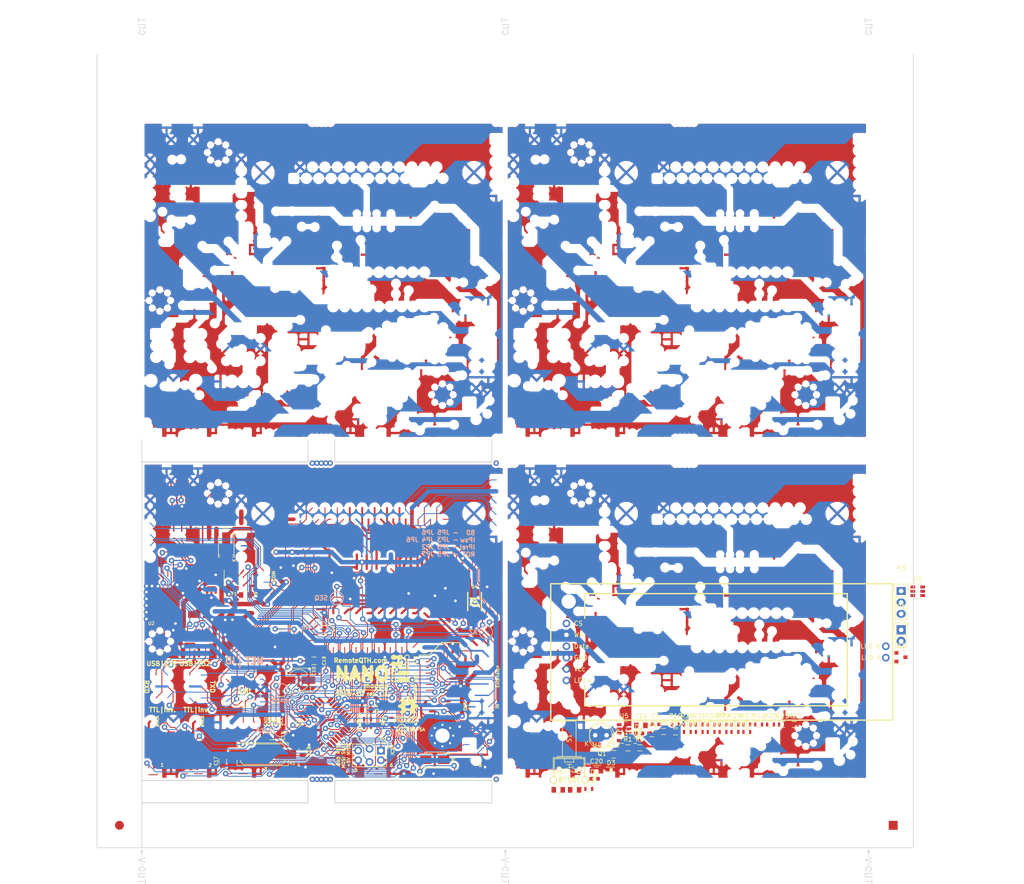
<source format=kicad_pcb>
(kicad_pcb (version 20171130) (host pcbnew "(6.0.0-rc1-dev-199-g6b039bc99)")
  (layers (0 F.Cu signal) (31 B.Cu signal) (34 B.Paste user) (35 F.Paste user) (36 B.SilkS user) (37 F.SilkS user) (38 B.Mask user) (39 F.Mask user) (44 Edge.Cuts user))
  (net 0 "")
  (net 1 +5V)
  (net 2 /A6)
  (net 3 /D2)
  (net 4 /D3)
  (net 5 /D4)
  (net 6 /D5)
  (net 7 /D7)
  (net 8 /D8)
  (net 9 /D9)
  (net 10 GND)
  (net 11 "Net-(C1-Pad1)")
  (net 12 "Net-(C2-Pad1)")
  (net 13 "Net-(C4-Pad1)")
  (net 14 "Net-(C4-Pad2)")
  (net 15 "Net-(C5-Pad2)")
  (net 16 "Net-(J2-Pad3)")
  (net 17 "Net-(C3-Pad1)")
  (net 18 "Net-(C5-Pad1)")
  (net 19 "Net-(C18-Pad1)")
  (net 20 "Net-(C20-Pad1)")
  (net 21 "Net-(C21-Pad2)")
  (net 22 "Net-(C23-Pad2)")
  (net 23 "Net-(C24-Pad1)")
  (net 24 /RES)
  (net 25 "Net-(C27-Pad2)")
  (net 26 +3V3)
  (net 27 "/D1(TXD)")
  (net 28 /USB-TXD)
  (net 29 /RX-TTL-inv)
  (net 30 /RX-232)
  (net 31 /TX-TTL-inv)
  (net 32 "/D11(MOSI)")
  (net 33 "/D12(MISO)")
  (net 34 "/D13(SCLK)")
  (net 35 "/D0(RXD)")
  (net 36 "Net-(J2-Pad4)")
  (net 37 "Net-(J2-Pad5)")
  (net 38 "Net-(J2-Pad11)")
  (net 39 "Net-(J2-Pad12)")
  (net 40 "Net-(J2-Pad13)")
  (net 41 "Net-(J2-Pad15)")
  (net 42 "Net-(J2-Pad16)")
  (net 43 "Net-(J2-Pad17)")
  (net 44 "Net-(J2-Pad24)")
  (net 45 "Net-(J2-Pad25)")
  (net 46 "Net-(L1-Pad2)")
  (net 47 "Net-(P2-Pad3)")
  (net 48 "Net-(P2-Pad4)")
  (net 49 "Net-(R6-Pad1)")
  (net 50 "Net-(R23-Pad1)")
  (net 51 "Net-(R26-Pad1)")
  (net 52 "Net-(R28-Pad1)")
  (net 53 "Net-(C15-Pad1)")
  (net 54 "Net-(R36-Pad2)")
  (net 55 /SW1)
  (net 56 /SW2)
  (net 57 /SW3)
  (net 58 /SW4)
  (net 59 /SW5)
  (net 60 /SW6)
  (net 61 /SW7)
  (net 62 /SW8)
  (net 63 "Net-(P5-Pad4)")
  (net 64 "Net-(D15-Pad1)")
  (net 65 /PTT-IN)
  (net 66 /PTT-OUT)
  (net 67 "Net-(Q1-Pad2)")
  (net 68 "Net-(Q2-Pad2)")
  (net 69 "Net-(Q3-Pad1)")
  (net 70 "Net-(Q3-Pad3)")
  (net 71 "Net-(Q4-Pad1)")
  (net 72 "Net-(R38-Pad1)")
  (net 73 "Net-(D17-Pad1)")
  (net 74 "Net-(D11-Pad1)")
  (net 75 "Net-(D38-Pad2)")
  (net 76 "Net-(D39-Pad2)")
  (net 77 "Net-(D40-Pad2)")
  (net 78 "Net-(D41-Pad2)")
  (net 79 "Net-(D42-Pad2)")
  (net 80 "Net-(D43-Pad2)")
  (net 81 "Net-(D44-Pad2)")
  (net 82 "Net-(D45-Pad2)")
  (net 83 "Net-(C7-Pad1)")
  (net 84 "Net-(JP1-Pad2)")
  (net 85 /USB-RXD)
  (net 86 "Net-(P10-Pad2)")
  (net 87 "Net-(P10-Pad5)")
  (net 88 "Net-(P10-Pad6)")
  (net 89 "Net-(P11-Pad6)")
  (net 90 "Net-(P11-Pad5)")
  (net 91 "Net-(P11-Pad2)")
  (net 92 /D-)
  (net 93 /D+)
  (net 94 "Net-(C8-Pad1)")
  (net 95 "Net-(C9-Pad1)")
  (net 96 "Net-(JP2-Pad2)")
  (net 97 "Net-(JP5-Pad2)")
  (net 98 "Net-(JP7-Pad1)")
  (net 99 "Net-(D9-Pad3)")
  (net 100 "Net-(D10-Pad3)")
  (net 101 "Net-(D12-Pad3)")
  (net 102 "Net-(D21-Pad3)")
  (net 103 "Net-(JP8-Pad2)")
  (net 104 /A7)
  (net 105 "Net-(JP9-Pad2)")
  (net 106 "Net-(R21-Pad1)")
  (net 107 "Net-(C8-Pad2)")
  (net 108 "Net-(C9-Pad2)")
  (net 109 "Net-(C12-Pad2)")
  (net 110 "Net-(C12-Pad1)")
  (net 111 "Net-(C14-Pad2)")
  (net 112 "Net-(C16-Pad1)")
  (net 113 "Net-(C16-Pad2)")
  (net 114 "Net-(C17-Pad1)")
  (net 115 "Net-(C20-Pad2)")
  (net 116 "Net-(D1-Pad1)")
  (net 117 "Net-(D1-Pad2)")
  (net 118 "Net-(D2-Pad2)")
  (net 119 "Net-(D3-Pad2)")
  (net 120 "Net-(D5-Pad2)")
  (net 121 "Net-(R3-Pad2)")
  (net 122 "Net-(R11-Pad1)")
  (net 123 "Net-(R14-Pad2)")
  (net 124 "Net-(R18-Pad2)")
  (net 125 "Net-(R31-Pad2)")
  (module ok1hra:pasovak-o (layer F.Cu) (at -5 10)
    (fp_text reference REF** hide)
    (fp_text value pasovak-o hide)
    (pad "" smd circle (at 0 0) (size 2 2) (layers F.Cu F.Mask))
  )
  (module ok1hra:DO-214AC (layer F.Cu) (at 74.168 -39.878 270)
    (fp_text reference D4 (at -3.302 0) (layer F.SilkS) (effects (font (size 0.7 0.7))))
    (fp_text value 6V*)
    (pad 1 smd rect (at -2 0 270) (size 1.55 2) (layers F.Cu F.Paste F.Mask) (net 1 +5V))
    (pad 2 smd rect (at 2 0 270) (size 1.55 2) (layers F.Cu F.Paste F.Mask) (net 10 GND))
  )
  (module Capacitors_SMD:c_elec_5x5.7 (layer F.Cu) (at 34.925 -22.352)
    (fp_text reference C10 (at 3.429 -2.032 90) (layer F.SilkS) (effects (font (size 0.7 0.7))))
    (fp_text value 33u)
    (fp_text user + (at -3.3782 2.3622) (layer F.SilkS) (effects (font (size 0.7 0.7))))
    (pad 1 smd rect (at -2.2 0 180) (size 3 1.6) (layers F.Cu F.Paste F.Mask) (net 1 +5V))
    (pad 2 smd rect (at 2.2 0 180) (size 3 1.6) (layers F.Cu F.Paste F.Mask) (net 10 GND))
  )
  (module Capacitors_SMD:C_1812 (layer F.Cu) (at 20.066 -45.162 270)
    (fp_text reference F1 (at 3.586 -0.508) (layer F.SilkS) (effects (font (size 0.7 0.7))))
    (fp_text value PTC)
    (pad 1 smd rect (at -2.3 0 270) (size 1 3) (layers F.Cu F.Paste F.Mask) (net 116 "Net-(D1-Pad1)"))
    (pad 2 smd rect (at 2.3 0 270) (size 1 3) (layers F.Cu F.Paste F.Mask) (net 108 "Net-(C9-Pad2)"))
  )
  (module Diodes_SMD:D-Pak_TO252AA (layer F.Cu) (at 7.366 -39.214 90)
    (fp_text reference U2 (at -4.1874 -5.2578 180) (layer F.SilkS) (effects (font (size 0.7 0.7))))
    (fp_text value LF50CDT)
    (pad 3 smd rect (at 2.18 4.3 90) (size 1.55 2.78) (layers F.Cu F.Paste F.Mask) (net 1 +5V))
    (pad 4 smd rect (at 0 -2.335 90) (size 6.74 6.73) (layers F.Cu F.Paste F.Mask) (net 10 GND))
    (pad 1 smd rect (at -2.18 4.3 90) (size 1.55 2.78) (layers F.Cu F.Paste F.Mask) (net 108 "Net-(C9-Pad2)"))
  )
  (module Diodes_SMD:SMA_Standard (layer F.Cu) (at 18.796 -52.07 90)
    (fp_text reference D1 (at 4.114 0 180) (layer F.SilkS) (effects (font (size 0.7 0.7))))
    (fp_text value SS14-DC)
    (fp_text user K (at -2.998 1.778 90) (layer F.SilkS) (effects (font (size 0.7 0.7))))
    (fp_text user A (at 2.844 1.524 90) (layer F.SilkS) (effects (font (size 0.7 0.7))))
    (pad 1 smd rect (at -1.99898 0 90) (size 2.49936 1.80086) (layers F.Cu F.Paste F.Mask) (net 116 "Net-(D1-Pad1)"))
    (pad 2 smd rect (at 1.99898 0 90) (size 2.49936 1.80086) (layers F.Cu F.Paste F.Mask) (net 117 "Net-(D1-Pad2)"))
  )
  (module Diodes_SMD:SMA_Standard (layer F.Cu) (at 65.278 -4.572)
    (fp_text reference D6 (at 4.064 0 90) (layer F.SilkS) (effects (font (size 0.7 0.7))))
    (fp_text value SS14-DC)
    (fp_text user A (at 3.01498 -1.524) (layer F.SilkS) (effects (font (size 0.7 0.7))))
    (pad 1 smd rect (at -1.99898 0) (size 2.49936 1.80086) (layers F.Cu F.Paste F.Mask) (net 1 +5V))
    (pad 2 smd rect (at 1.99898 0) (size 2.49936 1.80086) (layers F.Cu F.Paste F.Mask) (net 24 /RES))
  )
  (module Capacitors_SMD:C_0805 (layer F.Cu) (at 23.114 -41.352 180)
    (fp_text reference C9 (at -2.286 0.05 270) (layer F.SilkS) (effects (font (size 0.7 0.7))))
    (fp_text value 100n)
    (pad 1 smd rect (at -1 0 180) (size 1 1.25) (layers F.Cu F.Paste F.Mask) (net 10 GND))
    (pad 2 smd rect (at 1 0 180) (size 1 1.25) (layers F.Cu F.Paste F.Mask) (net 108 "Net-(C9-Pad2)"))
  )
  (module Capacitors_SMD:C_0805 (layer F.Cu) (at 38.354 -26.67)
    (fp_text reference C19 (at 2.286 0 90) (layer F.SilkS) (effects (font (size 0.7 0.7))))
    (fp_text value 100n)
    (pad 1 smd rect (at -1 0) (size 1 1.25) (layers F.Cu F.Paste F.Mask))
    (pad 2 smd rect (at 1 0) (size 1 1.25) (layers F.Cu F.Paste F.Mask) (net 24 /RES))
  )
  (module Capacitors_SMD:C_0805 (layer F.Cu) (at 35.814 -6.604 90)
    (fp_text reference C18 (at 0 1.46 90) (layer F.SilkS) (effects (font (size 0.7 0.7))))
    (fp_text value 22p)
    (pad 1 smd rect (at -1 0 90) (size 1 1.25) (layers F.Cu F.Paste F.Mask) (net 19 "Net-(C18-Pad1)"))
    (pad 2 smd rect (at 1 0 90) (size 1 1.25) (layers F.Cu F.Paste F.Mask) (net 10 GND))
  )
  (module Resistors_SMD:R_0603 (layer F.Cu) (at 50.292 -11.954)
    (fp_text reference R19 (at -1.778 -0.064 90) (layer F.SilkS) (effects (font (size 0.7 0.7))))
    (fp_text value 10k)
    (pad 1 smd rect (at -0.75 0) (size 0.5 0.9) (layers F.Cu F.Paste F.Mask) (net 1 +5V))
    (pad 2 smd rect (at 0.75 0) (size 0.5 0.9) (layers F.Cu F.Paste F.Mask) (net 111 "Net-(C14-Pad2)"))
  )
  (module Crystals:Q_49U3HMS (layer F.Cu) (at 26.924 -5.842)
    (fp_text reference X1 (at 6.604 1.968) (layer F.SilkS) (effects (font (size 0.7 0.7))))
    (fp_text value 16MHz)
    (pad 1 smd rect (at -4.699 0) (size 5.4991 1.99898) (layers F.Cu F.Paste F.Mask) (net 114 "Net-(C17-Pad1)"))
    (pad 2 smd rect (at 4.699 0) (size 5.4991 1.99898) (layers F.Cu F.Paste F.Mask) (net 19 "Net-(C18-Pad1)"))
  )
  (module Symbols:OSHW-Logo_5.7x6mm_SilkScreen (layer F.Cu) (at 59.3598 -15.7734)
    (fp_text reference REF*** hide)
    (fp_text value OSHW-Logo_5.7x6mm_SilkScreen hide)
  )
  (module Capacitors_SMD:C_0805 (layer F.Cu) (at 28.956 -9.906 180)
    (fp_text reference C13 (at -2.54 0 90) (layer F.SilkS) (effects (font (size 0.7 0.7))))
    (fp_text value 100n)
    (pad 1 smd rect (at -1 0 180) (size 1 1.25) (layers F.Cu F.Paste F.Mask) (net 1 +5V))
    (pad 2 smd rect (at 1 0 180) (size 1 1.25) (layers F.Cu F.Paste F.Mask) (net 10 GND))
  )
  (module Capacitors_SMD:C_0805 (layer F.Cu) (at 18.034 -4.318 270)
    (fp_text reference C17 (at 0 1.524 270) (layer F.SilkS) (effects (font (size 0.7 0.7))))
    (fp_text value 22p)
    (pad 1 smd rect (at -1 0 270) (size 1 1.25) (layers F.Cu F.Paste F.Mask) (net 114 "Net-(C17-Pad1)"))
    (pad 2 smd rect (at 1 0 270) (size 1 1.25) (layers F.Cu F.Paste F.Mask) (net 10 GND))
  )
  (module Mounting_Holes:MountingHole_3.2mm_M3_Pad_Via (layer F.Cu) (at 67 -10)
    (fp_text reference P8 hide)
    (fp_text value CONN_1)
    (pad 1 thru_hole circle (at 0 0) (size 6.4 6.4) (drill 3.2) (layers *.Cu *.Mask) (net 10 GND))
    (pad "" thru_hole circle (at 2.4 0) (size 0.6 0.6) (drill 0.5) (layers *.Cu *.Mask))
    (pad "" thru_hole circle (at 1.697056 1.697056) (size 0.6 0.6) (drill 0.5) (layers *.Cu *.Mask))
    (pad "" thru_hole circle (at 0 2.4) (size 0.6 0.6) (drill 0.5) (layers *.Cu *.Mask))
    (pad "" thru_hole circle (at -1.697056 1.697056) (size 0.6 0.6) (drill 0.5) (layers *.Cu *.Mask))
    (pad "" thru_hole circle (at -2.4 0) (size 0.6 0.6) (drill 0.5) (layers *.Cu *.Mask))
    (pad "" thru_hole circle (at -1.697056 -1.697056) (size 0.6 0.6) (drill 0.5) (layers *.Cu *.Mask))
    (pad "" thru_hole circle (at 0 -2.4) (size 0.6 0.6) (drill 0.5) (layers *.Cu *.Mask))
    (pad "" thru_hole circle (at 1.697056 -1.697056) (size 0.6 0.6) (drill 0.5) (layers *.Cu *.Mask))
  )
  (module Capacitors_SMD:C_0805 (layer F.Cu) (at 50.006 -15.764)
    (fp_text reference C14 (at 2.318 -0.064 90) (layer F.SilkS) (effects (font (size 0.7 0.7))))
    (fp_text value 100n)
    (pad 1 smd rect (at -1 0) (size 1 1.25) (layers F.Cu F.Paste F.Mask) (net 10 GND))
    (pad 2 smd rect (at 1 0) (size 1 1.25) (layers F.Cu F.Paste F.Mask) (net 111 "Net-(C14-Pad2)"))
  )
  (module Resistors_SMD:R_0603 (layer F.Cu) (at 55.626 -13.208 270)
    (fp_text reference R24 (at -0.0508 1.8288 90) (layer F.SilkS) (effects (font (size 0.7 0.7))))
    (fp_text value 10k)
    (pad 1 smd rect (at -0.75 0 270) (size 0.5 0.9) (layers F.Cu F.Paste F.Mask) (net 24 /RES))
    (pad 2 smd rect (at 0.75 0 270) (size 0.5 0.9) (layers F.Cu F.Paste F.Mask) (net 1 +5V))
  )
  (module Pin_Headers:Pin_Header_Straight_2x03 (layer F.Cu) (at 53.2892 -6.858 270)
    (fp_text reference P2 (at -2.286 -0.5588) (layer F.SilkS) (effects (font (size 0.7 0.7))))
    (fp_text value CONN_3X2)
    (pad 1 thru_hole rect (at 0.2 0 270) (size 1.7272 1.7272) (drill 1.016) (layers *.Cu *.Mask) (net 33 "/D12(MISO)"))
    (pad 2 thru_hole oval (at 2.34 0 270) (size 1.7272 1.7272) (drill 1.016) (layers *.Cu *.Mask) (net 1 +5V))
    (pad 3 thru_hole oval (at -0.2 2.54 270) (size 1.7272 1.7272) (drill 1.016) (layers *.Cu *.Mask) (net 34 "/D13(SCLK)"))
    (pad 4 thru_hole oval (at 2.74 2.54 270) (size 1.7272 1.7272) (drill 1.016) (layers *.Cu *.Mask) (net 32 "/D11(MOSI)"))
    (pad 5 thru_hole oval (at 0.2 5.08 270) (size 1.7272 1.7272) (drill 1.016) (layers *.Cu *.Mask) (net 24 /RES))
    (pad 6 thru_hole oval (at 2.34 5.08 270) (size 1.7272 1.7272) (drill 1.016) (layers *.Cu *.Mask) (net 10 GND))
  )
  (module Housings_QFP:TQFP-32_7x7mm_Pitch0.8mm (layer F.Cu) (at 40.894 -12.874 45)
    (fp_text reference IC1 (at -4.235994 -4.349131 45) (layer F.SilkS) (effects (font (size 0.7 0.7))))
    (fp_text value ATMEGA328P-A)
    (pad 1 smd rect (at -4.25 -2.8 45) (size 1.6 0.55) (layers F.Cu F.Paste F.Mask) (net 4 /D3))
    (pad 2 smd rect (at -4.25 -2 45) (size 1.6 0.55) (layers F.Cu F.Paste F.Mask) (net 5 /D4))
    (pad 3 smd rect (at -4.25 -1.2 45) (size 1.6 0.55) (layers F.Cu F.Paste F.Mask) (net 10 GND))
    (pad 4 smd rect (at -4.25 -0.4 45) (size 1.6 0.55) (layers F.Cu F.Paste F.Mask) (net 1 +5V))
    (pad 5 smd rect (at -4.25 0.4 45) (size 1.6 0.55) (layers F.Cu F.Paste F.Mask) (net 10 GND))
    (pad 6 smd rect (at -4.25 1.2 45) (size 1.6 0.55) (layers F.Cu F.Paste F.Mask) (net 1 +5V))
    (pad 7 smd rect (at -4.25 2 45) (size 1.6 0.55) (layers F.Cu F.Paste F.Mask) (net 19 "Net-(C18-Pad1)"))
    (pad 8 smd rect (at -4.25 2.8 45) (size 1.6 0.55) (layers F.Cu F.Paste F.Mask) (net 114 "Net-(C17-Pad1)"))
    (pad 9 smd rect (at -2.8 4.25 135) (size 1.6 0.55) (layers F.Cu F.Paste F.Mask) (net 6 /D5))
    (pad 10 smd rect (at -2 4.25 135) (size 1.6 0.55) (layers F.Cu F.Paste F.Mask))
    (pad 11 smd rect (at -1.2 4.25 135) (size 1.6 0.55) (layers F.Cu F.Paste F.Mask) (net 7 /D7))
    (pad 12 smd rect (at -0.4 4.25 135) (size 1.6 0.55) (layers F.Cu F.Paste F.Mask) (net 8 /D8))
    (pad 13 smd rect (at 0.4 4.25 135) (size 1.6 0.55) (layers F.Cu F.Paste F.Mask) (net 9 /D9))
    (pad 14 smd rect (at 1.2 4.25 135) (size 1.6 0.55) (layers F.Cu F.Paste F.Mask))
    (pad 15 smd rect (at 2 4.25 135) (size 1.6 0.55) (layers F.Cu F.Paste F.Mask) (net 32 "/D11(MOSI)"))
    (pad 16 smd rect (at 2.8 4.25 135) (size 1.6 0.55) (layers F.Cu F.Paste F.Mask) (net 33 "/D12(MISO)"))
    (pad 17 smd rect (at 4.25 2.8 45) (size 1.6 0.55) (layers F.Cu F.Paste F.Mask) (net 34 "/D13(SCLK)"))
    (pad 18 smd rect (at 4.25 2 45) (size 1.6 0.55) (layers F.Cu F.Paste F.Mask) (net 1 +5V))
    (pad 19 smd rect (at 4.25 1.2 45) (size 1.6 0.55) (layers F.Cu F.Paste F.Mask) (net 2 /A6))
    (pad 20 smd rect (at 4.25 0.4 45) (size 1.6 0.55) (layers F.Cu F.Paste F.Mask) (net 111 "Net-(C14-Pad2)"))
    (pad 21 smd rect (at 4.25 -0.4 45) (size 1.6 0.55) (layers F.Cu F.Paste F.Mask) (net 10 GND))
    (pad 22 smd rect (at 4.25 -1.2 45) (size 1.6 0.55) (layers F.Cu F.Paste F.Mask) (net 104 /A7))
    (pad 23 smd rect (at 4.25 -2 45) (size 1.6 0.55) (layers F.Cu F.Paste F.Mask))
    (pad 24 smd rect (at 4.25 -2.8 45) (size 1.6 0.55) (layers F.Cu F.Paste F.Mask))
    (pad 25 smd rect (at 2.8 -4.25 135) (size 1.6 0.55) (layers F.Cu F.Paste F.Mask))
    (pad 26 smd rect (at 2 -4.25 135) (size 1.6 0.55) (layers F.Cu F.Paste F.Mask))
    (pad 27 smd rect (at 1.2 -4.25 135) (size 1.6 0.55) (layers F.Cu F.Paste F.Mask))
    (pad 28 smd rect (at 0.4 -4.25 135) (size 1.6 0.55) (layers F.Cu F.Paste F.Mask))
    (pad 29 smd rect (at -0.4 -4.25 135) (size 1.6 0.55) (layers F.Cu F.Paste F.Mask) (net 24 /RES))
    (pad 30 smd rect (at -1.2 -4.25 135) (size 1.6 0.55) (layers F.Cu F.Paste F.Mask))
    (pad 31 smd rect (at -2 -4.25 135) (size 1.6 0.55) (layers F.Cu F.Paste F.Mask))
    (pad 32 smd rect (at -2.8 -4.25 135) (size 1.6 0.55) (layers F.Cu F.Paste F.Mask) (net 3 /D2))
  )
  (module Resistors_SMD:R_0603 (layer F.Cu) (at 50.292 -13.732)
    (fp_text reference R20 (at -1.778 -0.318 90) (layer F.SilkS) (effects (font (size 0.7 0.7))))
    (fp_text value 10k)
    (pad 1 smd rect (at -0.75 0) (size 0.5 0.9) (layers F.Cu F.Paste F.Mask) (net 1 +5V))
    (pad 2 smd rect (at 0.75 0) (size 0.5 0.9) (layers F.Cu F.Paste F.Mask) (net 111 "Net-(C14-Pad2)"))
  )
  (module ok1hra:pasovak-x (layer F.Cu) (at 167.5 10)
    (fp_text reference REF** hide)
    (fp_text value pasovak-o hide)
    (pad "" smd rect (at 0 0) (size 2 2) (layers F.Cu F.Mask))
  )
  (module Capacitors_SMD:C_0603 (layer F.Cu) (at 114.555001 -12.524999)
    (fp_text reference C6 (at 0 -1.9) (layer F.SilkS))
    (fp_text value 100n)
    (pad 1 smd rect (at -0.75 0) (size 0.8 0.75) (layers F.Cu F.Paste F.Mask) (net 10 GND))
    (pad 2 smd rect (at 0.75 0) (size 0.8 0.75) (layers F.Cu F.Paste F.Mask) (net 1 +5V))
  )
  (module Capacitors_SMD:C_0805 (layer F.Cu) (at 92.825001 2.095001)
    (fp_text reference C8 (at 0 -2.1) (layer F.SilkS))
    (fp_text value 22n)
    (pad 1 smd rect (at -1 0) (size 1 1.25) (layers F.Cu F.Paste F.Mask) (net 94 "Net-(C8-Pad1)"))
    (pad 2 smd rect (at 1 0) (size 1 1.25) (layers F.Cu F.Paste F.Mask) (net 107 "Net-(C8-Pad2)"))
  )
  (module Capacitors_SMD:C_0603 (layer F.Cu) (at 107.055001 -8.874999)
    (fp_text reference C11 (at 0 -1.9) (layer F.SilkS))
    (fp_text value 100n)
    (pad 2 smd rect (at 0.75 0) (size 0.8 0.75) (layers F.Cu F.Paste F.Mask) (net 1 +5V))
    (pad 1 smd rect (at -0.75 0) (size 0.8 0.75) (layers F.Cu F.Paste F.Mask) (net 10 GND))
  )
  (module Capacitors_SMD:C_0805 (layer F.Cu) (at 105.205001 -5.824999)
    (fp_text reference C12 (at 0 -2.1) (layer F.SilkS))
    (fp_text value 22n)
    (pad 2 smd rect (at 1 0) (size 1 1.25) (layers F.Cu F.Paste F.Mask) (net 109 "Net-(C12-Pad2)"))
    (pad 1 smd rect (at -1 0) (size 1 1.25) (layers F.Cu F.Paste F.Mask) (net 110 "Net-(C12-Pad1)"))
  )
  (module Capacitors_SMD:C_0603 (layer F.Cu) (at 110.005001 -8.874999)
    (fp_text reference C15 (at 0 -1.9) (layer F.SilkS))
    (fp_text value 100n)
    (pad 1 smd rect (at -0.75 0) (size 0.8 0.75) (layers F.Cu F.Paste F.Mask) (net 10 GND))
    (pad 2 smd rect (at 0.75 0) (size 0.8 0.75) (layers F.Cu F.Paste F.Mask) (net 1 +5V))
  )
  (module Capacitors_SMD:C_0805 (layer F.Cu) (at 111.255001 -12.274999)
    (fp_text reference C16 (at 0 -2.1) (layer F.SilkS))
    (fp_text value 22n)
    (pad 1 smd rect (at -1 0) (size 1 1.25) (layers F.Cu F.Paste F.Mask) (net 112 "Net-(C16-Pad1)"))
    (pad 2 smd rect (at 1 0) (size 1 1.25) (layers F.Cu F.Paste F.Mask) (net 113 "Net-(C16-Pad2)"))
  )
  (module Capacitors_SMD:C_0805 (layer F.Cu) (at 101.355001 -2.174999)
    (fp_text reference C20 (at 0 -2.1) (layer F.SilkS))
    (fp_text value 10n)
    (pad 1 smd rect (at -1 0) (size 1 1.25) (layers F.Cu F.Paste F.Mask) (net 10 GND))
    (pad 2 smd rect (at 1 0) (size 1 1.25) (layers F.Cu F.Paste F.Mask) (net 115 "Net-(C20-Pad2)"))
  )
  (module Capacitors_SMD:C_0805 (layer F.Cu) (at 96.475001 2.095001)
    (fp_text reference C21 (at 0 -2.1) (layer F.SilkS))
    (fp_text value 10n)
    (pad 2 smd rect (at 1 0) (size 1 1.25) (layers F.Cu F.Paste F.Mask) (net 21 "Net-(C21-Pad2)"))
    (pad 1 smd rect (at -1 0) (size 1 1.25) (layers F.Cu F.Paste F.Mask) (net 10 GND))
  )
  (module LEDs:LED_0603 (layer F.Cu) (at 110.855001 -10.474999)
    (fp_text reference D2 (at 0 -1.5) (layer F.SilkS))
    (fp_text value GRN)
    (pad 1 smd rect (at -0.7493 0 180) (size 0.79756 0.79756) (layers F.Cu F.Paste F.Mask) (net 10 GND))
    (pad 2 smd rect (at 0.7493 0 180) (size 0.79756 0.79756) (layers F.Cu F.Paste F.Mask) (net 118 "Net-(D2-Pad2)"))
  )
  (module LEDs:LED_0603 (layer F.Cu) (at 104.605001 -2.424999)
    (fp_text reference D3 (at 0 -1.5) (layer F.SilkS))
    (fp_text value GRN)
    (pad 2 smd rect (at 0.7493 0 180) (size 0.79756 0.79756) (layers F.Cu F.Paste F.Mask) (net 119 "Net-(D3-Pad2)"))
    (pad 1 smd rect (at -0.7493 0 180) (size 0.79756 0.79756) (layers F.Cu F.Paste F.Mask) (net 10 GND))
  )
  (module LEDs:LED_0603 (layer F.Cu) (at 100.955001 -0.374999)
    (fp_text reference D5 (at 0 -1.5) (layer F.SilkS))
    (fp_text value GRN)
    (pad 2 smd rect (at 0.7493 0 180) (size 0.79756 0.79756) (layers F.Cu F.Paste F.Mask) (net 120 "Net-(D5-Pad2)"))
    (pad 1 smd rect (at -0.7493 0 180) (size 0.79756 0.79756) (layers F.Cu F.Paste F.Mask) (net 10 GND))
  )
  (module Pin_Headers:Pin_Header_Straight_1x02 (layer F.Cu) (at 169.275001 -33.574999)
    (fp_text reference P1 (at 0 -5.1) (layer F.SilkS))
    (fp_text value CONN_01X02)
    (pad 1 thru_hole rect (at 0 0) (size 2.032 2.032) (drill 1.016) (layers *.Cu *.Mask) (net 117 "Net-(D1-Pad2)"))
    (pad 2 thru_hole oval (at 0 2.54) (size 2.032 2.032) (drill 1.016) (layers *.Cu *.Mask) (net 10 GND))
  )
  (module Pin_Headers:Pin_Header_Straight_1x03 (layer F.Cu) (at 169.275001 -42.224999)
    (fp_text reference P3 (at 0 -5.1) (layer F.SilkS))
    (fp_text value "Hall sensor")
    (pad 1 thru_hole rect (at 0 0) (size 2.032 1.7272) (drill 1.016) (layers *.Cu *.Mask) (net 115 "Net-(C20-Pad2)"))
    (pad 2 thru_hole oval (at 0 2.54) (size 2.032 1.7272) (drill 1.016) (layers *.Cu *.Mask) (net 10 GND))
    (pad 3 thru_hole oval (at 0 5.08) (size 2.032 1.7272) (drill 1.016) (layers *.Cu *.Mask) (net 21 "Net-(C21-Pad2)"))
  )
  (module LEDs:LED-5MM (layer F.Cu) (at 101.055001 -10.074608)
    (fp_text reference Q1 (at 1.524 4.064) (layer F.SilkS))
    (fp_text value Q_Photo_NPN)
    (fp_text user K (at -1.905 1.905) (layer F.SilkS))
    (pad 1 thru_hole rect (at 0 0 90) (size 2 1.9) (drill 1.00076) (layers *.Cu *.Mask) (net 104 /A7))
    (pad 2 thru_hole circle (at 2.54 0) (size 1.9 1.9) (drill 1.00076) (layers *.Cu *.Mask) (net 10 GND))
  )
  (module TO_SOT_Packages_SMD:SOT-23 (layer F.Cu) (at 169.225001 -27.474999)
    (fp_text reference Q3 (at 0 -2.5) (layer F.SilkS))
    (fp_text value MMBF170)
    (pad 1 smd rect (at -1 -0.95) (size 0.9 0.8) (layers F.Cu F.Paste F.Mask) (net 69 "Net-(Q3-Pad1)"))
    (pad 2 smd rect (at -1 0.95) (size 0.9 0.8) (layers F.Cu F.Paste F.Mask) (net 10 GND))
    (pad 3 smd rect (at 1 0) (size 0.9 0.8) (layers F.Cu F.Paste F.Mask) (net 70 "Net-(Q3-Pad3)"))
  )
  (module Resistors_SMD:R_0603 (layer F.Cu) (at 108.355001 -7.274999)
    (fp_text reference R1 (at 0 -1.9) (layer F.SilkS))
    (fp_text value 10k)
    (pad 2 smd rect (at 0.75 0) (size 0.5 0.9) (layers F.Cu F.Paste F.Mask) (net 104 /A7))
    (pad 1 smd rect (at -0.75 0) (size 0.5 0.9) (layers F.Cu F.Paste F.Mask) (net 1 +5V))
  )
  (module Resistors_SMD:R_0603 (layer F.Cu) (at 111.005001 -7.274999)
    (fp_text reference R3 (at 0 -1.9) (layer F.SilkS))
    (fp_text value 0R)
    (pad 1 smd rect (at -0.75 0) (size 0.5 0.9) (layers F.Cu F.Paste F.Mask) (net 10 GND))
    (pad 2 smd rect (at 0.75 0) (size 0.5 0.9) (layers F.Cu F.Paste F.Mask) (net 121 "Net-(R3-Pad2)"))
  )
  (module Resistors_SMD:R_0603 (layer F.Cu) (at 113.655001 -10.424999)
    (fp_text reference R4 (at 0 -1.9) (layer F.SilkS))
    (fp_text value 1k)
    (pad 1 smd rect (at -0.75 0) (size 0.5 0.9) (layers F.Cu F.Paste F.Mask) (net 118 "Net-(D2-Pad2)"))
    (pad 2 smd rect (at 0.75 0) (size 0.5 0.9) (layers F.Cu F.Paste F.Mask) (net 8 /D8))
  )
  (module Resistors_SMD:R_0603 (layer F.Cu) (at 116.305001 -10.924999)
    (fp_text reference R5 (at 0 -1.9) (layer F.SilkS))
    (fp_text value 0R*)
    (pad 2 smd rect (at 0.75 0) (size 0.5 0.9) (layers F.Cu F.Paste F.Mask) (net 1 +5V))
    (pad 1 smd rect (at -0.75 0) (size 0.5 0.9) (layers F.Cu F.Paste F.Mask) (net 121 "Net-(R3-Pad2)"))
  )
  (module Resistors_SMD:R_0603 (layer F.Cu) (at 118.955001 -12.474999)
    (fp_text reference R10 (at 0 -1.9) (layer F.SilkS))
    (fp_text value 10k)
    (pad 2 smd rect (at 0.75 0) (size 0.5 0.9) (layers F.Cu F.Paste F.Mask) (net 108 "Net-(C9-Pad2)"))
    (pad 1 smd rect (at -0.75 0) (size 0.5 0.9) (layers F.Cu F.Paste F.Mask) (net 2 /A6))
  )
  (module Resistors_SMD:R_0603 (layer F.Cu) (at 99.625001 1.895001)
    (fp_text reference R11 (at 0 -1.9) (layer F.SilkS))
    (fp_text value 1k)
    (pad 2 smd rect (at 0.75 0) (size 0.5 0.9) (layers F.Cu F.Paste F.Mask) (net 2 /A6))
    (pad 1 smd rect (at -0.75 0) (size 0.5 0.9) (layers F.Cu F.Paste F.Mask) (net 122 "Net-(R11-Pad1)"))
  )
  (module Resistors_SMD:R_0603 (layer F.Cu) (at 137.505001 -12.474999)
    (fp_text reference R12 (at 0 -1.9) (layer F.SilkS))
    (fp_text value 1k)
    (pad 2 smd rect (at 0.75 0) (size 0.5 0.9) (layers F.Cu F.Paste F.Mask) (net 122 "Net-(R11-Pad1)"))
    (pad 1 smd rect (at -0.75 0) (size 0.5 0.9) (layers F.Cu F.Paste F.Mask) (net 10 GND))
  )
  (module Resistors_SMD:R_0603 (layer F.Cu) (at 134.855001 -10.824999)
    (fp_text reference R13 (at 0 -1.9) (layer F.SilkS))
    (fp_text value 3k6)
    (pad 1 smd rect (at -0.75 0) (size 0.5 0.9) (layers F.Cu F.Paste F.Mask))
    (pad 2 smd rect (at 0.75 0) (size 0.5 0.9) (layers F.Cu F.Paste F.Mask) (net 94 "Net-(C8-Pad1)"))
  )
  (module Resistors_SMD:R_0603 (layer F.Cu) (at 132.205001 -10.824999)
    (fp_text reference R14 (at 0 -1.9) (layer F.SilkS))
    (fp_text value 0R)
    (pad 1 smd rect (at -0.75 0) (size 0.5 0.9) (layers F.Cu F.Paste F.Mask) (net 10 GND))
    (pad 2 smd rect (at 0.75 0) (size 0.5 0.9) (layers F.Cu F.Paste F.Mask) (net 123 "Net-(R14-Pad2)"))
  )
  (module Resistors_SMD:R_0603 (layer F.Cu) (at 129.555001 -10.824999)
    (fp_text reference R15 (at 0 -1.9) (layer F.SilkS))
    (fp_text value 1k)
    (pad 2 smd rect (at 0.75 0) (size 0.5 0.9) (layers F.Cu F.Paste F.Mask) (net 9 /D9))
    (pad 1 smd rect (at -0.75 0) (size 0.5 0.9) (layers F.Cu F.Paste F.Mask) (net 119 "Net-(D3-Pad2)"))
  )
  (module Resistors_SMD:R_0603 (layer F.Cu) (at 126.905001 -10.824999)
    (fp_text reference R16 (at 0 -1.9) (layer F.SilkS))
    (fp_text value 0R*)
    (pad 2 smd rect (at 0.75 0) (size 0.5 0.9) (layers F.Cu F.Paste F.Mask) (net 1 +5V))
    (pad 1 smd rect (at -0.75 0) (size 0.5 0.9) (layers F.Cu F.Paste F.Mask) (net 123 "Net-(R14-Pad2)"))
  )
  (module Resistors_SMD:R_0603 (layer F.Cu) (at 124.255001 -10.824999)
    (fp_text reference R17 (at 0 -1.9) (layer F.SilkS))
    (fp_text value 3k6)
    (pad 1 smd rect (at -0.75 0) (size 0.5 0.9) (layers F.Cu F.Paste F.Mask))
    (pad 2 smd rect (at 0.75 0) (size 0.5 0.9) (layers F.Cu F.Paste F.Mask) (net 110 "Net-(C12-Pad1)"))
  )
  (module Resistors_SMD:R_0603 (layer F.Cu) (at 121.605001 -10.824999)
    (fp_text reference R18 (at 0 -1.9) (layer F.SilkS))
    (fp_text value 0R)
    (pad 1 smd rect (at -0.75 0) (size 0.5 0.9) (layers F.Cu F.Paste F.Mask) (net 10 GND))
    (pad 2 smd rect (at 0.75 0) (size 0.5 0.9) (layers F.Cu F.Paste F.Mask) (net 124 "Net-(R18-Pad2)"))
  )
  (module Resistors_SMD:R_0603 (layer F.Cu) (at 118.955001 -10.824999)
    (fp_text reference R21 (at 0 -1.9) (layer F.SilkS))
    (fp_text value 1k)
    (pad 1 smd rect (at -0.75 0) (size 0.5 0.9) (layers F.Cu F.Paste F.Mask) (net 120 "Net-(D5-Pad2)"))
    (pad 2 smd rect (at 0.75 0) (size 0.5 0.9) (layers F.Cu F.Paste F.Mask) (net 5 /D4))
  )
  (module Resistors_SMD:R_0603 (layer F.Cu) (at 145.455001 -12.474999)
    (fp_text reference R22 (at 0 -1.9) (layer F.SilkS))
    (fp_text value 0R*)
    (pad 1 smd rect (at -0.75 0) (size 0.5 0.9) (layers F.Cu F.Paste F.Mask) (net 124 "Net-(R18-Pad2)"))
    (pad 2 smd rect (at 0.75 0) (size 0.5 0.9) (layers F.Cu F.Paste F.Mask) (net 1 +5V))
  )
  (module Resistors_SMD:R_0603 (layer F.Cu) (at 142.805001 -12.474999)
    (fp_text reference R23 (at 0 -1.9) (layer F.SilkS))
    (fp_text value 3k6)
    (pad 2 smd rect (at 0.75 0) (size 0.5 0.9) (layers F.Cu F.Paste F.Mask) (net 112 "Net-(C16-Pad1)"))
    (pad 1 smd rect (at -0.75 0) (size 0.5 0.9) (layers F.Cu F.Paste F.Mask))
  )
  (module Resistors_SMD:R_0603 (layer F.Cu) (at 140.155001 -12.474999)
    (fp_text reference R25 (at 0 -1.9) (layer F.SilkS))
    (fp_text value 1k)
    (pad 2 smd rect (at 0.75 0) (size 0.5 0.9) (layers F.Cu F.Paste F.Mask) (net 3 /D2))
    (pad 1 smd rect (at -0.75 0) (size 0.5 0.9) (layers F.Cu F.Paste F.Mask) (net 115 "Net-(C20-Pad2)"))
  )
  (module Resistors_SMD:R_0603 (layer F.Cu) (at 121.605001 -12.474999)
    (fp_text reference R26 (at 0 -1.9) (layer F.SilkS))
    (fp_text value 1k)
    (pad 2 smd rect (at 0.75 0) (size 0.5 0.9) (layers F.Cu F.Paste F.Mask) (net 4 /D3))
    (pad 1 smd rect (at -0.75 0) (size 0.5 0.9) (layers F.Cu F.Paste F.Mask) (net 21 "Net-(C21-Pad2)"))
  )
  (module Resistors_SMD:R_0603 (layer F.Cu) (at 134.855001 -12.474999)
    (fp_text reference R27 (at 0 -1.9) (layer F.SilkS))
    (fp_text value 10k)
    (pad 1 smd rect (at -0.75 0) (size 0.5 0.9) (layers F.Cu F.Paste F.Mask) (net 115 "Net-(C20-Pad2)"))
    (pad 2 smd rect (at 0.75 0) (size 0.5 0.9) (layers F.Cu F.Paste F.Mask) (net 1 +5V))
  )
  (module Resistors_SMD:R_0603 (layer F.Cu) (at 132.205001 -12.474999)
    (fp_text reference R28 (at 0 -1.9) (layer F.SilkS))
    (fp_text value 10k)
    (pad 1 smd rect (at -0.75 0) (size 0.5 0.9) (layers F.Cu F.Paste F.Mask) (net 21 "Net-(C21-Pad2)"))
    (pad 2 smd rect (at 0.75 0) (size 0.5 0.9) (layers F.Cu F.Paste F.Mask) (net 1 +5V))
  )
  (module Resistors_SMD:R_0603 (layer F.Cu) (at 129.555001 -12.474999)
    (fp_text reference R29 (at 0 -1.9) (layer F.SilkS))
    (fp_text value 100R)
    (pad 1 smd rect (at -0.75 0) (size 0.5 0.9) (layers F.Cu F.Paste F.Mask) (net 69 "Net-(Q3-Pad1)"))
    (pad 2 smd rect (at 0.75 0) (size 0.5 0.9) (layers F.Cu F.Paste F.Mask) (net 6 /D5))
  )
  (module Resistors_SMD:R_0603 (layer F.Cu) (at 126.905001 -12.474999)
    (fp_text reference R30 (at 0 -1.9) (layer F.SilkS))
    (fp_text value 100k)
    (pad 2 smd rect (at 0.75 0) (size 0.5 0.9) (layers F.Cu F.Paste F.Mask) (net 10 GND))
    (pad 1 smd rect (at -0.75 0) (size 0.5 0.9) (layers F.Cu F.Paste F.Mask) (net 69 "Net-(Q3-Pad1)"))
  )
  (module Resistors_SMD:R_0603 (layer F.Cu) (at 124.255001 -12.474999)
    (fp_text reference R31 (at 0 -1.9) (layer F.SilkS))
    (fp_text value 100R)
    (pad 1 smd rect (at -0.75 0) (size 0.5 0.9) (layers F.Cu F.Paste F.Mask) (net 70 "Net-(Q3-Pad3)"))
    (pad 2 smd rect (at 0.75 0) (size 0.5 0.9) (layers F.Cu F.Paste F.Mask) (net 125 "Net-(R31-Pad2)"))
  )
  (module ok1hra:TACT-90 (layer F.Cu) (at 95.2672 -2.556999)
    (fp_text reference S1 (at 0 -6.858 90) (layer F.SilkS))
    (fp_text value RESET (at 0 2.286) (layer F.SilkS))
    (pad 1 thru_hole circle (at -2.2606 0) (size 1.143 1.143) (drill 0.762) (layers *.Cu *.Mask F.SilkS) (net 10 GND))
    (pad 2 thru_hole circle (at 2.2606 0) (size 1.143 1.143) (drill 0.762) (layers *.Cu *.Mask F.SilkS) (net 24 /RES))
    (pad 3 thru_hole circle (at -3.5052 2.4892) (size 1.524 1.524) (drill 1.143) (layers *.Cu *.Mask F.SilkS) (net 10 GND))
    (pad 4 thru_hole circle (at 3.5052 2.4892) (size 1.524 1.524) (drill 1.143) (layers *.Cu *.Mask F.SilkS))
  )
  (module TO_SOT_Packages_SMD:SOT-23-6 (layer F.Cu) (at 172.975001 -42.174999)
    (fp_text reference U1 (at 0 -2.9) (layer F.SilkS))
    (fp_text value AT42QT1011-TSHR)
    (pad 5 smd rect (at 1.1 0) (size 1.06 0.65) (layers F.Cu F.Paste F.Mask) (net 1 +5V))
    (pad 6 smd rect (at 1.1 -0.95) (size 1.06 0.65) (layers F.Cu F.Paste F.Mask) (net 121 "Net-(R3-Pad2)"))
    (pad 4 smd rect (at 1.1 0.95) (size 1.06 0.65) (layers F.Cu F.Paste F.Mask) (net 107 "Net-(C8-Pad2)"))
    (pad 3 smd rect (at -1.1 0.95) (size 1.06 0.65) (layers F.Cu F.Paste F.Mask) (net 94 "Net-(C8-Pad1)"))
    (pad 2 smd rect (at -1.1 0) (size 1.06 0.65) (layers F.Cu F.Paste F.Mask) (net 10 GND))
    (pad 1 smd rect (at -1.1 -0.95) (size 1.06 0.65) (layers F.Cu F.Paste F.Mask) (net 8 /D8))
  )
  (module TO_SOT_Packages_SMD:SOT-23-6 (layer F.Cu) (at 101.455001 -5.024999)
    (fp_text reference U4 (at 0 -2.9) (layer F.SilkS))
    (fp_text value AT42QT1011-TSHR)
    (pad 1 smd rect (at -1.1 -0.95) (size 1.06 0.65) (layers F.Cu F.Paste F.Mask) (net 9 /D9))
    (pad 2 smd rect (at -1.1 0) (size 1.06 0.65) (layers F.Cu F.Paste F.Mask) (net 10 GND))
    (pad 3 smd rect (at -1.1 0.95) (size 1.06 0.65) (layers F.Cu F.Paste F.Mask) (net 110 "Net-(C12-Pad1)"))
    (pad 4 smd rect (at 1.1 0.95) (size 1.06 0.65) (layers F.Cu F.Paste F.Mask) (net 109 "Net-(C12-Pad2)"))
    (pad 6 smd rect (at 1.1 -0.95) (size 1.06 0.65) (layers F.Cu F.Paste F.Mask) (net 123 "Net-(R14-Pad2)"))
    (pad 5 smd rect (at 1.1 0) (size 1.06 0.65) (layers F.Cu F.Paste F.Mask) (net 1 +5V))
  )
  (module TO_SOT_Packages_SMD:SOT-23-6 (layer F.Cu) (at 107.505001 -11.474999)
    (fp_text reference U5 (at 0 -2.9) (layer F.SilkS))
    (fp_text value AT42QT1011-TSHR)
    (pad 1 smd rect (at -1.1 -0.95) (size 1.06 0.65) (layers F.Cu F.Paste F.Mask) (net 5 /D4))
    (pad 2 smd rect (at -1.1 0) (size 1.06 0.65) (layers F.Cu F.Paste F.Mask) (net 10 GND))
    (pad 3 smd rect (at -1.1 0.95) (size 1.06 0.65) (layers F.Cu F.Paste F.Mask) (net 112 "Net-(C16-Pad1)"))
    (pad 4 smd rect (at 1.1 0.95) (size 1.06 0.65) (layers F.Cu F.Paste F.Mask) (net 113 "Net-(C16-Pad2)"))
    (pad 6 smd rect (at 1.1 -0.95) (size 1.06 0.65) (layers F.Cu F.Paste F.Mask) (net 124 "Net-(R18-Pad2)"))
    (pad 5 smd rect (at 1.1 0) (size 1.06 0.65) (layers F.Cu F.Paste F.Mask) (net 1 +5V))
  )
  (module ok1hra:LCD-6x1-HT1621 (layer F.Cu) (at 129.250001 -28.649999)
    (fp_text reference U6 (at 0 13.97) (layer F.SilkS))
    (fp_text value LCD-6x1-HT1621)
    (fp_text user CS (at -33.02 -6.35) (layer F.SilkS) (effects (justify left)))
    (fp_text user WR (at -33.02 -3.81) (layer F.SilkS) (effects (justify left)))
    (fp_text user Data (at -33.02 -1.27) (layer F.SilkS) (effects (justify left)))
    (fp_text user GND (at -33.02 1.27) (layer F.SilkS) (effects (justify left)))
    (fp_text user Vcc (at -33.02 3.81) (layer F.SilkS) (effects (justify left)))
    (fp_text user LED+ (at -33.02 6.35) (layer F.SilkS) (effects (justify left)))
    (fp_text user "LED K" (at 35.56 -1.27) (layer F.SilkS) (effects (justify right)))
    (fp_text user "LED A" (at 35.56 1.27) (layer F.SilkS) (effects (justify right)))
    (pad 1 thru_hole circle (at -34.6 -6.35) (size 1.7 1.7) (drill 1) (layers *.Cu *.Mask) (net 34 "/D13(SCLK)"))
    (pad 2 thru_hole circle (at -34.6 -3.81) (size 1.7 1.7) (drill 1) (layers *.Cu *.Mask) (net 33 "/D12(MISO)"))
    (pad 3 thru_hole circle (at -34.6 -1.27) (size 1.7 1.7) (drill 1) (layers *.Cu *.Mask) (net 7 /D7))
    (pad 4 thru_hole circle (at -34.6 1.27) (size 1.7 1.7) (drill 1) (layers *.Cu *.Mask) (net 10 GND))
    (pad 5 thru_hole circle (at -34.6 3.81) (size 1.7 1.7) (drill 1) (layers *.Cu *.Mask) (net 1 +5V))
    (pad 6 thru_hole circle (at -34.6 6.35) (size 1.7 1.7) (drill 1) (layers *.Cu *.Mask))
    (pad 7 thru_hole circle (at 36.6 -1.27) (size 1.7 1.7) (drill 1) (layers *.Cu *.Mask) (net 125 "Net-(R31-Pad2)"))
    (pad 8 thru_hole circle (at 36.6 1.27) (size 1.7 1.7) (drill 1) (layers *.Cu *.Mask))
    (pad "" np_thru_hole circle (at -34.1 -11.24) (size 3.2 3.2) (drill 3.2) (layers *.Cu *.Mask))
    (pad "" np_thru_hole circle (at -34.1 11.24) (size 3.2 3.2) (drill 3.2) (layers *.Cu *.Mask))
    (pad "" np_thru_hole circle (at 34.1 -11.24) (size 3.2 3.2) (drill 3.2) (layers *.Cu *.Mask))
    (pad "" np_thru_hole circle (at 34.1 11.24) (size 3.2 3.2) (drill 3.2) (layers *.Cu *.Mask))
  )
  (gr_line (start 161.245883 -166.749137) (end 161.745883 -166.249137) (layer Edge.Cuts) (width 0.15))
  (gr_line (start 161.745883 -167.249137) (end 161.245883 -166.749137) (layer Edge.Cuts) (width 0.15))
  (gr_line (start 162.745883 -166.749137) (end 162.245883 -167.249137) (layer Edge.Cuts) (width 0.15))
  (gr_line (start 162.245883 -166.249137) (end 162.745883 -166.749137) (layer Edge.Cuts) (width 0.15))
  (gr_line (start 161.745883 -166.249137) (end 162.245883 -166.249137) (layer Edge.Cuts) (width 0.15))
  (gr_line (start 162.745883 -168.499137) (end 161.245883 -168.499137) (layer Edge.Cuts) (width 0.15))
  (gr_line (start 162.745883 -167.749137) (end 162.745883 -168.499137) (layer Edge.Cuts) (width 0.15))
  (gr_line (start 161.245883 -169.499137) (end 162.745883 -169.499137) (layer Edge.Cuts) (width 0.15))
  (gr_line (start 161.245883 -167.749137) (end 162.745883 -167.749137) (layer Edge.Cuts) (width 0.15))
  (gr_line (start 161.245883 -168.999137) (end 161.245883 -169.999137) (layer Edge.Cuts) (width 0.15))
  (gr_line (start 80.245883 -166.749137) (end 80.745883 -166.249137) (layer Edge.Cuts) (width 0.15))
  (gr_line (start 80.745883 -167.249137) (end 80.245883 -166.749137) (layer Edge.Cuts) (width 0.15))
  (gr_line (start 81.745883 -166.749137) (end 81.245883 -167.249137) (layer Edge.Cuts) (width 0.15))
  (gr_line (start 81.245883 -166.249137) (end 81.745883 -166.749137) (layer Edge.Cuts) (width 0.15))
  (gr_line (start 80.745883 -166.249137) (end 81.245883 -166.249137) (layer Edge.Cuts) (width 0.15))
  (gr_line (start 81.745883 -168.499137) (end 80.245883 -168.499137) (layer Edge.Cuts) (width 0.15))
  (gr_line (start 81.745883 -167.749137) (end 81.745883 -168.499137) (layer Edge.Cuts) (width 0.15))
  (gr_line (start 80.245883 -169.499137) (end 81.745883 -169.499137) (layer Edge.Cuts) (width 0.15))
  (gr_line (start 80.245883 -167.749137) (end 81.745883 -167.749137) (layer Edge.Cuts) (width 0.15))
  (gr_line (start 80.245883 -168.999137) (end 80.245883 -169.999137) (layer Edge.Cuts) (width 0.15))
  (gr_line (start -0.254117 -166.249137) (end 0.245883 -166.249137) (layer Edge.Cuts) (width 0.15))
  (gr_line (start 0.745883 -166.749137) (end 0.245883 -167.249137) (layer Edge.Cuts) (width 0.15))
  (gr_line (start -0.254117 -167.249137) (end -0.754117 -166.749137) (layer Edge.Cuts) (width 0.15))
  (gr_line (start 0.245883 -166.249137) (end 0.745883 -166.749137) (layer Edge.Cuts) (width 0.15))
  (gr_line (start -0.754117 -166.749137) (end -0.254117 -166.249137) (layer Edge.Cuts) (width 0.15))
  (gr_line (start -0.754117 -168.999137) (end -0.754117 -169.999137) (layer Edge.Cuts) (width 0.15))
  (gr_line (start 0.745883 -167.749137) (end 0.745883 -168.499137) (layer Edge.Cuts) (width 0.15))
  (gr_line (start 0.745883 -168.499137) (end -0.754117 -168.499137) (layer Edge.Cuts) (width 0.15))
  (gr_line (start -0.754117 -169.499137) (end 0.745883 -169.499137) (layer Edge.Cuts) (width 0.15))
  (gr_line (start -0.754117 -167.749137) (end 0.745883 -167.749137) (layer Edge.Cuts) (width 0.15))
  (gr_line (start 162 15.5) (end 162.25 16) (layer Edge.Cuts) (width 0.15))
  (gr_line (start 161.75 16) (end 162 15.5) (layer Edge.Cuts) (width 0.15))
  (gr_line (start 162 17) (end 162 15.5) (layer Edge.Cuts) (width 0.15))
  (gr_line (start 161.254117 17.749137) (end 162.754117 17.249137) (layer Edge.Cuts) (width 0.15))
  (gr_line (start 162.004117 18.899137) (end 162.004117 18.399137) (layer Edge.Cuts) (width 0.15))
  (gr_line (start 162.754117 18.249137) (end 161.254117 17.749137) (layer Edge.Cuts) (width 0.15))
  (gr_line (start 162.754117 20.749137) (end 161.254117 20.749137) (layer Edge.Cuts) (width 0.15))
  (gr_line (start 161.254117 20.749137) (end 161.254117 21.499137) (layer Edge.Cuts) (width 0.15))
  (gr_line (start 161.254117 21.499137) (end 162.754117 21.499137) (layer Edge.Cuts) (width 0.15))
  (gr_line (start 162.754117 22.499137) (end 161.254117 22.499137) (layer Edge.Cuts) (width 0.15))
  (gr_line (start 162.754117 21.999137) (end 162.754117 22.999137) (layer Edge.Cuts) (width 0.15))
  (gr_line (start 161.254117 19.749137) (end 161.754117 20.249137) (layer Edge.Cuts) (width 0.15))
  (gr_line (start 162.754117 19.749137) (end 162.254117 19.249137) (layer Edge.Cuts) (width 0.15))
  (gr_line (start 162.254117 20.249137) (end 162.754117 19.749137) (layer Edge.Cuts) (width 0.15))
  (gr_line (start 161.754117 19.249137) (end 161.254117 19.749137) (layer Edge.Cuts) (width 0.15))
  (gr_line (start 162.254117 19.249137) (end 161.754117 19.249137) (layer Edge.Cuts) (width 0.15))
  (gr_line (start 81 15.5) (end 81.25 16) (layer Edge.Cuts) (width 0.15))
  (gr_line (start 80.75 16) (end 81 15.5) (layer Edge.Cuts) (width 0.15))
  (gr_line (start 81 17) (end 81 15.5) (layer Edge.Cuts) (width 0.15))
  (gr_line (start 80.254117 17.749137) (end 81.754117 17.249137) (layer Edge.Cuts) (width 0.15))
  (gr_line (start 81.004117 18.899137) (end 81.004117 18.399137) (layer Edge.Cuts) (width 0.15))
  (gr_line (start 81.754117 18.249137) (end 80.254117 17.749137) (layer Edge.Cuts) (width 0.15))
  (gr_line (start 81.754117 20.749137) (end 80.254117 20.749137) (layer Edge.Cuts) (width 0.15))
  (gr_line (start 80.254117 20.749137) (end 80.254117 21.499137) (layer Edge.Cuts) (width 0.15))
  (gr_line (start 80.254117 21.499137) (end 81.754117 21.499137) (layer Edge.Cuts) (width 0.15))
  (gr_line (start 81.754117 22.499137) (end 80.254117 22.499137) (layer Edge.Cuts) (width 0.15))
  (gr_line (start 81.754117 21.999137) (end 81.754117 22.999137) (layer Edge.Cuts) (width 0.15))
  (gr_line (start 80.254117 19.749137) (end 80.754117 20.249137) (layer Edge.Cuts) (width 0.15))
  (gr_line (start 81.754117 19.749137) (end 81.254117 19.249137) (layer Edge.Cuts) (width 0.15))
  (gr_line (start 81.254117 20.249137) (end 81.754117 19.749137) (layer Edge.Cuts) (width 0.15))
  (gr_line (start 80.754117 19.249137) (end 80.254117 19.749137) (layer Edge.Cuts) (width 0.15))
  (gr_line (start 81.254117 19.249137) (end 80.754117 19.249137) (layer Edge.Cuts) (width 0.15))
  (gr_line (start 0 15.5) (end 0.25 16) (layer Edge.Cuts) (width 0.15))
  (gr_line (start -0.25 16) (end 0 15.5) (layer Edge.Cuts) (width 0.15))
  (gr_line (start 0 17) (end 0 15.5) (layer Edge.Cuts) (width 0.15))
  (gr_line (start -0.745883 17.749137) (end 0.754117 17.249137) (layer Edge.Cuts) (width 0.15))
  (gr_line (start 0.754117 18.249137) (end -0.745883 17.749137) (layer Edge.Cuts) (width 0.15))
  (gr_line (start 0.004117 18.899137) (end 0.004117 18.399137) (layer Edge.Cuts) (width 0.15))
  (gr_line (start 0.754117 22.499137) (end -0.745883 22.499137) (layer Edge.Cuts) (width 0.15))
  (gr_line (start 0.754117 21.999137) (end 0.754117 22.999137) (layer Edge.Cuts) (width 0.15))
  (gr_line (start -0.745883 21.499137) (end 0.754117 21.499137) (layer Edge.Cuts) (width 0.15))
  (gr_line (start -0.745883 20.749137) (end -0.745883 21.499137) (layer Edge.Cuts) (width 0.15))
  (gr_line (start 0.754117 20.749137) (end -0.745883 20.749137) (layer Edge.Cuts) (width 0.15))
  (gr_line (start -0.745883 19.749137) (end -0.245883 20.249137) (layer Edge.Cuts) (width 0.15))
  (gr_line (start -0.245883 19.249137) (end -0.745883 19.749137) (layer Edge.Cuts) (width 0.15))
  (gr_line (start 0.254117 19.249137) (end -0.245883 19.249137) (layer Edge.Cuts) (width 0.15))
  (gr_line (start 0.754117 19.749137) (end 0.254117 19.249137) (layer Edge.Cuts) (width 0.15))
  (gr_line (start 0.254117 20.249137) (end 0.754117 19.749137) (layer Edge.Cuts) (width 0.15))
  (gr_line (start 0 5) (end 0 15) (layer Edge.Cuts) (width 0.15))
  (gr_line (start 0 -71) (end 0 0) (layer Edge.Cuts) (width 0.15))
  (gr_line (start 0 -76) (end 0 -71) (layer Edge.Cuts) (width 0.15))
  (gr_line (start 0 5) (end 0 0) (layer Edge.Cuts) (width 0.15))
  (gr_line (start 172 15) (end -10 15) (layer Edge.Cuts) (width 0.15))
  (gr_line (start 172 -162) (end 172 15) (layer Edge.Cuts) (width 0.15))
  (gr_line (start -10 15) (end -10 -162) (layer Edge.Cuts) (width 0.15))
  (gr_line (start 78 -76) (end 78 -71) (layer Edge.Cuts) (width 0.15))
  (gr_line (start 43 -76) (end 43 -71) (layer Edge.Cuts) (width 0.15))
  (gr_line (start 37 -76) (end 37 -71) (layer Edge.Cuts) (width 0.15))
  (gr_line (start 78 0) (end 78 5) (layer Edge.Cuts) (width 0.15))
  (gr_line (start 78 -71) (end 43 -71) (layer Edge.Cuts) (width 0.2))
  (gr_line (start 0 -71) (end 37 -71) (layer Edge.Cuts) (width 0.2))
  (gr_line (start 78 0) (end 43 0) (layer Edge.Cuts) (width 0.2))
  (gr_line (start 43 5) (end 78 5) (layer Edge.Cuts) (width 0.2))
  (gr_line (start 43 0) (end 43 5) (layer Edge.Cuts) (width 0.2))
  (gr_line (start 0 0) (end 37 0) (layer Edge.Cuts) (width 0.2))
  (gr_line (start 37 5) (end 0 5) (layer Edge.Cuts) (width 0.2))
  (gr_line (start 37 0) (end 37 5) (layer Edge.Cuts) (width 0.2))
  (gr_text encB (at 13.462 -13.208 90) (layer F.SilkS) (effects (font (size 0.7 0.7) (thickness 0.175))))
  (gr_text encA (at 3.429 -13.208 90) (layer F.SilkS) (effects (font (size 0.7 0.7) (thickness 0.175))))
  (gr_text "GND\n+5V\nSDA\nSCL" (at 29.337 -13.081 90) (layer F.SilkS) (effects (font (size 0.7 0.7) (thickness 0.175))))
  (gr_text "NET  ID" (at 22.86 -26.67) (layer B.SilkS) (effects (font (size 1.5 1.5) (thickness 0.375)) (justify mirror)))
  (gr_text module (at 55.1434 -21.1074) (layer F.SilkS) (effects (font (size 1 1) (thickness 0.25)) (justify right)))
  (gr_text RemoteQTH.com (at 54.9148 -26.7462) (layer F.SilkS) (effects (font (size 1 1) (thickness 0.25)) (justify right)))
  (gr_arc (start 41.91 -33.655) (end 41.91 -32.766) (angle -180) (layer F.SilkS) (width 0.2))
  (gr_line (start 41.91 -32.766) (end 40.386 -32.766) (layer F.SilkS) (width 0.2))
  (gr_line (start 40.386 -34.544) (end 41.91 -34.544) (layer F.SilkS) (width 0.2))
  (gr_text OUT (at 72.136 -16.51 90) (layer F.SilkS) (effects (font (size 0.7 0.7) (thickness 0.175))))
  (gr_text IN (at 79.248 -16.51 90) (layer F.SilkS) (effects (font (size 0.7 0.7) (thickness 0.175))))
  (gr_text "GND RES\nMOSI SCLK\n+5V MISO" (at 44.958 -5.588 90) (layer F.SilkS) (effects (font (size 0.7 0.7) (thickness 0.175))))
  (gr_text ICSP (at 55.88 -6.858 90) (layer F.SilkS) (effects (font (size 0.7 0.7) (thickness 0.25))))
  (gr_text Extension (at 79.2988 -23.1902 90) (layer F.SilkS) (effects (font (size 0.7 0.7))))
  (gr_line (start 70.866 -30.734) (end 70.866 -30.734) (layer F.SilkS) (width 0.2))
  (gr_line (start 66.802 -30.734) (end 70.866 -30.734) (layer F.SilkS) (width 0.2))
  (gr_line (start 64.008 -27.94) (end 66.802 -30.734) (layer F.SilkS) (width 0.2))
  (gr_line (start 61.976 -27.94) (end 64.008 -27.94) (layer F.SilkS) (width 0.2))
  (gr_line (start 61.722 -27.686) (end 61.976 -27.94) (layer F.SilkS) (width 0.2))
  (gr_circle (center 57.9566 -11.380433) (end 58.9566 -10.880433) (layer F.SilkS) (width 0.2))
  (gr_text "CC  BY-SA" (at 57.1024 -11.347) (layer F.SilkS) (effects (font (size 0.7 0.7) (thickness 0.2)) (justify left)))
  (gr_text 8 (at 75.438 -3.3782) (layer F.SilkS) (effects (font (size 0.7 0.7) (thickness 0.175))))
  (gr_text 7 (at 61.9252 -1.1684) (layer F.SilkS) (effects (font (size 0.7 0.7) (thickness 0.175))))
  (gr_text 6 (at 55.626 -3.382) (layer F.SilkS) (effects (font (size 0.7 0.7) (thickness 0.175))))
  (gr_text 5 (at 47.752 -2.286) (layer F.SilkS) (effects (font (size 0.7 0.7) (thickness 0.175))))
  (gr_text 4 (at 34.952 -3.382) (layer F.SilkS) (effects (font (size 0.7 0.7) (thickness 0.175))))
  (gr_text 3 (at 27.6098 -2.5146) (layer F.SilkS) (effects (font (size 0.7 0.7) (thickness 0.175))))
  (gr_text 2 (at 15.206 -3.382) (layer F.SilkS) (effects (font (size 0.7 0.7) (thickness 0.175))))
  (gr_text 1 (at 4.5212 -3.4544) (layer F.SilkS) (effects (font (size 0.7 0.7) (thickness 0.175))))
  (gr_line (start 60.116 -24.956) (end 55.116 -24.956) (layer F.SilkS) (width 0.2))
  (gr_line (start 57.616 -23.956) (end 59.116 -23.956) (layer F.SilkS) (width 0.8))
  (gr_line (start 57.616 -22.456) (end 59.116 -22.456) (layer F.SilkS) (width 0.8))
  (gr_text encA (at 29.1084 -11.2522) (layer B.SilkS) (effects (font (size 1 1) (thickness 0.25)) (justify left mirror)))
  (gr_circle (center 30.9626 -11.2014) (end 32.385 -10.8204) (layer B.SilkS) (width 0.2))
  (gr_circle (center 22.733 -17.7546) (end 24.1554 -18.1356) (layer F.SilkS) (width 0.2))
  (gr_text 4bit (at 21.273 -20.0114) (layer F.SilkS) (effects (font (size 1 1) (thickness 0.25)) (justify left)))
  (gr_text encB (at 32.7152 -17.9324) (layer B.SilkS) (effects (font (size 1 1) (thickness 0.25)) (justify left mirror)))
  (gr_circle (center 31.0642 -20.1422) (end 32.4866 -19.7612) (layer B.SilkS) (width 0.2))
  (gr_circle (center 76.708 -33.02) (end 78.1304 -32.639) (layer B.SilkS) (width 0.2))
  (gr_text AZ (at 74.8538 -33.0708) (layer B.SilkS) (effects (font (size 1 1) (thickness 0.25)) (justify left mirror)))
  (gr_text Vin (at 37.9222 -34.1376) (layer B.SilkS) (effects (font (size 1 1) (thickness 0.25)) (justify left mirror)))
  (gr_circle (center 39.7764 -34.0868) (end 41.1988 -33.7058) (layer B.SilkS) (width 0.2))
  (gr_text SEQ (at 41.5798 -40.6908) (layer B.SilkS) (effects (font (size 1 1) (thickness 0.25)) (justify left mirror)))
  (gr_circle (center 43.434 -40.64) (end 44.8564 -40.259) (layer B.SilkS) (width 0.2))
  (gr_text "- JP5 JP6\n- JP3 JP4 JP6\n- JP5 JP2\n- JP5 JP7" (at 70.739 -52.8574) (layer B.SilkS) (effects (font (size 1 1) (thickness 0.25)) (justify left mirror)))
  (gr_text TXD (at 15.7226 -20.8788 270) (layer F.SilkS) (effects (font (size 1 1) (thickness 0.25))))
  (gr_text TTL|inv. (at 12.192 -15.748) (layer F.SilkS) (effects (font (size 1 1) (thickness 0.25))))
  (gr_text TTL|inv. (at 4.572 -15.748) (layer F.SilkS) (effects (font (size 1 1) (thickness 0.25))))
  (gr_text USB|232 (at 11.811 -26.035) (layer F.SilkS) (effects (font (size 1 1) (thickness 0.25))))
  (gr_text ICOM (at 29.4132 -45.4152 90) (layer F.SilkS) (effects (font (size 0.7 0.7) (thickness 0.175))))
  (gr_text USB|232 (at 4.445 -26.035) (layer F.SilkS) (effects (font (size 1 1) (thickness 0.25))))
  (gr_text RXD (at 1.0414 -20.8788 270) (layer F.SilkS) (effects (font (size 1 1) (thickness 0.25))))
  (gr_line (start 30.734 -20.828) (end 30.734 -20.828) (layer F.SilkS) (width 0.2))
  (gr_line (start 21.844 -25.146) (end 21.844 -28.194) (layer B.SilkS) (width 0.3))
  (gr_text "BD\nIPsw\nIPrel\nROT" (at 74.4474 -52.8066) (layer B.SilkS) (effects (font (size 1 1) (thickness 0.25)) (justify left mirror)))
  (gr_line (start 56.116 -25.956) (end 57.616 -25.956) (layer F.SilkS) (width 0.8))
  (gr_line (start 56.116 -27.456) (end 57.616 -27.456) (layer F.SilkS) (width 0.8))
  (gr_circle (center 56.116 -25.956) (end 56.116 -26.456) (layer F.SilkS) (width 0.2))
  (gr_circle (center 56.116 -27.456) (end 55.616 -27.456) (layer F.SilkS) (width 0.2))
  (gr_circle (center 59.116 -25.956) (end 59.116 -26.456) (layer F.SilkS) (width 0.2))
  (gr_circle (center 57.616 -25.956) (end 57.616 -26.456) (layer F.SilkS) (width 0.2))
  (gr_circle (center 59.116 -27.456) (end 58.616 -27.456) (layer F.SilkS) (width 0.2))
  (gr_circle (center 57.616 -27.456) (end 57.116 -27.456) (layer F.SilkS) (width 0.2))
  (gr_circle (center 59.116 -22.456) (end 59.116 -22.956) (layer F.SilkS) (width 0.2))
  (gr_circle (center 57.616 -22.456) (end 57.616 -22.956) (layer F.SilkS) (width 0.2))
  (gr_circle (center 56.116 -22.456) (end 56.116 -22.956) (layer F.SilkS) (width 0.2))
  (gr_circle (center 56.116 -23.956) (end 55.616 -23.956) (layer F.SilkS) (width 0.2))
  (gr_circle (center 59.116 -23.956) (end 58.616 -23.956) (layer F.SilkS) (width 0.2))
  (gr_circle (center 57.616 -23.956) (end 57.116 -23.956) (layer F.SilkS) (width 0.2))
  (gr_text "ULN   UDN driver" (at 60.96 -23.114 270) (layer F.SilkS) (effects (font (size 0.7 0.7) (thickness 0.175))))
  (gr_line (start 43.2562 -20.1676) (end 54.9148 -20.1676) (layer F.SilkS) (width 0.2))
  (gr_text "2018-10 rev 1.1" (at 55.118 -19.304) (layer F.SilkS) (effects (font (size 0.9 0.9) (thickness 0.225)) (justify right)))
  (gr_text NANO (at 42.545 -23.7236) (layer F.SilkS) (effects (font (size 3 3) (thickness 0.75)) (justify left)))
  (via (at 79 -70.75) (size 1.2) (drill 0.6) (layers F.Cu B.Cu) (net 0))
  (via (at 79 -0.25) (size 1.2) (drill 0.6) (layers F.Cu B.Cu) (net 0))
  (via (at 40 -70.75) (size 1.2) (drill 0.6) (layers F.Cu B.Cu) (net 0))
  (via (at 42 -70.75) (size 1.2) (drill 0.6) (layers F.Cu B.Cu) (net 0))
  (via (at 38 -70.75) (size 1.2) (drill 0.6) (layers F.Cu B.Cu) (net 0))
  (via (at 41 -70.75) (size 1.2) (drill 0.6) (layers F.Cu B.Cu) (net 0))
  (via (at 39 -70.75) (size 1.2) (drill 0.6) (layers F.Cu B.Cu) (net 0))
  (via (at 42 -0.25) (size 1.2) (drill 0.6) (layers F.Cu B.Cu) (net 0))
  (via (at 41 -0.25) (size 1.2) (drill 0.6) (layers F.Cu B.Cu) (net 0))
  (via (at 38 -0.25) (size 1.2) (drill 0.6) (layers F.Cu B.Cu) (net 0))
  (via (at 39 -0.25) (size 1.2) (drill 0.6) (layers F.Cu B.Cu) (net 0))
  (via (at 40 -0.25) (size 1.2) (drill 0.6) (layers F.Cu B.Cu) (net 0))
  (segment (start 40.144 -52.578) (end 42.43 -54.864) (width 0.5) (layer F.Cu) (net 1))
  (segment (start 42.43 -54.864) (end 42.684 -54.864) (width 0.5) (layer F.Cu) (net 1))
  (segment (start 43.633154 -13.820526) (end 43.294861 -14.158819) (width 0.5) (layer F.Cu) (net 1))
  (segment (start 39.878 -11.2268) (end 39.878 -12.227728) (width 0.5) (layer F.Cu) (net 1))
  (segment (start 46.02331 -12.368653) (end 44.233144 -14.158819) (width 1) (layer B.Cu) (net 1))
  (segment (start 48.620221 -12.368653) (end 46.02331 -12.368653) (width 1) (layer B.Cu) (net 1))
  (segment (start 45.313417 -14.46499) (end 44.668953 -13.820526) (width 0.5) (layer F.Cu) (net 1))
  (segment (start 44.668953 -13.820526) (end 43.633154 -13.820526) (width 0.5) (layer F.Cu) (net 1))
  (segment (start 44.233144 -14.158819) (end 44.143389 -14.158819) (width 1) (layer B.Cu) (net 1))
  (via (at 43.294861 -14.158819) (size 1.2) (drill 0.6) (layers F.Cu B.Cu) (net 1))
  (segment (start 41.09631 -13.446038) (end 41.533834 -13.446038) (width 0.5) (layer F.Cu) (net 1))
  (segment (start 44.143389 -14.158819) (end 43.294861 -14.158819) (width 1) (layer B.Cu) (net 1))
  (segment (start 39.878 -12.227728) (end 41.09631 -13.446038) (width 0.5) (layer F.Cu) (net 1))
  (segment (start 42.613516 -13.521402) (end 43.250933 -14.158819) (width 0.5) (layer F.Cu) (net 1))
  (segment (start 41.533834 -13.446038) (end 41.609198 -13.521402) (width 0.5) (layer F.Cu) (net 1))
  (segment (start 43.250933 -14.158819) (end 43.294861 -14.158819) (width 0.5) (layer F.Cu) (net 1))
  (segment (start 41.609198 -13.521402) (end 42.613516 -13.521402) (width 0.5) (layer F.Cu) (net 1))
  (segment (start 65.712458 -14.3002) (end 65.708396 -14.304262) (width 0.5) (layer B.Cu) (net 1))
  (segment (start 65.246 -15.414) (end 65.708396 -14.951604) (width 0.5) (layer F.Cu) (net 1))
  (segment (start 64.246 -15.414) (end 65.246 -15.414) (width 0.5) (layer F.Cu) (net 1))
  (segment (start 65.708396 -14.304262) (end 65.708396 -14.84799) (width 0.5) (layer B.Cu) (net 1))
  (segment (start 65.8114 -14.3002) (end 65.712458 -14.3002) (width 0.5) (layer B.Cu) (net 1))
  (segment (start 65.708396 -14.951604) (end 65.708396 -14.84799) (width 0.5) (layer F.Cu) (net 1))
  (via (at 65.708396 -14.84799) (size 1.2) (drill 0.6) (layers F.Cu B.Cu) (net 1))
  (segment (start 70.550872 -14.3256) (end 71.3994 -14.3256) (width 1) (layer B.Cu) (net 1))
  (segment (start 70.26687 -14.041598) (end 70.550872 -14.3256) (width 1) (layer B.Cu) (net 1))
  (segment (start 66.070002 -14.041598) (end 70.26687 -14.041598) (width 1) (layer B.Cu) (net 1))
  (segment (start 65.8114 -14.3002) (end 66.070002 -14.041598) (width 1) (layer B.Cu) (net 1))
  (via (at 54.52965 -12.473439) (size 1.2) (drill 0.6) (layers F.Cu B.Cu) (net 1))
  (segment (start 54.545089 -12.458) (end 54.52965 -12.473439) (width 0.2) (layer F.Cu) (net 1))
  (segment (start 56.007 -8.859996) (end 56.187012 -9.040008) (width 0.5) (layer F.Cu) (net 1))
  (segment (start 48.620221 -12.368653) (end 54.424864 -12.368653) (width 1) (layer B.Cu) (net 1))
  (segment (start 56.187012 -9.881177) (end 56.314012 -10.008177) (width 0.5) (layer F.Cu) (net 1))
  (segment (start 56.314012 -10.008177) (end 56.314012 -11.327823) (width 0.5) (layer F.Cu) (net 1))
  (segment (start 56.187012 -9.040008) (end 56.187012 -9.881177) (width 0.5) (layer F.Cu) (net 1))
  (segment (start 56.007 -6.014486) (end 56.007 -8.859996) (width 0.5) (layer F.Cu) (net 1))
  (segment (start 54.578411 -12.5222) (end 54.52965 -12.473439) (width 1) (layer B.Cu) (net 1))
  (segment (start 61.0362 -12.5222) (end 54.578411 -12.5222) (width 1) (layer B.Cu) (net 1))
  (segment (start 55.626 -12.458) (end 54.545089 -12.458) (width 0.2) (layer F.Cu) (net 1))
  (segment (start 54.510514 -4.518) (end 56.007 -6.014486) (width 0.5) (layer F.Cu) (net 1))
  (segment (start 54.424864 -12.368653) (end 54.52965 -12.473439) (width 1) (layer B.Cu) (net 1))
  (segment (start 55.168396 -12.473439) (end 54.52965 -12.473439) (width 0.5) (layer F.Cu) (net 1))
  (segment (start 53.2892 -4.518) (end 54.510514 -4.518) (width 0.5) (layer F.Cu) (net 1))
  (segment (start 56.314012 -11.327823) (end 55.168396 -12.473439) (width 0.5) (layer F.Cu) (net 1))
  (segment (start 63.27902 -4.572) (end 61.722 -4.572) (width 0.2) (layer F.Cu) (net 1))
  (segment (start 61.722 -4.572) (end 60.706 -5.588) (width 0.2) (layer F.Cu) (net 1))
  (segment (start 63.528198 -14.3002) (end 65.8114 -14.3002) (width 1) (layer B.Cu) (net 1))
  (segment (start 61.0362 -12.5222) (end 61.750198 -12.5222) (width 1) (layer B.Cu) (net 1))
  (via (at 61.0362 -12.5222) (size 1.2) (drill 0.6) (layers F.Cu B.Cu) (net 1))
  (via (at 71.3994 -14.3256) (size 1.2) (drill 0.6) (layers F.Cu B.Cu) (net 1))
  (segment (start 61.750198 -12.5222) (end 63.528198 -14.3002) (width 1) (layer B.Cu) (net 1))
  (segment (start 38.681114 -11.2268) (end 39.878 -11.2268) (width 0.5) (layer F.Cu) (net 1))
  (segment (start 38.737324 -9.020268) (end 39.878 -10.160944) (width 0.5) (layer F.Cu) (net 1))
  (segment (start 39.878 -10.160944) (end 39.878 -11.2268) (width 0.5) (layer F.Cu) (net 1))
  (segment (start 37.605953 -10.151639) (end 38.681114 -11.2268) (width 0.5) (layer F.Cu) (net 1))
  (segment (start 36.623714 -9.1694) (end 35.4076 -9.1694) (width 0.5) (layer F.Cu) (net 1))
  (segment (start 37.605953 -10.151639) (end 36.623714 -9.1694) (width 0.5) (layer F.Cu) (net 1))
  (segment (start 27.096 -26.542) (end 26.924 -26.714) (width 0.3) (layer F.Cu) (net 1))
  (segment (start 16.444 -41.85) (end 16.444 -42.88) (width 0.5) (layer F.Cu) (net 1))
  (segment (start 16.444 -42.88) (end 16.288 -43.036) (width 0.5) (layer F.Cu) (net 1))
  (segment (start 16.288 -43.036) (end 14.7 -43.036) (width 0.5) (layer F.Cu) (net 1))
  (segment (start 14.7 -43.036) (end 14.544 -42.88) (width 0.5) (layer F.Cu) (net 1))
  (segment (start 49.542 -13.732) (end 49.542 -11.954) (width 0.2) (layer F.Cu) (net 1))
  (segment (start 32.574814 -8.787186) (end 31.456 -9.906) (width 1) (layer F.Cu) (net 1))
  (segment (start 35.4076 -9.1694) (end 35.025386 -8.787186) (width 1) (layer F.Cu) (net 1))
  (segment (start 31.456 -9.906) (end 29.956 -9.906) (width 1) (layer F.Cu) (net 1))
  (segment (start 35.025386 -8.787186) (end 32.574814 -8.787186) (width 1) (layer F.Cu) (net 1))
  (segment (start 29.21 -26.542) (end 29.2194 -26.542) (width 1) (layer F.Cu) (net 1))
  (segment (start 29.2194 -26.542) (end 30.4038 -25.3576) (width 1) (layer F.Cu) (net 1))
  (segment (start 9.156 -29.337) (end 9.156 -27.686) (width 1) (layer F.Cu) (net 1))
  (segment (start 9.156 -29.337) (end 9.156 -29.9092) (width 1) (layer F.Cu) (net 1))
  (via (at 9.156 -29.9092) (size 1.2) (drill 0.6) (layers F.Cu B.Cu) (net 1))
  (segment (start 11.5824 -30.48) (end 9.7268 -30.48) (width 0.5) (layer F.Cu) (net 1))
  (segment (start 9.7268 -30.48) (end 9.156 -29.9092) (width 0.5) (layer F.Cu) (net 1))
  (segment (start 12.712 -29.3504) (end 11.5824 -30.48) (width 0.5) (layer F.Cu) (net 1))
  (segment (start 12.712 -27.686) (end 12.712 -29.3504) (width 0.5) (layer F.Cu) (net 1))
  (segment (start 14.494 -44.306) (end 14.494 -49.57902) (width 1) (layer F.Cu) (net 1))
  (segment (start 14.494 -49.57902) (end 14.986 -50.07102) (width 1) (layer F.Cu) (net 1))
  (segment (start 14.544 -42.88) (end 14.544 -41.85) (width 0.5) (layer F.Cu) (net 1))
  (segment (start 14.494 -44.222) (end 13.462 -43.19) (width 1) (layer F.Cu) (net 1))
  (segment (start 13.562 -43.19) (end 13.462 -43.19) (width 0.5) (layer F.Cu) (net 1))
  (segment (start 13.462 -43.19) (end 11.666 -41.394) (width 1) (layer F.Cu) (net 1))
  (segment (start 14.544 -42.208) (end 13.562 -43.19) (width 0.5) (layer F.Cu) (net 1))
  (segment (start 14.544 -41.85) (end 14.544 -42.208) (width 0.5) (layer F.Cu) (net 1))
  (segment (start 14.494 -44.306) (end 14.494 -44.222) (width 1) (layer F.Cu) (net 1))
  (segment (start 30.4038 -25.3576) (end 30.4038 -25.4178) (width 1) (layer F.Cu) (net 1))
  (segment (start 30.4038 -25.4178) (end 31.512 -26.526) (width 1) (layer F.Cu) (net 1))
  (via (at 30.4038 -25.3576) (size 1.2) (drill 0.6) (layers F.Cu B.Cu) (net 1))
  (segment (start 29.226 -26.526) (end 29.21 -26.542) (width 0.5) (layer F.Cu) (net 1))
  (segment (start 31.59 -28.685) (end 31.59 -26.604) (width 0.5) (layer F.Cu) (net 1))
  (segment (start 31.59 -26.604) (end 31.512 -26.526) (width 0.5) (layer F.Cu) (net 1))
  (segment (start 75.332728 -39.8272) (end 74.2696 -39.8272) (width 1) (layer B.Cu) (net 1))
  (segment (start 74.2696 -39.8272) (end 74.2188 -39.7764) (width 1) (layer B.Cu) (net 1))
  (via (at 74.2188 -39.7764) (size 1.2) (drill 0.6) (layers F.Cu B.Cu) (net 1))
  (segment (start 75.332728 -39.8272) (end 78.9686 -36.191328) (width 1) (layer B.Cu) (net 1))
  (segment (start 78.9686 -36.191328) (end 78.9686 -25.4866) (width 1) (layer B.Cu) (net 1))
  (segment (start 78.9686 -25.4866) (end 77.532 -24.05) (width 1) (layer B.Cu) (net 1))
  (segment (start 77.532 -24.05) (end 77.216 -24.05) (width 1) (layer B.Cu) (net 1))
  (segment (start 72.914 -44.77) (end 71.5662 -44.77) (width 0.2) (layer F.Cu) (net 1))
  (segment (start 71.5662 -44.77) (end 71.358 -44.5618) (width 0.2) (layer F.Cu) (net 1))
  (segment (start 31.446988 -20.974465) (end 31.446988 -24.314412) (width 1) (layer F.Cu) (net 1))
  (segment (start 31.198772 -20.726249) (end 31.446988 -20.974465) (width 1) (layer F.Cu) (net 1))
  (segment (start 71.744 -48.58) (end 71.358 -48.194) (width 0.2) (layer F.Cu) (net 1))
  (segment (start 34.3604 -50.9016) (end 34.782 -50.48) (width 0.5) (layer F.Cu) (net 1))
  (via (at 33.5026 -50.9016) (size 1.2) (drill 0.6) (layers F.Cu B.Cu) (net 1))
  (via (at 29.9212 -50.9016) (size 1.2) (drill 0.6) (layers F.Cu B.Cu) (net 1))
  (segment (start 31.456 -14.66026) (end 31.42013 -14.69613) (width 1) (layer F.Cu) (net 1))
  (segment (start 29.956 -9.906) (end 29.956 -10.031) (width 1) (layer F.Cu) (net 1))
  (segment (start 31.456 -11.531) (end 31.456 -14.66026) (width 1) (layer F.Cu) (net 1))
  (via (at 31.42013 -14.69613) (size 1.2) (drill 0.6) (layers F.Cu B.Cu) (net 1))
  (segment (start 7.124 -10.668) (end 6.477 -10.668) (width 0.5) (layer F.Cu) (net 1))
  (segment (start 40.144 -52.378) (end 41.071201 -51.450799) (width 0.5) (layer F.Cu) (net 1))
  (segment (start 41.071201 -51.450799) (end 41.741801 -51.450799) (width 0.5) (layer F.Cu) (net 1))
  (segment (start 33.5026 -50.9016) (end 34.3604 -50.9016) (width 0.5) (layer F.Cu) (net 1))
  (segment (start 5.650109 -11.309358) (end 5.05011 -11.909357) (width 0.2) (layer B.Cu) (net 1))
  (segment (start 7.378906 -11.309358) (end 5.650109 -11.309358) (width 0.2) (layer B.Cu) (net 1))
  (segment (start 6.291467 -10.668) (end 5.650109 -11.309358) (width 0.2) (layer F.Cu) (net 1))
  (segment (start 6.477 -10.668) (end 6.291467 -10.668) (width 0.2) (layer F.Cu) (net 1))
  (segment (start 5.650109 -11.309358) (end 5.05011 -11.909357) (width 0.2) (layer F.Cu) (net 1))
  (via (at 49.0728 -48.6664) (size 1.2) (drill 0.6) (layers F.Cu B.Cu) (net 1))
  (segment (start 26.924 -26.714) (end 29.038 -26.714) (width 0.5) (layer F.Cu) (net 1))
  (segment (start 29.038 -26.714) (end 29.21 -26.542) (width 0.5) (layer F.Cu) (net 1))
  (segment (start 48.620221 -12.368653) (end 49.127347 -12.368653) (width 0.2) (layer F.Cu) (net 1))
  (segment (start 49.127347 -12.368653) (end 49.542 -11.954) (width 0.2) (layer F.Cu) (net 1))
  (via (at 13.462 -43.19) (size 1.2) (drill 0.6) (layers F.Cu B.Cu) (net 1))
  (segment (start 41.844 -48.53) (end 41.844 -50.353) (width 0.5) (layer F.Cu) (net 1))
  (segment (start 40.144 -52.578) (end 40.144 -52.378) (width 0.5) (layer F.Cu) (net 1))
  (segment (start 46.722799 -46.417999) (end 48.284001 -46.417999) (width 0.2) (layer F.Cu) (net 1))
  (segment (start 43.754 -45.196) (end 44.354 -45.196) (width 0.2) (layer F.Cu) (net 1))
  (segment (start 45.139339 -45.981339) (end 46.286139 -45.981339) (width 0.2) (layer F.Cu) (net 1))
  (segment (start 71.5264 -49.53) (end 74.2188 -46.8376) (width 1) (layer B.Cu) (net 1))
  (segment (start 69.502907 -51.553493) (end 71.5264 -49.53) (width 1) (layer B.Cu) (net 1))
  (segment (start 71.358 -48.194) (end 71.358 -49.3616) (width 0.2) (layer F.Cu) (net 1))
  (segment (start 71.358 -49.3616) (end 71.5264 -49.53) (width 0.2) (layer F.Cu) (net 1))
  (via (at 71.5264 -49.53) (size 1.2) (drill 0.6) (layers F.Cu B.Cu) (net 1))
  (segment (start 27.167672 -39.2684) (end 28.0162 -39.2684) (width 1) (layer F.Cu) (net 1))
  (segment (start 27.1076 -39.2684) (end 27.167672 -39.2684) (width 1) (layer F.Cu) (net 1))
  (segment (start 26.686 -39.69) (end 27.1076 -39.2684) (width 1) (layer F.Cu) (net 1))
  (segment (start 28.0162 -40.0812) (end 28.0162 -39.2684) (width 1) (layer B.Cu) (net 1))
  (segment (start 32.1818 -44.2468) (end 28.0162 -40.0812) (width 1) (layer B.Cu) (net 1))
  (segment (start 55.5498 -49.705804) (end 55.5498 -48.6664) (width 1) (layer B.Cu) (net 1))
  (segment (start 74.2188 -46.8376) (end 74.2188 -39.7764) (width 1) (layer B.Cu) (net 1))
  (segment (start 65.262936 -52.153492) (end 65.862935 -51.553493) (width 1) (layer B.Cu) (net 1))
  (segment (start 65.862935 -51.553493) (end 69.502907 -51.553493) (width 1) (layer B.Cu) (net 1))
  (segment (start 66.675 -50.02022) (end 66.675 -50.741428) (width 1) (layer F.Cu) (net 1))
  (segment (start 72.914 -44.77) (end 72.914 -43.132) (width 1) (layer F.Cu) (net 1))
  (segment (start 72.914 -43.132) (end 74.168 -41.878) (width 1) (layer F.Cu) (net 1))
  (segment (start 71.374 -41.132) (end 73.422 -41.132) (width 1) (layer F.Cu) (net 1))
  (segment (start 73.422 -41.132) (end 74.168 -41.878) (width 1) (layer F.Cu) (net 1))
  (segment (start 74.2188 -39.7764) (end 74.2188 -41.8272) (width 1) (layer F.Cu) (net 1))
  (segment (start 74.2188 -41.8272) (end 74.168 -41.878) (width 1) (layer F.Cu) (net 1))
  (segment (start 9.272 -34.262) (end 9.272 -39.615) (width 1) (layer F.Cu) (net 1))
  (segment (start 11.051 -41.394) (end 11.666 -41.394) (width 1) (layer F.Cu) (net 1))
  (segment (start 9.272 -39.615) (end 11.051 -41.394) (width 1) (layer F.Cu) (net 1))
  (segment (start 48.620221 -12.113779) (end 48.620221 -12.368653) (width 0.2) (layer F.Cu) (net 1))
  (segment (start 48.78 -11.954) (end 48.620221 -12.113779) (width 0.2) (layer F.Cu) (net 1))
  (via (at 48.620221 -12.368653) (size 1.2) (drill 0.6) (layers F.Cu B.Cu) (net 1))
  (segment (start 68.74 -26.463) (end 69.69 -26.463) (width 0.2) (layer F.Cu) (net 1))
  (segment (start 69.69 -26.463) (end 70.972399 -27.745399) (width 0.2) (layer F.Cu) (net 1))
  (segment (start 73.406 -28.633202) (end 73.406 -27.18387) (width 0.2) (layer F.Cu) (net 1))
  (segment (start 70.972399 -27.745399) (end 70.972399 -28.739601) (width 0.2) (layer F.Cu) (net 1))
  (segment (start 70.972399 -28.739601) (end 71.137998 -28.9052) (width 0.2) (layer F.Cu) (net 1))
  (segment (start 71.137998 -28.9052) (end 73.134002 -28.9052) (width 0.2) (layer F.Cu) (net 1))
  (segment (start 73.134002 -28.9052) (end 73.406 -28.633202) (width 0.2) (layer F.Cu) (net 1))
  (segment (start 73.406 -27.18387) (end 76.53987 -24.05) (width 0.2) (layer F.Cu) (net 1))
  (segment (start 76.53987 -24.05) (end 77.216 -24.05) (width 0.2) (layer F.Cu) (net 1))
  (segment (start 20.217423 -39.326988) (end 24.872988 -39.326988) (width 1) (layer F.Cu) (net 1))
  (segment (start 24.872988 -39.326988) (end 25.236 -39.69) (width 1) (layer F.Cu) (net 1))
  (segment (start 18.6436 -40.259) (end 18.814589 -40.088011) (width 1) (layer B.Cu) (net 1))
  (segment (start 18.814589 -40.088011) (end 19.4564 -40.088011) (width 1) (layer B.Cu) (net 1))
  (via (at 19.4564 -40.088011) (size 1.2) (drill 0.6) (layers F.Cu B.Cu) (net 1))
  (segment (start 16.312599 -42.590001) (end 16.337999 -42.590001) (width 1) (layer B.Cu) (net 1))
  (segment (start 13.462 -43.19) (end 14.061999 -42.590001) (width 1) (layer B.Cu) (net 1))
  (segment (start 72.914 -48.58) (end 71.744 -48.58) (width 0.2) (layer F.Cu) (net 1))
  (segment (start 46.286139 -45.981339) (end 46.722799 -46.417999) (width 0.2) (layer F.Cu) (net 1))
  (segment (start 44.354 -45.196) (end 45.139339 -45.981339) (width 0.2) (layer F.Cu) (net 1))
  (segment (start 49.0728 -47.817872) (end 49.0728 -48.6664) (width 0.2) (layer F.Cu) (net 1))
  (segment (start 49.0728 -47.206798) (end 49.0728 -47.817872) (width 0.2) (layer F.Cu) (net 1))
  (segment (start 14.061999 -42.590001) (end 16.312599 -42.590001) (width 1) (layer B.Cu) (net 1))
  (segment (start 48.284001 -46.417999) (end 49.0728 -47.206798) (width 0.2) (layer F.Cu) (net 1))
  (segment (start 30.126001 -48.083801) (end 29.8 -47.7578) (width 0.5) (layer F.Cu) (net 1))
  (segment (start 30.7 -44.77) (end 30.75 -44.77) (width 0.5) (layer F.Cu) (net 1))
  (segment (start 32.1818 -44.2468) (end 31.2732 -44.2468) (width 1) (layer F.Cu) (net 1))
  (segment (start 31.2732 -44.2468) (end 30.75 -44.77) (width 1) (layer F.Cu) (net 1))
  (via (at 32.1818 -44.2468) (size 1.2) (drill 0.6) (layers F.Cu B.Cu) (net 1))
  (segment (start 25.236 -39.69) (end 26.686 -39.69) (width 1) (layer F.Cu) (net 1))
  (segment (start 19.4564 -40.088011) (end 20.217423 -39.326988) (width 1) (layer F.Cu) (net 1))
  (via (at 28.0162 -39.2684) (size 1.2) (drill 0.6) (layers F.Cu B.Cu) (net 1))
  (segment (start 49.0728 -48.6664) (end 55.5498 -48.6664) (width 1) (layer B.Cu) (net 1))
  (segment (start 55.5498 -48.6664) (end 61.775844 -48.6664) (width 1) (layer B.Cu) (net 1))
  (segment (start 55.524 -50.368) (end 55.524 -49.731604) (width 1) (layer B.Cu) (net 1))
  (segment (start 55.524 -49.731604) (end 55.5498 -49.705804) (width 1) (layer B.Cu) (net 1))
  (segment (start 33.5026 -50.9016) (end 42.291 -50.9016) (width 1) (layer B.Cu) (net 1))
  (segment (start 42.291 -50.9016) (end 42.3418 -50.8508) (width 1) (layer B.Cu) (net 1))
  (segment (start 29.9212 -50.9016) (end 33.5026 -50.9016) (width 1) (layer B.Cu) (net 1))
  (segment (start 49.0728 -48.6664) (end 44.5262 -48.6664) (width 1) (layer B.Cu) (net 1))
  (segment (start 44.5262 -48.6664) (end 42.3418 -50.8508) (width 1) (layer B.Cu) (net 1))
  (segment (start 61.775844 -48.6664) (end 65.262936 -52.153492) (width 1) (layer B.Cu) (net 1))
  (via (at 5.05011 -11.909357) (size 1.2) (drill 0.6) (layers F.Cu B.Cu) (net 1))
  (segment (start 21.6916 -14.732) (end 10.801548 -14.732) (width 0.2) (layer B.Cu) (net 1))
  (segment (start 10.801548 -14.732) (end 7.378906 -11.309358) (width 0.2) (layer B.Cu) (net 1))
  (segment (start 20.243388 -25.146) (end 30.1922 -25.146) (width 1) (layer B.Cu) (net 1))
  (segment (start 9.156 -29.9092) (end 15.480188 -29.9092) (width 1) (layer B.Cu) (net 1))
  (segment (start 15.480188 -29.9092) (end 20.243388 -25.146) (width 1) (layer B.Cu) (net 1))
  (segment (start 30.1922 -25.146) (end 30.4038 -25.3576) (width 1) (layer B.Cu) (net 1))
  (segment (start 6.477 -10.668) (end 5.83 -10.668) (width 0.5) (layer F.Cu) (net 1))
  (segment (start 20.066 -12.954) (end 20.066 -13.1064) (width 1) (layer B.Cu) (net 1))
  (segment (start 20.066 -13.1064) (end 21.6916 -14.732) (width 1) (layer B.Cu) (net 1))
  (segment (start 52.602 -44.45) (end 52.602 -45.871) (width 0.2) (layer F.Cu) (net 1))
  (segment (start 52.602 -45.871) (end 55.524 -48.793) (width 0.2) (layer F.Cu) (net 1))
  (segment (start 55.524 -48.793) (end 55.524 -49.731604) (width 0.2) (layer F.Cu) (net 1))
  (segment (start 55.524 -49.731604) (end 55.524 -50.368) (width 0.2) (layer F.Cu) (net 1))
  (segment (start 71.3994 -18.8722) (end 72.58399 -20.05679) (width 1) (layer F.Cu) (net 1))
  (segment (start 72.58399 -20.05679) (end 72.58399 -22.089903) (width 1) (layer F.Cu) (net 1))
  (segment (start 72.58399 -22.089903) (end 74.3 -23.805913) (width 1) (layer F.Cu) (net 1))
  (segment (start 74.3 -23.805913) (end 74.3 -24.05) (width 1) (layer F.Cu) (net 1))
  (segment (start 74.3 -24.05) (end 77.216 -24.05) (width 1) (layer B.Cu) (net 1))
  (segment (start 77.3684 -24.05) (end 77.216 -24.05) (width 1) (layer B.Cu) (net 1))
  (segment (start 71.3994 -14.3256) (end 71.3994 -18.8722) (width 1) (layer F.Cu) (net 1))
  (segment (start 68.74 -18.843) (end 69.99 -18.843) (width 0.5) (layer F.Cu) (net 1))
  (segment (start 69.99 -18.843) (end 70.0192 -18.8722) (width 0.5) (layer F.Cu) (net 1))
  (segment (start 70.0192 -18.8722) (end 71.3994 -18.8722) (width 0.5) (layer F.Cu) (net 1))
  (segment (start 60.706 -5.588) (end 60.706 -11.343472) (width 0.2) (layer F.Cu) (net 1))
  (segment (start 61.0362 -11.673672) (end 61.0362 -12.5222) (width 0.2) (layer F.Cu) (net 1))
  (segment (start 60.706 -11.343472) (end 61.0362 -11.673672) (width 0.2) (layer F.Cu) (net 1))
  (segment (start 9.156 -29.9092) (end 8.556001 -30.509199) (width 1) (layer F.Cu) (net 1))
  (segment (start 8.556001 -30.509199) (end 8.556001 -33.546001) (width 1) (layer F.Cu) (net 1))
  (segment (start 8.556001 -33.546001) (end 9.272 -34.262) (width 1) (layer F.Cu) (net 1))
  (segment (start 32.725 -22.352) (end 32.725 -22.252477) (width 1) (layer F.Cu) (net 1))
  (segment (start 32.725 -22.252477) (end 31.446988 -20.974465) (width 1) (layer F.Cu) (net 1))
  (segment (start 31.42013 -14.69613) (end 31.42013 -15.544658) (width 1) (layer F.Cu) (net 1))
  (segment (start 31.42013 -15.544658) (end 31.198772 -15.766016) (width 1) (layer F.Cu) (net 1))
  (segment (start 31.198772 -15.766016) (end 31.198772 -20.726249) (width 1) (layer F.Cu) (net 1))
  (segment (start 31.446988 -24.314412) (end 30.4038 -25.3576) (width 1) (layer F.Cu) (net 1))
  (segment (start 29.956 -10.031) (end 31.456 -11.531) (width 1) (layer F.Cu) (net 1))
  (segment (start 21.6916 -14.732) (end 21.75359 -14.67001) (width 1) (layer B.Cu) (net 1))
  (segment (start 30.545482 -14.67001) (end 30.571602 -14.69613) (width 1) (layer B.Cu) (net 1))
  (segment (start 21.75359 -14.67001) (end 30.545482 -14.67001) (width 1) (layer B.Cu) (net 1))
  (segment (start 30.571602 -14.69613) (end 31.42013 -14.69613) (width 1) (layer B.Cu) (net 1))
  (segment (start 40.852734 -20.020494) (end 40.852734 -20.869022) (width 0.2) (layer F.Cu) (net 0))
  (segment (start 40.852734 -18.925674) (end 40.852734 -20.020494) (width 0.2) (layer F.Cu) (net 0))
  (via (at 40.852734 -20.869022) (size 1.2) (drill 0.6) (layers F.Cu B.Cu) (net 0))
  (segment (start 41.919305 -17.859103) (end 40.852734 -18.925674) (width 0.2) (layer F.Cu) (net 0))
  (segment (start 40.004206 -20.869022) (end 40.852734 -20.869022) (width 0.2) (layer B.Cu) (net 0))
  (segment (start 36.550914 -20.869022) (end 40.004206 -20.869022) (width 0.2) (layer B.Cu) (net 0))
  (segment (start 34.972881 -19.290989) (end 36.550914 -20.869022) (width 0.2) (layer B.Cu) (net 0))
  (segment (start 30.778209 -18.765987) (end 32.905331 -18.765987) (width 0.2) (layer B.Cu) (net 0))
  (segment (start 26.963596 -22.5806) (end 30.778209 -18.765987) (width 0.2) (layer B.Cu) (net 0))
  (segment (start 26.4414 -22.5806) (end 26.963596 -22.5806) (width 0.2) (layer B.Cu) (net 0))
  (segment (start 26.416 -22.606) (end 26.4414 -22.5806) (width 0.2) (layer B.Cu) (net 0))
  (segment (start 32.912601 -18.773257) (end 34.359587 -18.773257) (width 0.2) (layer B.Cu) (net 0))
  (segment (start 32.905331 -18.765987) (end 32.912601 -18.773257) (width 0.2) (layer B.Cu) (net 0))
  (segment (start 34.359587 -18.773257) (end 34.467743 -18.881413) (width 0.2) (layer B.Cu) (net 0))
  (segment (start 34.467743 -18.881413) (end 34.819996 -18.881413) (width 0.2) (layer B.Cu) (net 0))
  (segment (start 34.819996 -18.881413) (end 34.972881 -19.034298) (width 0.2) (layer B.Cu) (net 0))
  (segment (start 34.972881 -19.034298) (end 34.972881 -19.290989) (width 0.2) (layer B.Cu) (net 0))
  (segment (start 59.175654 -14.963566) (end 45.844185 -14.963566) (width 0.2) (layer B.Cu) (net 0))
  (segment (start 45.844185 -14.963566) (end 44.780351 -16.0274) (width 0.2) (layer B.Cu) (net 0))
  (segment (start 44.780351 -16.0274) (end 40.319084 -16.0274) (width 0.2) (layer B.Cu) (net 0))
  (segment (start 40.319084 -16.0274) (end 40.096711 -15.805027) (width 0.2) (layer B.Cu) (net 0))
  (segment (start 39.868695 -17.859103) (end 40.50509 -17.222708) (width 0.2) (layer F.Cu) (net 0))
  (via (at 40.096711 -15.805027) (size 1.2) (drill 0.6) (layers F.Cu B.Cu) (net 0))
  (segment (start 40.50509 -16.213406) (end 40.096711 -15.805027) (width 0.2) (layer F.Cu) (net 0))
  (segment (start 40.50509 -17.222708) (end 40.50509 -16.213406) (width 0.2) (layer F.Cu) (net 0))
  (segment (start 59.732565 -21.118376) (end 58.974187 -21.876754) (width 0.2) (layer F.Cu) (net 0))
  (segment (start 59.732565 -20.254372) (end 59.732565 -21.118376) (width 0.2) (layer F.Cu) (net 0))
  (segment (start 59.960485 -18.271841) (end 59.264565 -18.967761) (width 0.2) (layer F.Cu) (net 0))
  (segment (start 59.264565 -19.786372) (end 59.732565 -20.254372) (width 0.2) (layer F.Cu) (net 0))
  (segment (start 58.974187 -21.876754) (end 58.974187 -23.914891) (width 0.2) (layer F.Cu) (net 0))
  (segment (start 58.974187 -23.914891) (end 59.055 -23.995704) (width 0.2) (layer F.Cu) (net 0))
  (segment (start 59.264565 -18.967761) (end 59.264565 -19.786372) (width 0.2) (layer F.Cu) (net 0))
  (segment (start 59.175654 -14.963566) (end 59.960485 -15.748397) (width 0.2) (layer F.Cu) (net 0))
  (segment (start 59.055 -23.995704) (end 59.055 -32.006171) (width 0.2) (layer F.Cu) (net 0))
  (segment (start 59.46968 -32.420851) (end 59.46968 -33.269379) (width 0.2) (layer F.Cu) (net 0))
  (segment (start 59.960485 -15.748397) (end 59.960485 -18.271841) (width 0.2) (layer F.Cu) (net 0))
  (segment (start 59.055 -32.006171) (end 59.46968 -32.420851) (width 0.2) (layer F.Cu) (net 0))
  (via (at 59.46968 -33.269379) (size 1.2) (drill 0.6) (layers F.Cu B.Cu) (net 0))
  (via (at 59.175654 -14.963566) (size 1.2) (drill 0.6) (layers F.Cu B.Cu) (net 0))
  (segment (start 75.346007 -34.096401) (end 75.946006 -34.6964) (width 0.2) (layer B.Cu) (net 0))
  (segment (start 59.46968 -33.269379) (end 60.318208 -33.269379) (width 0.2) (layer B.Cu) (net 0))
  (segment (start 76.708 -37.104) (end 75.946006 -36.342006) (width 0.25) (layer F.Cu) (net 0))
  (segment (start 76.708 -37.604) (end 76.708 -37.104) (width 0.25) (layer F.Cu) (net 0))
  (segment (start 75.946006 -35.544928) (end 75.946006 -34.6964) (width 0.25) (layer F.Cu) (net 0))
  (via (at 75.946006 -34.6964) (size 1.2) (drill 0.6) (layers F.Cu B.Cu) (net 0))
  (segment (start 75.946006 -36.342006) (end 75.946006 -35.544928) (width 0.25) (layer F.Cu) (net 0))
  (segment (start 74.239593 -32.989987) (end 75.346007 -34.096401) (width 0.2) (layer B.Cu) (net 0))
  (segment (start 60.5976 -32.989987) (end 74.239593 -32.989987) (width 0.2) (layer B.Cu) (net 0))
  (segment (start 60.318208 -33.269379) (end 60.5976 -32.989987) (width 0.2) (layer B.Cu) (net 0))
  (segment (start 46.473544 -15.52514) (end 46.605962 -15.657558) (width 0.2) (layer F.Cu) (net 2))
  (segment (start 44.89973 -19.770637) (end 44.89973 -19.999024) (width 0.2) (layer F.Cu) (net 2))
  (segment (start 45.242196 -15.52514) (end 46.473544 -15.52514) (width 0.2) (layer F.Cu) (net 2))
  (segment (start 46.605962 -18.064405) (end 44.89973 -19.770637) (width 0.2) (layer F.Cu) (net 2))
  (segment (start 44.89973 -19.999024) (end 44.299731 -20.599023) (width 0.2) (layer F.Cu) (net 2))
  (via (at 44.299731 -20.599023) (size 1.2) (drill 0.6) (layers F.Cu B.Cu) (net 2))
  (segment (start 46.605962 -15.657558) (end 46.605962 -18.064405) (width 0.2) (layer F.Cu) (net 2))
  (segment (start 44.747732 -15.030676) (end 45.242196 -15.52514) (width 0.2) (layer F.Cu) (net 2))
  (segment (start 25.273 -19.0246) (end 24.6888 -19.6088) (width 0.2) (layer B.Cu) (net 2))
  (segment (start 29.665428 -18.365972) (end 29.0068 -19.0246) (width 0.2) (layer B.Cu) (net 2))
  (segment (start 34.985685 -18.481402) (end 34.633432 -18.481402) (width 0.2) (layer B.Cu) (net 2))
  (segment (start 23.4188 -19.6088) (end 22.921802 -19.111802) (width 0.2) (layer B.Cu) (net 2))
  (segment (start 29.0068 -19.0246) (end 25.273 -19.0246) (width 0.2) (layer B.Cu) (net 2))
  (segment (start 34.525276 -18.373246) (end 33.07829 -18.373246) (width 0.2) (layer B.Cu) (net 2))
  (segment (start 33.07829 -18.373246) (end 33.071016 -18.365972) (width 0.2) (layer B.Cu) (net 2))
  (segment (start 34.633432 -18.481402) (end 34.525276 -18.373246) (width 0.2) (layer B.Cu) (net 2))
  (segment (start 24.6888 -19.6088) (end 23.4188 -19.6088) (width 0.2) (layer B.Cu) (net 2))
  (segment (start 44.299731 -20.599023) (end 43.451203 -20.599023) (width 0.2) (layer B.Cu) (net 2))
  (segment (start 36.216604 -19.969012) (end 35.372892 -19.1253) (width 0.2) (layer B.Cu) (net 2))
  (segment (start 43.451203 -20.599023) (end 42.821192 -19.969012) (width 0.2) (layer B.Cu) (net 2))
  (segment (start 19.714195 -18.175999) (end 19.445999 -18.175999) (width 0.2) (layer B.Cu) (net 2))
  (segment (start 33.071016 -18.365972) (end 29.665428 -18.365972) (width 0.2) (layer B.Cu) (net 2))
  (segment (start 20.649998 -19.111802) (end 19.714195 -18.175999) (width 0.2) (layer B.Cu) (net 2))
  (segment (start 22.921802 -19.111802) (end 20.649998 -19.111802) (width 0.2) (layer B.Cu) (net 2))
  (segment (start 35.372892 -19.1253) (end 35.372892 -18.868609) (width 0.2) (layer B.Cu) (net 2))
  (segment (start 35.372892 -18.868609) (end 34.985685 -18.481402) (width 0.2) (layer B.Cu) (net 2))
  (segment (start 19.445999 -18.175999) (end 18.796 -17.526) (width 0.2) (layer B.Cu) (net 2))
  (segment (start 42.821192 -19.969012) (end 36.216604 -19.969012) (width 0.2) (layer B.Cu) (net 2))
  (segment (start 41.402 -56.134) (end 44.196 -56.134) (width 0.5) (layer F.Cu) (net 3))
  (segment (start 44.196 -56.134) (end 46.228 -56.134) (width 0.5) (layer F.Cu) (net 3))
  (segment (start 44.184 -54.864) (end 44.184 -56.122) (width 0.5) (layer F.Cu) (net 3))
  (segment (start 44.184 -56.122) (end 44.196 -56.134) (width 0.5) (layer F.Cu) (net 3))
  (segment (start 46.228 -56.134) (end 47.53102 -54.83098) (width 0.5) (layer F.Cu) (net 3))
  (segment (start 39.443999 -54.175999) (end 41.402 -56.134) (width 0.5) (layer F.Cu) (net 3))
  (segment (start 47.53102 -54.83098) (end 47.53102 -53.848) (width 0.5) (layer F.Cu) (net 3))
  (segment (start 34.190974 -17.473244) (end 34.799121 -18.081391) (width 0.2) (layer B.Cu) (net 3))
  (segment (start 47.717628 -19.699013) (end 47.735385 -19.681256) (width 0.2) (layer B.Cu) (net 3))
  (segment (start 34.799121 -18.081391) (end 35.151374 -18.081391) (width 0.2) (layer B.Cu) (net 3))
  (segment (start 35.772903 -18.959611) (end 36.243228 -19.429936) (width 0.2) (layer B.Cu) (net 3))
  (segment (start 47.735385 -19.681256) (end 48.583913 -19.681256) (width 0.2) (layer B.Cu) (net 3))
  (segment (start 36.243228 -19.429936) (end 38.337946 -19.429936) (width 0.2) (layer B.Cu) (net 3))
  (segment (start 43.001665 -19.419998) (end 43.28068 -19.699013) (width 0.2) (layer B.Cu) (net 3))
  (segment (start 33.510292 -17.473244) (end 34.190974 -17.473244) (width 0.2) (layer B.Cu) (net 3))
  (segment (start 38.347884 -19.419998) (end 43.001665 -19.419998) (width 0.2) (layer B.Cu) (net 3))
  (segment (start 43.28068 -19.699013) (end 47.717628 -19.699013) (width 0.2) (layer B.Cu) (net 3))
  (segment (start 35.151374 -18.081391) (end 35.772903 -18.70292) (width 0.2) (layer B.Cu) (net 3))
  (segment (start 35.772903 -18.70292) (end 35.772903 -18.959611) (width 0.2) (layer B.Cu) (net 3))
  (segment (start 38.337946 -19.429936) (end 38.347884 -19.419998) (width 0.2) (layer B.Cu) (net 3))
  (via (at 48.583913 -19.681256) (size 1.2) (drill 0.6) (layers F.Cu B.Cu) (net 3))
  (segment (start 50.303002 -32.407788) (end 49.249552 -31.354338) (width 0.2) (layer F.Cu) (net 3))
  (segment (start 49.183912 -20.281255) (end 48.583913 -19.681256) (width 0.2) (layer F.Cu) (net 3))
  (segment (start 49.249552 -31.354338) (end 49.249552 -20.346895) (width 0.2) (layer F.Cu) (net 3))
  (segment (start 49.237275 -35.988506) (end 50.295826 -34.929955) (width 0.2) (layer F.Cu) (net 3))
  (segment (start 49.249552 -20.346895) (end 49.183912 -20.281255) (width 0.2) (layer F.Cu) (net 3))
  (segment (start 50.295826 -33.040862) (end 50.303002 -33.033686) (width 0.2) (layer F.Cu) (net 3))
  (segment (start 50.295826 -34.929955) (end 50.295826 -33.040862) (width 0.2) (layer F.Cu) (net 3))
  (segment (start 50.303002 -33.033686) (end 50.303002 -32.407788) (width 0.2) (layer F.Cu) (net 3))
  (via (at 49.237275 -35.988506) (size 1.2) (drill 0.6) (layers F.Cu B.Cu) (net 3))
  (segment (start 33.510292 -16.624716) (end 33.510292 -17.473244) (width 0.2) (layer F.Cu) (net 3))
  (segment (start 35.908897 -13.899305) (end 35.419988 -13.899305) (width 0.2) (layer F.Cu) (net 3))
  (segment (start 35.419988 -13.899305) (end 33.510292 -15.809001) (width 0.2) (layer F.Cu) (net 3))
  (segment (start 33.510292 -15.809001) (end 33.510292 -16.624716) (width 0.2) (layer F.Cu) (net 3))
  (via (at 33.510292 -17.473244) (size 1.2) (drill 0.6) (layers F.Cu B.Cu) (net 3))
  (segment (start 51.308 -47.182872) (end 50.165727 -46.040599) (width 0.2) (layer F.Cu) (net 3))
  (segment (start 49.237275 -35.988506) (end 49.237275 -36.837034) (width 0.2) (layer B.Cu) (net 3))
  (segment (start 49.437257 -46.040599) (end 48.745986 -45.349328) (width 0.2) (layer F.Cu) (net 3))
  (segment (start 51.308 -50.42027) (end 51.308 -47.182872) (width 0.2) (layer F.Cu) (net 3))
  (segment (start 48.745986 -43.652272) (end 48.745986 -44.5008) (width 0.2) (layer B.Cu) (net 3))
  (segment (start 47.88027 -53.848) (end 51.308 -50.42027) (width 0.2) (layer F.Cu) (net 3))
  (segment (start 47.53102 -53.848) (end 47.88027 -53.848) (width 0.2) (layer F.Cu) (net 3))
  (via (at 48.745986 -44.5008) (size 1.2) (drill 0.6) (layers F.Cu B.Cu) (net 3))
  (segment (start 49.174942 -43.223316) (end 48.745986 -43.652272) (width 0.2) (layer B.Cu) (net 3))
  (segment (start 49.174942 -36.899367) (end 49.174942 -43.223316) (width 0.2) (layer B.Cu) (net 3))
  (segment (start 49.237275 -36.837034) (end 49.174942 -36.899367) (width 0.2) (layer B.Cu) (net 3))
  (segment (start 48.745986 -45.349328) (end 48.745986 -44.5008) (width 0.2) (layer F.Cu) (net 3))
  (segment (start 50.165727 -46.040599) (end 49.437257 -46.040599) (width 0.2) (layer F.Cu) (net 3))
  (segment (start 70.182399 -6.499999) (end 63.604001 -6.499999) (width 0.2) (layer B.Cu) (net 3))
  (segment (start 71.6824 -8) (end 70.182399 -6.499999) (width 0.2) (layer B.Cu) (net 3))
  (segment (start 73 -8) (end 71.6824 -8) (width 0.2) (layer B.Cu) (net 3))
  (segment (start 63.604001 -6.499999) (end 58.547 -11.557) (width 0.2) (layer B.Cu) (net 3))
  (segment (start 58.547 -11.557) (end 53.0352 -11.557) (width 0.2) (layer B.Cu) (net 3))
  (via (at 52.4002 -10.922) (size 1.2) (drill 0.6) (layers F.Cu B.Cu) (net 3))
  (segment (start 53.0352 -11.557) (end 52.4002 -10.922) (width 0.2) (layer B.Cu) (net 3))
  (segment (start 52.4002 -10.922) (end 52.4002 -15.7734) (width 0.2) (layer F.Cu) (net 3))
  (segment (start 52.4002 -15.7734) (end 52.4002 -15.7988) (width 0.2) (layer F.Cu) (net 3))
  (segment (start 52.4002 -15.7988) (end 53.5686 -16.9672) (width 0.2) (layer F.Cu) (net 3))
  (via (at 53.1368 -19.3802) (size 1.2) (drill 0.6) (layers F.Cu B.Cu) (net 3))
  (segment (start 53.5686 -18.9484) (end 53.1368 -19.3802) (width 0.2) (layer F.Cu) (net 3))
  (segment (start 53.5686 -16.9672) (end 53.5686 -18.9484) (width 0.2) (layer F.Cu) (net 3))
  (segment (start 48.884969 -19.3802) (end 48.583913 -19.681256) (width 0.2) (layer B.Cu) (net 3))
  (segment (start 53.1368 -19.3802) (end 48.884969 -19.3802) (width 0.2) (layer B.Cu) (net 3))
  (segment (start 32.881996 -16.769536) (end 32.61029 -17.041242) (width 0.2) (layer F.Cu) (net 4))
  (segment (start 33.709801 -19.299548) (end 34.3098 -19.899547) (width 0.2) (layer F.Cu) (net 4))
  (segment (start 32.61029 -18.200037) (end 33.709801 -19.299548) (width 0.2) (layer F.Cu) (net 4))
  (segment (start 32.61029 -17.041242) (end 32.61029 -18.200037) (width 0.2) (layer F.Cu) (net 4))
  (segment (start 32.881996 -14.875596) (end 32.881996 -16.769536) (width 0.2) (layer F.Cu) (net 4))
  (segment (start 35.908897 -11.848695) (end 32.881996 -14.875596) (width 0.2) (layer F.Cu) (net 4))
  (segment (start 34.909799 -20.499546) (end 34.3098 -19.899547) (width 0.2) (layer B.Cu) (net 4))
  (segment (start 36.425536 -22.015283) (end 34.909799 -20.499546) (width 0.2) (layer B.Cu) (net 4))
  (segment (start 41.483434 -22.153178) (end 41.345539 -22.015283) (width 0.2) (layer B.Cu) (net 4))
  (via (at 34.3098 -19.899547) (size 1.2) (drill 0.6) (layers F.Cu B.Cu) (net 4))
  (segment (start 41.345539 -22.015283) (end 36.425536 -22.015283) (width 0.2) (layer B.Cu) (net 4))
  (segment (start 42.083433 -28.628565) (end 42.083433 -22.753177) (width 0.2) (layer F.Cu) (net 4))
  (segment (start 41.571999 -30.403295) (end 41.571999 -29.139999) (width 0.2) (layer F.Cu) (net 4))
  (segment (start 43.146485 -31.977781) (end 41.571999 -30.403295) (width 0.2) (layer F.Cu) (net 4))
  (segment (start 43.146485 -34.831531) (end 43.146485 -31.977781) (width 0.2) (layer F.Cu) (net 4))
  (segment (start 42.344839 -35.633177) (end 43.146485 -34.831531) (width 0.2) (layer F.Cu) (net 4))
  (segment (start 41.571999 -29.139999) (end 42.083433 -28.628565) (width 0.2) (layer F.Cu) (net 4))
  (segment (start 42.083433 -22.753177) (end 41.483434 -22.153178) (width 0.2) (layer F.Cu) (net 4))
  (via (at 41.483434 -22.153178) (size 1.2) (drill 0.6) (layers F.Cu B.Cu) (net 4))
  (segment (start 47.3641 -34.4424) (end 44.898866 -34.4424) (width 0.2) (layer B.Cu) (net 4))
  (segment (start 51.726511 -34.372589) (end 47.433911 -34.372589) (width 0.2) (layer B.Cu) (net 4))
  (segment (start 43.446616 -34.5314) (end 42.944838 -35.033178) (width 0.2) (layer B.Cu) (net 4))
  (segment (start 42.944838 -35.033178) (end 42.344839 -35.633177) (width 0.2) (layer B.Cu) (net 4))
  (segment (start 52.226501 -33.872599) (end 51.726511 -34.372589) (width 0.2) (layer B.Cu) (net 4))
  (segment (start 69.250001 -35.626603) (end 63.734073 -35.626603) (width 0.2) (layer B.Cu) (net 4))
  (segment (start 62.67687 -34.5694) (end 57.770802 -34.5694) (width 0.2) (layer B.Cu) (net 4))
  (segment (start 57.074001 -33.872599) (end 52.226501 -33.872599) (width 0.2) (layer B.Cu) (net 4))
  (segment (start 44.898866 -34.4424) (end 44.809866 -34.5314) (width 0.2) (layer B.Cu) (net 4))
  (segment (start 63.734073 -35.626603) (end 62.67687 -34.5694) (width 0.2) (layer B.Cu) (net 4))
  (segment (start 31.2816 -11.1506) (end 32.4866 -11.1506) (width 0.2) (layer B.Cu) (net 4))
  (segment (start 32.4866 -11.1506) (end 33.6804 -12.3444) (width 0.2) (layer B.Cu) (net 4))
  (via (at 33.6804 -12.3444) (size 1.2) (drill 0.6) (layers F.Cu B.Cu) (net 4))
  (segment (start 44.809866 -34.5314) (end 43.446616 -34.5314) (width 0.2) (layer B.Cu) (net 4))
  (segment (start 57.770802 -34.5694) (end 57.074001 -33.872599) (width 0.2) (layer B.Cu) (net 4))
  (segment (start 47.433911 -34.372589) (end 47.3641 -34.4424) (width 0.2) (layer B.Cu) (net 4))
  (segment (start 69.85 -35.026604) (end 69.250001 -35.626603) (width 0.2) (layer B.Cu) (net 4))
  (via (at 42.344839 -35.633177) (size 1.2) (drill 0.6) (layers F.Cu B.Cu) (net 4))
  (segment (start 69.85 -36.08) (end 69.85 -35.026604) (width 0.2) (layer F.Cu) (net 4))
  (via (at 69.85 -35.026604) (size 1.2) (drill 0.6) (layers F.Cu B.Cu) (net 4))
  (segment (start 34.176105 -11.848695) (end 33.6804 -12.3444) (width 0.2) (layer F.Cu) (net 4))
  (segment (start 35.908897 -11.848695) (end 34.176105 -11.848695) (width 0.2) (layer F.Cu) (net 4))
  (segment (start 32.356001 -16.729831) (end 32.038899 -17.046933) (width 0.2) (layer F.Cu) (net 5))
  (segment (start 35.838188 -10.646615) (end 34.706985 -10.646615) (width 0.2) (layer F.Cu) (net 5))
  (segment (start 32.038899 -18.747356) (end 32.509789 -19.218246) (width 0.2) (layer F.Cu) (net 5))
  (segment (start 34.706985 -10.646615) (end 34.315602 -11.037998) (width 0.2) (layer F.Cu) (net 5))
  (segment (start 49.173063 -23.453191) (end 40.885743 -23.453191) (width 0.2) (layer B.Cu) (net 5))
  (segment (start 32.356001 -11.981195) (end 32.356001 -16.729831) (width 0.2) (layer F.Cu) (net 5))
  (segment (start 40.885743 -23.453191) (end 40.256151 -22.823599) (width 0.2) (layer B.Cu) (net 5))
  (segment (start 49.722872 -24.003) (end 49.173063 -23.453191) (width 0.2) (layer B.Cu) (net 5))
  (segment (start 32.638898 -20.915302) (end 32.638898 -20.066774) (width 0.2) (layer B.Cu) (net 5))
  (segment (start 32.509789 -19.218246) (end 32.509789 -20.066774) (width 0.2) (layer F.Cu) (net 5))
  (segment (start 32.038899 -17.046933) (end 32.038899 -18.747356) (width 0.2) (layer F.Cu) (net 5))
  (segment (start 36.474583 -11.28301) (end 35.838188 -10.646615) (width 0.2) (layer F.Cu) (net 5))
  (segment (start 33.299198 -11.037998) (end 32.356001 -11.981195) (width 0.2) (layer F.Cu) (net 5))
  (segment (start 34.315602 -11.037998) (end 33.299198 -11.037998) (width 0.2) (layer F.Cu) (net 5))
  (segment (start 50.5714 -24.003) (end 49.722872 -24.003) (width 0.2) (layer B.Cu) (net 5))
  (segment (start 34.547195 -22.823599) (end 32.638898 -20.915302) (width 0.2) (layer B.Cu) (net 5))
  (segment (start 32.638898 -20.066774) (end 32.509789 -20.066774) (width 0.2) (layer B.Cu) (net 5))
  (segment (start 40.256151 -22.823599) (end 34.547195 -22.823599) (width 0.2) (layer B.Cu) (net 5))
  (via (at 32.509789 -20.066774) (size 1.2) (drill 0.6) (layers F.Cu B.Cu) (net 5))
  (segment (start 52.044356 -33.472579) (end 51.195828 -33.472579) (width 0.2) (layer B.Cu) (net 5))
  (segment (start 51.348329 -24.779929) (end 51.348329 -30.729729) (width 0.2) (layer F.Cu) (net 5))
  (segment (start 51.195828 -32.624051) (end 51.195828 -33.472579) (width 0.2) (layer F.Cu) (net 5))
  (segment (start 69.443398 -33.389998) (end 68.171995 -34.661401) (width 0.2) (layer B.Cu) (net 5))
  (segment (start 51.195828 -30.88223) (end 51.195828 -32.624051) (width 0.2) (layer F.Cu) (net 5))
  (segment (start 71.628 -35.052) (end 71.6534 -35.0266) (width 0.2) (layer F.Cu) (net 5))
  (segment (start 71.628 -36.08) (end 71.628 -35.052) (width 0.2) (layer F.Cu) (net 5))
  (via (at 71.6534 -35.0266) (size 1.2) (drill 0.6) (layers F.Cu B.Cu) (net 5))
  (via (at 50.5714 -24.003) (size 1.2) (drill 0.6) (layers F.Cu B.Cu) (net 5))
  (segment (start 57.239681 -33.472579) (end 52.044356 -33.472579) (width 0.2) (layer B.Cu) (net 5))
  (segment (start 63.334571 -34.661401) (end 62.842559 -34.169389) (width 0.2) (layer B.Cu) (net 5))
  (segment (start 70.016798 -33.389998) (end 69.443398 -33.389998) (width 0.2) (layer B.Cu) (net 5))
  (via (at 51.195828 -33.472579) (size 1.2) (drill 0.6) (layers F.Cu B.Cu) (net 5))
  (segment (start 68.171995 -34.661401) (end 63.334571 -34.661401) (width 0.2) (layer B.Cu) (net 5))
  (segment (start 71.6534 -35.0266) (end 70.016798 -33.389998) (width 0.2) (layer B.Cu) (net 5))
  (segment (start 51.348329 -30.729729) (end 51.195828 -30.88223) (width 0.2) (layer F.Cu) (net 5))
  (segment (start 62.842559 -34.169389) (end 57.936491 -34.169389) (width 0.2) (layer B.Cu) (net 5))
  (segment (start 57.936491 -34.169389) (end 57.239681 -33.472579) (width 0.2) (layer B.Cu) (net 5))
  (segment (start 50.5714 -24.003) (end 51.348329 -24.779929) (width 0.2) (layer F.Cu) (net 5))
  (segment (start 44.655556 -5.562444) (end 41.935556 -5.562444) (width 0.2) (layer B.Cu) (net 6))
  (segment (start 47.8304 -2.3876) (end 44.655556 -5.562444) (width 0.2) (layer B.Cu) (net 6))
  (segment (start 77.4954 -8.6868) (end 74.4474 -5.6388) (width 0.2) (layer B.Cu) (net 6))
  (segment (start 57.5564 -5.6388) (end 54.3052 -2.3876) (width 0.2) (layer B.Cu) (net 6))
  (segment (start 74.4474 -5.6388) (end 57.5564 -5.6388) (width 0.2) (layer B.Cu) (net 6))
  (segment (start 41.935556 -5.562444) (end 41.149695 -6.348305) (width 0.2) (layer B.Cu) (net 6))
  (segment (start 41.149695 -6.348305) (end 40.549696 -6.948304) (width 0.2) (layer B.Cu) (net 6))
  (segment (start 54.3052 -2.3876) (end 47.8304 -2.3876) (width 0.2) (layer B.Cu) (net 6))
  (segment (start 40.978712 -6.948304) (end 40.549696 -6.948304) (width 0.2) (layer F.Cu) (net 6))
  (segment (start 41.919305 -7.888897) (end 40.978712 -6.948304) (width 0.2) (layer F.Cu) (net 6))
  (via (at 40.549696 -6.948304) (size 1.2) (drill 0.6) (layers F.Cu B.Cu) (net 6))
  (via (at 77.4954 -8.6868) (size 1.2) (drill 0.6) (layers F.Cu B.Cu) (net 6))
  (segment (start 75.489602 -33.542398) (end 75.689602 -33.542398) (width 0.2) (layer F.Cu) (net 6))
  (segment (start 78.095399 -9.286799) (end 77.4954 -8.6868) (width 0.2) (layer F.Cu) (net 6))
  (segment (start 78.552599 -30.679401) (end 78.552599 -9.743999) (width 0.2) (layer F.Cu) (net 6))
  (segment (start 73.418 -35.614) (end 75.489602 -33.542398) (width 0.2) (layer F.Cu) (net 6))
  (segment (start 73.418 -35.814) (end 73.418 -35.614) (width 0.2) (layer F.Cu) (net 6))
  (segment (start 78.552599 -9.743999) (end 78.095399 -9.286799) (width 0.2) (layer F.Cu) (net 6))
  (segment (start 75.689602 -33.542398) (end 78.552599 -30.679401) (width 0.2) (layer F.Cu) (net 6))
  (segment (start 38.242072 -6.096) (end 39.0906 -6.096) (width 0.2) (layer B.Cu) (net 0))
  (segment (start 33.453991 -6.096) (end 38.242072 -6.096) (width 0.2) (layer B.Cu) (net 0))
  (via (at 39.0906 -6.096) (size 1.2) (drill 0.6) (layers F.Cu B.Cu) (net 0))
  (segment (start 28.07801 -11.471981) (end 33.453991 -6.096) (width 0.2) (layer B.Cu) (net 0))
  (segment (start 39.690599 -5.496001) (end 39.0906 -6.096) (width 0.2) (layer F.Cu) (net 0))
  (segment (start 41.529 -6.6548) (end 40.370201 -5.496001) (width 0.2) (layer F.Cu) (net 0))
  (segment (start 43.121385 -7.535327) (end 42.240858 -6.6548) (width 0.2) (layer F.Cu) (net 0))
  (segment (start 42.240858 -6.6548) (end 41.529 -6.6548) (width 0.2) (layer F.Cu) (net 0))
  (segment (start 43.121385 -7.818188) (end 43.121385 -7.535327) (width 0.2) (layer F.Cu) (net 0))
  (segment (start 40.370201 -5.496001) (end 39.690599 -5.496001) (width 0.2) (layer F.Cu) (net 0))
  (segment (start 42.48499 -8.454583) (end 43.121385 -7.818188) (width 0.2) (layer F.Cu) (net 0))
  (segment (start 44.958 -40.398) (end 44.758 -40.398) (width 0.2) (layer F.Cu) (net 0))
  (segment (start 41.571999 -38.142999) (end 41.571999 -36.192341) (width 0.2) (layer F.Cu) (net 0))
  (segment (start 41.024139 -25.201729) (end 41.024139 -24.353201) (width 0.2) (layer F.Cu) (net 0))
  (via (at 41.024139 -24.353201) (size 1.2) (drill 0.6) (layers F.Cu B.Cu) (net 0))
  (segment (start 44.758 -40.398) (end 44.308 -40.848) (width 0.2) (layer F.Cu) (net 0))
  (segment (start 41.444837 -36.065179) (end 41.444837 -34.730705) (width 0.2) (layer F.Cu) (net 0))
  (segment (start 30.673599 -23.383799) (end 40.054737 -23.383799) (width 0.2) (layer B.Cu) (net 0))
  (segment (start 40.054737 -23.383799) (end 40.42414 -23.753202) (width 0.2) (layer B.Cu) (net 0))
  (segment (start 42.746474 -33.429068) (end 42.746474 -32.233686) (width 0.2) (layer F.Cu) (net 0))
  (segment (start 41.571999 -36.192341) (end 41.444837 -36.065179) (width 0.2) (layer F.Cu) (net 0))
  (segment (start 42.1386 -40.1579) (end 42.1386 -38.7096) (width 0.2) (layer F.Cu) (net 0))
  (segment (start 44.308 -40.848) (end 42.8287 -40.848) (width 0.2) (layer F.Cu) (net 0))
  (segment (start 42.746474 -32.233686) (end 41.116903 -30.604115) (width 0.2) (layer F.Cu) (net 0))
  (segment (start 41.116903 -30.604115) (end 41.116903 -25.294493) (width 0.2) (layer F.Cu) (net 0))
  (segment (start 30.0736 -22.7838) (end 30.673599 -23.383799) (width 0.2) (layer B.Cu) (net 0))
  (segment (start 41.444837 -34.730705) (end 42.746474 -33.429068) (width 0.2) (layer F.Cu) (net 0))
  (segment (start 42.1386 -38.7096) (end 41.571999 -38.142999) (width 0.2) (layer F.Cu) (net 0))
  (segment (start 41.116903 -25.294493) (end 41.024139 -25.201729) (width 0.2) (layer F.Cu) (net 0))
  (segment (start 42.8287 -40.848) (end 42.1386 -40.1579) (width 0.2) (layer F.Cu) (net 0))
  (segment (start 40.42414 -23.753202) (end 41.024139 -24.353201) (width 0.2) (layer B.Cu) (net 0))
  (segment (start 28.742158 -12.136129) (end 28.678009 -12.07198) (width 0.2) (layer F.Cu) (net 0))
  (segment (start 30.0736 -22.7838) (end 28.742158 -21.452358) (width 0.2) (layer F.Cu) (net 0))
  (segment (start 28.678009 -12.07198) (end 28.07801 -11.471981) (width 0.2) (layer F.Cu) (net 0))
  (segment (start 28.742158 -21.452358) (end 28.742158 -12.136129) (width 0.2) (layer F.Cu) (net 0))
  (via (at 30.0736 -22.7838) (size 1.2) (drill 0.6) (layers F.Cu B.Cu) (net 0))
  (via (at 28.07801 -11.471981) (size 1.2) (drill 0.6) (layers F.Cu B.Cu) (net 0))
  (segment (start 56.7944 -24.6126) (end 64.284181 -24.6126) (width 0.2) (layer B.Cu) (net 7))
  (segment (start 66.341464 -25.069215) (end 67.189992 -25.069215) (width 0.2) (layer B.Cu) (net 7))
  (segment (start 64.284181 -24.6126) (end 64.552299 -24.880718) (width 0.2) (layer B.Cu) (net 7))
  (segment (start 66.152967 -24.880718) (end 66.341464 -25.069215) (width 0.2) (layer B.Cu) (net 7))
  (segment (start 64.552299 -24.880718) (end 66.152967 -24.880718) (width 0.2) (layer B.Cu) (net 7))
  (segment (start 56.225272 -7.645399) (end 55.920471 -7.9502) (width 0.2) (layer B.Cu) (net 7))
  (segment (start 47.484982 -8.221612) (end 46.972192 -7.708822) (width 0.2) (layer B.Cu) (net 7))
  (segment (start 43.019267 -7.708822) (end 41.614022 -9.114067) (width 0.2) (layer B.Cu) (net 7))
  (segment (start 57.0738 -7.645399) (end 56.225272 -7.645399) (width 0.2) (layer B.Cu) (net 7))
  (segment (start 41.614022 -9.114067) (end 41.014023 -9.714066) (width 0.2) (layer B.Cu) (net 7))
  (segment (start 41.193377 -9.534712) (end 41.014023 -9.714066) (width 0.2) (layer F.Cu) (net 7))
  (segment (start 51.57913 -7.9502) (end 51.307718 -8.221612) (width 0.2) (layer B.Cu) (net 7))
  (segment (start 51.307718 -8.221612) (end 47.484982 -8.221612) (width 0.2) (layer B.Cu) (net 7))
  (segment (start 43.050676 -9.020268) (end 42.536232 -9.534712) (width 0.2) (layer F.Cu) (net 7))
  (segment (start 46.972192 -7.708822) (end 43.019267 -7.708822) (width 0.2) (layer B.Cu) (net 7))
  (via (at 41.014023 -9.714066) (size 1.2) (drill 0.6) (layers F.Cu B.Cu) (net 7))
  (segment (start 42.536232 -9.534712) (end 41.193377 -9.534712) (width 0.2) (layer F.Cu) (net 7))
  (segment (start 55.920471 -7.9502) (end 51.57913 -7.9502) (width 0.2) (layer B.Cu) (net 7))
  (segment (start 56.194401 -21.383139) (end 56.665078 -20.912462) (width 0.2) (layer F.Cu) (net 7))
  (segment (start 57.0738 -8.493927) (end 57.0738 -7.645399) (width 0.2) (layer F.Cu) (net 7))
  (segment (start 56.882573 -9.798905) (end 56.7944 -9.710732) (width 0.2) (layer F.Cu) (net 7))
  (segment (start 56.665078 -20.912462) (end 56.665078 -20.616619) (width 0.2) (layer F.Cu) (net 7))
  (segment (start 56.7944 -24.6126) (end 56.194401 -24.012601) (width 0.2) (layer F.Cu) (net 7))
  (segment (start 56.7944 -8.773327) (end 57.0738 -8.493927) (width 0.2) (layer F.Cu) (net 7))
  (segment (start 56.665078 -20.616619) (end 56.882573 -20.399124) (width 0.2) (layer F.Cu) (net 7))
  (segment (start 56.882573 -20.399124) (end 56.882573 -9.798905) (width 0.2) (layer F.Cu) (net 7))
  (segment (start 56.194401 -24.012601) (end 56.194401 -21.383139) (width 0.2) (layer F.Cu) (net 7))
  (segment (start 56.7944 -9.710732) (end 56.7944 -8.773327) (width 0.2) (layer F.Cu) (net 7))
  (via (at 67.189992 -25.069215) (size 1.2) (drill 0.6) (layers F.Cu B.Cu) (net 7))
  (segment (start 67.789991 -24.469216) (end 67.189992 -25.069215) (width 0.2) (layer B.Cu) (net 7))
  (segment (start 69.278596 -22.980611) (end 67.789991 -24.469216) (width 0.2) (layer B.Cu) (net 7))
  (segment (start 78.169089 -22.980611) (end 69.278596 -22.980611) (width 0.2) (layer B.Cu) (net 7))
  (segment (start 78.9686 -18.0302) (end 78.9686 -22.1811) (width 0.2) (layer B.Cu) (net 7))
  (segment (start 77.3684 -16.43) (end 78.9686 -18.0302) (width 0.2) (layer B.Cu) (net 7))
  (segment (start 77.216 -16.43) (end 77.3684 -16.43) (width 0.2) (layer B.Cu) (net 7))
  (segment (start 78.9686 -22.1811) (end 78.169089 -22.980611) (width 0.2) (layer B.Cu) (net 7))
  (segment (start 67.189992 -25.023008) (end 67.189992 -25.069215) (width 0.2) (layer F.Cu) (net 7))
  (segment (start 68.74 -23.923) (end 68.29 -23.923) (width 0.2) (layer F.Cu) (net 7))
  (via (at 57.0738 -7.645399) (size 1.2) (drill 0.6) (layers F.Cu B.Cu) (net 7))
  (via (at 56.7944 -24.6126) (size 1.2) (drill 0.6) (layers F.Cu B.Cu) (net 7))
  (segment (start 68.29 -23.923) (end 67.189992 -25.023008) (width 0.2) (layer F.Cu) (net 7))
  (segment (start 65.887571 -25.914871) (end 65.887571 -22.603345) (width 0.2) (layer F.Cu) (net 8))
  (segment (start 65.159434 -20.579837) (end 66.071535 -20.579837) (width 0.2) (layer B.Cu) (net 8))
  (segment (start 58.832563 -20.686374) (end 65.052897 -20.686374) (width 0.2) (layer B.Cu) (net 8))
  (segment (start 66.391308 -20.89961) (end 66.991307 -21.499609) (width 0.2) (layer B.Cu) (net 8))
  (segment (start 67.326 -27.3533) (end 65.887571 -25.914871) (width 0.2) (layer F.Cu) (net 8))
  (segment (start 66.071535 -20.579837) (end 66.391308 -20.89961) (width 0.2) (layer B.Cu) (net 8))
  (segment (start 68.072298 -22.5806) (end 67.591306 -22.099608) (width 0.2) (layer B.Cu) (net 8))
  (segment (start 65.052897 -20.686374) (end 65.159434 -20.579837) (width 0.2) (layer B.Cu) (net 8))
  (segment (start 67.326 -28.622) (end 67.326 -27.3533) (width 0.2) (layer F.Cu) (net 8))
  (segment (start 67.591306 -22.099608) (end 66.991307 -21.499609) (width 0.2) (layer B.Cu) (net 8))
  (segment (start 78.0034 -22.5806) (end 68.072298 -22.5806) (width 0.2) (layer B.Cu) (net 8))
  (segment (start 65.887571 -22.603345) (end 66.391308 -22.099608) (width 0.2) (layer F.Cu) (net 8))
  (segment (start 77.216 -18.97) (end 77.3684 -18.97) (width 0.2) (layer B.Cu) (net 8))
  (segment (start 68.74 -21.383) (end 67.107916 -21.383) (width 0.3) (layer F.Cu) (net 8))
  (segment (start 77.3684 -18.97) (end 78.568589 -20.170189) (width 0.2) (layer B.Cu) (net 8))
  (segment (start 67.107916 -21.383) (end 66.991307 -21.499609) (width 0.3) (layer F.Cu) (net 8))
  (segment (start 78.568589 -20.170189) (end 78.568589 -22.015411) (width 0.2) (layer B.Cu) (net 8))
  (via (at 66.991307 -21.499609) (size 1.2) (drill 0.6) (layers F.Cu B.Cu) (net 8))
  (segment (start 78.568589 -22.015411) (end 78.0034 -22.5806) (width 0.2) (layer B.Cu) (net 8))
  (segment (start 66.391308 -22.099608) (end 66.991307 -21.499609) (width 0.2) (layer F.Cu) (net 8))
  (via (at 58.832563 -20.686374) (size 1.2) (drill 0.6) (layers F.Cu B.Cu) (net 8))
  (segment (start 57.707024 -19.560835) (end 58.232564 -20.086375) (width 0.2) (layer F.Cu) (net 8))
  (segment (start 57.707024 -9.878164) (end 57.707024 -19.560835) (width 0.2) (layer F.Cu) (net 8))
  (segment (start 58.232564 -20.086375) (end 58.832563 -20.686374) (width 0.2) (layer F.Cu) (net 8))
  (segment (start 58.205946 -9.379242) (end 57.707024 -9.878164) (width 0.2) (layer F.Cu) (net 8))
  (segment (start 44.593482 -8.608832) (end 44.978546 -8.608832) (width 0.2) (layer F.Cu) (net 8))
  (segment (start 43.616361 -9.585953) (end 44.593482 -8.608832) (width 0.2) (layer F.Cu) (net 8))
  (via (at 44.978546 -8.608832) (size 1.2) (drill 0.6) (layers F.Cu B.Cu) (net 8))
  (via (at 58.205946 -9.379242) (size 1.2) (drill 0.6) (layers F.Cu B.Cu) (net 8))
  (segment (start 74.3 -18.97) (end 77.216 -18.97) (width 0.3) (layer B.Cu) (net 8))
  (segment (start 58.205946 -9.379242) (end 56.449951 -9.379242) (width 0.2) (layer B.Cu) (net 8))
  (segment (start 56.449951 -9.379242) (end 55.434715 -8.364006) (width 0.2) (layer B.Cu) (net 8))
  (segment (start 45.827074 -8.608832) (end 44.978546 -8.608832) (width 0.2) (layer B.Cu) (net 8))
  (segment (start 54.181375 -8.621623) (end 45.839865 -8.621623) (width 0.2) (layer B.Cu) (net 8))
  (segment (start 45.839865 -8.621623) (end 45.827074 -8.608832) (width 0.2) (layer B.Cu) (net 8))
  (segment (start 54.438992 -8.364006) (end 54.181375 -8.621623) (width 0.2) (layer B.Cu) (net 8))
  (segment (start 55.434715 -8.364006) (end 54.438992 -8.364006) (width 0.2) (layer B.Cu) (net 8))
  (via (at 42.214314 -10.434714) (size 1.2) (drill 0.6) (layers F.Cu B.Cu) (net 9))
  (segment (start 44.182047 -10.151639) (end 43.545652 -10.788034) (width 0.2) (layer F.Cu) (net 9))
  (segment (start 42.567634 -10.788034) (end 42.214314 -10.434714) (width 0.2) (layer F.Cu) (net 9))
  (segment (start 43.545652 -10.788034) (end 42.567634 -10.788034) (width 0.2) (layer F.Cu) (net 9))
  (segment (start 72.984 -21.51) (end 74.3 -21.51) (width 0.3) (layer B.Cu) (net 9))
  (segment (start 72.512798 -21.981202) (end 72.984 -21.51) (width 0.3) (layer B.Cu) (net 9))
  (segment (start 68.926883 -21.981202) (end 72.512798 -21.981202) (width 0.3) (layer B.Cu) (net 9))
  (segment (start 66.980993 -20.035312) (end 68.926883 -21.981202) (width 0.3) (layer B.Cu) (net 9))
  (segment (start 74.3 -21.51) (end 77.216 -21.51) (width 0.3) (layer B.Cu) (net 9))
  (segment (start 67.058681 -20.113) (end 66.980993 -20.035312) (width 0.3) (layer F.Cu) (net 9))
  (segment (start 68.74 -20.113) (end 67.058681 -20.113) (width 0.3) (layer F.Cu) (net 9))
  (via (at 66.980993 -20.035312) (size 1.2) (drill 0.6) (layers F.Cu B.Cu) (net 9))
  (segment (start 44.523986 -10.434714) (end 45.937066 -9.021634) (width 0.2) (layer B.Cu) (net 9))
  (via (at 55.002713 -9.264008) (size 1.2) (drill 0.6) (layers F.Cu B.Cu) (net 9))
  (segment (start 54.154185 -9.264008) (end 55.002713 -9.264008) (width 0.2) (layer B.Cu) (net 9))
  (segment (start 42.214314 -10.434714) (end 44.523986 -10.434714) (width 0.2) (layer B.Cu) (net 9))
  (segment (start 45.937066 -9.021634) (end 53.911811 -9.021634) (width 0.2) (layer B.Cu) (net 9))
  (segment (start 53.911811 -9.021634) (end 54.154185 -9.264008) (width 0.2) (layer B.Cu) (net 9))
  (segment (start 55.764001 -11.100001) (end 55.296001 -11.568001) (width 0.2) (layer F.Cu) (net 9))
  (segment (start 55.296001 -11.568001) (end 54.079243 -11.568001) (width 0.2) (layer F.Cu) (net 9))
  (segment (start 53.445688 -14.293314) (end 54.628991 -15.476617) (width 0.2) (layer F.Cu) (net 9))
  (segment (start 54.7634 -19.742012) (end 55.363399 -20.342011) (width 0.2) (layer F.Cu) (net 9))
  (segment (start 65.725507 -18.779826) (end 60.888304 -18.779826) (width 0.2) (layer B.Cu) (net 9))
  (segment (start 55.602712 -10.07471) (end 55.764001 -10.235999) (width 0.2) (layer F.Cu) (net 9))
  (segment (start 54.628991 -15.476617) (end 54.628991 -19.607603) (width 0.2) (layer F.Cu) (net 9))
  (segment (start 54.628991 -19.607603) (end 54.7634 -19.742012) (width 0.2) (layer F.Cu) (net 9))
  (segment (start 53.445688 -12.201556) (end 53.445688 -14.293314) (width 0.2) (layer F.Cu) (net 9))
  (segment (start 55.764001 -10.235999) (end 55.764001 -11.100001) (width 0.2) (layer F.Cu) (net 9))
  (segment (start 60.87118 -18.79695) (end 57.497352 -18.79695) (width 0.2) (layer B.Cu) (net 9))
  (segment (start 66.980993 -20.035312) (end 65.725507 -18.779826) (width 0.2) (layer B.Cu) (net 9))
  (segment (start 55.952291 -20.342011) (end 55.363399 -20.342011) (width 0.2) (layer B.Cu) (net 9))
  (segment (start 54.079243 -11.568001) (end 53.445688 -12.201556) (width 0.2) (layer F.Cu) (net 9))
  (segment (start 55.602712 -9.864007) (end 55.602712 -10.07471) (width 0.2) (layer F.Cu) (net 9))
  (segment (start 55.002713 -9.264008) (end 55.602712 -9.864007) (width 0.2) (layer F.Cu) (net 9))
  (segment (start 57.497352 -18.79695) (end 55.952291 -20.342011) (width 0.2) (layer B.Cu) (net 9))
  (segment (start 60.888304 -18.779826) (end 60.87118 -18.79695) (width 0.2) (layer B.Cu) (net 9))
  (via (at 55.363399 -20.342011) (size 1.2) (drill 0.6) (layers F.Cu B.Cu) (net 9))
  (segment (start 36.5 -1.46) (end 36.5 -2.9462) (width 0.2) (layer F.Cu) (net 10))
  (segment (start 36.5 -2.9462) (end 36.4744 -2.9718) (width 0.2) (layer F.Cu) (net 10))
  (via (at 36.4744 -2.9718) (size 1.2) (drill 0.6) (layers F.Cu B.Cu) (net 10))
  (segment (start 46.505886 -5) (end 40.74 -5) (width 0.2) (layer F.Cu) (net 10))
  (segment (start 40.74 -5) (end 37.2 -1.46) (width 0.2) (layer F.Cu) (net 10))
  (segment (start 37.2 -1.46) (end 36.5 -1.46) (width 0.2) (layer F.Cu) (net 10))
  (segment (start 46.987886 -4.518) (end 46.505886 -5) (width 0.2) (layer F.Cu) (net 10))
  (segment (start 76.708 -44.466) (end 76.708 -43.434) (width 0.2) (layer F.Cu) (net 10))
  (segment (start 76.708 -43.434) (end 76.962 -43.18) (width 0.2) (layer F.Cu) (net 10))
  (via (at 76.962 -43.18) (size 1.2) (drill 0.6) (layers F.Cu B.Cu) (net 10))
  (segment (start 42.394859 -14.588155) (end 42.394859 -14.418255) (width 0.2) (layer F.Cu) (net 10))
  (segment (start 42.454402 -14.647698) (end 42.394859 -14.588155) (width 0.2) (layer F.Cu) (net 10))
  (segment (start 42.048017 -14.071413) (end 41.381376 -14.071413) (width 0.2) (layer F.Cu) (net 10))
  (segment (start 40.318993 -13.996049) (end 37.676663 -11.353719) (width 0.2) (layer F.Cu) (net 10))
  (segment (start 41.306012 -13.996049) (end 40.318993 -13.996049) (width 0.2) (layer F.Cu) (net 10))
  (segment (start 37.676663 -11.353719) (end 37.040268 -10.717324) (width 0.2) (layer F.Cu) (net 10))
  (segment (start 41.381376 -14.071413) (end 41.306012 -13.996049) (width 0.2) (layer F.Cu) (net 10))
  (segment (start 42.394859 -14.418255) (end 42.048017 -14.071413) (width 0.2) (layer F.Cu) (net 10))
  (segment (start 42.454402 -15.000088) (end 42.454402 -14.647698) (width 0.2) (layer F.Cu) (net 10))
  (segment (start 43.616361 -16.162047) (end 42.454402 -15.000088) (width 0.2) (layer F.Cu) (net 10))
  (segment (start 63.637012 -13.897988) (end 66.831588 -13.897988) (width 0.3) (layer F.Cu) (net 10))
  (segment (start 62.246 -15.414) (end 62.246 -15.289) (width 0.3) (layer F.Cu) (net 10))
  (segment (start 66.831588 -13.897988) (end 67.056 -14.1224) (width 0.3) (layer F.Cu) (net 10))
  (segment (start 62.246 -15.289) (end 63.637012 -13.897988) (width 0.3) (layer F.Cu) (net 10))
  (segment (start 45.630148 -17.697235) (end 45.242651 -18.084732) (width 0.2) (layer B.Cu) (net 10))
  (segment (start 45.242651 -17.788337) (end 45.242651 -18.084732) (width 0.2) (layer F.Cu) (net 10))
  (segment (start 49.212942 -17.697235) (end 45.630148 -17.697235) (width 0.2) (layer B.Cu) (net 10))
  (via (at 45.242651 -18.084732) (size 1.2) (drill 0.6) (layers F.Cu B.Cu) (net 10))
  (segment (start 43.616361 -16.162047) (end 45.242651 -17.788337) (width 0.2) (layer F.Cu) (net 10))
  (segment (start 49.100502 -17.0688) (end 49.100502 -17.584795) (width 0.2) (layer F.Cu) (net 10))
  (segment (start 49.100502 -17.584795) (end 49.212942 -17.697235) (width 0.2) (layer F.Cu) (net 10))
  (via (at 49.212942 -17.697235) (size 1.2) (drill 0.6) (layers F.Cu B.Cu) (net 10))
  (segment (start 8.9535 -46.41) (end 9.7875 -47.244) (width 0.2) (layer F.Cu) (net 10))
  (segment (start 9.7875 -47.244) (end 9.906004 -47.244) (width 0.2) (layer F.Cu) (net 10))
  (segment (start 8.3312 -51.6128) (end 8.3312 -51.7652) (width 0.2) (layer F.Cu) (net 10))
  (segment (start 25.841992 -41.59) (end 25.4 -41.148008) (width 0.3) (layer F.Cu) (net 10))
  (segment (start 38.171639 -9.585953) (end 36.189686 -7.604) (width 0.2) (layer F.Cu) (net 10))
  (segment (start 36.189686 -7.604) (end 35.814 -7.604) (width 0.2) (layer F.Cu) (net 10))
  (via (at 9.144 -41.766) (size 1.2) (drill 0.6) (layers F.Cu B.Cu) (net 10))
  (segment (start 8.961 -43.144) (end 11.915002 -43.144) (width 0.4) (layer F.Cu) (net 10))
  (segment (start 11.915002 -43.144) (end 12.8524 -44.081398) (width 0.4) (layer F.Cu) (net 10))
  (segment (start 12.8524 -44.081398) (end 12.8524 -44.4584) (width 0.4) (layer F.Cu) (net 10))
  (via (at 12.8524 -44.4584) (size 1.2) (drill 0.6) (layers F.Cu B.Cu) (net 10))
  (segment (start 8.961 -43.144) (end 8.801 -42.984) (width 0.4) (layer F.Cu) (net 10))
  (segment (start 8.801 -42.984) (end 8.796 -42.984) (width 0.4) (layer F.Cu) (net 10))
  (segment (start 8.796 -42.984) (end 5.031 -39.219) (width 0.4) (layer F.Cu) (net 10))
  (segment (start 5.031 -39.219) (end 5.031 -39.214) (width 0.4) (layer F.Cu) (net 10))
  (segment (start 15.494 -41.85) (end 15.494 -40.75) (width 0.5) (layer F.Cu) (net 10))
  (via (at 15.494 -40.75) (size 1.2) (drill 0.6) (layers F.Cu B.Cu) (net 10))
  (via (at 18.5674 -35.797) (size 1.2) (drill 0.6) (layers F.Cu B.Cu) (net 10))
  (segment (start 20.0584 -37.288) (end 18.5674 -35.797) (width 1) (layer F.Cu) (net 10))
  (segment (start 20.152 -37.288) (end 20.0584 -37.288) (width 1) (layer F.Cu) (net 10))
  (segment (start 1.0414 -43.3578) (end 1.0414 -42.0414) (width 0.25) (layer B.Cu) (net 10))
  (segment (start 1.0414 -42.0414) (end 1 -42) (width 0.25) (layer B.Cu) (net 10))
  (via (at 1 -42) (size 1.2) (drill 0.6) (layers F.Cu B.Cu) (net 10))
  (segment (start 7.7 -66.85) (end 7.7 -65.875) (width 0.3) (layer F.Cu) (net 10))
  (segment (start 20.152 -37.288) (end 20.152 -35.8804) (width 1) (layer F.Cu) (net 10))
  (segment (start 20.815108 -40.59941) (end 19.879083 -41.535435) (width 0.5) (layer F.Cu) (net 10))
  (via (at 40.671989 -37.40319) (size 1.2) (drill 0.6) (layers F.Cu B.Cu) (net 10))
  (segment (start 41.164 -37.895201) (end 40.671989 -37.40319) (width 0.2) (layer F.Cu) (net 10))
  (segment (start 41.164 -39.624) (end 41.164 -37.895201) (width 0.2) (layer F.Cu) (net 10))
  (via (at 69.9008 -40.0558) (size 1.2) (drill 0.6) (layers F.Cu B.Cu) (net 10))
  (segment (start 69.9008 -39.4802) (end 69.9008 -40.0558) (width 0.5) (layer F.Cu) (net 10))
  (segment (start 70.249 -39.132) (end 69.9008 -39.4802) (width 0.5) (layer F.Cu) (net 10))
  (segment (start 71.374 -39.132) (end 70.249 -39.132) (width 0.5) (layer F.Cu) (net 10))
  (segment (start 72.914 -50.48) (end 72.914 -49.88) (width 0.2) (layer F.Cu) (net 10))
  (segment (start 72.914 -49.88) (end 73.664001 -49.129999) (width 0.2) (layer F.Cu) (net 10))
  (segment (start 73.664001 -49.129999) (end 73.664001 -48.020001) (width 0.2) (layer F.Cu) (net 10))
  (segment (start 73.664001 -48.020001) (end 72.914 -47.27) (width 0.2) (layer F.Cu) (net 10))
  (segment (start 72.914 -47.27) (end 72.914 -46.67) (width 0.2) (layer F.Cu) (net 10))
  (segment (start 70.4342 -46.0202) (end 70.4342 -44.1856) (width 0.2) (layer F.Cu) (net 10))
  (segment (start 70.4342 -44.1856) (end 71.358 -43.2618) (width 0.2) (layer F.Cu) (net 10))
  (segment (start 71.358 -43.2618) (end 71.358 -42.6618) (width 0.2) (layer F.Cu) (net 10))
  (segment (start 71.358 -46.294) (end 70.708 -46.294) (width 0.2) (layer F.Cu) (net 10))
  (segment (start 70.708 -46.294) (end 70.4342 -46.0202) (width 0.2) (layer F.Cu) (net 10))
  (segment (start 72.914 -46.67) (end 71.734 -46.67) (width 0.2) (layer F.Cu) (net 10))
  (segment (start 71.734 -46.67) (end 71.358 -46.294) (width 0.2) (layer F.Cu) (net 10))
  (segment (start 67.548 -42.9674) (end 67.6656 -42.8498) (width 0.5) (layer F.Cu) (net 10))
  (segment (start 67.548 -45.212) (end 67.548 -42.9674) (width 0.5) (layer F.Cu) (net 10))
  (via (at 67.6656 -42.8498) (size 1.2) (drill 0.6) (layers F.Cu B.Cu) (net 10))
  (segment (start 24.114 -41.352) (end 25.196008 -41.352) (width 0.3) (layer F.Cu) (net 10))
  (segment (start 25.196008 -41.352) (end 25.4 -41.148008) (width 0.3) (layer F.Cu) (net 10))
  (via (at 73.3552 -34.1122) (size 1.2) (drill 0.6) (layers F.Cu B.Cu) (net 10))
  (segment (start 72.6694 -37.6794) (end 72.6694 -34.798) (width 0.3) (layer F.Cu) (net 10))
  (segment (start 74.168 -37.878) (end 72.868 -37.878) (width 0.3) (layer F.Cu) (net 10))
  (segment (start 72.868 -37.878) (end 72.6694 -37.6794) (width 0.3) (layer F.Cu) (net 10))
  (segment (start 5.031 -39.219) (end 5.031 -39.720035) (width 0.4) (layer F.Cu) (net 10))
  (segment (start 35.814 -7.604) (end 36.9664 -7.604) (width 0.2) (layer F.Cu) (net 10))
  (segment (start 36.9664 -7.604) (end 37.2872 -7.9248) (width 0.2) (layer F.Cu) (net 10))
  (via (at 37.2872 -7.9248) (size 1.2) (drill 0.6) (layers F.Cu B.Cu) (net 10))
  (segment (start 54.92157 -35.67261) (end 54.073042 -35.67261) (width 0.4) (layer B.Cu) (net 10))
  (via (at 54.073042 -35.67261) (size 1.2) (drill 0.6) (layers F.Cu B.Cu) (net 10))
  (segment (start 54.1528 -27.4574) (end 54.1528 -35.592852) (width 0.4) (layer F.Cu) (net 10))
  (segment (start 54.073042 -33.194242) (end 54.073042 -34.824082) (width 0.4) (layer F.Cu) (net 10))
  (segment (start 51.83199 -30.95319) (end 54.073042 -33.194242) (width 0.4) (layer F.Cu) (net 10))
  (segment (start 54.925128 -35.6362) (end 54.925128 -35.669052) (width 0.4) (layer B.Cu) (net 10))
  (segment (start 53.224514 -35.67261) (end 54.073042 -35.67261) (width 0.4) (layer B.Cu) (net 10))
  (segment (start 54.925128 -35.669052) (end 54.92157 -35.67261) (width 0.4) (layer B.Cu) (net 10))
  (segment (start 54.073042 -34.824082) (end 54.073042 -35.67261) (width 0.4) (layer F.Cu) (net 10))
  (segment (start 54.1528 -35.592852) (end 54.073042 -35.67261) (width 0.4) (layer F.Cu) (net 10))
  (segment (start 18.5674 -35.797) (end 15.7396 -35.797) (width 1) (layer B.Cu) (net 10))
  (segment (start 15.7396 -35.797) (end 15.6464 -35.8902) (width 1) (layer B.Cu) (net 10))
  (via (at 15.6464 -35.8902) (size 1.2) (drill 0.6) (layers F.Cu B.Cu) (net 10))
  (segment (start 20.152 -35.8804) (end 20.193 -35.8394) (width 1) (layer F.Cu) (net 10))
  (segment (start 34.376038 -48.478999) (end 33.776039 -47.879) (width 0.2) (layer F.Cu) (net 10))
  (via (at 33.776039 -47.879) (size 1.2) (drill 0.6) (layers F.Cu B.Cu) (net 10))
  (segment (start 66.5 -1.46) (end 65.088 -1.46) (width 0.2) (layer F.Cu) (net 10))
  (segment (start 65.088 -1.46) (end 65.024 -1.524) (width 0.2) (layer F.Cu) (net 10))
  (via (at 65.024 -1.524) (size 1.2) (drill 0.6) (layers F.Cu B.Cu) (net 10))
  (segment (start 24.118 -43.384) (end 24.118 -42.430008) (width 0.2) (layer F.Cu) (net 10))
  (via (at 25.4 -41.148008) (size 1.2) (drill 0.6) (layers F.Cu B.Cu) (net 10))
  (segment (start 24.118 -42.430008) (end 24.800001 -41.748007) (width 0.2) (layer F.Cu) (net 10))
  (segment (start 24.800001 -41.748007) (end 25.4 -41.148008) (width 0.2) (layer F.Cu) (net 10))
  (segment (start 30.87201 -48.42599) (end 30.87201 -48.397328) (width 0.2) (layer F.Cu) (net 10))
  (segment (start 77.216 -30.176) (end 73.3552 -34.0368) (width 0.4) (layer F.Cu) (net 10))
  (segment (start 73.3552 -34.0368) (end 73.3552 -34.1122) (width 0.4) (layer F.Cu) (net 10))
  (via (at 20.193 -35.8394) (size 1.2) (drill 0.6) (layers F.Cu B.Cu) (net 10))
  (segment (start 31.226 -47.716287) (end 30.97317 -47.463457) (width 0.3) (layer F.Cu) (net 10))
  (segment (start 31.226 -48.58) (end 31.226 -47.716287) (width 0.3) (layer F.Cu) (net 10))
  (segment (start 30.75 -47.37) (end 30.843457 -47.463457) (width 0.3) (layer F.Cu) (net 10))
  (segment (start 30.75 -46.67) (end 30.75 -47.37) (width 0.3) (layer F.Cu) (net 10))
  (segment (start 30.843457 -47.463457) (end 30.97317 -47.463457) (width 0.3) (layer F.Cu) (net 10))
  (via (at 30.97317 -47.463457) (size 1.2) (drill 0.6) (layers F.Cu B.Cu) (net 10))
  (segment (start 19.879083 -41.535435) (end 19.42409 -41.535435) (width 0.5) (layer F.Cu) (net 10))
  (segment (start 21.094508 -40.59941) (end 20.815108 -40.59941) (width 0.5) (layer F.Cu) (net 10))
  (segment (start 21.416919 -40.276999) (end 21.094508 -40.59941) (width 0.5) (layer F.Cu) (net 10))
  (segment (start 24.114 -41.352) (end 24.049002 -41.352) (width 0.5) (layer F.Cu) (net 10))
  (segment (start 59.251999 -36.851997) (end 59.251999 -38.271599) (width 0.4) (layer B.Cu) (net 10))
  (segment (start 61.652001 -36.711999) (end 61.652001 -38.131601) (width 0.4) (layer B.Cu) (net 10))
  (segment (start 51.492001 -36.851997) (end 51.492001 -38.487201) (width 0.4) (layer B.Cu) (net 10))
  (segment (start 56.6674 -36.807398) (end 56.6674 -38.1762) (width 0.4) (layer B.Cu) (net 10))
  (segment (start 54.073042 -35.67261) (end 54.073042 -36.521138) (width 0.5) (layer B.Cu) (net 10))
  (segment (start 54.073042 -36.521138) (end 54.121999 -36.570095) (width 0.5) (layer B.Cu) (net 10))
  (segment (start 54.121999 -36.570095) (end 54.121999 -38.526399) (width 0.5) (layer B.Cu) (net 10))
  (segment (start 3.06368 -41.766) (end 2.57175 -42.25793) (width 0.4) (layer F.Cu) (net 10))
  (segment (start 9.144 -41.766) (end 3.06368 -41.766) (width 0.4) (layer F.Cu) (net 10))
  (segment (start 8.9535 -45.46) (end 8.9535 -46.41) (width 0.2) (layer F.Cu) (net 10))
  (segment (start 52.671388 -35.67261) (end 53.224514 -35.67261) (width 0.4) (layer B.Cu) (net 10))
  (segment (start 51.492001 -36.851997) (end 52.671388 -35.67261) (width 0.4) (layer B.Cu) (net 10))
  (segment (start 58.036202 -35.6362) (end 57.671201 -36.001201) (width 0.4) (layer B.Cu) (net 10))
  (segment (start 55.290129 -36.001201) (end 54.925128 -35.6362) (width 0.4) (layer B.Cu) (net 10))
  (segment (start 57.671201 -36.001201) (end 55.290129 -36.001201) (width 0.4) (layer B.Cu) (net 10))
  (segment (start 47.210457 -45.196) (end 47.295591 -45.110866) (width 0.2) (layer F.Cu) (net 10))
  (via (at 47.295591 -45.110866) (size 1.2) (drill 0.6) (layers F.Cu B.Cu) (net 10))
  (segment (start 45.654 -45.196) (end 47.210457 -45.196) (width 0.2) (layer F.Cu) (net 10))
  (via (at 71.0438 -21.0312) (size 1.2) (drill 0.6) (layers F.Cu B.Cu) (net 10))
  (segment (start 72.57719 -17.64361) (end 71.0438 -19.177) (width 0.3) (layer B.Cu) (net 10))
  (segment (start 71.0438 -19.177) (end 71.0438 -21.0312) (width 0.3) (layer B.Cu) (net 10))
  (segment (start 75.29499 -17.64361) (end 72.57719 -17.64361) (width 0.3) (layer B.Cu) (net 10))
  (segment (start 75.819 -17.1196) (end 75.29499 -17.64361) (width 0.3) (layer B.Cu) (net 10))
  (segment (start 75.819 -15.2566) (end 75.819 -17.1196) (width 0.3) (layer B.Cu) (net 10))
  (segment (start 74.3 -13.89) (end 74.4524 -13.89) (width 0.3) (layer B.Cu) (net 10))
  (segment (start 74.4524 -13.89) (end 75.819 -15.2566) (width 0.3) (layer B.Cu) (net 10))
  (segment (start 65 -11.511998) (end 65 -10) (width 0.2) (layer F.Cu) (net 10))
  (segment (start 7.7 -65.875) (end 6.5 -64.675) (width 0.3) (layer F.Cu) (net 10))
  (segment (start 6.5 -64.675) (end 6.5 -66.85) (width 0.3) (layer F.Cu) (net 10))
  (segment (start 67.056 -14.1224) (end 68.9864 -14.1224) (width 0.3) (layer F.Cu) (net 10))
  (segment (start 67.056 -14.1224) (end 67.650001 -13.528399) (width 0.3) (layer F.Cu) (net 10))
  (segment (start 67.650001 -13.528399) (end 67.650001 -10.650001) (width 0.3) (layer F.Cu) (net 10))
  (segment (start 67.650001 -10.650001) (end 67 -10) (width 0.3) (layer F.Cu) (net 10))
  (segment (start 68.9864 -14.1224) (end 70.8406 -12.2682) (width 0.3) (layer F.Cu) (net 10))
  (segment (start 70.8406 -12.2682) (end 70.8406 -11.9888) (width 0.3) (layer F.Cu) (net 10))
  (segment (start 71.3242 -11.5052) (end 70.8406 -11.9888) (width 0.3) (layer B.Cu) (net 10))
  (segment (start 74.5108 -11.5052) (end 71.3242 -11.5052) (width 0.3) (layer B.Cu) (net 10))
  (segment (start 9.8044 -47.345604) (end 9.906004 -47.244) (width 0.2) (layer B.Cu) (net 10))
  (segment (start 9.8044 -47.9636) (end 9.8044 -47.345604) (width 0.2) (layer B.Cu) (net 10))
  (via (at 9.906004 -47.244) (size 1.2) (drill 0.6) (layers F.Cu B.Cu) (net 10))
  (segment (start 72.6694 -34.798) (end 73.3552 -34.1122) (width 0.3) (layer F.Cu) (net 10))
  (segment (start 15.488002 -64) (end 17 -64) (width 0.2) (layer F.Cu) (net 10))
  (segment (start 24.114 -41.352) (end 24.114 -41.538392) (width 0.25) (layer F.Cu) (net 10))
  (segment (start 24.114 -41.538392) (end 24.561808 -41.9862) (width 0.25) (layer F.Cu) (net 10))
  (via (at 70.8406 -11.9888) (size 1.2) (drill 0.6) (layers F.Cu B.Cu) (net 10))
  (segment (start 74.5108 -11.5052) (end 75.7554 -11.5052) (width 0.3) (layer B.Cu) (net 10))
  (segment (start 75.7554 -11.5052) (end 77 -10.2606) (width 0.3) (layer B.Cu) (net 10))
  (segment (start 76.5 -1.46) (end 76.5 -3) (width 0.2) (layer F.Cu) (net 10))
  (via (at 76.5 -3) (size 1.2) (drill 0.6) (layers F.Cu B.Cu) (net 10))
  (segment (start 65.516 -43.18) (end 65.516 -41.3606) (width 0.5) (layer F.Cu) (net 10))
  (segment (start 65.516 -41.3606) (end 65.3288 -41.1734) (width 0.5) (layer F.Cu) (net 10))
  (via (at 65.3288 -41.1734) (size 1.2) (drill 0.6) (layers F.Cu B.Cu) (net 10))
  (via (at 59.47353 -41.688044) (size 1.2) (drill 0.6) (layers F.Cu B.Cu) (net 10))
  (segment (start 12.176 -62.434) (end 13.922002 -62.434) (width 0.2) (layer F.Cu) (net 10))
  (segment (start 13.922002 -62.434) (end 15.488002 -64) (width 0.2) (layer F.Cu) (net 10))
  (segment (start 70.8826 -25.019) (end 72.136 -26.2724) (width 0.5) (layer F.Cu) (net 10))
  (segment (start 72.136 -26.2724) (end 72.136 -27.636) (width 0.5) (layer F.Cu) (net 10))
  (segment (start 70.5612 -23.2242) (end 70.5612 -25.019) (width 0.5) (layer F.Cu) (net 10))
  (segment (start 68.74 -22.653) (end 69.99 -22.653) (width 0.5) (layer F.Cu) (net 10))
  (segment (start 69.99 -22.653) (end 70.5612 -23.2242) (width 0.5) (layer F.Cu) (net 10))
  (segment (start 69.2912 -30.4546) (end 69.2912 -28.6568) (width 0.5) (layer F.Cu) (net 10))
  (segment (start 69.2912 -28.6568) (end 69.326 -28.622) (width 0.5) (layer F.Cu) (net 10))
  (segment (start 72.136 -27.636) (end 72.1098 -27.636) (width 0.5) (layer B.Cu) (net 10))
  (segment (start 72.1098 -27.636) (end 69.2912 -30.4546) (width 0.5) (layer B.Cu) (net 10))
  (via (at 69.2912 -30.4546) (size 1.2) (drill 0.6) (layers F.Cu B.Cu) (net 10))
  (segment (start 62.246 -15.414) (end 62.246 -16.479) (width 0.5) (layer F.Cu) (net 10))
  (segment (start 62.246 -16.479) (end 63.34 -17.573) (width 0.5) (layer F.Cu) (net 10))
  (segment (start 49.006 -16.974298) (end 49.100502 -17.0688) (width 0.2) (layer F.Cu) (net 10))
  (segment (start 49.006 -15.764) (end 49.006 -16.974298) (width 0.2) (layer F.Cu) (net 10))
  (segment (start 41.244 -44.974) (end 39.944 -46.274) (width 0.2) (layer F.Cu) (net 10))
  (segment (start 39.944 -46.274) (end 39.944 -47.88) (width 0.2) (layer F.Cu) (net 10))
  (segment (start 39.944 -47.88) (end 39.944 -48.53) (width 0.2) (layer F.Cu) (net 10))
  (segment (start 42.406 -43.434) (end 42.406 -44.412) (width 0.2) (layer F.Cu) (net 10))
  (segment (start 42.406 -44.412) (end 41.844 -44.974) (width 0.2) (layer F.Cu) (net 10))
  (segment (start 47.244 -41.414) (end 48.838 -41.414) (width 0.3) (layer F.Cu) (net 10))
  (segment (start 48.838 -41.414) (end 49.038 -41.214) (width 0.3) (layer F.Cu) (net 10))
  (segment (start 16.45459 -45.847) (end 16.45459 -44.504935) (width 0.2) (layer B.Cu) (net 10))
  (via (at 19.42409 -41.535435) (size 1.2) (drill 0.6) (layers F.Cu B.Cu) (net 10))
  (segment (start 16.45459 -44.504935) (end 18.824091 -42.135434) (width 0.2) (layer B.Cu) (net 10))
  (segment (start 18.824091 -42.135434) (end 19.42409 -41.535435) (width 0.2) (layer B.Cu) (net 10))
  (segment (start 16.494 -45.80759) (end 16.45459 -45.847) (width 0.2) (layer F.Cu) (net 10))
  (segment (start 16.494 -44.306) (end 16.494 -45.80759) (width 0.2) (layer F.Cu) (net 10))
  (via (at 16.45459 -45.847) (size 1.2) (drill 0.6) (layers F.Cu B.Cu) (net 10))
  (segment (start 33.734207 -10.080929) (end 33.727948 -10.087188) (width 0.2) (layer F.Cu) (net 10))
  (segment (start 36.403873 -10.080929) (end 33.734207 -10.080929) (width 0.2) (layer F.Cu) (net 10))
  (via (at 33.727948 -10.087188) (size 1.2) (drill 0.6) (layers F.Cu B.Cu) (net 10))
  (segment (start 37.040268 -10.717324) (end 36.403873 -10.080929) (width 0.2) (layer F.Cu) (net 10))
  (segment (start 18.704 -32.114) (end 18.536459 -32.281541) (width 0.3) (layer F.Cu) (net 10))
  (segment (start 18.536459 -32.281541) (end 18.536459 -32.52221) (width 0.3) (layer F.Cu) (net 10))
  (via (at 18.536459 -32.52221) (size 1.2) (drill 0.6) (layers F.Cu B.Cu) (net 10))
  (segment (start 19.304 -32.114) (end 18.704 -32.114) (width 0.3) (layer F.Cu) (net 10))
  (segment (start 29.21 -29.29296) (end 29.68072 -29.76368) (width 0.2) (layer F.Cu) (net 10))
  (segment (start 29.21 -28.542) (end 29.21 -29.29296) (width 0.2) (layer F.Cu) (net 10))
  (via (at 29.68072 -29.76368) (size 1.2) (drill 0.6) (layers F.Cu B.Cu) (net 10))
  (segment (start 9.57489 -61.09611) (end 8.921433 -61.09611) (width 0.2) (layer F.Cu) (net 10))
  (via (at 8.921433 -61.09611) (size 1.2) (drill 0.6) (layers F.Cu B.Cu) (net 10))
  (segment (start 10.906 -59.765) (end 9.57489 -61.09611) (width 0.2) (layer F.Cu) (net 10))
  (segment (start 10.906 -59.64) (end 10.906 -59.765) (width 0.2) (layer F.Cu) (net 10))
  (via (at 54.1528 -27.4574) (size 1.2) (drill 0.6) (layers F.Cu B.Cu) (net 10))
  (segment (start 61.652001 -36.711999) (end 60.576202 -35.6362) (width 0.4) (layer B.Cu) (net 10))
  (segment (start 60.576202 -35.6362) (end 58.036202 -35.6362) (width 0.4) (layer B.Cu) (net 10))
  (segment (start 59.251999 -36.851997) (end 58.036202 -35.6362) (width 0.4) (layer B.Cu) (net 10))
  (segment (start 56.6674 -36.807398) (end 55.496202 -35.6362) (width 0.4) (layer B.Cu) (net 10))
  (segment (start 55.496202 -35.6362) (end 54.925128 -35.6362) (width 0.4) (layer B.Cu) (net 10))
  (segment (start 70.5612 -25.019) (end 70.8826 -25.019) (width 0.5) (layer F.Cu) (net 10))
  (segment (start 37.125 -22.352) (end 37.125 -24.679) (width 0.2) (layer F.Cu) (net 10))
  (segment (start 37.125 -24.679) (end 37.338 -24.892) (width 0.2) (layer F.Cu) (net 10))
  (via (at 37.338 -24.892) (size 1.2) (drill 0.6) (layers F.Cu B.Cu) (net 10))
  (segment (start 5.031 -39.214) (end 5.031 -32.031) (width 0.2) (layer F.Cu) (net 10))
  (segment (start 5.031 -32.031) (end 4 -31) (width 0.2) (layer F.Cu) (net 10))
  (segment (start 46.987886 -4.518) (end 48.2092 -4.518) (width 0.2) (layer F.Cu) (net 10))
  (segment (start 59.452 -43.18) (end 59.452 -41.709574) (width 0.5) (layer F.Cu) (net 10))
  (segment (start 59.452 -41.709574) (end 59.47353 -41.688044) (width 0.5) (layer F.Cu) (net 10))
  (segment (start 59.452 -43.18) (end 59.452 -44.196) (width 0.5) (layer F.Cu) (net 10))
  (segment (start 59.452 -44.196) (end 60.468 -45.212) (width 0.5) (layer F.Cu) (net 10))
  (segment (start 59.928 -49.53) (end 59.928 -47.752) (width 0.5) (layer F.Cu) (net 10))
  (segment (start 59.928 -47.752) (end 60.436 -47.244) (width 0.5) (layer F.Cu) (net 10))
  (segment (start 47.244 -41.275) (end 46.4312 -40.4622) (width 0.2) (layer F.Cu) (net 10))
  (segment (start 47.244 -41.414) (end 47.244 -41.275) (width 0.2) (layer F.Cu) (net 10))
  (via (at 46.4312 -40.4622) (size 1.2) (drill 0.6) (layers F.Cu B.Cu) (net 10))
  (segment (start 41.844 -44.974) (end 41.844 -45.8064) (width 0.2) (layer F.Cu) (net 10))
  (segment (start 41.844 -45.8064) (end 42.3418 -46.3042) (width 0.2) (layer F.Cu) (net 10))
  (via (at 42.3418 -46.3042) (size 1.2) (drill 0.6) (layers F.Cu B.Cu) (net 10))
  (segment (start 42.7482 -41.3332) (end 42.7482 -42.4418) (width 0.2) (layer F.Cu) (net 10))
  (segment (start 42.7482 -42.4418) (end 42.406 -42.784) (width 0.2) (layer F.Cu) (net 10))
  (segment (start 42.406 -42.784) (end 42.406 -43.434) (width 0.2) (layer F.Cu) (net 10))
  (segment (start 41.164 -39.749) (end 42.7482 -41.3332) (width 0.2) (layer F.Cu) (net 10))
  (segment (start 41.164 -39.624) (end 41.164 -39.749) (width 0.2) (layer F.Cu) (net 10))
  (segment (start 41.844 -44.974) (end 41.244 -44.974) (width 0.2) (layer F.Cu) (net 10))
  (segment (start 5.096 -54.0606) (end 5.096 -57.037) (width 0.2) (layer F.Cu) (net 10))
  (segment (start 8.3185 -51.6001) (end 8.3312 -51.6128) (width 0.2) (layer F.Cu) (net 10))
  (segment (start 5.096 -57.037) (end 5.096 -57.862) (width 0.2) (layer F.Cu) (net 10))
  (segment (start 8.3312 -51.7652) (end 7.2136 -52.8828) (width 0.2) (layer F.Cu) (net 10))
  (segment (start 7.2136 -52.8828) (end 6.2738 -52.8828) (width 0.2) (layer F.Cu) (net 10))
  (segment (start 6.2738 -52.8828) (end 5.096 -54.0606) (width 0.2) (layer F.Cu) (net 10))
  (segment (start 48.2092 -4.518) (end 48.2092 -3.8354) (width 0.25) (layer B.Cu) (net 10))
  (segment (start 48.2092 -3.8354) (end 49.2252 -2.8194) (width 0.25) (layer B.Cu) (net 10))
  (segment (start 49.2252 -2.8194) (end 53.6956 -2.8194) (width 0.25) (layer B.Cu) (net 10))
  (segment (start 53.6956 -2.8194) (end 55.5498 -4.6736) (width 0.25) (layer B.Cu) (net 10))
  (segment (start 55.5498 -4.6736) (end 55.5498 -5.01947) (width 0.25) (layer B.Cu) (net 10))
  (segment (start 58.370493 -1.46) (end 58.426078 -1.515585) (width 0.2) (layer F.Cu) (net 10))
  (segment (start 56.5 -1.46) (end 58.370493 -1.46) (width 0.2) (layer F.Cu) (net 10))
  (via (at 58.426078 -1.515585) (size 1.2) (drill 0.6) (layers F.Cu B.Cu) (net 10))
  (segment (start 3.556 -43.307) (end 2.286 -43.307) (width 0.25) (layer B.Cu) (net 10))
  (segment (start 2.286 -43.307) (end 2.2352 -43.3578) (width 0.25) (layer B.Cu) (net 10))
  (via (at 2.2352 -43.3578) (size 1.2) (drill 0.6) (layers F.Cu B.Cu) (net 10))
  (segment (start 6.985 -42.7228) (end 4.1402 -42.7228) (width 0.25) (layer F.Cu) (net 10))
  (segment (start 4.1402 -42.7228) (end 3.556 -43.307) (width 0.25) (layer F.Cu) (net 10))
  (via (at 3.556 -43.307) (size 1.2) (drill 0.6) (layers F.Cu B.Cu) (net 10))
  (segment (start 7.874 -43.6118) (end 6.985 -42.7228) (width 0.25) (layer F.Cu) (net 10))
  (segment (start 9.144 -41.766) (end 9.144 -42.3418) (width 0.25) (layer B.Cu) (net 10))
  (segment (start 9.144 -42.3418) (end 7.874 -43.6118) (width 0.25) (layer B.Cu) (net 10))
  (via (at 7.874 -43.6118) (size 1.2) (drill 0.6) (layers F.Cu B.Cu) (net 10))
  (segment (start 8.3185 -50.96) (end 8.3185 -51.6001) (width 0.2) (layer F.Cu) (net 10))
  (via (at 7.5 -35) (size 1.2) (drill 0.6) (layers F.Cu B.Cu) (net 10))
  (segment (start 3.556 -43.307) (end 3.556 -44.162) (width 0.25) (layer F.Cu) (net 10))
  (segment (start 3.556 -44.162) (end 3.048 -44.67) (width 0.25) (layer F.Cu) (net 10))
  (segment (start 1 -37.5) (end 1 -36) (width 0.25) (layer B.Cu) (net 10))
  (via (at 1 -36) (size 1.2) (drill 0.6) (layers F.Cu B.Cu) (net 10))
  (segment (start 1 -39) (end 1 -37.5) (width 0.25) (layer F.Cu) (net 10))
  (via (at 1 -37.5) (size 1.2) (drill 0.6) (layers F.Cu B.Cu) (net 10))
  (segment (start 1 -40.5) (end 1 -39) (width 0.25) (layer B.Cu) (net 10))
  (via (at 1 -39) (size 1.2) (drill 0.6) (layers F.Cu B.Cu) (net 10))
  (segment (start 1 -42) (end 1 -40.5) (width 0.25) (layer F.Cu) (net 10))
  (via (at 1 -40.5) (size 1.2) (drill 0.6) (layers F.Cu B.Cu) (net 10))
  (segment (start 2.2352 -43.3578) (end 1.0414 -43.3578) (width 0.25) (layer F.Cu) (net 10))
  (via (at 1.0414 -43.3578) (size 1.2) (drill 0.6) (layers F.Cu B.Cu) (net 10))
  (segment (start 8.5 -43.5) (end 8.3882 -43.6118) (width 0.25) (layer F.Cu) (net 10))
  (segment (start 8.3882 -43.6118) (end 7.874 -43.6118) (width 0.25) (layer F.Cu) (net 10))
  (segment (start 8.9535 -43.9535) (end 8.5 -43.5) (width 0.25) (layer F.Cu) (net 10))
  (segment (start 8.9535 -45.46) (end 8.9535 -43.9535) (width 0.25) (layer F.Cu) (net 10))
  (segment (start 7.5 -35) (end 7.5 -34) (width 0.25) (layer B.Cu) (net 10))
  (segment (start 7.5 -34) (end 7 -33.5) (width 0.25) (layer B.Cu) (net 10))
  (via (at 7 -33.5) (size 1.2) (drill 0.6) (layers F.Cu B.Cu) (net 10))
  (segment (start 5.031 -39.214) (end 5.031 -35.594) (width 0.25) (layer F.Cu) (net 10))
  (segment (start 5.031 -35.594) (end 5.625 -35) (width 0.25) (layer F.Cu) (net 10))
  (segment (start 5.625 -35) (end 7.5 -35) (width 0.25) (layer F.Cu) (net 10))
  (segment (start 29.21 -28.542) (end 26.9164 -28.542) (width 0.2) (layer F.Cu) (net 10))
  (segment (start 25.1206 -22.772596) (end 25.1206 -21.3614) (width 0.2) (layer F.Cu) (net 10))
  (segment (start 25.766001 -20.715999) (end 26.416 -20.066) (width 0.2) (layer F.Cu) (net 10))
  (segment (start 26.9164 -28.542) (end 26.289 -27.9146) (width 0.2) (layer F.Cu) (net 10))
  (segment (start 26.289 -27.9146) (end 26.289 -23.940996) (width 0.2) (layer F.Cu) (net 10))
  (segment (start 26.289 -23.940996) (end 25.1206 -22.772596) (width 0.2) (layer F.Cu) (net 10))
  (segment (start 25.1206 -21.3614) (end 25.766001 -20.715999) (width 0.2) (layer F.Cu) (net 10))
  (segment (start 19.445999 -20.715999) (end 19.725399 -20.715999) (width 0.2) (layer B.Cu) (net 10))
  (segment (start 18.796 -20.066) (end 19.445999 -20.715999) (width 0.2) (layer B.Cu) (net 10))
  (segment (start 19.725399 -20.715999) (end 20.3962 -21.3868) (width 0.2) (layer B.Cu) (net 10))
  (segment (start 25.0952 -21.3868) (end 26.416 -20.066) (width 0.2) (layer B.Cu) (net 10))
  (segment (start 20.3962 -21.3868) (end 25.0952 -21.3868) (width 0.2) (layer B.Cu) (net 10))
  (segment (start 69.9008 -42.2148) (end 69.9008 -40.0558) (width 0.2) (layer F.Cu) (net 10))
  (segment (start 70.3478 -42.6618) (end 69.9008 -42.2148) (width 0.2) (layer F.Cu) (net 10))
  (segment (start 71.358 -42.6618) (end 70.3478 -42.6618) (width 0.2) (layer F.Cu) (net 10))
  (segment (start 51.83199 -20.08889) (end 51.83199 -30.95319) (width 0.2) (layer F.Cu) (net 10))
  (segment (start 49.100502 -17.357402) (end 51.83199 -20.08889) (width 0.2) (layer F.Cu) (net 10))
  (segment (start 49.100502 -17.0688) (end 49.100502 -17.357402) (width 0.2) (layer F.Cu) (net 10))
  (via (at 52.651153 -17.580632) (size 1.2) (drill 0.6) (layers F.Cu B.Cu) (net 10))
  (segment (start 51.934551 -18.297234) (end 52.051154 -18.180631) (width 0.2) (layer B.Cu) (net 10))
  (segment (start 49.812941 -18.297234) (end 51.934551 -18.297234) (width 0.2) (layer B.Cu) (net 10))
  (segment (start 49.212942 -17.697235) (end 49.812941 -18.297234) (width 0.2) (layer B.Cu) (net 10))
  (segment (start 52.051154 -18.180631) (end 52.651153 -17.580632) (width 0.2) (layer B.Cu) (net 10))
  (segment (start 52.531032 -17.580632) (end 52.651153 -17.580632) (width 0.2) (layer F.Cu) (net 10))
  (segment (start 52.07 -17.1196) (end 52.531032 -17.580632) (width 0.2) (layer F.Cu) (net 10))
  (segment (start 12.954 -59.37) (end 14.579 -59.37) (width 1) (layer F.Cu) (net 11))
  (segment (start 10.3 -66.85) (end 10.3 -65.773) (width 0.3) (layer F.Cu) (net 11))
  (segment (start 10.3 -65.773) (end 10.5664 -65.5066) (width 0.3) (layer F.Cu) (net 11))
  (segment (start 10.176 -62.434) (end 10.176 -64.059) (width 1) (layer F.Cu) (net 11))
  (segment (start 10.176 -64.059) (end 10.5664 -64.4494) (width 1) (layer F.Cu) (net 11))
  (segment (start 10.5664 -64.4494) (end 10.5664 -65.5066) (width 1) (layer F.Cu) (net 11))
  (segment (start 14.579 -59.37) (end 14.986 -58.963) (width 1) (layer F.Cu) (net 11))
  (segment (start 14.986 -58.963) (end 14.986 -56.31866) (width 1) (layer F.Cu) (net 11))
  (segment (start 14.986 -56.31866) (end 14.986 -54.06898) (width 1) (layer F.Cu) (net 11))
  (segment (start 10.176 -62.999) (end 10.176 -62.434) (width 1) (layer F.Cu) (net 11))
  (segment (start 12.954 -60.87) (end 12.954 -59.37) (width 1) (layer F.Cu) (net 11))
  (segment (start 11.184605 -61.054999) (end 12.769001 -61.054999) (width 1) (layer F.Cu) (net 11))
  (segment (start 12.769001 -61.054999) (end 12.954 -60.87) (width 1) (layer F.Cu) (net 11))
  (segment (start 10.176 -62.063604) (end 11.184605 -61.054999) (width 1) (layer F.Cu) (net 11))
  (segment (start 10.176 -62.434) (end 10.176 -62.063604) (width 1) (layer F.Cu) (net 11))
  (segment (start 9.65 -66.85) (end 9.65 -65.2506) (width 0.3) (layer F.Cu) (net 12))
  (segment (start 9.65 -65.2506) (end 8.7376 -64.3382) (width 0.3) (layer F.Cu) (net 12))
  (segment (start 8.7376 -64.3382) (end 8.7376 -62.484) (width 0.3) (layer F.Cu) (net 12))
  (segment (start 6.7564 -62.4078) (end 6.7564 -60.4876) (width 0.3) (layer F.Cu) (net 12))
  (segment (start 6.7564 -60.4876) (end 7.096 -60.148) (width 0.3) (layer F.Cu) (net 12))
  (segment (start 8.7376 -62.484) (end 6.8326 -62.484) (width 0.3) (layer B.Cu) (net 12))
  (segment (start 6.8326 -62.484) (end 6.7564 -62.4078) (width 0.3) (layer B.Cu) (net 12))
  (via (at 6.7564 -62.4078) (size 1.2) (drill 0.6) (layers F.Cu B.Cu) (net 12))
  (via (at 8.7376 -62.484) (size 1.2) (drill 0.6) (layers F.Cu B.Cu) (net 12))
  (segment (start 7.112 -55.564) (end 7.112 -57.846) (width 0.3) (layer F.Cu) (net 12))
  (segment (start 7.112 -57.846) (end 7.096 -57.862) (width 0.3) (layer F.Cu) (net 12))
  (segment (start 7.096 -60.148) (end 7.096 -57.862) (width 0.3) (layer F.Cu) (net 12))
  (segment (start 36.99 -28.685) (end 38.973 -28.685) (width 0.3) (layer F.Cu) (net 13))
  (segment (start 38.973 -28.685) (end 39.116 -28.828) (width 0.3) (layer F.Cu) (net 13))
  (segment (start 36.99 -31.225) (end 38.719 -31.225) (width 0.2) (layer F.Cu) (net 14))
  (segment (start 38.719 -31.225) (end 39.116 -30.828) (width 0.2) (layer F.Cu) (net 14))
  (segment (start 36.99 -33.765) (end 38.243 -33.765) (width 0.3) (layer F.Cu) (net 15))
  (segment (start 38.243 -33.765) (end 39.116 -34.638) (width 0.3) (layer F.Cu) (net 15))
  (segment (start 39.42 -58.23) (end 37.952611 -56.762611) (width 0.2) (layer F.Cu) (net 16))
  (segment (start 37.952611 -56.762611) (end 32.048411 -56.762611) (width 0.2) (layer F.Cu) (net 16))
  (segment (start 29.972 -54.99) (end 29.972 -54.29) (width 0.2) (layer F.Cu) (net 16))
  (segment (start 32.048411 -56.762611) (end 30.2758 -54.99) (width 0.2) (layer F.Cu) (net 16))
  (segment (start 30.2758 -54.99) (end 29.972 -54.99) (width 0.2) (layer F.Cu) (net 16))
  (segment (start 78.74 -46.724) (end 76.966 -46.724) (width 0.2) (layer F.Cu) (net 17))
  (segment (start 76.966 -46.724) (end 76.708 -46.466) (width 0.2) (layer F.Cu) (net 17))
  (segment (start 78.74 -48.276) (end 78.74 -46.724) (width 0.2) (layer F.Cu) (net 17))
  (segment (start 36.99 -32.495) (end 38.973 -32.495) (width 0.3) (layer F.Cu) (net 18))
  (segment (start 38.973 -32.495) (end 39.116 -32.638) (width 0.3) (layer F.Cu) (net 18))
  (segment (start 38.017409 -44.744593) (end 39.866001 -42.896001) (width 0.2) (layer F.Cu) (net 8))
  (segment (start 39.866001 -42.896001) (end 39.866001 -41.396001) (width 0.2) (layer F.Cu) (net 8))
  (segment (start 38.017409 -46.622291) (end 38.017409 -44.744593) (width 0.2) (layer F.Cu) (net 8))
  (segment (start 38.338 -50.48) (end 38.338 -49.88) (width 0.2) (layer F.Cu) (net 8))
  (segment (start 38.338 -49.88) (end 37.587999 -49.129999) (width 0.2) (layer F.Cu) (net 8))
  (segment (start 37.587999 -47.051701) (end 38.017409 -46.622291) (width 0.2) (layer F.Cu) (net 8))
  (segment (start 37.587999 -49.129999) (end 37.587999 -47.051701) (width 0.2) (layer F.Cu) (net 8))
  (segment (start 35.94 -29.955) (end 35.814 -30.081) (width 0.2) (layer F.Cu) (net 8))
  (segment (start 39.866001 -40.415999) (end 39.866001 -41.396001) (width 0.2) (layer F.Cu) (net 8))
  (segment (start 39.866001 -41.396001) (end 39.555202 -41.7068) (width 0.2) (layer F.Cu) (net 8))
  (segment (start 36.4744 -42.9056) (end 34.61 -44.77) (width 0.2) (layer F.Cu) (net 8))
  (segment (start 35.814 -30.081) (end 35.814 -38.227) (width 0.2) (layer F.Cu) (net 8))
  (segment (start 36.4744 -42.029598) (end 36.4744 -42.9056) (width 0.2) (layer F.Cu) (net 8))
  (segment (start 35.814 -38.227) (end 37.141189 -39.554189) (width 0.2) (layer F.Cu) (net 8))
  (segment (start 39.555202 -41.7068) (end 36.797198 -41.7068) (width 0.2) (layer F.Cu) (net 8))
  (segment (start 37.141189 -39.554189) (end 37.791891 -39.554189) (width 0.2) (layer F.Cu) (net 8))
  (segment (start 37.791891 -39.554189) (end 38.593701 -40.355999) (width 0.2) (layer F.Cu) (net 8))
  (segment (start 38.593701 -40.355999) (end 39.806001 -40.355999) (width 0.2) (layer F.Cu) (net 8))
  (segment (start 39.806001 -40.355999) (end 39.866001 -40.415999) (width 0.2) (layer F.Cu) (net 8))
  (segment (start 36.797198 -41.7068) (end 36.4744 -42.029598) (width 0.2) (layer F.Cu) (net 8))
  (segment (start 34.61 -44.77) (end 34.56 -44.77) (width 0.2) (layer F.Cu) (net 8))
  (segment (start 36.99 -29.955) (end 35.94 -29.955) (width 0.3) (layer F.Cu) (net 8))
  (segment (start 35.94 -29.955) (end 33.512 -27.527) (width 0.3) (layer F.Cu) (net 8))
  (segment (start 33.512 -27.527) (end 33.512 -27.451) (width 0.3) (layer F.Cu) (net 8))
  (segment (start 33.512 -27.451) (end 33.512 -26.526) (width 0.3) (layer F.Cu) (net 8))
  (segment (start 38.1 -50.718) (end 38.338 -50.48) (width 0.2) (layer F.Cu) (net 8))
  (segment (start 34.56 -46.67) (end 34.61 -46.67) (width 0.2) (layer F.Cu) (net 121))
  (segment (start 40.266012 -43.06169) (end 38.540158 -44.787544) (width 0.2) (layer F.Cu) (net 121))
  (segment (start 38.338 -47.467821) (end 38.433472 -47.372349) (width 0.2) (layer F.Cu) (net 121))
  (segment (start 39.97169 -39.955988) (end 40.266012 -40.25031) (width 0.2) (layer F.Cu) (net 121))
  (segment (start 39.241 -36.194) (end 39.116 -36.194) (width 0.2) (layer F.Cu) (net 121))
  (segment (start 39.116 -36.194) (end 38.599 -36.194) (width 0.3) (layer F.Cu) (net 121))
  (segment (start 38.599 -36.194) (end 37.44 -35.035) (width 0.3) (layer F.Cu) (net 121))
  (segment (start 37.44 -35.035) (end 36.99 -35.035) (width 0.3) (layer F.Cu) (net 121))
  (segment (start 34.85739 -46.67) (end 35.65999 -47.4726) (width 0.2) (layer F.Cu) (net 121))
  (segment (start 38.965388 -39.955988) (end 39.97169 -39.955988) (width 0.2) (layer F.Cu) (net 121))
  (segment (start 38.190999 -39.181599) (end 38.965388 -39.955988) (width 0.2) (layer F.Cu) (net 121))
  (segment (start 38.439907 -47.4726) (end 38.540158 -47.372349) (width 0.2) (layer B.Cu) (net 121))
  (segment (start 38.540158 -46.523821) (end 38.540158 -47.372349) (width 0.2) (layer F.Cu) (net 121))
  (segment (start 38.190999 -36.994001) (end 38.190999 -39.181599) (width 0.2) (layer F.Cu) (net 121))
  (segment (start 39.116 -36.194) (end 38.991 -36.194) (width 0.2) (layer F.Cu) (net 121))
  (segment (start 38.338 -47.574507) (end 38.540158 -47.372349) (width 0.2) (layer F.Cu) (net 121))
  (segment (start 35.65999 -47.4726) (end 38.439907 -47.4726) (width 0.2) (layer B.Cu) (net 121))
  (segment (start 38.540158 -44.787544) (end 38.540158 -46.523821) (width 0.2) (layer F.Cu) (net 121))
  (segment (start 40.266012 -40.25031) (end 40.266012 -43.06169) (width 0.2) (layer F.Cu) (net 121))
  (segment (start 38.433472 -47.372349) (end 38.540158 -47.372349) (width 0.2) (layer F.Cu) (net 121))
  (segment (start 38.991 -36.194) (end 38.190999 -36.994001) (width 0.2) (layer F.Cu) (net 121))
  (segment (start 38.338 -48.58) (end 38.338 -47.574507) (width 0.2) (layer F.Cu) (net 121))
  (via (at 38.540158 -47.372349) (size 1.2) (drill 0.6) (layers F.Cu B.Cu) (net 121))
  (segment (start 34.56 -46.67) (end 34.85739 -46.67) (width 0.2) (layer F.Cu) (net 121))
  (segment (start 35.4126 -47.4726) (end 35.65999 -47.4726) (width 0.2) (layer F.Cu) (net 121))
  (via (at 35.65999 -47.4726) (size 1.2) (drill 0.6) (layers F.Cu B.Cu) (net 121))
  (segment (start 46.554467 -16.4338) (end 45.705939 -16.4338) (width 0.2) (layer B.Cu) (net 111))
  (segment (start 51.181503 -17.263097) (end 50.352206 -16.4338) (width 0.2) (layer B.Cu) (net 111))
  (via (at 45.705939 -16.4338) (size 1.2) (drill 0.6) (layers F.Cu B.Cu) (net 111))
  (segment (start 45.019486 -16.4338) (end 45.705939 -16.4338) (width 0.2) (layer F.Cu) (net 111))
  (segment (start 50.352206 -16.4338) (end 46.554467 -16.4338) (width 0.2) (layer B.Cu) (net 111))
  (segment (start 44.182047 -15.596361) (end 45.019486 -16.4338) (width 0.2) (layer F.Cu) (net 111))
  (segment (start 51.042 -11.954) (end 51.042 -13.732) (width 0.2) (layer F.Cu) (net 111))
  (via (at 51.181503 -17.263097) (size 1.2) (drill 0.6) (layers F.Cu B.Cu) (net 111))
  (segment (start 51.006 -17.087594) (end 51.181503 -17.263097) (width 0.2) (layer F.Cu) (net 111))
  (segment (start 51.006 -15.764) (end 51.006 -17.087594) (width 0.2) (layer F.Cu) (net 111))
  (segment (start 51.042 -13.732) (end 51.042 -15.728) (width 0.2) (layer F.Cu) (net 111))
  (segment (start 51.042 -15.728) (end 51.006 -15.764) (width 0.2) (layer F.Cu) (net 111))
  (segment (start 38.114398 -6.553402) (end 38.114398 -6.350202) (width 0.2) (layer F.Cu) (net 114))
  (segment (start 25.17455 -5.842) (end 22.225 -5.842) (width 0.2) (layer F.Cu) (net 114))
  (segment (start 38.582398 -7.021402) (end 38.114398 -6.553402) (width 0.2) (layer F.Cu) (net 114))
  (segment (start 36.209196 -4.445) (end 26.57155 -4.445) (width 0.2) (layer F.Cu) (net 114))
  (segment (start 39.868695 -7.888897) (end 39.0012 -7.021402) (width 0.2) (layer F.Cu) (net 114))
  (segment (start 38.114398 -6.350202) (end 36.209196 -4.445) (width 0.2) (layer F.Cu) (net 114))
  (segment (start 39.0012 -7.021402) (end 38.582398 -7.021402) (width 0.2) (layer F.Cu) (net 114))
  (segment (start 26.57155 -4.445) (end 25.17455 -5.842) (width 0.2) (layer F.Cu) (net 114))
  (segment (start 18.034 -5.318) (end 21.701 -5.318) (width 0.2) (layer F.Cu) (net 114))
  (segment (start 21.701 -5.318) (end 22.225 -5.842) (width 0.2) (layer F.Cu) (net 114))
  (segment (start 43.164 -38.91137) (end 43.164 -39.624) (width 0.5) (layer F.Cu) (net 123))
  (segment (start 42.672 -38.41937) (end 43.164 -38.91137) (width 0.5) (layer F.Cu) (net 123))
  (segment (start 42.672 -37.288) (end 42.672 -38.41937) (width 0.5) (layer F.Cu) (net 123))
  (segment (start 53.068703 -55.178389) (end 56.7182 -51.528892) (width 0.4) (layer F.Cu) (net 123))
  (segment (start 56.7182 -51.528892) (end 56.7182 -50.5968) (width 0.4) (layer F.Cu) (net 123))
  (segment (start 56.7182 -50.5968) (end 56.71999 -50.59501) (width 0.5) (layer F.Cu) (net 123))
  (segment (start 56.785988 -45.969045) (end 57.052012 -45.703021) (width 0.5) (layer F.Cu) (net 123))
  (segment (start 55.952534 -42.071989) (end 52.766027 -42.071989) (width 0.5) (layer F.Cu) (net 123))
  (segment (start 56.71999 -50.59501) (end 56.71999 -46.820553) (width 0.5) (layer F.Cu) (net 123))
  (segment (start 56.71999 -46.820553) (end 56.785988 -46.754555) (width 0.5) (layer F.Cu) (net 123))
  (segment (start 56.785988 -46.754555) (end 56.785988 -45.969045) (width 0.5) (layer F.Cu) (net 123))
  (segment (start 57.052012 -45.703021) (end 57.052012 -43.171467) (width 0.5) (layer F.Cu) (net 123))
  (segment (start 47.655004 -40.132) (end 46.935202 -39.412198) (width 0.5) (layer F.Cu) (net 123))
  (segment (start 57.052012 -43.171467) (end 55.952534 -42.071989) (width 0.5) (layer F.Cu) (net 123))
  (segment (start 44.164 -39.624) (end 43.164 -39.624) (width 0.5) (layer F.Cu) (net 123))
  (segment (start 52.766027 -42.071989) (end 50.826038 -40.132) (width 0.5) (layer F.Cu) (net 123))
  (segment (start 50.826038 -40.132) (end 47.655004 -40.132) (width 0.5) (layer F.Cu) (net 123))
  (segment (start 44.375802 -39.412198) (end 44.164 -39.624) (width 0.5) (layer F.Cu) (net 123))
  (segment (start 46.935202 -39.412198) (end 44.375802 -39.412198) (width 0.5) (layer F.Cu) (net 123))
  (segment (start 49.115 -56.335457) (end 50.272068 -55.178389) (width 0.4) (layer F.Cu) (net 123))
  (segment (start 49.115 -60.77) (end 49.115 -56.335457) (width 0.4) (layer F.Cu) (net 123))
  (segment (start 50.272068 -55.178389) (end 53.068703 -55.178389) (width 0.4) (layer F.Cu) (net 123))
  (segment (start 66.548 -46.119) (end 65.548 -47.119) (width 0.5) (layer F.Cu) (net 20))
  (segment (start 60.452 -37.288) (end 61.11193 -37.288) (width 0.5) (layer F.Cu) (net 20))
  (segment (start 64.962011 -49.798211) (end 64.962011 -47.829989) (width 0.5) (layer F.Cu) (net 20))
  (segment (start 64.962011 -49.798211) (end 64.962011 -50.557189) (width 0.4) (layer F.Cu) (net 20))
  (segment (start 64.962011 -50.557189) (end 58.81 -56.7092) (width 0.4) (layer F.Cu) (net 20))
  (segment (start 58.81 -56.7092) (end 58.81 -58.23) (width 0.4) (layer F.Cu) (net 20))
  (segment (start 64.9986 -49.8348) (end 64.962011 -49.798211) (width 0.5) (layer F.Cu) (net 20))
  (segment (start 65.548 -47.119) (end 65.548 -47.244) (width 0.5) (layer F.Cu) (net 20))
  (segment (start 64.962011 -47.829989) (end 65.548 -47.244) (width 0.5) (layer F.Cu) (net 20))
  (segment (start 66.548 -40.736996) (end 66.548 -46.119) (width 0.5) (layer F.Cu) (net 20))
  (segment (start 65.934402 -40.123398) (end 66.548 -40.736996) (width 0.5) (layer F.Cu) (net 20))
  (segment (start 63.947328 -40.123398) (end 65.934402 -40.123398) (width 0.5) (layer F.Cu) (net 20))
  (segment (start 61.11193 -37.288) (end 63.947328 -40.123398) (width 0.5) (layer F.Cu) (net 20))
  (segment (start 63.516 -42.055) (end 63.516 -43.18) (width 0.5) (layer F.Cu) (net 10))
  (segment (start 63.516 -41.978071) (end 63.516 -42.055) (width 0.5) (layer F.Cu) (net 10))
  (segment (start 63.4746 -49.403) (end 63.516 -49.3616) (width 0.5) (layer F.Cu) (net 10))
  (segment (start 63.516 -49.3616) (end 63.516 -44.305) (width 0.5) (layer F.Cu) (net 10))
  (segment (start 63.516 -44.305) (end 63.516 -43.18) (width 0.5) (layer F.Cu) (net 10))
  (segment (start 60.775942 -39.238012) (end 63.516 -41.978071) (width 0.5) (layer F.Cu) (net 10))
  (segment (start 58.16818 -39.238012) (end 60.775942 -39.238012) (width 0.5) (layer F.Cu) (net 10))
  (segment (start 55.372 -37.288) (end 56.655935 -38.571934) (width 0.5) (layer F.Cu) (net 10))
  (segment (start 56.655935 -38.571934) (end 57.502102 -38.571934) (width 0.5) (layer F.Cu) (net 10))
  (segment (start 57.502102 -38.571934) (end 58.16818 -39.238012) (width 0.5) (layer F.Cu) (net 10))
  (segment (start 63.516 -49.3616) (end 63.516 -49.9204) (width 0.4) (layer F.Cu) (net 10))
  (segment (start 63.516 -49.9204) (end 56.04 -57.3964) (width 0.4) (layer F.Cu) (net 10))
  (segment (start 56.04 -57.3964) (end 56.04 -58.23) (width 0.4) (layer F.Cu) (net 10))
  (segment (start 64.262 -50.2412) (end 57.425 -57.0782) (width 0.4) (layer F.Cu) (net 122))
  (segment (start 57.425 -57.0782) (end 57.425 -60.77) (width 0.4) (layer F.Cu) (net 122))
  (segment (start 64.262 -49.5046) (end 64.262 -50.2412) (width 0.4) (layer F.Cu) (net 122))
  (segment (start 64.262 -49.5046) (end 64.262 -46.623) (width 0.5) (layer F.Cu) (net 122))
  (segment (start 64.262 -46.623) (end 64.466001 -46.418999) (width 0.5) (layer F.Cu) (net 122))
  (segment (start 64.466001 -46.418999) (end 64.466001 -41.938106) (width 0.5) (layer F.Cu) (net 122))
  (segment (start 58.711999 -38.087999) (end 57.912 -37.288) (width 0.5) (layer F.Cu) (net 122))
  (segment (start 64.262 -46.623) (end 65.548 -45.337) (width 0.5) (layer F.Cu) (net 122))
  (segment (start 65.548 -45.337) (end 65.548 -45.212) (width 0.5) (layer F.Cu) (net 122))
  (segment (start 59.162001 -38.538001) (end 58.711999 -38.087999) (width 0.5) (layer F.Cu) (net 122))
  (segment (start 61.065896 -38.538001) (end 59.162001 -38.538001) (width 0.5) (layer F.Cu) (net 122))
  (segment (start 64.466001 -41.938106) (end 61.065896 -38.538001) (width 0.5) (layer F.Cu) (net 122))
  (segment (start 51.06165 -37.288) (end 53.745606 -39.971956) (width 0.5) (layer F.Cu) (net 22))
  (segment (start 50.292 -37.288) (end 51.06165 -37.288) (width 0.5) (layer F.Cu) (net 22))
  (segment (start 61.452 -42.055) (end 61.452 -43.18) (width 0.5) (layer F.Cu) (net 22))
  (segment (start 61.452 -49.3362) (end 61.452 -49.927) (width 0.4) (layer F.Cu) (net 22))
  (segment (start 61.452 -49.927) (end 54.019999 -57.359001) (width 0.4) (layer F.Cu) (net 22))
  (segment (start 54.019999 -57.359001) (end 54.019999 -57.480001) (width 0.4) (layer F.Cu) (net 22))
  (segment (start 54.019999 -57.480001) (end 53.27 -58.23) (width 0.4) (layer F.Cu) (net 22))
  (segment (start 61.468 -49.3522) (end 61.452 -49.3362) (width 0.5) (layer F.Cu) (net 22))
  (segment (start 61.452 -49.3362) (end 61.452 -44.305) (width 0.5) (layer F.Cu) (net 22))
  (segment (start 61.452 -44.305) (end 61.452 -43.18) (width 0.5) (layer F.Cu) (net 22))
  (segment (start 57.588271 -40.638034) (end 60.035034 -40.638034) (width 0.5) (layer F.Cu) (net 22))
  (segment (start 56.922193 -39.971956) (end 57.588271 -40.638034) (width 0.5) (layer F.Cu) (net 22))
  (segment (start 53.745606 -39.971956) (end 56.922193 -39.971956) (width 0.5) (layer F.Cu) (net 22))
  (segment (start 60.035034 -40.638034) (end 61.452 -42.055) (width 0.5) (layer F.Cu) (net 22))
  (segment (start 62.468 -49.4124) (end 62.468 -50.099998) (width 0.4) (layer F.Cu) (net 23))
  (segment (start 62.468 -50.099998) (end 54.655 -57.912998) (width 0.4) (layer F.Cu) (net 23))
  (segment (start 54.655 -57.912998) (end 54.655 -60.77) (width 0.4) (layer F.Cu) (net 23))
  (segment (start 62.5094 -49.4538) (end 62.468 -49.4124) (width 0.5) (layer F.Cu) (net 23))
  (segment (start 62.468 -49.4124) (end 62.468 -46.337) (width 0.5) (layer F.Cu) (net 23))
  (segment (start 62.468 -46.337) (end 62.468 -45.212) (width 0.5) (layer F.Cu) (net 23))
  (segment (start 54.815945 -39.271945) (end 53.631999 -38.087999) (width 0.5) (layer F.Cu) (net 23))
  (segment (start 62.468 -41.920035) (end 60.485988 -39.938023) (width 0.5) (layer F.Cu) (net 23))
  (segment (start 57.212147 -39.271945) (end 54.815945 -39.271945) (width 0.5) (layer F.Cu) (net 23))
  (segment (start 57.878225 -39.938023) (end 57.212147 -39.271945) (width 0.5) (layer F.Cu) (net 23))
  (segment (start 60.485988 -39.938023) (end 57.878225 -39.938023) (width 0.5) (layer F.Cu) (net 23))
  (segment (start 53.631999 -38.087999) (end 52.832 -37.288) (width 0.5) (layer F.Cu) (net 23))
  (segment (start 62.468 -45.212) (end 62.468 -41.920035) (width 0.5) (layer F.Cu) (net 23))
  (segment (start 35.814 -5.604) (end 31.861 -5.604) (width 0.2) (layer F.Cu) (net 19))
  (segment (start 31.861 -5.604) (end 31.623 -5.842) (width 0.2) (layer F.Cu) (net 19))
  (segment (start 39.30301 -8.454583) (end 36.452427 -5.604) (width 0.2) (layer F.Cu) (net 19))
  (segment (start 36.452427 -5.604) (end 35.814 -5.604) (width 0.2) (layer F.Cu) (net 19))
  (segment (start 54.34569 -13.861312) (end 59.657512 -13.861312) (width 0.2) (layer B.Cu) (net 24))
  (segment (start 59.657512 -13.861312) (end 61.5442 -15.748) (width 0.2) (layer B.Cu) (net 24))
  (segment (start 61.5442 -15.748) (end 66.979802 -15.748) (width 0.2) (layer B.Cu) (net 24))
  (segment (start 66.979802 -15.748) (end 67.3354 -15.392402) (width 0.2) (layer B.Cu) (net 24))
  (via (at 67.3354 -15.392402) (size 1.2) (drill 0.6) (layers F.Cu B.Cu) (net 24))
  (segment (start 48.2092 -6.658) (end 42.172385 -6.658) (width 0.2) (layer B.Cu) (net 24))
  (segment (start 39.71401 -9.116375) (end 39.71401 -11.72321) (width 0.2) (layer B.Cu) (net 24))
  (segment (start 42.172385 -6.658) (end 39.71401 -9.116375) (width 0.2) (layer B.Cu) (net 24))
  (segment (start 39.71401 -11.72321) (end 41.529 -13.5382) (width 0.2) (layer B.Cu) (net 24))
  (segment (start 41.529 -13.5382) (end 41.529 -14.986) (width 0.2) (layer B.Cu) (net 24))
  (segment (start 41.529 -14.986) (end 41.5544 -15.0114) (width 0.2) (layer B.Cu) (net 24))
  (via (at 41.5544 -15.0114) (size 1.2) (drill 0.6) (layers F.Cu B.Cu) (net 24))
  (segment (start 54.34569 -13.861312) (end 45.692668 -13.861312) (width 0.2) (layer B.Cu) (net 24))
  (segment (start 45.692668 -13.861312) (end 43.942581 -15.611399) (width 0.2) (layer B.Cu) (net 24))
  (segment (start 40.954401 -14.411401) (end 41.5544 -15.0114) (width 0.2) (layer F.Cu) (net 24))
  (segment (start 37.605953 -15.596361) (end 38.790913 -14.411401) (width 0.2) (layer F.Cu) (net 24))
  (segment (start 42.154399 -15.611399) (end 41.5544 -15.0114) (width 0.2) (layer B.Cu) (net 24))
  (segment (start 43.942581 -15.611399) (end 42.154399 -15.611399) (width 0.2) (layer B.Cu) (net 24))
  (segment (start 38.790913 -14.411401) (end 40.954401 -14.411401) (width 0.2) (layer F.Cu) (net 24))
  (segment (start 39.354 -25.845) (end 39.354 -26.67) (width 0.2) (layer F.Cu) (net 24))
  (segment (start 39.955864 -25.243136) (end 39.354 -25.845) (width 0.2) (layer F.Cu) (net 24))
  (segment (start 39.955864 -21.032864) (end 39.955864 -25.243136) (width 0.2) (layer F.Cu) (net 24))
  (segment (start 38.4556 -19.5326) (end 39.955864 -21.032864) (width 0.2) (layer F.Cu) (net 24))
  (segment (start 34.555003 -15.649593) (end 34.555003 -17.741713) (width 0.2) (layer F.Cu) (net 24))
  (segment (start 37.605953 -15.596361) (end 36.969558 -16.232756) (width 0.2) (layer F.Cu) (net 24))
  (segment (start 34.859608 -15.344988) (end 34.555003 -15.649593) (width 0.2) (layer F.Cu) (net 24))
  (segment (start 36.686698 -16.232756) (end 35.79893 -15.344988) (width 0.2) (layer F.Cu) (net 24))
  (segment (start 36.969558 -16.232756) (end 36.686698 -16.232756) (width 0.2) (layer F.Cu) (net 24))
  (segment (start 34.555003 -17.741713) (end 36.34589 -19.5326) (width 0.2) (layer F.Cu) (net 24))
  (segment (start 36.34589 -19.5326) (end 38.4556 -19.5326) (width 0.2) (layer F.Cu) (net 24))
  (segment (start 35.79893 -15.344988) (end 34.859608 -15.344988) (width 0.2) (layer F.Cu) (net 24))
  (via (at 54.34569 -13.861312) (size 1.2) (drill 0.6) (layers F.Cu B.Cu) (net 24))
  (segment (start 55.626 -13.958) (end 54.442378 -13.958) (width 0.2) (layer F.Cu) (net 24))
  (segment (start 54.442378 -13.958) (end 54.34569 -13.861312) (width 0.2) (layer F.Cu) (net 24))
  (via (at 41.846464 -32.868021) (size 1.2) (drill 0.6) (layers F.Cu B.Cu) (net 24))
  (segment (start 39.354 -26.67) (end 39.354 -27.495) (width 0.2) (layer F.Cu) (net 24))
  (segment (start 67.57498 -4.274) (end 67.27698 -4.572) (width 0.2) (layer F.Cu) (net 24))
  (segment (start 39.354 -27.495) (end 40.7162 -28.8572) (width 0.2) (layer F.Cu) (net 24))
  (segment (start 41.246465 -32.268022) (end 41.846464 -32.868021) (width 0.2) (layer F.Cu) (net 24))
  (segment (start 40.7162 -31.737757) (end 41.246465 -32.268022) (width 0.2) (layer F.Cu) (net 24))
  (segment (start 40.7162 -28.8572) (end 40.7162 -31.737757) (width 0.2) (layer F.Cu) (net 24))
  (segment (start 35.508244 -36.653156) (end 39.293379 -32.868021) (width 0.3) (layer B.Cu) (net 24))
  (segment (start 39.293379 -32.868021) (end 40.997936 -32.868021) (width 0.3) (layer B.Cu) (net 24))
  (segment (start 25.975331 -36.653156) (end 35.508244 -36.653156) (width 0.3) (layer B.Cu) (net 24))
  (segment (start 40.997936 -32.868021) (end 41.846464 -32.868021) (width 0.3) (layer B.Cu) (net 24))
  (segment (start 70.83101 -12.914201) (end 68.352809 -15.392402) (width 0.2) (layer F.Cu) (net 24))
  (segment (start 71.791401 -12.446201) (end 71.323401 -12.914201) (width 0.2) (layer F.Cu) (net 24))
  (segment (start 73.048788 -11.660212) (end 72.262799 -12.446201) (width 0.2) (layer F.Cu) (net 24))
  (segment (start 73.048788 -10.82975) (end 73.048788 -11.660212) (width 0.2) (layer F.Cu) (net 24))
  (segment (start 73.83535 -10.043188) (end 73.048788 -10.82975) (width 0.2) (layer F.Cu) (net 24))
  (segment (start 76.195388 -8.513612) (end 74.665812 -10.043188) (width 0.2) (layer F.Cu) (net 24))
  (segment (start 72.262799 -12.446201) (end 71.791401 -12.446201) (width 0.2) (layer F.Cu) (net 24))
  (segment (start 76.195388 -8.08911) (end 76.195388 -8.513612) (width 0.2) (layer F.Cu) (net 24))
  (segment (start 76.89771 -7.386788) (end 76.195388 -8.08911) (width 0.2) (layer F.Cu) (net 24))
  (segment (start 71.323401 -12.914201) (end 70.83101 -12.914201) (width 0.2) (layer F.Cu) (net 24))
  (segment (start 77 -5.7394) (end 77 -7.386788) (width 0.2) (layer F.Cu) (net 24))
  (segment (start 77 -7.386788) (end 76.89771 -7.386788) (width 0.2) (layer F.Cu) (net 24))
  (segment (start 68.183928 -15.392402) (end 67.3354 -15.392402) (width 0.2) (layer F.Cu) (net 24))
  (segment (start 74.665812 -10.043188) (end 73.83535 -10.043188) (width 0.2) (layer F.Cu) (net 24))
  (segment (start 68.352809 -15.392402) (end 68.183928 -15.392402) (width 0.2) (layer F.Cu) (net 24))
  (segment (start 68.44438 -5.7394) (end 67.27698 -4.572) (width 0.5) (layer F.Cu) (net 24))
  (segment (start 69.5706 -5.7394) (end 68.44438 -5.7394) (width 0.5) (layer F.Cu) (net 24))
  (segment (start 69.5706 -5.7394) (end 77 -5.7394) (width 0.5) (layer F.Cu) (net 24))
  (segment (start 46.600968 -38.087999) (end 46.011999 -38.087999) (width 0.5) (layer F.Cu) (net 25))
  (segment (start 57.485999 -46.284511) (end 57.752023 -46.018487) (width 0.5) (layer F.Cu) (net 25))
  (segment (start 51.054002 -39.37) (end 47.882969 -39.37) (width 0.5) (layer F.Cu) (net 25))
  (segment (start 57.485999 -49.210001) (end 57.485999 -46.284511) (width 0.5) (layer F.Cu) (net 25))
  (segment (start 57.42 -49.276) (end 57.485999 -49.210001) (width 0.5) (layer F.Cu) (net 25))
  (segment (start 46.011999 -38.087999) (end 45.212 -37.288) (width 0.5) (layer F.Cu) (net 25))
  (segment (start 47.882969 -39.37) (end 46.600968 -38.087999) (width 0.5) (layer F.Cu) (net 25))
  (segment (start 57.752023 -46.018487) (end 57.752023 -42.881513) (width 0.5) (layer F.Cu) (net 25))
  (segment (start 53.317234 -55.7784) (end 53.317234 -55.748442) (width 0.4) (layer F.Cu) (net 25))
  (segment (start 53.347193 -55.748442) (end 57.42 -51.675635) (width 0.4) (layer F.Cu) (net 25))
  (segment (start 53.317234 -55.748442) (end 53.347193 -55.748442) (width 0.4) (layer F.Cu) (net 25))
  (segment (start 57.42 -51.675635) (end 57.42 -50.401) (width 0.4) (layer F.Cu) (net 25))
  (segment (start 53.317234 -55.7784) (end 50.5206 -55.7784) (width 0.4) (layer F.Cu) (net 25))
  (segment (start 50.5206 -55.7784) (end 50.5206 -58.2094) (width 0.4) (layer F.Cu) (net 25))
  (segment (start 50.5206 -58.2094) (end 50.5 -58.23) (width 0.4) (layer F.Cu) (net 25))
  (segment (start 56.242488 -41.371978) (end 53.05598 -41.371978) (width 0.5) (layer F.Cu) (net 25))
  (segment (start 57.752023 -42.881513) (end 56.242488 -41.371978) (width 0.5) (layer F.Cu) (net 25))
  (segment (start 53.05598 -41.371978) (end 51.054002 -39.37) (width 0.5) (layer F.Cu) (net 25))
  (segment (start 57.928 -49.53) (end 57.674 -49.53) (width 0.3) (layer F.Cu) (net 25))
  (segment (start 57.674 -49.53) (end 57.42 -49.276) (width 0.3) (layer F.Cu) (net 25))
  (segment (start 57.42 -50.401) (end 57.42 -49.276) (width 0.5) (layer F.Cu) (net 25))
  (segment (start 49.133989 -38.669989) (end 48.551999 -38.087999) (width 0.5) (layer F.Cu) (net 115))
  (segment (start 48.551999 -38.087999) (end 47.752 -37.288) (width 0.5) (layer F.Cu) (net 115))
  (segment (start 51.343956 -38.669989) (end 49.133989 -38.669989) (width 0.5) (layer F.Cu) (net 115))
  (segment (start 58.452034 -47.227966) (end 58.452034 -42.491762) (width 0.5) (layer F.Cu) (net 115))
  (segment (start 58.436 -47.244) (end 58.452034 -47.227966) (width 0.5) (layer F.Cu) (net 115))
  (segment (start 58.928 -48.4632) (end 58.928 -51.439216) (width 0.4) (layer F.Cu) (net 115))
  (segment (start 58.928 -51.439216) (end 53.988806 -56.37841) (width 0.4) (layer F.Cu) (net 115))
  (segment (start 53.988806 -56.37841) (end 52.53679 -56.37841) (width 0.4) (layer F.Cu) (net 115))
  (segment (start 58.436 -47.244) (end 58.436 -47.9712) (width 0.5) (layer F.Cu) (net 115))
  (segment (start 58.436 -47.9712) (end 58.928 -48.4632) (width 0.5) (layer F.Cu) (net 115))
  (segment (start 52.53679 -56.37841) (end 51.885 -57.0302) (width 0.4) (layer F.Cu) (net 115))
  (segment (start 51.885 -57.0302) (end 51.885 -60.77) (width 0.4) (layer F.Cu) (net 115))
  (segment (start 56.632239 -40.671967) (end 53.345934 -40.671967) (width 0.5) (layer F.Cu) (net 115))
  (segment (start 58.452034 -42.491762) (end 56.632239 -40.671967) (width 0.5) (layer F.Cu) (net 115))
  (segment (start 53.345934 -40.671967) (end 51.343956 -38.669989) (width 0.5) (layer F.Cu) (net 115))
  (segment (start 19.604 -42.862) (end 19.304 -42.862) (width 0.5) (layer F.Cu) (net 108))
  (segment (start 22.114 -41.352) (end 21.114 -41.352) (width 0.5) (layer F.Cu) (net 108))
  (segment (start 21.114 -41.352) (end 19.604 -42.862) (width 0.5) (layer F.Cu) (net 108))
  (segment (start 72.136 -30.176) (end 73.399601 -28.912399) (width 0.4) (layer B.Cu) (net 108))
  (segment (start 73.399601 -28.912399) (end 75.939601 -28.912399) (width 0.4) (layer B.Cu) (net 108))
  (segment (start 71.272401 -31.039599) (end 72.136 -30.176) (width 1) (layer B.Cu) (net 108))
  (segment (start 34.7726 -35.179) (end 38.783599 -31.168001) (width 1) (layer B.Cu) (net 108))
  (segment (start 38.783599 -31.168001) (end 43.183674 -31.168001) (width 1) (layer B.Cu) (net 108))
  (segment (start 43.309319 -31.042356) (end 44.506443 -31.042356) (width 1) (layer B.Cu) (net 108))
  (segment (start 44.506443 -31.042356) (end 44.632097 -31.16801) (width 1) (layer B.Cu) (net 108))
  (segment (start 44.632097 -31.16801) (end 48.523826 -31.16801) (width 1) (layer B.Cu) (net 108))
  (segment (start 48.523826 -31.16801) (end 48.525172 -31.169356) (width 1) (layer B.Cu) (net 108))
  (segment (start 68.081952 -31.169356) (end 68.667198 -31.754602) (width 1) (layer B.Cu) (net 108))
  (segment (start 70.557398 -31.754602) (end 71.272401 -31.039599) (width 1) (layer B.Cu) (net 108))
  (segment (start 75.939601 -28.912399) (end 76.352401 -28.499599) (width 0.4) (layer B.Cu) (net 108))
  (segment (start 76.352401 -28.499599) (end 77.216 -27.636) (width 0.4) (layer B.Cu) (net 108))
  (segment (start 12.334 -37.702) (end 11.666 -37.034) (width 1) (layer F.Cu) (net 108))
  (segment (start 19.903999 -37.702) (end 16.256 -37.702) (width 1) (layer B.Cu) (net 108))
  (segment (start 11.666 -37.034) (end 11.051 -37.034) (width 1) (layer F.Cu) (net 108))
  (segment (start 11.666 -37.034) (end 11.344 -37.034) (width 1) (layer F.Cu) (net 108))
  (segment (start 22.618 -46.94) (end 22.618 -46.74) (width 0.3) (layer F.Cu) (net 108))
  (segment (start 22.618 -46.74) (end 20.024 -44.146) (width 0.3) (layer F.Cu) (net 108))
  (segment (start 20.024 -44.146) (end 19.304 -44.146) (width 0.3) (layer F.Cu) (net 108))
  (segment (start 19.304 -42.862) (end 19.304 -44.146) (width 1) (layer F.Cu) (net 108))
  (via (at 19.304 -44.146) (size 1.2) (drill 0.6) (layers F.Cu B.Cu) (net 108))
  (segment (start 20.756402 -38.554403) (end 19.903999 -37.702) (width 1) (layer B.Cu) (net 108))
  (segment (start 19.304 -44.146) (end 20.756402 -42.693598) (width 1) (layer B.Cu) (net 108))
  (segment (start 20.756402 -42.693598) (end 20.756402 -38.554403) (width 1) (layer B.Cu) (net 108))
  (segment (start 19.903999 -37.702) (end 22.9786 -37.702) (width 1) (layer B.Cu) (net 108))
  (segment (start 68.667198 -31.754602) (end 70.557398 -31.754602) (width 1) (layer B.Cu) (net 108))
  (segment (start 22.9786 -37.702) (end 25.5016 -35.179) (width 1) (layer B.Cu) (net 108))
  (segment (start 43.183674 -31.168001) (end 43.309319 -31.042356) (width 1) (layer B.Cu) (net 108))
  (segment (start 48.525172 -31.169356) (end 68.081952 -31.169356) (width 1) (layer B.Cu) (net 108))
  (segment (start 25.5016 -35.179) (end 34.7726 -35.179) (width 1) (layer B.Cu) (net 108))
  (segment (start 16.6116 -56.0832) (end 16.6116 -47.8028) (width 1) (layer F.Cu) (net 26))
  (segment (start 16.6116 -47.8028) (end 17.7546 -46.6598) (width 1) (layer F.Cu) (net 26))
  (segment (start 17.7546 -46.6598) (end 17.7546 -39.6644) (width 1) (layer F.Cu) (net 26))
  (segment (start 17.7546 -39.6644) (end 17.769 -39.65) (width 1) (layer F.Cu) (net 26))
  (segment (start 17.267399 -36.421001) (end 17.267399 -35.172999) (width 1) (layer F.Cu) (net 26))
  (segment (start 17.943399 -34.496999) (end 21.060999 -34.496999) (width 1) (layer F.Cu) (net 26))
  (segment (start 17.267399 -35.172999) (end 17.943399 -34.496999) (width 1) (layer F.Cu) (net 26))
  (segment (start 17.943399 -37.097001) (end 17.267399 -36.421001) (width 1) (layer F.Cu) (net 26))
  (segment (start 21.060999 -34.496999) (end 23.852 -37.288) (width 1) (layer F.Cu) (net 26))
  (segment (start 23.852 -37.288) (end 24.552 -37.288) (width 1) (layer F.Cu) (net 26))
  (segment (start 17.943399 -39.475601) (end 17.769 -39.65) (width 1) (layer F.Cu) (net 26))
  (segment (start 16.444 -39.65) (end 17.769 -39.65) (width 1) (layer F.Cu) (net 26))
  (segment (start 22.16 -57.404) (end 22.16 -59.944) (width 1) (layer F.Cu) (net 26))
  (segment (start 36.474583 -14.46499) (end 37.165094 -13.774479) (width 0.2) (layer F.Cu) (net 0))
  (segment (start 37.165094 -13.709486) (end 37.165094 -12.860958) (width 0.2) (layer F.Cu) (net 0))
  (segment (start 37.165094 -13.774479) (end 37.165094 -13.709486) (width 0.2) (layer F.Cu) (net 0))
  (via (at 37.165094 -12.860958) (size 1.2) (drill 0.6) (layers F.Cu B.Cu) (net 0))
  (segment (start 14.605 -17.739524) (end 15.620996 -16.723528) (width 0.2) (layer F.Cu) (net 0))
  (segment (start 15.620996 -16.723528) (end 15.620996 -15.875) (width 0.2) (layer F.Cu) (net 0))
  (via (at 15.620996 -15.875) (size 1.2) (drill 0.6) (layers F.Cu B.Cu) (net 0))
  (segment (start 10.668 -20.955) (end 13.208 -20.955) (width 0.5) (layer B.Cu) (net 27))
  (segment (start 13.208 -20.955) (end 14.605 -19.558) (width 0.2) (layer F.Cu) (net 0))
  (segment (start 14.605 -19.558) (end 14.605 -17.739524) (width 0.2) (layer F.Cu) (net 0))
  (segment (start 23.653275 -15.470021) (end 25.835274 -15.470021) (width 0.2) (layer B.Cu) (net 0))
  (segment (start 16.469524 -15.875) (end 16.761546 -15.582978) (width 0.2) (layer B.Cu) (net 0))
  (segment (start 34.52811 -12.860958) (end 36.316566 -12.860958) (width 0.2) (layer B.Cu) (net 0))
  (segment (start 26.097454 -15.732201) (end 31.656867 -15.732201) (width 0.2) (layer B.Cu) (net 0))
  (segment (start 31.656867 -15.732201) (end 34.52811 -12.860958) (width 0.2) (layer B.Cu) (net 0))
  (segment (start 36.316566 -12.860958) (end 37.165094 -12.860958) (width 0.2) (layer B.Cu) (net 0))
  (segment (start 25.835274 -15.470021) (end 26.097454 -15.732201) (width 0.2) (layer B.Cu) (net 0))
  (segment (start 15.620996 -15.875) (end 16.469524 -15.875) (width 0.2) (layer B.Cu) (net 0))
  (segment (start 16.761546 -15.582978) (end 23.540318 -15.582978) (width 0.2) (layer B.Cu) (net 0))
  (segment (start 23.540318 -15.582978) (end 23.653275 -15.470021) (width 0.2) (layer B.Cu) (net 0))
  (segment (start 7.544002 -26.681002) (end 5.297402 -26.681002) (width 0.2) (layer F.Cu) (net 28))
  (segment (start 5.297402 -26.681002) (end 3.175 -24.5586) (width 0.2) (layer F.Cu) (net 28))
  (segment (start 10.656 -27.686) (end 10.656 -27.486) (width 0.2) (layer F.Cu) (net 28))
  (segment (start 10.656 -27.486) (end 9.84 -26.67) (width 0.2) (layer F.Cu) (net 28))
  (segment (start 9.84 -26.67) (end 7.555004 -26.67) (width 0.2) (layer F.Cu) (net 28))
  (segment (start 7.555004 -26.67) (end 7.544002 -26.681002) (width 0.2) (layer F.Cu) (net 28))
  (segment (start 3.175 -24.5586) (end 3.175 -23.495) (width 0.2) (layer F.Cu) (net 28))
  (segment (start 10.668 -29.48) (end 10.668 -27.698) (width 0.2) (layer F.Cu) (net 28))
  (segment (start 10.668 -27.698) (end 10.656 -27.686) (width 0.2) (layer F.Cu) (net 28))
  (segment (start 39.116 -42.856) (end 39.116 -42.406) (width 0.2) (layer F.Cu) (net 10))
  (segment (start 37.611011 -44.360989) (end 39.116 -42.856) (width 0.2) (layer F.Cu) (net 10))
  (segment (start 37.0332 -47.0408) (end 37.0332 -48.8848) (width 0.2) (layer F.Cu) (net 10))
  (segment (start 37.0332 -48.8848) (end 36.388 -49.53) (width 0.2) (layer F.Cu) (net 10))
  (segment (start 36.388 -49.53) (end 36.338 -49.53) (width 0.2) (layer F.Cu) (net 10))
  (segment (start 37.611011 -46.462989) (end 37.0332 -47.0408) (width 0.2) (layer F.Cu) (net 10))
  (segment (start 37.611011 -44.360989) (end 37.611011 -46.462989) (width 0.2) (layer F.Cu) (net 10))
  (segment (start 36.338 -49.53) (end 36.338 -50.653) (width 0.2) (layer F.Cu) (net 10))
  (segment (start 36.338 -50.653) (end 37.975 -52.29) (width 0.2) (layer F.Cu) (net 10))
  (segment (start 37.975 -52.29) (end 38.1 -52.29) (width 0.2) (layer F.Cu) (net 10))
  (segment (start 32.004 -52.29) (end 32.004 -46.416) (width 0.2) (layer F.Cu) (net 29))
  (segment (start 32.004 -46.416) (end 32.7 -45.72) (width 0.2) (layer F.Cu) (net 29))
  (segment (start 32.7 -45.72) (end 32.75 -45.72) (width 0.2) (layer F.Cu) (net 29))
  (segment (start 35.56 -42.406) (end 35.56 -41.956) (width 0.2) (layer F.Cu) (net 29))
  (segment (start 35.3616 -41.7576) (end 33.190398 -41.7576) (width 0.2) (layer F.Cu) (net 29))
  (segment (start 35.56 -41.956) (end 35.3616 -41.7576) (width 0.2) (layer F.Cu) (net 29))
  (segment (start 32.754001 -42.193997) (end 32.754001 -43.371201) (width 0.2) (layer F.Cu) (net 29))
  (segment (start 33.190398 -41.7576) (end 32.754001 -42.193997) (width 0.2) (layer F.Cu) (net 29))
  (segment (start 32.754001 -43.371201) (end 33.1216 -43.7388) (width 0.2) (layer F.Cu) (net 29))
  (segment (start 33.1216 -43.7388) (end 33.1216 -44.7484) (width 0.2) (layer F.Cu) (net 29))
  (segment (start 33.1216 -44.7484) (end 32.75 -45.12) (width 0.2) (layer F.Cu) (net 29))
  (segment (start 32.75 -45.12) (end 32.75 -45.72) (width 0.2) (layer F.Cu) (net 29))
  (segment (start 29.576 -42.406) (end 30.226 -42.406) (width 0.2) (layer F.Cu) (net 119))
  (segment (start 28.702 -48.26) (end 28.702 -44.512002) (width 0.2) (layer F.Cu) (net 119))
  (segment (start 28.563999 -44.374001) (end 28.563999 -43.418001) (width 0.2) (layer F.Cu) (net 119))
  (segment (start 27.94 -49.022) (end 28.702 -48.26) (width 0.2) (layer F.Cu) (net 119))
  (segment (start 27.94 -52.29) (end 27.94 -49.022) (width 0.2) (layer F.Cu) (net 119))
  (segment (start 28.563999 -43.418001) (end 29.576 -42.406) (width 0.2) (layer F.Cu) (net 119))
  (segment (start 28.702 -44.512002) (end 28.563999 -44.374001) (width 0.2) (layer F.Cu) (net 119))
  (segment (start 27.94 -52.29) (end 27.815 -52.29) (width 0.2) (layer F.Cu) (net 119))
  (segment (start 27.815 -52.29) (end 26.523 -53.582) (width 0.2) (layer F.Cu) (net 119))
  (segment (start 26.523 -53.582) (end 25.908 -53.582) (width 0.2) (layer F.Cu) (net 119))
  (segment (start 30.172 -42.352) (end 30.226 -42.406) (width 0.2) (layer F.Cu) (net 119))
  (segment (start 28.686 -40.64) (end 28.686 -41.513) (width 0.2) (layer F.Cu) (net 119))
  (segment (start 28.686 -41.513) (end 29.576 -42.403) (width 0.2) (layer F.Cu) (net 119))
  (segment (start 29.576 -42.403) (end 29.576 -42.406) (width 0.2) (layer F.Cu) (net 119))
  (segment (start 35.587999 -48.889999) (end 35.647999 -48.829999) (width 0.2) (layer F.Cu) (net 30))
  (segment (start 35.647999 -48.829999) (end 36.006001 -48.829999) (width 0.2) (layer F.Cu) (net 30))
  (segment (start 37.338 -42.406) (end 37.338 -42.856) (width 0.2) (layer F.Cu) (net 30))
  (segment (start 37.338 -42.856) (end 36.56 -43.634) (width 0.2) (layer F.Cu) (net 30))
  (segment (start 36.56 -43.634) (end 36.56 -45.12) (width 0.2) (layer F.Cu) (net 30))
  (segment (start 36.56 -45.12) (end 36.56 -45.72) (width 0.2) (layer F.Cu) (net 30))
  (segment (start 36.56 -46.1866) (end 36.56 -45.72) (width 0.2) (layer F.Cu) (net 30))
  (segment (start 36.006001 -48.829999) (end 36.56 -48.276) (width 0.2) (layer F.Cu) (net 30))
  (segment (start 36.56 -48.276) (end 36.56 -46.1866) (width 0.2) (layer F.Cu) (net 30))
  (segment (start 36.068 -51.59) (end 35.587999 -51.109999) (width 0.2) (layer F.Cu) (net 30))
  (segment (start 32.782 -49.53) (end 32.782 -50.13) (width 0.2) (layer F.Cu) (net 31))
  (segment (start 32.782 -49.53) (end 32.782 -48.93) (width 0.2) (layer F.Cu) (net 31))
  (segment (start 32.782 -48.93) (end 32.7152 -48.8632) (width 0.2) (layer F.Cu) (net 31))
  (segment (start 32.7152 -48.8632) (end 32.7152 -47.4218) (width 0.2) (layer F.Cu) (net 31))
  (segment (start 32.7152 -47.4218) (end 33.782 -46.355) (width 0.2) (layer F.Cu) (net 31))
  (segment (start 33.782 -46.355) (end 33.782 -42.406) (width 0.2) (layer F.Cu) (net 31))
  (segment (start 32.528 -49.53) (end 32.558738 -49.53) (width 0.2) (layer F.Cu) (net 31))
  (segment (start 29.21 -44.196) (end 29.464 -43.942) (width 0.2) (layer B.Cu) (net 5))
  (segment (start 27.178 -44.196) (end 29.21 -44.196) (width 0.2) (layer B.Cu) (net 5))
  (via (at 29.464 -43.942) (size 1.2) (drill 0.6) (layers F.Cu B.Cu) (net 5))
  (segment (start 29.464 -43.942) (end 29.464 -44.790528) (width 0.2) (layer F.Cu) (net 5))
  (segment (start 30.433797 -43.342001) (end 31.369798 -42.406) (width 0.2) (layer F.Cu) (net 5))
  (segment (start 31.369798 -42.406) (end 32.004 -42.406) (width 0.2) (layer F.Cu) (net 5))
  (segment (start 30.063999 -43.342001) (end 30.433797 -43.342001) (width 0.2) (layer F.Cu) (net 5))
  (segment (start 29.464 -43.942) (end 30.063999 -43.342001) (width 0.2) (layer F.Cu) (net 5))
  (segment (start 28.576 -50.78) (end 28.576 -51.019) (width 0.2) (layer F.Cu) (net 5))
  (segment (start 29.226 -50.13) (end 28.576 -50.78) (width 0.2) (layer F.Cu) (net 5))
  (segment (start 29.847 -52.29) (end 29.972 -52.29) (width 0.2) (layer F.Cu) (net 5))
  (segment (start 29.226 -49.53) (end 29.226 -50.13) (width 0.2) (layer F.Cu) (net 5))
  (segment (start 28.576 -51.019) (end 29.847 -52.29) (width 0.2) (layer F.Cu) (net 5))
  (segment (start 29.226 -45.028528) (end 29.226 -49.53) (width 0.2) (layer F.Cu) (net 5))
  (segment (start 29.464 -44.790528) (end 29.226 -45.028528) (width 0.2) (layer F.Cu) (net 5))
  (segment (start 19.304 -53.66973) (end 19.304 -54.01898) (width 0.2) (layer F.Cu) (net 117))
  (segment (start 18.796 -54.41823) (end 18.796 -54.06898) (width 0.8) (layer F.Cu) (net 117))
  (segment (start 28.094036 -56.134) (end 20.51177 -56.134) (width 0.8) (layer F.Cu) (net 117))
  (segment (start 30.190036 -58.23) (end 28.094036 -56.134) (width 0.8) (layer F.Cu) (net 117))
  (segment (start 33.88 -58.23) (end 30.190036 -58.23) (width 0.8) (layer F.Cu) (net 117))
  (segment (start 20.51177 -56.134) (end 18.796 -54.41823) (width 0.8) (layer F.Cu) (net 117))
  (segment (start 47.720211 -11.518311) (end 47.720211 -13.448711) (width 0.2) (layer F.Cu) (net 0))
  (segment (start 48.205999 -18.781255) (end 47.602563 -19.384691) (width 0.2) (layer F.Cu) (net 0))
  (segment (start 49.403 -32.073486) (end 49.403 -32.9184) (width 0.2) (layer F.Cu) (net 0))
  (segment (start 48.849541 -31.520027) (end 49.403 -32.073486) (width 0.2) (layer F.Cu) (net 0))
  (segment (start 48.849541 -21.323428) (end 48.849541 -31.520027) (width 0.2) (layer F.Cu) (net 0))
  (segment (start 47.602563 -20.07645) (end 48.849541 -21.323428) (width 0.2) (layer F.Cu) (net 0))
  (segment (start 47.602563 -19.384691) (end 47.602563 -20.07645) (width 0.2) (layer F.Cu) (net 0))
  (segment (start 46.282829 -10.080929) (end 47.720211 -11.518311) (width 0.2) (layer F.Cu) (net 0))
  (segment (start 45.384127 -10.080929) (end 46.282829 -10.080929) (width 0.2) (layer F.Cu) (net 0))
  (segment (start 44.747732 -10.717324) (end 45.384127 -10.080929) (width 0.2) (layer F.Cu) (net 0))
  (segment (start 47.720211 -13.448711) (end 48.205999 -13.934499) (width 0.2) (layer F.Cu) (net 0))
  (segment (start 48.205999 -13.934499) (end 48.205999 -18.781255) (width 0.2) (layer F.Cu) (net 0))
  (via (at 49.403 -32.9184) (size 1.2) (drill 0.6) (layers F.Cu B.Cu) (net 0))
  (segment (start 46.662052 -32.76358) (end 46.42487 -32.526398) (width 0.2) (layer B.Cu) (net 0))
  (segment (start 25.061977 -47.699059) (end 25.654 -48.291082) (width 0.2) (layer B.Cu) (net 0))
  (segment (start 41.554716 -34.168035) (end 38.219573 -37.503178) (width 0.2) (layer B.Cu) (net 0))
  (segment (start 26.32742 -37.503178) (end 23.572976 -40.257622) (width 0.2) (layer B.Cu) (net 0))
  (segment (start 2.983 -53.467) (end 2.639999 -53.123999) (width 0.2) (layer B.Cu) (net 0))
  (segment (start 2.639999 -53.123999) (end 1.84 -52.324) (width 0.2) (layer B.Cu) (net 0))
  (segment (start 23.572976 -46.122314) (end 25.061977 -47.611315) (width 0.2) (layer B.Cu) (net 0))
  (segment (start 25.654 -51.6636) (end 23.8506 -53.467) (width 0.2) (layer B.Cu) (net 0))
  (segment (start 46.42487 -32.526398) (end 45.683468 -32.526398) (width 0.2) (layer B.Cu) (net 0))
  (segment (start 42.678581 -34.168035) (end 41.554716 -34.168035) (width 0.2) (layer B.Cu) (net 0))
  (segment (start 44.478488 -33.731378) (end 43.115238 -33.731378) (width 0.2) (layer B.Cu) (net 0))
  (segment (start 46.662052 -32.897527) (end 46.662052 -32.76358) (width 0.2) (layer B.Cu) (net 0))
  (segment (start 49.403 -32.9184) (end 48.803001 -33.518399) (width 0.2) (layer B.Cu) (net 0))
  (segment (start 47.282924 -33.518399) (end 46.662052 -32.897527) (width 0.2) (layer B.Cu) (net 0))
  (segment (start 48.803001 -33.518399) (end 47.282924 -33.518399) (width 0.2) (layer B.Cu) (net 0))
  (segment (start 25.061977 -47.611315) (end 25.061977 -47.699059) (width 0.2) (layer B.Cu) (net 0))
  (segment (start 25.654 -48.291082) (end 25.654 -51.6636) (width 0.2) (layer B.Cu) (net 0))
  (segment (start 38.219573 -37.503178) (end 26.32742 -37.503178) (width 0.2) (layer B.Cu) (net 0))
  (segment (start 45.683468 -32.526398) (end 44.478488 -33.731378) (width 0.2) (layer B.Cu) (net 0))
  (segment (start 23.572976 -40.257622) (end 23.572976 -46.122314) (width 0.2) (layer B.Cu) (net 0))
  (segment (start 23.8506 -53.467) (end 2.983 -53.467) (width 0.2) (layer B.Cu) (net 0))
  (segment (start 43.115238 -33.731378) (end 42.678581 -34.168035) (width 0.2) (layer B.Cu) (net 0))
  (segment (start 47.650671 -7.821601) (end 47.137881 -7.308811) (width 0.2) (layer B.Cu) (net 32))
  (segment (start 49.4792 -7.11013) (end 48.767729 -7.821601) (width 0.2) (layer B.Cu) (net 32))
  (segment (start 43.809482 -11.334724) (end 42.039504 -11.334724) (width 0.2) (layer F.Cu) (net 32))
  (segment (start 50.7492 -4.118) (end 49.4792 -5.388) (width 0.2) (layer B.Cu) (net 32))
  (segment (start 42.087274 -7.308811) (end 40.114021 -9.282064) (width 0.2) (layer B.Cu) (net 32))
  (segment (start 40.114021 -9.282064) (end 40.114021 -10.769895) (width 0.2) (layer B.Cu) (net 32))
  (segment (start 42.039504 -11.334724) (end 41.783441 -11.590787) (width 0.2) (layer F.Cu) (net 32))
  (segment (start 40.334914 -10.990788) (end 40.934913 -11.590787) (width 0.2) (layer B.Cu) (net 32))
  (segment (start 47.137881 -7.308811) (end 42.087274 -7.308811) (width 0.2) (layer B.Cu) (net 32))
  (segment (start 44.50077 -11.777474) (end 44.252232 -11.777474) (width 0.2) (layer F.Cu) (net 32))
  (via (at 40.934913 -11.590787) (size 1.2) (drill 0.6) (layers F.Cu B.Cu) (net 32))
  (segment (start 41.783441 -11.590787) (end 40.934913 -11.590787) (width 0.2) (layer F.Cu) (net 32))
  (segment (start 49.4792 -5.388) (end 49.4792 -7.11013) (width 0.2) (layer B.Cu) (net 32))
  (segment (start 44.252232 -11.777474) (end 43.809482 -11.334724) (width 0.2) (layer F.Cu) (net 32))
  (segment (start 44.995234 -11.28301) (end 44.50077 -11.777474) (width 0.2) (layer F.Cu) (net 32))
  (segment (start 48.767729 -7.821601) (end 47.650671 -7.821601) (width 0.2) (layer B.Cu) (net 32))
  (segment (start 40.114021 -10.769895) (end 40.334914 -10.990788) (width 0.2) (layer B.Cu) (net 32))
  (segment (start 47.3202 -13.6144) (end 47.805995 -14.100195) (width 0.2) (layer F.Cu) (net 32))
  (segment (start 44.515809 -35.681534) (end 43.91581 -36.281533) (width 0.2) (layer F.Cu) (net 32))
  (segment (start 48.454954 -32.900021) (end 45.673441 -35.681534) (width 0.2) (layer F.Cu) (net 32))
  (segment (start 46.927231 -19.440236) (end 46.927231 -22.487904) (width 0.2) (layer F.Cu) (net 32))
  (segment (start 46.75199 -22.663145) (end 46.75199 -30.235222) (width 0.2) (layer F.Cu) (net 32))
  (segment (start 47.805995 -18.561472) (end 46.927231 -19.440236) (width 0.2) (layer F.Cu) (net 32))
  (segment (start 47.805995 -14.100195) (end 47.805995 -18.561472) (width 0.2) (layer F.Cu) (net 32))
  (segment (start 46.282815 -10.646615) (end 47.3202 -11.684) (width 0.2) (layer F.Cu) (net 32))
  (segment (start 45.949812 -10.646615) (end 46.282815 -10.646615) (width 0.2) (layer F.Cu) (net 32))
  (segment (start 47.3202 -11.684) (end 47.3202 -13.6144) (width 0.2) (layer F.Cu) (net 32))
  (segment (start 45.313417 -11.28301) (end 45.949812 -10.646615) (width 0.2) (layer F.Cu) (net 32))
  (segment (start 45.673441 -35.681534) (end 44.515809 -35.681534) (width 0.2) (layer F.Cu) (net 32))
  (segment (start 46.75199 -30.235222) (end 48.454954 -31.938186) (width 0.2) (layer F.Cu) (net 32))
  (segment (start 46.927231 -22.487904) (end 46.75199 -22.663145) (width 0.2) (layer F.Cu) (net 32))
  (segment (start 48.454954 -31.938186) (end 48.454954 -32.900021) (width 0.2) (layer F.Cu) (net 32))
  (via (at 43.91581 -36.281533) (size 1.2) (drill 0.6) (layers F.Cu B.Cu) (net 32))
  (segment (start 43.200001 -38.388001) (end 42.143999 -38.388001) (width 0.2) (layer B.Cu) (net 32))
  (segment (start 42.143999 -38.388001) (end 42.059198 -38.3032) (width 0.2) (layer B.Cu) (net 32))
  (segment (start 42.059198 -38.3032) (end 26.658798 -38.3032) (width 0.2) (layer B.Cu) (net 32))
  (segment (start 24.372998 -40.589) (end 24.372998 -45.790936) (width 0.2) (layer B.Cu) (net 32))
  (segment (start 26.454022 -52.111479) (end 24.511 -54.054501) (width 0.2) (layer B.Cu) (net 32))
  (segment (start 24.511 -54.054501) (end 24.511 -55.3974) (width 0.2) (layer B.Cu) (net 32))
  (segment (start 24.511 -55.3974) (end 23.749 -56.1594) (width 0.2) (layer B.Cu) (net 32))
  (segment (start 23.749 -56.1594) (end 3.0846 -56.1594) (width 0.2) (layer B.Cu) (net 32))
  (segment (start 3.0846 -56.1594) (end 2.639999 -56.604001) (width 0.2) (layer B.Cu) (net 32))
  (segment (start 2.639999 -56.604001) (end 1.84 -57.404) (width 0.2) (layer B.Cu) (net 32))
  (segment (start 26.658798 -38.3032) (end 24.372998 -40.589) (width 0.2) (layer B.Cu) (net 32))
  (segment (start 25.861999 -47.367681) (end 26.454022 -47.959704) (width 0.2) (layer B.Cu) (net 32))
  (segment (start 43.91581 -36.281533) (end 43.91581 -38.07539) (width 0.2) (layer B.Cu) (net 32))
  (segment (start 25.861999 -47.279937) (end 25.861999 -47.367681) (width 0.2) (layer B.Cu) (net 32))
  (segment (start 26.454022 -47.959704) (end 26.454022 -52.111479) (width 0.2) (layer B.Cu) (net 32))
  (segment (start 43.688 -38.3032) (end 43.284802 -38.3032) (width 0.2) (layer B.Cu) (net 32))
  (segment (start 43.91581 -38.07539) (end 43.688 -38.3032) (width 0.2) (layer B.Cu) (net 32))
  (segment (start 24.372998 -45.790936) (end 25.861999 -47.279937) (width 0.2) (layer B.Cu) (net 32))
  (segment (start 43.284802 -38.3032) (end 43.200001 -38.388001) (width 0.2) (layer B.Cu) (net 32))
  (via (at 43.560758 -12.358807) (size 1.2) (drill 0.6) (layers F.Cu B.Cu) (net 33))
  (segment (start 45.242708 -12.48509) (end 43.687041 -12.48509) (width 0.2) (layer F.Cu) (net 33))
  (segment (start 45.879103 -11.848695) (end 45.242708 -12.48509) (width 0.2) (layer F.Cu) (net 33))
  (segment (start 43.687041 -12.48509) (end 43.560758 -12.358807) (width 0.2) (layer F.Cu) (net 33))
  (segment (start 46.52722 -19.274547) (end 46.52722 -22.322215) (width 0.2) (layer F.Cu) (net 33))
  (segment (start 47.405984 -18.395783) (end 46.52722 -19.274547) (width 0.2) (layer F.Cu) (net 33))
  (segment (start 46.954954 -31.868021) (end 47.554953 -32.46802) (width 0.2) (layer F.Cu) (net 33))
  (segment (start 46.336305 -22.51313) (end 46.336305 -31.249372) (width 0.2) (layer F.Cu) (net 33))
  (segment (start 46.52722 -22.322215) (end 46.336305 -22.51313) (width 0.2) (layer F.Cu) (net 33))
  (segment (start 45.879103 -13.086117) (end 47.405984 -14.612998) (width 0.2) (layer F.Cu) (net 33))
  (segment (start 47.405984 -14.612998) (end 47.405984 -18.395783) (width 0.2) (layer F.Cu) (net 33))
  (segment (start 45.879103 -11.848695) (end 45.879103 -13.086117) (width 0.2) (layer F.Cu) (net 33))
  (segment (start 46.336305 -31.249372) (end 46.954954 -31.868021) (width 0.2) (layer F.Cu) (net 33))
  (segment (start 44.175068 -31.842367) (end 44.300722 -31.968021) (width 0.2) (layer B.Cu) (net 33))
  (segment (start 43.640694 -31.842367) (end 44.175068 -31.842367) (width 0.2) (layer B.Cu) (net 33))
  (segment (start 43.51505 -31.968011) (end 43.640694 -31.842367) (width 0.2) (layer B.Cu) (net 33))
  (segment (start 38.606261 -32.639386) (end 39.277635 -31.968012) (width 0.2) (layer B.Cu) (net 33))
  (segment (start 47.054954 -31.968021) (end 47.554953 -32.46802) (width 0.2) (layer B.Cu) (net 33))
  (segment (start 39.277635 -31.968012) (end 43.51505 -31.968011) (width 0.2) (layer B.Cu) (net 33))
  (segment (start 44.300722 -31.968021) (end 47.054954 -31.968021) (width 0.2) (layer B.Cu) (net 33))
  (via (at 47.554953 -32.46802) (size 1.2) (drill 0.6) (layers F.Cu B.Cu) (net 33))
  (segment (start 53.469442 -7.038242) (end 53.2892 -6.858) (width 0.2) (layer F.Cu) (net 33))
  (segment (start 25.76822 -36.153145) (end 35.092502 -36.153145) (width 0.3) (layer B.Cu) (net 33))
  (segment (start 35.092502 -36.153145) (end 38.606261 -32.639386) (width 0.3) (layer B.Cu) (net 33))
  (segment (start 54.262597 -10.056991) (end 54.862596 -10.65699) (width 0.2) (layer B.Cu) (net 33))
  (via (at 54.862596 -10.65699) (size 1.2) (drill 0.6) (layers F.Cu B.Cu) (net 33))
  (segment (start 54.262597 -10.056991) (end 54.862596 -10.65699) (width 0.2) (layer F.Cu) (net 33))
  (segment (start 53.2892 -9.083594) (end 54.262597 -10.056991) (width 0.2) (layer F.Cu) (net 33))
  (segment (start 53.2892 -6.658) (end 53.2892 -9.083594) (width 0.2) (layer F.Cu) (net 33))
  (segment (start 53.627251 -9.421645) (end 54.262597 -10.056991) (width 0.2) (layer B.Cu) (net 33))
  (segment (start 43.560758 -12.358807) (end 46.49792 -9.421645) (width 0.2) (layer B.Cu) (net 33))
  (segment (start 46.49792 -9.421645) (end 53.627251 -9.421645) (width 0.2) (layer B.Cu) (net 33))
  (segment (start 42.900608 -13.258808) (end 42.713199 -13.071399) (width 0.2) (layer B.Cu) (net 34))
  (segment (start 43.148873 -13.258809) (end 42.361464 -12.4714) (width 0.2) (layer F.Cu) (net 34))
  (via (at 42.1132 -12.4714) (size 1.2) (drill 0.6) (layers F.Cu B.Cu) (net 34))
  (segment (start 48.4632 -10.321655) (end 46.929912 -10.321655) (width 0.2) (layer B.Cu) (net 34))
  (segment (start 42.713199 -13.071399) (end 42.1132 -12.4714) (width 0.2) (layer B.Cu) (net 34))
  (segment (start 46.929912 -10.321655) (end 43.992759 -13.258808) (width 0.2) (layer B.Cu) (net 34))
  (segment (start 45.238607 -13.258809) (end 43.148873 -13.258809) (width 0.2) (layer F.Cu) (net 34))
  (segment (start 45.879103 -13.899305) (end 45.238607 -13.258809) (width 0.2) (layer F.Cu) (net 34))
  (segment (start 43.992759 -13.258808) (end 42.900608 -13.258808) (width 0.2) (layer B.Cu) (net 34))
  (segment (start 42.361464 -12.4714) (end 42.1132 -12.4714) (width 0.2) (layer F.Cu) (net 34))
  (segment (start 47.005973 -18.230094) (end 45.350001 -19.886066) (width 0.2) (layer F.Cu) (net 34))
  (segment (start 44.935036 -22.525139) (end 44.935036 -22.802811) (width 0.2) (layer F.Cu) (net 34))
  (segment (start 46.00632 -32.665468) (end 46.00632 -33.513996) (width 0.2) (layer F.Cu) (net 34))
  (segment (start 46.00632 -32.119962) (end 46.00632 -32.665468) (width 0.2) (layer F.Cu) (net 34))
  (segment (start 44.17406 -30.287702) (end 46.00632 -32.119962) (width 0.2) (layer F.Cu) (net 34))
  (segment (start 44.17406 -28.72394) (end 44.17406 -30.287702) (width 0.2) (layer F.Cu) (net 34))
  (segment (start 44.935036 -22.802811) (end 44.435045 -23.302802) (width 0.2) (layer F.Cu) (net 34))
  (segment (start 44.435045 -28.462955) (end 44.17406 -28.72394) (width 0.2) (layer F.Cu) (net 34))
  (segment (start 44.658354 -22.248457) (end 44.935036 -22.525139) (width 0.2) (layer F.Cu) (net 34))
  (segment (start 47.005973 -15.026175) (end 47.005973 -18.230094) (width 0.2) (layer F.Cu) (net 34))
  (segment (start 45.350001 -19.886066) (end 45.350001 -20.8529) (width 0.2) (layer F.Cu) (net 34))
  (segment (start 45.350001 -20.8529) (end 44.658354 -21.544547) (width 0.2) (layer F.Cu) (net 34))
  (segment (start 44.658354 -21.544547) (end 44.658354 -22.248457) (width 0.2) (layer F.Cu) (net 34))
  (segment (start 44.435045 -23.302802) (end 44.435045 -28.462955) (width 0.2) (layer F.Cu) (net 34))
  (segment (start 45.879103 -13.899305) (end 47.005973 -15.026175) (width 0.2) (layer F.Cu) (net 34))
  (via (at 46.00632 -33.513996) (size 1.2) (drill 0.6) (layers F.Cu B.Cu) (net 34))
  (segment (start 50.7492 -7.058) (end 48.4632 -9.344) (width 0.2) (layer F.Cu) (net 34))
  (segment (start 48.4632 -9.473127) (end 48.4632 -10.321655) (width 0.2) (layer F.Cu) (net 34))
  (segment (start 48.4632 -9.344) (end 48.4632 -9.473127) (width 0.2) (layer F.Cu) (net 34))
  (via (at 48.4632 -10.321655) (size 1.2) (drill 0.6) (layers F.Cu B.Cu) (net 34))
  (segment (start 38.385262 -37.903189) (end 26.493109 -37.903189) (width 0.2) (layer B.Cu) (net 34))
  (segment (start 26.493109 -37.903189) (end 23.972987 -40.423311) (width 0.2) (layer B.Cu) (net 34))
  (segment (start 2.639999 -54.064001) (end 1.84 -54.864) (width 0.2) (layer B.Cu) (net 34))
  (segment (start 2.836989 -53.867011) (end 2.639999 -54.064001) (width 0.2) (layer B.Cu) (net 34))
  (segment (start 26.054011 -48.125393) (end 26.054011 -51.829289) (width 0.2) (layer B.Cu) (net 34))
  (segment (start 41.712662 -34.575789) (end 38.385262 -37.903189) (width 0.2) (layer B.Cu) (net 34))
  (segment (start 43.280927 -34.131389) (end 42.836527 -34.575789) (width 0.2) (layer B.Cu) (net 34))
  (segment (start 44.644177 -34.131389) (end 43.280927 -34.131389) (width 0.2) (layer B.Cu) (net 34))
  (segment (start 45.26157 -33.513996) (end 44.644177 -34.131389) (width 0.2) (layer B.Cu) (net 34))
  (segment (start 46.00632 -33.513996) (end 45.26157 -33.513996) (width 0.2) (layer B.Cu) (net 34))
  (segment (start 25.461988 -47.53337) (end 26.054011 -48.125393) (width 0.2) (layer B.Cu) (net 34))
  (segment (start 23.972987 -40.423311) (end 23.972987 -45.956625) (width 0.2) (layer B.Cu) (net 34))
  (segment (start 25.461988 -47.445626) (end 25.461988 -47.53337) (width 0.2) (layer B.Cu) (net 34))
  (segment (start 24.016289 -53.867011) (end 2.836989 -53.867011) (width 0.2) (layer B.Cu) (net 34))
  (segment (start 26.054011 -51.829289) (end 24.016289 -53.867011) (width 0.2) (layer B.Cu) (net 34))
  (segment (start 42.836527 -34.575789) (end 41.712662 -34.575789) (width 0.2) (layer B.Cu) (net 34))
  (segment (start 23.972987 -45.956625) (end 25.461988 -47.445626) (width 0.2) (layer B.Cu) (net 34))
  (segment (start 37.040268 -15.030676) (end 38.453243 -13.617701) (width 0.2) (layer F.Cu) (net 0))
  (via (at 38.453243 -13.409323) (size 1.2) (drill 0.6) (layers F.Cu B.Cu) (net 0))
  (segment (start 38.453243 -13.617701) (end 38.453243 -13.409323) (width 0.2) (layer F.Cu) (net 0))
  (segment (start 6.695999 -17.363999) (end 6.096 -16.764) (width 0.2) (layer F.Cu) (net 0))
  (segment (start 5.715 -20.955) (end 6.954854 -19.715146) (width 0.2) (layer F.Cu) (net 0))
  (segment (start 6.954854 -19.715146) (end 6.954854 -17.622854) (width 0.2) (layer F.Cu) (net 0))
  (segment (start 6.954854 -17.622854) (end 6.695999 -17.363999) (width 0.2) (layer F.Cu) (net 0))
  (via (at 6.096 -16.764) (size 1.2) (drill 0.6) (layers F.Cu B.Cu) (net 0))
  (segment (start 5.715 -20.955) (end 3.175 -20.955) (width 0.5) (layer B.Cu) (net 35))
  (segment (start 25.669585 -15.870032) (end 25.931765 -16.132212) (width 0.2) (layer B.Cu) (net 0))
  (segment (start 15.609998 -17.156002) (end 16.561002 -17.156002) (width 0.2) (layer B.Cu) (net 0))
  (segment (start 37.840581 -14.021985) (end 37.853244 -14.009322) (width 0.2) (layer B.Cu) (net 0))
  (segment (start 33.932783 -14.021985) (end 37.840581 -14.021985) (width 0.2) (layer B.Cu) (net 0))
  (segment (start 25.931765 -16.132212) (end 31.822556 -16.132212) (width 0.2) (layer B.Cu) (net 0))
  (segment (start 24.315607 -15.982989) (end 24.428564 -15.870032) (width 0.2) (layer B.Cu) (net 0))
  (segment (start 37.853244 -14.009322) (end 38.453243 -13.409323) (width 0.2) (layer B.Cu) (net 0))
  (segment (start 24.428564 -15.870032) (end 25.669585 -15.870032) (width 0.2) (layer B.Cu) (net 0))
  (segment (start 6.695999 -16.164001) (end 14.617997 -16.164001) (width 0.2) (layer B.Cu) (net 0))
  (segment (start 17.734015 -15.982989) (end 24.315607 -15.982989) (width 0.2) (layer B.Cu) (net 0))
  (segment (start 14.617997 -16.164001) (end 15.609998 -17.156002) (width 0.2) (layer B.Cu) (net 0))
  (segment (start 31.822556 -16.132212) (end 33.932783 -14.021985) (width 0.2) (layer B.Cu) (net 0))
  (segment (start 16.561002 -17.156002) (end 17.734015 -15.982989) (width 0.2) (layer B.Cu) (net 0))
  (segment (start 6.096 -16.764) (end 6.695999 -16.164001) (width 0.2) (layer B.Cu) (net 0))
  (segment (start 35.8018 -55.9308) (end 39.289567 -55.9308) (width 0.2) (layer F.Cu) (net 36))
  (segment (start 34.036 -54.29) (end 34.161 -54.29) (width 0.2) (layer F.Cu) (net 36))
  (segment (start 34.161 -54.29) (end 35.8018 -55.9308) (width 0.2) (layer F.Cu) (net 36))
  (segment (start 41.588767 -58.23) (end 42.19 -58.23) (width 0.2) (layer F.Cu) (net 36))
  (segment (start 39.289567 -55.9308) (end 41.588767 -58.23) (width 0.2) (layer F.Cu) (net 36))
  (segment (start 44.210001 -57.480001) (end 44.96 -58.23) (width 0.2) (layer F.Cu) (net 37))
  (segment (start 43.414011 -56.684011) (end 44.210001 -57.480001) (width 0.2) (layer F.Cu) (net 37))
  (segment (start 38.1 -54.29) (end 38.225 -54.29) (width 0.2) (layer F.Cu) (net 37))
  (segment (start 38.225 -54.29) (end 38.925 -54.99) (width 0.2) (layer F.Cu) (net 37))
  (segment (start 38.925 -54.99) (end 39.480167 -54.99) (width 0.2) (layer F.Cu) (net 37))
  (segment (start 39.480167 -54.99) (end 41.174178 -56.684011) (width 0.2) (layer F.Cu) (net 37))
  (segment (start 41.174178 -56.684011) (end 43.414011 -56.684011) (width 0.2) (layer F.Cu) (net 37))
  (segment (start 79 -56.84) (end 77.2414 -58.5986) (width 0.2) (layer B.Cu) (net 38))
  (segment (start 66.2686 -59.4868) (end 62.8368 -59.4868) (width 0.2) (layer B.Cu) (net 38))
  (segment (start 77.2414 -61.5188) (end 75.9714 -62.7888) (width 0.2) (layer B.Cu) (net 38))
  (segment (start 77.2414 -58.5986) (end 77.2414 -61.5188) (width 0.2) (layer B.Cu) (net 38))
  (segment (start 75.9714 -62.7888) (end 69.5706 -62.7888) (width 0.2) (layer B.Cu) (net 38))
  (segment (start 69.5706 -62.7888) (end 66.2686 -59.4868) (width 0.2) (layer B.Cu) (net 38))
  (segment (start 62.8368 -59.4868) (end 61.58 -58.23) (width 0.2) (layer B.Cu) (net 38))
  (segment (start 70.358 -54.34) (end 70.233 -54.34) (width 0.2) (layer F.Cu) (net 38))
  (segment (start 70.233 -54.34) (end 69.005139 -55.567861) (width 0.2) (layer F.Cu) (net 38))
  (segment (start 69.005139 -55.567861) (end 62.999339 -55.567861) (width 0.2) (layer F.Cu) (net 38))
  (segment (start 62.999339 -55.567861) (end 61.58 -56.9872) (width 0.2) (layer F.Cu) (net 38))
  (segment (start 61.58 -56.9872) (end 61.58 -58.23) (width 0.2) (layer F.Cu) (net 38))
  (segment (start 79 -67) (end 77.784 -67) (width 0.2) (layer B.Cu) (net 39))
  (segment (start 70.814489 -56.35621) (end 69.348188 -56.35621) (width 0.2) (layer F.Cu) (net 39))
  (segment (start 65.069519 -56.367881) (end 64.35 -57.0874) (width 0.2) (layer F.Cu) (net 39))
  (segment (start 69.348188 -56.35621) (end 69.336517 -56.367881) (width 0.2) (layer F.Cu) (net 39))
  (segment (start 64.35 -57.0874) (end 64.35 -58.23) (width 0.2) (layer F.Cu) (net 39))
  (segment (start 76.062 -65.278) (end 62.6618 -65.278) (width 0.2) (layer B.Cu) (net 39))
  (segment (start 60.198 -58.8264) (end 60.198 -57.2008) (width 0.2) (layer B.Cu) (net 39))
  (segment (start 77.784 -67) (end 76.062 -65.278) (width 0.2) (layer B.Cu) (net 39))
  (segment (start 62.6618 -65.278) (end 58.7756 -61.3918) (width 0.2) (layer B.Cu) (net 39))
  (segment (start 58.7756 -60.2488) (end 60.198 -58.8264) (width 0.2) (layer B.Cu) (net 39))
  (segment (start 58.7756 -61.3918) (end 58.7756 -60.2488) (width 0.2) (layer B.Cu) (net 39))
  (segment (start 62.9398 -56.8198) (end 64.35 -58.23) (width 0.2) (layer B.Cu) (net 39))
  (segment (start 60.198 -57.2008) (end 60.579 -56.8198) (width 0.2) (layer B.Cu) (net 39))
  (segment (start 60.579 -56.8198) (end 62.9398 -56.8198) (width 0.2) (layer B.Cu) (net 39))
  (segment (start 74.422 -54.34) (end 74.055002 -54.34) (width 0.2) (layer F.Cu) (net 39))
  (segment (start 74.055002 -54.34) (end 73.255001 -55.140001) (width 0.2) (layer F.Cu) (net 39))
  (segment (start 69.336517 -56.367881) (end 65.069519 -56.367881) (width 0.2) (layer F.Cu) (net 39))
  (segment (start 73.255001 -55.140001) (end 72.030698 -55.140001) (width 0.2) (layer F.Cu) (net 39))
  (segment (start 72.030698 -55.140001) (end 70.814489 -56.35621) (width 0.2) (layer F.Cu) (net 39))
  (segment (start 72.381178 -55.965022) (end 74.917588 -55.965022) (width 0.25) (layer F.Cu) (net 40))
  (segment (start 78.6798 -50.276) (end 78.74 -50.276) (width 0.25) (layer F.Cu) (net 40))
  (segment (start 74.917588 -55.965022) (end 74.942588 -55.990022) (width 0.25) (layer F.Cu) (net 40))
  (segment (start 74.942588 -55.990022) (end 75.684989 -55.990021) (width 0.25) (layer F.Cu) (net 40))
  (segment (start 75.684989 -55.990021) (end 76.19281 -55.4822) (width 0.25) (layer F.Cu) (net 40))
  (segment (start 76.19281 -55.4822) (end 76.19281 -52.76299) (width 0.25) (layer F.Cu) (net 40))
  (segment (start 76.19281 -52.76299) (end 78.6798 -50.276) (width 0.25) (layer F.Cu) (net 40))
  (segment (start 70.1162 -58.23) (end 72.381178 -55.965022) (width 0.2) (layer F.Cu) (net 40))
  (segment (start 67.12 -58.23) (end 70.1162 -58.23) (width 0.2) (layer F.Cu) (net 40))
  (segment (start 30.937622 -57.162622) (end 35.582622 -57.162622) (width 0.2) (layer F.Cu) (net 41))
  (segment (start 27.94 -54.29) (end 28.065 -54.29) (width 0.2) (layer F.Cu) (net 41))
  (segment (start 35.900001 -57.480001) (end 36.65 -58.23) (width 0.2) (layer F.Cu) (net 41))
  (segment (start 28.065 -54.29) (end 30.937622 -57.162622) (width 0.2) (layer F.Cu) (net 41))
  (segment (start 38.035 -60.77) (end 36.65 -59.385) (width 0.2) (layer F.Cu) (net 41))
  (segment (start 36.65 -59.385) (end 36.65 -58.23) (width 0.2) (layer F.Cu) (net 41))
  (segment (start 35.582622 -57.162622) (end 35.900001 -57.480001) (width 0.2) (layer F.Cu) (net 41))
  (segment (start 32.004 -54.29) (end 32.004 -54.99) (width 0.2) (layer F.Cu) (net 42))
  (segment (start 32.004 -54.99) (end 33.376601 -56.362601) (width 0.2) (layer F.Cu) (net 42))
  (segment (start 40.805 -58.060998) (end 40.805 -60.77) (width 0.2) (layer F.Cu) (net 42))
  (segment (start 33.376601 -56.362601) (end 39.106603 -56.362601) (width 0.2) (layer F.Cu) (net 42))
  (segment (start 39.106603 -56.362601) (end 40.805 -58.060998) (width 0.2) (layer F.Cu) (net 42))
  (segment (start 43.575 -59.70934) (end 43.575 -60.77) (width 0.2) (layer F.Cu) (net 43))
  (segment (start 43.248322 -57.084022) (end 43.575 -57.4107) (width 0.2) (layer F.Cu) (net 43))
  (segment (start 41.008489 -57.084022) (end 43.248322 -57.084022) (width 0.2) (layer F.Cu) (net 43))
  (segment (start 39.398067 -55.4736) (end 41.008489 -57.084022) (width 0.2) (layer F.Cu) (net 43))
  (segment (start 36.193 -54.29) (end 37.3766 -55.4736) (width 0.2) (layer F.Cu) (net 43))
  (segment (start 43.575 -57.4107) (end 43.575 -59.70934) (width 0.2) (layer F.Cu) (net 43))
  (segment (start 36.068 -54.29) (end 36.193 -54.29) (width 0.2) (layer F.Cu) (net 43))
  (segment (start 37.3766 -55.4736) (end 39.398067 -55.4736) (width 0.2) (layer F.Cu) (net 43))
  (segment (start 63.714999 -61.519999) (end 62.965 -60.77) (width 0.25) (layer B.Cu) (net 44))
  (segment (start 77.153779 -63.613821) (end 65.808821 -63.613821) (width 0.25) (layer B.Cu) (net 44))
  (segment (start 65.808821 -63.613821) (end 63.714999 -61.519999) (width 0.25) (layer B.Cu) (net 44))
  (segment (start 78.8476 -61.92) (end 77.153779 -63.613821) (width 0.25) (layer B.Cu) (net 44))
  (segment (start 79 -61.92) (end 78.8476 -61.92) (width 0.25) (layer B.Cu) (net 44))
  (segment (start 63.996329 -55.967871) (end 62.965 -56.9992) (width 0.2) (layer F.Cu) (net 44))
  (segment (start 62.965 -56.9992) (end 62.965 -60.77) (width 0.2) (layer F.Cu) (net 44))
  (segment (start 69.170828 -55.967871) (end 63.996329 -55.967871) (width 0.2) (layer F.Cu) (net 44))
  (segment (start 72.39 -54.34) (end 72.265 -54.34) (width 0.2) (layer F.Cu) (net 44))
  (segment (start 72.265 -54.34) (end 70.6488 -55.9562) (width 0.2) (layer F.Cu) (net 44))
  (segment (start 70.6488 -55.9562) (end 69.182499 -55.9562) (width 0.2) (layer F.Cu) (net 44))
  (segment (start 69.182499 -55.9562) (end 69.170828 -55.967871) (width 0.2) (layer F.Cu) (net 44))
  (segment (start 66.599909 -56.767891) (end 70.977253 -56.767891) (width 0.2) (layer F.Cu) (net 45))
  (segment (start 65.735 -57.6328) (end 66.599909 -56.767891) (width 0.2) (layer F.Cu) (net 45))
  (segment (start 65.735 -60.77) (end 65.735 -57.6328) (width 0.2) (layer F.Cu) (net 45))
  (segment (start 75.128988 -55.540012) (end 75.498588 -55.540012) (width 0.25) (layer F.Cu) (net 45))
  (segment (start 75.498588 -55.540012) (end 75.7428 -55.2958) (width 0.25) (layer F.Cu) (net 45))
  (segment (start 75.7428 -55.2958) (end 75.7428 -51.2412) (width 0.25) (layer F.Cu) (net 45))
  (segment (start 75.7428 -51.2412) (end 76.708 -50.276) (width 0.25) (layer F.Cu) (net 45))
  (segment (start 68.153811 -63.188811) (end 66.484999 -61.519999) (width 0.2) (layer B.Cu) (net 45))
  (segment (start 76.137089 -63.188811) (end 68.153811 -63.188811) (width 0.2) (layer B.Cu) (net 45))
  (segment (start 66.484999 -61.519999) (end 65.735 -60.77) (width 0.2) (layer B.Cu) (net 45))
  (segment (start 77.641411 -61.684489) (end 76.137089 -63.188811) (width 0.2) (layer B.Cu) (net 45))
  (segment (start 77.641411 -60.586189) (end 77.641411 -61.684489) (width 0.2) (layer B.Cu) (net 45))
  (segment (start 78.8476 -59.38) (end 77.641411 -60.586189) (width 0.2) (layer B.Cu) (net 45))
  (segment (start 79 -59.38) (end 78.8476 -59.38) (width 0.2) (layer B.Cu) (net 45))
  (segment (start 75.043966 -55.45499) (end 75.128988 -55.540012) (width 0.2) (layer F.Cu) (net 45))
  (segment (start 74.652354 -55.45499) (end 75.043966 -55.45499) (width 0.2) (layer F.Cu) (net 45))
  (segment (start 74.567333 -55.540011) (end 74.652354 -55.45499) (width 0.2) (layer F.Cu) (net 45))
  (segment (start 72.205133 -55.540011) (end 74.567333 -55.540011) (width 0.2) (layer F.Cu) (net 45))
  (segment (start 70.977253 -56.767891) (end 72.205133 -55.540011) (width 0.2) (layer F.Cu) (net 45))
  (segment (start 5.7785 -47.141498) (end 5.592616 -47.327382) (width 0.2) (layer F.Cu) (net 0))
  (segment (start 5.7785 -45.46) (end 5.7785 -47.141498) (width 0.2) (layer F.Cu) (net 0))
  (segment (start 35.306 -26.67) (end 22.861684 -26.67) (width 0.3) (layer B.Cu) (net 0))
  (segment (start 22.861684 -26.67) (end 6.525224 -43.00646) (width 0.3) (layer B.Cu) (net 0))
  (segment (start 6.525224 -43.00646) (end 6.525224 -46.394774) (width 0.3) (layer B.Cu) (net 0))
  (segment (start 6.525224 -46.394774) (end 6.192615 -46.727383) (width 0.3) (layer B.Cu) (net 0))
  (via (at 5.592616 -47.327382) (size 1.2) (drill 0.6) (layers F.Cu B.Cu) (net 0))
  (segment (start 35.306 -26.67) (end 37.354 -26.67) (width 0.3) (layer F.Cu) (net 0))
  (via (at 35.306 -26.67) (size 1.2) (drill 0.6) (layers F.Cu B.Cu) (net 0))
  (segment (start 6.192615 -46.727383) (end 5.592616 -47.327382) (width 0.3) (layer B.Cu) (net 0))
  (segment (start 12.954 -57.37) (end 13.5382 -56.7858) (width 0.3) (layer F.Cu) (net 46))
  (segment (start 13.5382 -56.7858) (end 13.5382 -49.3268) (width 0.3) (layer F.Cu) (net 46))
  (segment (start 13.5382 -49.3268) (end 12.283398 -48.071998) (width 0.3) (layer F.Cu) (net 46))
  (segment (start 12.283398 -48.071998) (end 10.422791 -48.071998) (width 0.3) (layer F.Cu) (net 46))
  (segment (start 10.422791 -48.071998) (end 8.961 -49.533789) (width 0.3) (layer F.Cu) (net 46))
  (segment (start 8.961 -49.533789) (end 8.961 -49.576996) (width 0.3) (layer F.Cu) (net 46))
  (segment (start 8.961 -49.576996) (end 8.9535 -49.584496) (width 0.2) (layer F.Cu) (net 46))
  (segment (start 8.9535 -49.584496) (end 8.9535 -50.96) (width 0.2) (layer F.Cu) (net 46))
  (segment (start 74.676 -27.636) (end 74.676 -26.4122) (width 1) (layer B.Cu) (net 47))
  (segment (start 67.116798 -29.668) (end 62.992 -29.668) (width 1) (layer B.Cu) (net 47))
  (segment (start 74.676 -26.4122) (end 74.336199 -26.072399) (width 1) (layer B.Cu) (net 47))
  (segment (start 74.336199 -26.072399) (end 70.712399 -26.072399) (width 1) (layer B.Cu) (net 47))
  (segment (start 70.712399 -26.072399) (end 67.116798 -29.668) (width 1) (layer B.Cu) (net 47))
  (segment (start 70.5104 -32.1056) (end 72.7464 -32.1056) (width 0.5) (layer F.Cu) (net 48))
  (segment (start 72.7464 -32.1056) (end 74.676 -30.176) (width 0.5) (layer F.Cu) (net 48))
  (segment (start 66.127999 -36.488001) (end 70.5104 -32.1056) (width 0.5) (layer F.Cu) (net 48))
  (segment (start 62.992 -37.288) (end 63.791999 -36.488001) (width 0.5) (layer F.Cu) (net 48))
  (segment (start 63.791999 -36.488001) (end 66.127999 -36.488001) (width 0.5) (layer F.Cu) (net 48))
  (segment (start 33.8074 -38.1254) (end 33.8074 -35.190204) (width 0.2) (layer F.Cu) (net 49))
  (segment (start 35.637988 -39.955988) (end 33.8074 -38.1254) (width 0.2) (layer F.Cu) (net 49))
  (segment (start 38.227 -40.667) (end 38.227 -40.554998) (width 0.2) (layer F.Cu) (net 49))
  (segment (start 36.41569 -39.955988) (end 35.637988 -39.955988) (width 0.2) (layer F.Cu) (net 49))
  (segment (start 37.626202 -39.9542) (end 36.417478 -39.9542) (width 0.2) (layer F.Cu) (net 49))
  (segment (start 39.116 -40.906) (end 38.466 -40.906) (width 0.2) (layer F.Cu) (net 49))
  (segment (start 33.040012 -32.225012) (end 32.04 -31.225) (width 0.2) (layer F.Cu) (net 49))
  (segment (start 32.04 -31.225) (end 31.59 -31.225) (width 0.2) (layer F.Cu) (net 49))
  (segment (start 33.8074 -35.190204) (end 33.040012 -34.422816) (width 0.2) (layer F.Cu) (net 49))
  (segment (start 33.040012 -34.422816) (end 33.040012 -32.225012) (width 0.2) (layer F.Cu) (net 49))
  (segment (start 36.417478 -39.9542) (end 36.41569 -39.955988) (width 0.2) (layer F.Cu) (net 49))
  (segment (start 38.227 -40.554998) (end 37.626202 -39.9542) (width 0.2) (layer F.Cu) (net 49))
  (segment (start 38.466 -40.906) (end 38.227 -40.667) (width 0.2) (layer F.Cu) (net 49))
  (segment (start 32.640001 -34.613905) (end 32.640001 -33.095001) (width 0.2) (layer F.Cu) (net 50))
  (segment (start 36.688 -40.906) (end 36.137999 -40.355999) (width 0.2) (layer F.Cu) (net 50))
  (segment (start 33.3502 -38.2339) (end 33.3502 -35.324104) (width 0.2) (layer F.Cu) (net 50))
  (segment (start 32.640001 -33.095001) (end 32.04 -32.495) (width 0.2) (layer F.Cu) (net 50))
  (segment (start 33.3502 -35.324104) (end 32.640001 -34.613905) (width 0.2) (layer F.Cu) (net 50))
  (segment (start 36.137999 -40.355999) (end 35.472299 -40.355999) (width 0.2) (layer F.Cu) (net 50))
  (segment (start 37.338 -40.906) (end 36.688 -40.906) (width 0.2) (layer F.Cu) (net 50))
  (segment (start 35.472299 -40.355999) (end 33.3502 -38.2339) (width 0.2) (layer F.Cu) (net 50))
  (segment (start 32.04 -32.495) (end 31.59 -32.495) (width 0.2) (layer F.Cu) (net 50))
  (segment (start 31.808211 -40.074811) (end 25.654 -33.9206) (width 0.2) (layer F.Cu) (net 51))
  (segment (start 33.582 -40.906) (end 32.750811 -40.074811) (width 0.2) (layer F.Cu) (net 51))
  (segment (start 25.654 -33.9206) (end 25.654 -33.064) (width 0.2) (layer F.Cu) (net 51))
  (segment (start 25.654 -33.064) (end 25.654 -32.114) (width 0.2) (layer F.Cu) (net 51))
  (segment (start 32.750811 -40.074811) (end 31.808211 -40.074811) (width 0.2) (layer F.Cu) (net 51))
  (segment (start 33.782 -40.906) (end 33.582 -40.906) (width 0.2) (layer F.Cu) (net 51))
  (segment (start 25.1616 -30.8864) (end 24.384 -31.664) (width 0.2) (layer F.Cu) (net 52))
  (segment (start 26.162 -30.8864) (end 25.1616 -30.8864) (width 0.2) (layer F.Cu) (net 52))
  (segment (start 26.289 -31.0134) (end 26.162 -30.8864) (width 0.2) (layer F.Cu) (net 52))
  (segment (start 31.9739 -39.6748) (end 26.289 -33.9899) (width 0.2) (layer F.Cu) (net 52))
  (segment (start 34.91 -40.906) (end 33.6788 -39.6748) (width 0.2) (layer F.Cu) (net 52))
  (segment (start 26.289 -33.9899) (end 26.289 -31.0134) (width 0.2) (layer F.Cu) (net 52))
  (segment (start 33.6788 -39.6748) (end 31.9739 -39.6748) (width 0.2) (layer F.Cu) (net 52))
  (segment (start 24.384 -31.664) (end 24.384 -32.114) (width 0.2) (layer F.Cu) (net 52))
  (segment (start 35.56 -40.906) (end 34.91 -40.906) (width 0.2) (layer F.Cu) (net 52))
  (segment (start 8.97419 -66.82419) (end 9 -66.85) (width 0.3) (layer F.Cu) (net 53))
  (segment (start 7.946001 -60.724999) (end 7.946001 -61.894995) (width 0.3) (layer F.Cu) (net 53))
  (segment (start 8.97419 -65.756688) (end 8.97419 -66.82419) (width 0.3) (layer F.Cu) (net 53))
  (segment (start 7.762198 -64.544696) (end 8.97419 -65.756688) (width 0.3) (layer F.Cu) (net 53))
  (segment (start 8.906 -59.765) (end 7.946001 -60.724999) (width 0.3) (layer F.Cu) (net 53))
  (segment (start 8.906 -59.64) (end 8.906 -59.765) (width 0.3) (layer F.Cu) (net 53))
  (segment (start 7.762198 -62.078798) (end 7.762198 -64.544696) (width 0.3) (layer F.Cu) (net 53))
  (segment (start 7.946001 -61.894995) (end 7.762198 -62.078798) (width 0.3) (layer F.Cu) (net 53))
  (segment (start 8.89 -55.564) (end 8.89 -57.338) (width 0.3) (layer F.Cu) (net 53))
  (segment (start 8.89 -57.338) (end 8.906 -57.354) (width 0.3) (layer F.Cu) (net 53))
  (segment (start 8.906 -59.64) (end 8.906 -57.354) (width 0.3) (layer F.Cu) (net 53))
  (segment (start 24.118 -45.162) (end 24.118 -44.884) (width 0.3) (layer F.Cu) (net 10))
  (segment (start 24.118 -44.884) (end 22.618 -43.384) (width 0.3) (layer F.Cu) (net 10))
  (segment (start 78.486 -37.604) (end 78.286 -37.604) (width 0.2) (layer F.Cu) (net 54))
  (segment (start 78.286 -37.604) (end 77.612 -38.278) (width 0.2) (layer F.Cu) (net 54))
  (segment (start 77.612 -38.278) (end 77.612 -39.806) (width 0.2) (layer F.Cu) (net 54))
  (segment (start 77.612 -39.806) (end 76.962 -40.456) (width 0.2) (layer F.Cu) (net 54))
  (segment (start 76.962 -40.456) (end 76.962 -40.906) (width 0.2) (layer F.Cu) (net 54))
  (via (at 36.672904 -18.52761) (size 1.2) (drill 0.6) (layers F.Cu B.Cu) (net 0))
  (segment (start 37.836387 -17.364127) (end 36.672904 -18.52761) (width 0.2) (layer F.Cu) (net 0))
  (segment (start 38.100929 -17.364127) (end 37.836387 -17.364127) (width 0.2) (layer F.Cu) (net 0))
  (segment (start 38.737324 -16.727732) (end 38.100929 -17.364127) (width 0.2) (layer F.Cu) (net 0))
  (via (at 24.116997 -18.602768) (size 1.2) (drill 0.6) (layers F.Cu B.Cu) (net 0))
  (segment (start 29.212877 -17.744823) (end 31.959947 -17.744823) (width 0.2) (layer B.Cu) (net 0))
  (segment (start 31.959947 -17.744823) (end 33.132196 -16.572574) (width 0.2) (layer B.Cu) (net 0))
  (segment (start 28.354932 -18.602768) (end 29.212877 -17.744823) (width 0.2) (layer B.Cu) (net 0))
  (segment (start 34.262488 -16.979058) (end 34.96481 -17.68138) (width 0.2) (layer B.Cu) (net 0))
  (segment (start 36.072905 -17.927611) (end 36.672904 -18.52761) (width 0.2) (layer B.Cu) (net 0))
  (segment (start 35.826674 -17.68138) (end 36.072905 -17.927611) (width 0.2) (layer B.Cu) (net 0))
  (segment (start 33.943298 -16.572574) (end 34.262488 -16.891764) (width 0.2) (layer B.Cu) (net 0))
  (segment (start 33.132196 -16.572574) (end 33.943298 -16.572574) (width 0.2) (layer B.Cu) (net 0))
  (segment (start 34.262488 -16.891764) (end 34.262488 -16.979058) (width 0.2) (layer B.Cu) (net 0))
  (segment (start 34.96481 -17.68138) (end 35.826674 -17.68138) (width 0.2) (layer B.Cu) (net 0))
  (segment (start 24.116997 -18.602768) (end 28.354932 -18.602768) (width 0.2) (layer B.Cu) (net 0))
  (segment (start 23.0576 -17.1546) (end 23.0576 -17.7546) (width 0.2) (layer F.Cu) (net 0))
  (segment (start 22.606 -14.17) (end 23.0576 -14.6216) (width 0.2) (layer F.Cu) (net 0))
  (segment (start 23.0576 -14.6216) (end 23.0576 -17.1546) (width 0.2) (layer F.Cu) (net 0))
  (segment (start 22.606 -12.954) (end 22.606 -14.17) (width 0.2) (layer F.Cu) (net 0))
  (segment (start 23.268829 -17.7546) (end 24.116997 -18.602768) (width 0.2) (layer F.Cu) (net 0))
  (segment (start 23.0576 -17.7546) (end 23.268829 -17.7546) (width 0.2) (layer F.Cu) (net 0))
  (segment (start 37.535244 -16.798442) (end 35.979576 -16.798442) (width 0.2) (layer F.Cu) (net 0))
  (segment (start 38.171639 -16.162047) (end 37.535244 -16.798442) (width 0.2) (layer F.Cu) (net 0))
  (segment (start 35.979576 -16.798442) (end 35.562501 -16.381367) (width 0.2) (layer F.Cu) (net 0))
  (via (at 35.562501 -16.381367) (size 1.2) (drill 0.6) (layers F.Cu B.Cu) (net 0))
  (segment (start 34.953686 -15.772552) (end 32.747916 -15.772552) (width 0.2) (layer B.Cu) (net 0))
  (segment (start 32.747916 -15.772552) (end 31.944469 -16.575999) (width 0.2) (layer B.Cu) (net 0))
  (via (at 24.892001 -16.770042) (size 1.2) (drill 0.6) (layers F.Cu B.Cu) (net 0))
  (segment (start 31.944469 -16.575999) (end 25.934572 -16.575999) (width 0.2) (layer B.Cu) (net 0))
  (segment (start 25.740529 -16.770042) (end 24.892001 -16.770042) (width 0.2) (layer B.Cu) (net 0))
  (segment (start 25.934572 -16.575999) (end 25.740529 -16.770042) (width 0.2) (layer B.Cu) (net 0))
  (segment (start 35.562501 -16.381367) (end 34.953686 -15.772552) (width 0.2) (layer B.Cu) (net 0))
  (segment (start 24.892001 -13.207999) (end 25.146 -12.954) (width 0.2) (layer F.Cu) (net 0))
  (segment (start 24.892001 -16.770042) (end 24.892001 -13.207999) (width 0.2) (layer F.Cu) (net 0))
  (segment (start 57.581143 -4.73879) (end 58.429671 -4.73879) (width 0.2) (layer B.Cu) (net 55))
  (segment (start 54.470889 -1.987589) (end 57.22209 -4.73879) (width 0.2) (layer B.Cu) (net 55))
  (segment (start 30.516333 -5.162433) (end 44.489867 -5.162433) (width 0.2) (layer B.Cu) (net 55))
  (segment (start 16.9164 -1.9304) (end 18.1102 -3.1242) (width 0.2) (layer B.Cu) (net 55))
  (segment (start 47.664711 -1.987589) (end 54.470889 -1.987589) (width 0.2) (layer B.Cu) (net 55))
  (segment (start 1.1176 -3.8608) (end 3.048 -1.9304) (width 0.2) (layer B.Cu) (net 55))
  (segment (start 44.489867 -5.162433) (end 47.664711 -1.987589) (width 0.2) (layer B.Cu) (net 55))
  (segment (start 28.4781 -3.1242) (end 30.516333 -5.162433) (width 0.2) (layer B.Cu) (net 55))
  (segment (start 18.1102 -3.1242) (end 28.4781 -3.1242) (width 0.2) (layer B.Cu) (net 55))
  (segment (start 57.22209 -4.73879) (end 57.581143 -4.73879) (width 0.2) (layer B.Cu) (net 55))
  (segment (start 3.048 -1.9304) (end 16.9164 -1.9304) (width 0.2) (layer B.Cu) (net 55))
  (segment (start 65.187223 -17.839839) (end 65.2272 -17.879816) (width 0.2) (layer B.Cu) (net 55))
  (segment (start 63.34 -18.843) (end 63.79 -18.843) (width 0.2) (layer F.Cu) (net 55))
  (segment (start 63.79 -18.843) (end 64.753184 -17.879816) (width 0.2) (layer F.Cu) (net 55))
  (segment (start 59.060483 -17.839839) (end 65.187223 -17.839839) (width 0.2) (layer B.Cu) (net 55))
  (via (at 65.2272 -17.879816) (size 1.2) (drill 0.6) (layers F.Cu B.Cu) (net 55))
  (segment (start 64.753184 -17.879816) (end 65.2272 -17.879816) (width 0.2) (layer F.Cu) (net 55))
  (via (at 42.513744 -21.205289) (size 1.2) (drill 0.6) (layers F.Cu B.Cu) (net 55))
  (segment (start 42.672 -21.363545) (end 42.513744 -21.205289) (width 0.2) (layer F.Cu) (net 55))
  (segment (start 42.672 -29.668) (end 42.672 -21.363545) (width 0.2) (layer F.Cu) (net 55))
  (segment (start 1.524 -2.782) (end 1.524 -3.4544) (width 0.2) (layer F.Cu) (net 55))
  (segment (start 1.524 -3.4544) (end 1.1176 -3.8608) (width 0.2) (layer F.Cu) (net 55))
  (via (at 1.1176 -3.8608) (size 1.2) (drill 0.6) (layers F.Cu B.Cu) (net 55))
  (segment (start 58.275653 -17.055009) (end 58.275653 -10.699358) (width 0.2) (layer F.Cu) (net 55))
  (segment (start 59.02967 -5.338789) (end 58.429671 -4.73879) (width 0.2) (layer F.Cu) (net 55))
  (segment (start 59.060483 -17.839839) (end 58.275653 -17.055009) (width 0.2) (layer F.Cu) (net 55))
  (segment (start 58.275653 -10.699358) (end 59.105956 -9.869055) (width 0.2) (layer F.Cu) (net 55))
  (via (at 58.429671 -4.73879) (size 1.2) (drill 0.6) (layers F.Cu B.Cu) (net 55))
  (segment (start 59.105956 -9.869055) (end 59.105956 -5.415075) (width 0.2) (layer F.Cu) (net 55))
  (segment (start 59.105956 -5.415075) (end 59.02967 -5.338789) (width 0.2) (layer F.Cu) (net 55))
  (via (at 59.060483 -17.839839) (size 1.2) (drill 0.6) (layers F.Cu B.Cu) (net 55))
  (segment (start 43.656007 -21.499024) (end 43.362272 -21.205289) (width 0.2) (layer B.Cu) (net 55))
  (segment (start 45.663642 -20.567114) (end 44.731732 -21.499024) (width 0.2) (layer B.Cu) (net 55))
  (segment (start 48.424932 -20.567114) (end 45.663642 -20.567114) (width 0.2) (layer B.Cu) (net 55))
  (segment (start 54.573599 -19.442001) (end 53.424427 -20.591173) (width 0.2) (layer B.Cu) (net 55))
  (segment (start 48.448991 -20.591173) (end 48.424932 -20.567114) (width 0.2) (layer B.Cu) (net 55))
  (segment (start 56.286601 -19.442001) (end 54.573599 -19.442001) (width 0.2) (layer B.Cu) (net 55))
  (segment (start 44.731732 -21.499024) (end 43.656007 -21.499024) (width 0.2) (layer B.Cu) (net 55))
  (segment (start 57.888763 -17.839839) (end 56.286601 -19.442001) (width 0.2) (layer B.Cu) (net 55))
  (segment (start 53.424427 -20.591173) (end 48.448991 -20.591173) (width 0.2) (layer B.Cu) (net 55))
  (segment (start 43.362272 -21.205289) (end 42.513744 -21.205289) (width 0.2) (layer B.Cu) (net 55))
  (segment (start 59.060483 -17.839839) (end 57.888763 -17.839839) (width 0.2) (layer B.Cu) (net 55))
  (segment (start 27.85832 -2.705022) (end 26.785287 -1.631989) (width 0.2) (layer B.Cu) (net 56))
  (segment (start 28.624622 -2.705022) (end 27.85832 -2.705022) (width 0.2) (layer B.Cu) (net 56))
  (segment (start 44.324178 -4.762422) (end 30.682022 -4.762422) (width 0.2) (layer B.Cu) (net 56))
  (segment (start 57.784117 -4.052342) (end 57.101342 -4.052342) (width 0.2) (layer B.Cu) (net 56))
  (segment (start 20.020015 -1.631989) (end 19.101002 -2.551002) (width 0.2) (layer B.Cu) (net 56))
  (segment (start 30.682022 -4.762422) (end 28.624622 -2.705022) (width 0.2) (layer B.Cu) (net 56))
  (segment (start 47.499022 -1.587578) (end 44.324178 -4.762422) (width 0.2) (layer B.Cu) (net 56))
  (segment (start 58.49643 -3.838789) (end 57.99767 -3.838789) (width 0.2) (layer B.Cu) (net 56))
  (segment (start 26.785287 -1.631989) (end 20.020015 -1.631989) (width 0.2) (layer B.Cu) (net 56))
  (segment (start 54.636578 -1.587578) (end 47.499022 -1.587578) (width 0.2) (layer B.Cu) (net 56))
  (segment (start 57.101342 -4.052342) (end 54.636578 -1.587578) (width 0.2) (layer B.Cu) (net 56))
  (segment (start 57.99767 -3.838789) (end 57.784117 -4.052342) (width 0.2) (layer B.Cu) (net 56))
  (segment (start 9.992528 -1.016) (end 9.144 -1.016) (width 0.2) (layer B.Cu) (net 56))
  (segment (start 16.701996 -1.016) (end 9.992528 -1.016) (width 0.2) (layer B.Cu) (net 56))
  (segment (start 19.101002 -2.551002) (end 18.236998 -2.551002) (width 0.2) (layer B.Cu) (net 56))
  (segment (start 59.02873 -3.306489) (end 58.49643 -3.838789) (width 0.2) (layer B.Cu) (net 56))
  (segment (start 18.236998 -2.551002) (end 16.701996 -1.016) (width 0.2) (layer B.Cu) (net 56))
  (segment (start 64.896399 -20.113) (end 65.329572 -19.679827) (width 0.2) (layer F.Cu) (net 56))
  (segment (start 60.439178 -19.696952) (end 65.312447 -19.696952) (width 0.2) (layer B.Cu) (net 56))
  (segment (start 63.34 -20.113) (end 64.896399 -20.113) (width 0.2) (layer F.Cu) (net 56))
  (segment (start 65.312447 -19.696952) (end 65.329572 -19.679827) (width 0.2) (layer B.Cu) (net 56))
  (via (at 65.329572 -19.679827) (size 1.2) (drill 0.6) (layers F.Cu B.Cu) (net 56))
  (segment (start 45.212 -29.668) (end 45.212 -23.123538) (width 0.2) (layer F.Cu) (net 56))
  (via (at 45.627218 -21.890213) (size 1.2) (drill 0.6) (layers F.Cu B.Cu) (net 56))
  (segment (start 45.212 -23.123538) (end 45.627218 -22.70832) (width 0.2) (layer F.Cu) (net 56))
  (segment (start 45.627218 -22.70832) (end 45.627218 -21.890213) (width 0.2) (layer F.Cu) (net 56))
  (via (at 60.439178 -19.696952) (size 1.2) (drill 0.6) (layers F.Cu B.Cu) (net 56))
  (segment (start 59.505967 -10.034744) (end 58.936165 -10.604546) (width 0.2) (layer F.Cu) (net 56))
  (segment (start 58.936165 -13.451269) (end 60.439178 -14.954282) (width 0.2) (layer F.Cu) (net 56))
  (segment (start 59.505967 -3.783726) (end 59.505967 -10.034744) (width 0.2) (layer F.Cu) (net 56))
  (segment (start 60.439178 -18.848424) (end 60.439178 -19.696952) (width 0.2) (layer F.Cu) (net 56))
  (segment (start 58.936165 -10.604546) (end 58.936165 -13.451269) (width 0.2) (layer F.Cu) (net 56))
  (segment (start 59.02873 -3.306489) (end 59.505967 -3.783726) (width 0.2) (layer F.Cu) (net 56))
  (segment (start 60.439178 -14.954282) (end 60.439178 -18.848424) (width 0.2) (layer F.Cu) (net 56))
  (segment (start 9.628 -1.5) (end 9.144 -1.016) (width 0.2) (layer F.Cu) (net 56))
  (via (at 9.144 -1.016) (size 1.2) (drill 0.6) (layers F.Cu B.Cu) (net 56))
  (segment (start 10.172 -1.5) (end 9.628 -1.5) (width 0.2) (layer F.Cu) (net 56))
  (via (at 59.02873 -3.306489) (size 1.2) (drill 0.6) (layers F.Cu B.Cu) (net 56))
  (segment (start 55.7954 -21.242012) (end 54.933347 -21.242012) (width 0.2) (layer B.Cu) (net 56))
  (segment (start 48.283302 -20.991184) (end 48.259243 -20.967125) (width 0.2) (layer B.Cu) (net 56))
  (segment (start 46.227217 -21.290214) (end 45.627218 -21.890213) (width 0.2) (layer B.Cu) (net 56))
  (segment (start 54.933347 -21.242012) (end 54.682519 -20.991184) (width 0.2) (layer B.Cu) (net 56))
  (segment (start 48.259243 -20.967125) (end 46.550306 -20.967125) (width 0.2) (layer B.Cu) (net 56))
  (segment (start 46.550306 -20.967125) (end 46.227217 -21.290214) (width 0.2) (layer B.Cu) (net 56))
  (segment (start 54.682519 -20.991184) (end 48.283302 -20.991184) (width 0.2) (layer B.Cu) (net 56))
  (segment (start 57.34046 -19.696952) (end 55.7954 -21.242012) (width 0.2) (layer B.Cu) (net 56))
  (segment (start 60.439178 -19.696952) (end 57.34046 -19.696952) (width 0.2) (layer B.Cu) (net 56))
  (segment (start 55.514425 -1.187567) (end 56.850822 -2.523964) (width 0.2) (layer B.Cu) (net 57))
  (segment (start 47.333333 -1.187567) (end 55.514425 -1.187567) (width 0.2) (layer B.Cu) (net 57))
  (segment (start 44.158489 -4.362411) (end 47.333333 -1.187567) (width 0.2) (layer B.Cu) (net 57))
  (segment (start 28.024009 -2.305011) (end 28.790311 -2.305011) (width 0.2) (layer B.Cu) (net 57))
  (segment (start 26.643005 -0.924007) (end 28.024009 -2.305011) (width 0.2) (layer B.Cu) (net 57))
  (segment (start 19.268999 -0.924007) (end 26.643005 -0.924007) (width 0.2) (layer B.Cu) (net 57))
  (segment (start 30.847711 -4.362411) (end 44.158489 -4.362411) (width 0.2) (layer B.Cu) (net 57))
  (segment (start 28.790311 -2.305011) (end 30.847711 -4.362411) (width 0.2) (layer B.Cu) (net 57))
  (segment (start 56.850822 -2.523964) (end 57.450821 -3.123963) (width 0.2) (layer B.Cu) (net 57))
  (segment (start 18.669 -1.524006) (end 19.268999 -0.924007) (width 0.2) (layer B.Cu) (net 57))
  (segment (start 64.742907 -21.479838) (end 65.591435 -21.479838) (width 0.2) (layer B.Cu) (net 57))
  (segment (start 60.706201 -21.52679) (end 60.908634 -21.729223) (width 0.2) (layer B.Cu) (net 57))
  (segment (start 60.908634 -21.729223) (end 64.253103 -21.729223) (width 0.2) (layer B.Cu) (net 57))
  (segment (start 63.34 -21.383) (end 65.494597 -21.383) (width 0.2) (layer F.Cu) (net 57))
  (segment (start 64.253103 -21.729223) (end 64.502488 -21.479838) (width 0.2) (layer B.Cu) (net 57))
  (segment (start 59.586179 -21.78281) (end 59.842199 -21.52679) (width 0.2) (layer B.Cu) (net 57))
  (segment (start 57.523524 -21.182811) (end 58.123523 -21.78281) (width 0.2) (layer B.Cu) (net 57))
  (segment (start 58.123523 -21.78281) (end 59.586179 -21.78281) (width 0.2) (layer B.Cu) (net 57))
  (segment (start 59.842199 -21.52679) (end 60.706201 -21.52679) (width 0.2) (layer B.Cu) (net 57))
  (segment (start 64.502488 -21.479838) (end 64.742907 -21.479838) (width 0.2) (layer B.Cu) (net 57))
  (segment (start 65.494597 -21.383) (end 65.591435 -21.479838) (width 0.2) (layer F.Cu) (net 57))
  (via (at 65.591435 -21.479838) (size 1.2) (drill 0.6) (layers F.Cu B.Cu) (net 57))
  (via (at 47.827241 -21.867127) (size 1.2) (drill 0.6) (layers F.Cu B.Cu) (net 57))
  (segment (start 47.752 -29.668) (end 47.752 -21.942368) (width 0.2) (layer F.Cu) (net 57))
  (segment (start 47.752 -21.942368) (end 47.827241 -21.867127) (width 0.2) (layer F.Cu) (net 57))
  (segment (start 56.923525 -21.78281) (end 54.908445 -21.78281) (width 0.2) (layer B.Cu) (net 57))
  (segment (start 48.990751 -21.552145) (end 48.675769 -21.867127) (width 0.2) (layer B.Cu) (net 57))
  (segment (start 54.67778 -21.552145) (end 48.990751 -21.552145) (width 0.2) (layer B.Cu) (net 57))
  (segment (start 57.523524 -21.182811) (end 56.923525 -21.78281) (width 0.2) (layer B.Cu) (net 57))
  (segment (start 48.675769 -21.867127) (end 47.827241 -21.867127) (width 0.2) (layer B.Cu) (net 57))
  (segment (start 54.908445 -21.78281) (end 54.67778 -21.552145) (width 0.2) (layer B.Cu) (net 57))
  (via (at 57.523524 -21.182811) (size 1.2) (drill 0.6) (layers F.Cu B.Cu) (net 57))
  (segment (start 57.2008 -9.551432) (end 57.307013 -9.657645) (width 0.2) (layer F.Cu) (net 57))
  (segment (start 57.307013 -20.117772) (end 57.523524 -20.334283) (width 0.2) (layer F.Cu) (net 57))
  (segment (start 58.674 -7.62) (end 57.2008 -9.0932) (width 0.2) (layer F.Cu) (net 57))
  (segment (start 57.523524 -20.334283) (end 57.523524 -21.182811) (width 0.2) (layer F.Cu) (net 57))
  (segment (start 57.307013 -9.657645) (end 57.307013 -20.117772) (width 0.2) (layer F.Cu) (net 57))
  (segment (start 58.674 -6.477) (end 58.674 -7.62) (width 0.2) (layer F.Cu) (net 57))
  (segment (start 57.450821 -5.253821) (end 58.674 -6.477) (width 0.2) (layer F.Cu) (net 57))
  (segment (start 57.2008 -9.0932) (end 57.2008 -9.551432) (width 0.2) (layer F.Cu) (net 57))
  (segment (start 57.450821 -3.123963) (end 57.450821 -5.253821) (width 0.2) (layer F.Cu) (net 57))
  (via (at 57.450821 -3.123963) (size 1.2) (drill 0.6) (layers F.Cu B.Cu) (net 57))
  (segment (start 18.693006 -1.5) (end 18.669 -1.524006) (width 0.2) (layer F.Cu) (net 57))
  (via (at 18.669 -1.524006) (size 1.2) (drill 0.6) (layers F.Cu B.Cu) (net 57))
  (segment (start 20.078 -1.5) (end 18.693006 -1.5) (width 0.2) (layer F.Cu) (net 57))
  (segment (start 57.808901 -2.244903) (end 56.351554 -0.787556) (width 0.2) (layer B.Cu) (net 58))
  (segment (start 56.351554 -0.787556) (end 47.167644 -0.787556) (width 0.2) (layer B.Cu) (net 58))
  (segment (start 43.9928 -3.9624) (end 31.0134 -3.9624) (width 0.2) (layer B.Cu) (net 58))
  (segment (start 59.103931 -2.172071) (end 58.852001 -2.424001) (width 0.2) (layer B.Cu) (net 58))
  (segment (start 58.852001 -2.424001) (end 58.077811 -2.424001) (width 0.2) (layer B.Cu) (net 58))
  (segment (start 59.933586 -2.172071) (end 59.103931 -2.172071) (width 0.2) (layer B.Cu) (net 58))
  (segment (start 60.533585 -2.77207) (end 59.933586 -2.172071) (width 0.2) (layer B.Cu) (net 58))
  (segment (start 58.077811 -2.424001) (end 57.898713 -2.244903) (width 0.2) (layer B.Cu) (net 58))
  (segment (start 57.898713 -2.244903) (end 57.808901 -2.244903) (width 0.2) (layer B.Cu) (net 58))
  (segment (start 47.167644 -0.787556) (end 43.9928 -3.9624) (width 0.2) (layer B.Cu) (net 58))
  (segment (start 31.0134 -3.9624) (end 28.448 -1.397) (width 0.2) (layer B.Cu) (net 58))
  (segment (start 60.34639 -22.600586) (end 63.903885 -22.600586) (width 0.2) (layer B.Cu) (net 58))
  (segment (start 63.903885 -22.600586) (end 64.752413 -22.600586) (width 0.2) (layer B.Cu) (net 58))
  (segment (start 60.2742 -22.528396) (end 60.34639 -22.600586) (width 0.2) (layer B.Cu) (net 58))
  (segment (start 64.699999 -22.653) (end 64.752413 -22.600586) (width 0.2) (layer F.Cu) (net 58))
  (via (at 64.752413 -22.600586) (size 1.2) (drill 0.6) (layers F.Cu B.Cu) (net 58))
  (segment (start 63.34 -22.653) (end 64.699999 -22.653) (width 0.2) (layer F.Cu) (net 58))
  (segment (start 61.019304 -16.769556) (end 61.019304 -14.403008) (width 0.2) (layer F.Cu) (net 58))
  (segment (start 61.533453 -21.167538) (end 61.533453 -17.283705) (width 0.2) (layer F.Cu) (net 58))
  (segment (start 60.533585 -3.620598) (end 60.533585 -2.77207) (width 0.2) (layer F.Cu) (net 58))
  (segment (start 28.551 -1.5) (end 28.448 -1.397) (width 0.2) (layer F.Cu) (net 58))
  (segment (start 30.238 -1.5) (end 28.551 -1.5) (width 0.2) (layer F.Cu) (net 58))
  (via (at 28.448 -1.397) (size 1.2) (drill 0.6) (layers F.Cu B.Cu) (net 58))
  (segment (start 59.905978 -10.766133) (end 59.905978 -4.248205) (width 0.2) (layer F.Cu) (net 58))
  (segment (start 59.905978 -4.248205) (end 60.533585 -3.620598) (width 0.2) (layer F.Cu) (net 58))
  (segment (start 59.736187 -10.935924) (end 59.905978 -10.766133) (width 0.2) (layer F.Cu) (net 58))
  (segment (start 59.736187 -13.119891) (end 59.736187 -10.935924) (width 0.2) (layer F.Cu) (net 58))
  (segment (start 61.533453 -17.283705) (end 61.019304 -16.769556) (width 0.2) (layer F.Cu) (net 58))
  (segment (start 60.2742 -22.426791) (end 61.533453 -21.167538) (width 0.2) (layer F.Cu) (net 58))
  (segment (start 61.019304 -14.403008) (end 59.736187 -13.119891) (width 0.2) (layer F.Cu) (net 58))
  (segment (start 50.369604 -22.528396) (end 60.2742 -22.528396) (width 0.2) (layer B.Cu) (net 58))
  (segment (start 49.671398 -24.409602) (end 49.671398 -23.226602) (width 0.2) (layer F.Cu) (net 58))
  (segment (start 49.769605 -23.128395) (end 50.369604 -22.528396) (width 0.2) (layer F.Cu) (net 58))
  (segment (start 49.671398 -23.226602) (end 49.769605 -23.128395) (width 0.2) (layer F.Cu) (net 58))
  (segment (start 50.292 -25.030204) (end 49.671398 -24.409602) (width 0.2) (layer F.Cu) (net 58))
  (segment (start 50.292 -29.668) (end 50.292 -25.030204) (width 0.2) (layer F.Cu) (net 58))
  (via (at 50.369604 -22.528396) (size 1.2) (drill 0.6) (layers F.Cu B.Cu) (net 58))
  (via (at 60.533585 -2.77207) (size 1.2) (drill 0.6) (layers F.Cu B.Cu) (net 58))
  (segment (start 60.2742 -22.528396) (end 60.2742 -22.426791) (width 0.2) (layer B.Cu) (net 58))
  (via (at 60.2742 -22.426791) (size 1.2) (drill 0.6) (layers F.Cu B.Cu) (net 58))
  (segment (start 64.825066 -23.980708) (end 64.98757 -23.980708) (width 0.2) (layer B.Cu) (net 59))
  (segment (start 64.929862 -23.923) (end 64.98757 -23.980708) (width 0.2) (layer F.Cu) (net 59))
  (segment (start 53.457399 -23.326801) (end 64.171159 -23.326801) (width 0.2) (layer B.Cu) (net 59))
  (segment (start 64.171159 -23.326801) (end 64.825066 -23.980708) (width 0.2) (layer B.Cu) (net 59))
  (segment (start 52.8574 -23.9268) (end 53.457399 -23.326801) (width 0.2) (layer B.Cu) (net 59))
  (segment (start 63.34 -23.923) (end 64.929862 -23.923) (width 0.2) (layer F.Cu) (net 59))
  (via (at 64.98757 -23.980708) (size 1.2) (drill 0.6) (layers F.Cu B.Cu) (net 59))
  (segment (start 52.8574 -23.9268) (end 52.8574 -29.6426) (width 0.2) (layer F.Cu) (net 59))
  (segment (start 52.8574 -29.6426) (end 52.832 -29.668) (width 0.2) (layer F.Cu) (net 59))
  (via (at 52.8574 -23.9268) (size 1.2) (drill 0.6) (layers F.Cu B.Cu) (net 59))
  (segment (start 52.8574 -20.5486) (end 52.8574 -23.9268) (width 0.2) (layer F.Cu) (net 59))
  (segment (start 50.204799 -11.342799) (end 50.204799 -17.895999) (width 0.2) (layer F.Cu) (net 59))
  (segment (start 49.194857 -10.922) (end 49.784 -10.922) (width 0.2) (layer F.Cu) (net 59))
  (segment (start 48.895201 -11.221656) (end 49.194857 -10.922) (width 0.2) (layer F.Cu) (net 59))
  (segment (start 42.164 -5.83) (end 42.164 -5.8674) (width 0.2) (layer F.Cu) (net 59))
  (segment (start 49.784 -10.922) (end 50.204799 -11.342799) (width 0.2) (layer F.Cu) (net 59))
  (segment (start 46.228 -8.509) (end 46.228 -9.398) (width 0.2) (layer F.Cu) (net 59))
  (segment (start 50.204799 -17.895999) (end 52.8574 -20.5486) (width 0.2) (layer F.Cu) (net 59))
  (segment (start 44.860696 -7.141696) (end 46.228 -8.509) (width 0.2) (layer F.Cu) (net 59))
  (segment (start 43.438296 -7.141696) (end 44.860696 -7.141696) (width 0.2) (layer F.Cu) (net 59))
  (segment (start 46.228 -9.398) (end 48.051656 -11.221656) (width 0.2) (layer F.Cu) (net 59))
  (segment (start 42.164 -5.8674) (end 43.438296 -7.141696) (width 0.2) (layer F.Cu) (net 59))
  (segment (start 48.051656 -11.221656) (end 48.895201 -11.221656) (width 0.2) (layer F.Cu) (net 59))
  (segment (start 63.34 -25.193) (end 63.79 -25.193) (width 0.2) (layer F.Cu) (net 60))
  (segment (start 63.68074 -25.517222) (end 63.944237 -25.780719) (width 0.2) (layer B.Cu) (net 60))
  (segment (start 55.469662 -25.428118) (end 55.558766 -25.517222) (width 0.2) (layer B.Cu) (net 60))
  (segment (start 54.621134 -25.428118) (end 55.469662 -25.428118) (width 0.2) (layer B.Cu) (net 60))
  (segment (start 63.944237 -25.780719) (end 64.792765 -25.780719) (width 0.2) (layer B.Cu) (net 60))
  (segment (start 55.558766 -25.517222) (end 63.68074 -25.517222) (width 0.2) (layer B.Cu) (net 60))
  (segment (start 64.377719 -25.780719) (end 64.792765 -25.780719) (width 0.2) (layer F.Cu) (net 60))
  (segment (start 63.79 -25.193) (end 64.377719 -25.780719) (width 0.2) (layer F.Cu) (net 60))
  (via (at 64.792765 -25.780719) (size 1.2) (drill 0.6) (layers F.Cu B.Cu) (net 60))
  (segment (start 55.221133 -26.028117) (end 54.621134 -25.428118) (width 0.2) (layer F.Cu) (net 60))
  (via (at 54.621134 -25.428118) (size 1.2) (drill 0.6) (layers F.Cu B.Cu) (net 60))
  (segment (start 55.372 -26.178984) (end 55.221133 -26.028117) (width 0.2) (layer F.Cu) (net 60))
  (segment (start 55.372 -29.668) (end 55.372 -26.178984) (width 0.2) (layer F.Cu) (net 60))
  (segment (start 52.806801 -14.220127) (end 52.806801 -11.847401) (width 0.2) (layer F.Cu) (net 60))
  (segment (start 52.07 -3.466) (end 50.304 -1.7) (width 0.2) (layer F.Cu) (net 60))
  (segment (start 54.621134 -25.428118) (end 54.621134 -24.57959) (width 0.2) (layer F.Cu) (net 60))
  (segment (start 53.300201 -11.354001) (end 53.300201 -10.540799) (width 0.2) (layer F.Cu) (net 60))
  (segment (start 50.304 -1.7) (end 50.304 -1.5) (width 0.2) (layer F.Cu) (net 60))
  (segment (start 52.07 -9.310598) (end 52.07 -3.466) (width 0.2) (layer F.Cu) (net 60))
  (segment (start 54.621134 -24.57959) (end 54.036802 -23.995258) (width 0.2) (layer F.Cu) (net 60))
  (segment (start 53.300201 -10.540799) (end 52.07 -9.310598) (width 0.2) (layer F.Cu) (net 60))
  (segment (start 54.036802 -15.450128) (end 52.806801 -14.220127) (width 0.2) (layer F.Cu) (net 60))
  (segment (start 54.036802 -23.995258) (end 54.036802 -15.450128) (width 0.2) (layer F.Cu) (net 60))
  (segment (start 52.806801 -11.847401) (end 53.300201 -11.354001) (width 0.2) (layer F.Cu) (net 60))
  (segment (start 64.259166 -27.14485) (end 65.107694 -27.14485) (width 0.2) (layer B.Cu) (net 61))
  (segment (start 61.4172 -26.4668) (end 62.09525 -27.14485) (width 0.2) (layer B.Cu) (net 61))
  (segment (start 62.09525 -27.14485) (end 64.259166 -27.14485) (width 0.2) (layer B.Cu) (net 61))
  (segment (start 64.47185 -27.14485) (end 65.107694 -27.14485) (width 0.2) (layer F.Cu) (net 61))
  (segment (start 63.34 -26.463) (end 63.79 -26.463) (width 0.2) (layer F.Cu) (net 61))
  (segment (start 63.79 -26.463) (end 64.47185 -27.14485) (width 0.2) (layer F.Cu) (net 61))
  (via (at 65.107694 -27.14485) (size 1.2) (drill 0.6) (layers F.Cu B.Cu) (net 61))
  (segment (start 60.305989 -10.931822) (end 60.305989 -4.804539) (width 0.2) (layer F.Cu) (net 61))
  (segment (start 60.136198 -11.101613) (end 60.305989 -10.931822) (width 0.2) (layer F.Cu) (net 61))
  (segment (start 61.419315 -14.186519) (end 60.136198 -12.903402) (width 0.2) (layer F.Cu) (net 61))
  (segment (start 61.419315 -16.603867) (end 61.419315 -14.186519) (width 0.2) (layer F.Cu) (net 61))
  (segment (start 62.017199 -17.201751) (end 61.419315 -16.603867) (width 0.2) (layer F.Cu) (net 61))
  (segment (start 61.4172 -26.4668) (end 62.017199 -25.866801) (width 0.2) (layer F.Cu) (net 61))
  (segment (start 62.017199 -25.866801) (end 62.017199 -17.201751) (width 0.2) (layer F.Cu) (net 61))
  (segment (start 61.976 -3.134528) (end 61.976 -2.880532) (width 0.2) (layer F.Cu) (net 61))
  (segment (start 60.136198 -12.903402) (end 60.136198 -11.101613) (width 0.2) (layer F.Cu) (net 61))
  (segment (start 62.575999 -2.632003) (end 61.976 -2.032004) (width 0.2) (layer B.Cu) (net 61))
  (segment (start 69.596 -3.302) (end 63.245996 -3.302) (width 0.2) (layer B.Cu) (net 61))
  (via (at 61.976 -2.032004) (size 1.2) (drill 0.6) (layers F.Cu B.Cu) (net 61))
  (segment (start 69.75 -1.5) (end 69.75 -3.148) (width 0.2) (layer F.Cu) (net 61))
  (segment (start 69.75 -3.148) (end 69.596 -3.302) (width 0.2) (layer F.Cu) (net 61))
  (via (at 69.596 -3.302) (size 1.2) (drill 0.6) (layers F.Cu B.Cu) (net 61))
  (via (at 61.4172 -26.4668) (size 1.2) (drill 0.6) (layers F.Cu B.Cu) (net 61))
  (segment (start 61.976 -2.880532) (end 61.976 -2.032004) (width 0.2) (layer F.Cu) (net 61))
  (segment (start 60.305989 -4.804539) (end 61.976 -3.134528) (width 0.2) (layer F.Cu) (net 61))
  (segment (start 57.9882 -26.4668) (end 57.9882 -29.5918) (width 0.2) (layer F.Cu) (net 61))
  (segment (start 57.9882 -29.5918) (end 57.912 -29.668) (width 0.2) (layer F.Cu) (net 61))
  (via (at 57.9882 -26.4668) (size 1.2) (drill 0.6) (layers F.Cu B.Cu) (net 61))
  (segment (start 57.9882 -26.4668) (end 61.4172 -26.4668) (width 0.2) (layer B.Cu) (net 61))
  (segment (start 63.245996 -3.302) (end 62.575999 -2.632003) (width 0.2) (layer B.Cu) (net 61))
  (segment (start 68.126001 -29.487001) (end 68.126001 -27.511401) (width 0.2) (layer F.Cu) (net 62))
  (segment (start 61.552001 -30.768001) (end 66.845001 -30.768001) (width 0.2) (layer F.Cu) (net 62))
  (segment (start 68.126001 -27.511401) (end 67.689999 -27.075399) (width 0.2) (layer F.Cu) (net 62))
  (segment (start 60.452 -29.668) (end 61.552001 -30.768001) (width 0.2) (layer F.Cu) (net 62))
  (segment (start 66.845001 -30.768001) (end 68.126001 -29.487001) (width 0.2) (layer F.Cu) (net 62))
  (segment (start 67.689999 -27.075399) (end 67.689999 -25.969225) (width 0.2) (layer F.Cu) (net 62))
  (segment (start 67.689999 -25.969225) (end 68.466224 -25.193) (width 0.2) (layer F.Cu) (net 62))
  (segment (start 68.466224 -25.193) (end 68.74 -25.193) (width 0.2) (layer F.Cu) (net 62))
  (segment (start 68.74 -25.193) (end 69.19 -25.193) (width 0.2) (layer F.Cu) (net 62))
  (segment (start 73.448799 -10.995439) (end 74.001039 -10.443199) (width 0.2) (layer F.Cu) (net 62))
  (segment (start 72.112888 -13.314212) (end 73.448799 -11.978301) (width 0.2) (layer F.Cu) (net 62))
  (segment (start 73.448799 -11.978301) (end 73.448799 -10.995439) (width 0.2) (layer F.Cu) (net 62))
  (segment (start 74.001039 -10.443199) (end 74.831501 -10.443199) (width 0.2) (layer F.Cu) (net 62))
  (segment (start 67.689999 -25.969225) (end 66.736225 -25.969225) (width 0.2) (layer F.Cu) (net 62))
  (segment (start 70.0024 -19.4818) (end 67.8434 -19.4818) (width 0.2) (layer F.Cu) (net 62))
  (segment (start 76.595399 -8.254799) (end 77.063399 -7.786799) (width 0.2) (layer F.Cu) (net 62))
  (segment (start 70.0024 -21.9964) (end 70.0024 -19.4818) (width 0.2) (layer F.Cu) (net 62))
  (segment (start 67.28995 -16.500211) (end 67.890298 -16.500211) (width 0.2) (layer F.Cu) (net 62))
  (segment (start 76.595399 -8.679301) (end 76.595399 -8.254799) (width 0.2) (layer F.Cu) (net 62))
  (segment (start 71.076297 -13.314212) (end 72.112888 -13.314212) (width 0.2) (layer F.Cu) (net 62))
  (segment (start 77.063399 -7.786799) (end 77.259301 -7.786799) (width 0.2) (layer F.Cu) (net 62))
  (segment (start 76.3016 -4.1656) (end 74.918 -2.782) (width 0.2) (layer F.Cu) (net 62))
  (segment (start 78.1812 -5.1054) (end 77.2414 -4.1656) (width 0.2) (layer F.Cu) (net 62))
  (segment (start 77.2414 -4.1656) (end 76.3016 -4.1656) (width 0.2) (layer F.Cu) (net 62))
  (segment (start 66.232198 -18.364402) (end 66.232198 -17.557963) (width 0.2) (layer F.Cu) (net 62))
  (segment (start 78.1812 -6.8649) (end 78.1812 -5.1054) (width 0.2) (layer F.Cu) (net 62))
  (segment (start 77.259301 -7.786799) (end 78.1812 -6.8649) (width 0.2) (layer F.Cu) (net 62))
  (segment (start 67.890298 -16.500211) (end 71.076297 -13.314212) (width 0.2) (layer F.Cu) (net 62))
  (segment (start 66.725598 -18.857802) (end 66.232198 -18.364402) (width 0.2) (layer F.Cu) (net 62))
  (segment (start 67.219402 -18.857802) (end 66.725598 -18.857802) (width 0.2) (layer F.Cu) (net 62))
  (segment (start 67.8434 -19.4818) (end 67.219402 -18.857802) (width 0.2) (layer F.Cu) (net 62))
  (segment (start 67.806598 -21.9964) (end 70.0024 -21.9964) (width 0.2) (layer F.Cu) (net 62))
  (segment (start 66.287582 -23.515416) (end 67.806598 -21.9964) (width 0.2) (layer F.Cu) (net 62))
  (segment (start 66.232198 -17.557963) (end 67.28995 -16.500211) (width 0.2) (layer F.Cu) (net 62))
  (segment (start 74.831501 -10.443199) (end 76.595399 -8.679301) (width 0.2) (layer F.Cu) (net 62))
  (segment (start 66.287582 -25.520582) (end 66.287582 -23.515416) (width 0.2) (layer F.Cu) (net 62))
  (segment (start 66.736225 -25.969225) (end 66.287582 -25.520582) (width 0.2) (layer F.Cu) (net 62))
  (segment (start 74.918 -2.782) (end 71.374 -2.782) (width 0.2) (layer F.Cu) (net 62))
  (segment (start 67.1322 -17.9324) (end 67.183 -17.8816) (width 0.3) (layer B.Cu) (net 63))
  (segment (start 72.984 -16.43) (end 74.3 -16.43) (width 0.3) (layer B.Cu) (net 63))
  (segment (start 67.183 -17.8816) (end 71.5324 -17.8816) (width 0.3) (layer B.Cu) (net 63))
  (segment (start 71.5324 -17.8816) (end 72.984 -16.43) (width 0.3) (layer B.Cu) (net 63))
  (segment (start 68.74 -17.573) (end 67.4916 -17.573) (width 0.3) (layer F.Cu) (net 63))
  (segment (start 67.4916 -17.573) (end 67.1322 -17.9324) (width 0.3) (layer F.Cu) (net 63))
  (via (at 67.1322 -17.9324) (size 1.2) (drill 0.6) (layers F.Cu B.Cu) (net 63))
  (segment (start 43.30357 -47.53102) (end 44.704 -47.53102) (width 0.5) (layer F.Cu) (net 64))
  (segment (start 44.704 -47.53102) (end 47.56098 -47.53102) (width 0.5) (layer F.Cu) (net 64))
  (segment (start 47.56098 -47.53102) (end 47.924 -47.168) (width 0.5) (layer F.Cu) (net 64))
  (segment (start 47.924 -47.168) (end 47.924 -50.368) (width 0.5) (layer F.Cu) (net 64))
  (segment (start 41.45102 -47.53102) (end 43.30357 -47.53102) (width 0.5) (layer F.Cu) (net 64))
  (segment (start 40.894 -46.974) (end 41.45102 -47.53102) (width 0.5) (layer F.Cu) (net 64))
  (segment (start 52.324 -50.368) (end 52.324 -53.05298) (width 0.5) (layer F.Cu) (net 65))
  (segment (start 52.324 -53.05298) (end 51.52898 -53.848) (width 0.5) (layer F.Cu) (net 65))
  (segment (start 52.324 -47.168) (end 52.324 -50.368) (width 0.5) (layer F.Cu) (net 65))
  (segment (start 50.409998 -53.848) (end 51.52898 -53.848) (width 0.4) (layer F.Cu) (net 65))
  (segment (start 46.345 -57.912998) (end 50.409998 -53.848) (width 0.4) (layer F.Cu) (net 65))
  (segment (start 46.345 -60.77) (end 46.345 -57.912998) (width 0.4) (layer F.Cu) (net 65))
  (segment (start 39.30301 -17.293417) (end 38.072913 -18.523514) (width 0.2) (layer F.Cu) (net 0))
  (via (at 38.072913 -18.529926) (size 1.2) (drill 0.6) (layers F.Cu B.Cu) (net 0))
  (segment (start 38.072913 -18.523514) (end 38.072913 -18.529926) (width 0.2) (layer F.Cu) (net 0))
  (segment (start 55.7784 -19.263528) (end 55.7784 -18.415) (width 0.2) (layer F.Cu) (net 0))
  (segment (start 56.265067 -19.750195) (end 55.7784 -19.263528) (width 0.2) (layer F.Cu) (net 0))
  (segment (start 56.265067 -20.746773) (end 56.265067 -19.750195) (width 0.2) (layer F.Cu) (net 0))
  (segment (start 55.494387 -21.517453) (end 56.265067 -20.746773) (width 0.2) (layer F.Cu) (net 0))
  (segment (start 55.494387 -25.210291) (end 55.494387 -21.517453) (width 0.2) (layer F.Cu) (net 0))
  (segment (start 56.6166 -26.332504) (end 55.494387 -25.210291) (width 0.2) (layer F.Cu) (net 0))
  (segment (start 56.6166 -32.4866) (end 56.6166 -26.332504) (width 0.2) (layer F.Cu) (net 0))
  (via (at 55.7784 -18.415) (size 1.2) (drill 0.6) (layers F.Cu B.Cu) (net 0))
  (segment (start 56.642 -34.7726) (end 47.5996 -34.7726) (width 0.2) (layer B.Cu) (net 0))
  (segment (start 47.5996 -34.7726) (end 46.4566 -35.9156) (width 0.2) (layer B.Cu) (net 0))
  (segment (start 46.4566 -35.9156) (end 46.4566 -38.862) (width 0.2) (layer B.Cu) (net 0))
  (via (at 56.642 -34.7726) (size 1.2) (drill 0.6) (layers F.Cu B.Cu) (net 0))
  (segment (start 56.6166 -34.7472) (end 56.642 -34.7726) (width 0.2) (layer F.Cu) (net 0))
  (segment (start 56.6166 -32.4866) (end 56.6166 -34.7472) (width 0.2) (layer F.Cu) (net 0))
  (via (at 56.6166 -32.4866) (size 1.2) (drill 0.6) (layers F.Cu B.Cu) (net 0))
  (segment (start 56.6166 -32.4866) (end 57.465128 -32.4866) (width 0.2) (layer B.Cu) (net 0))
  (segment (start 57.465128 -32.4866) (end 57.982362 -31.969366) (width 0.2) (layer B.Cu) (net 0))
  (segment (start 57.982362 -31.969366) (end 67.750576 -31.969366) (width 0.2) (layer B.Cu) (net 0))
  (segment (start 67.750576 -31.969366) (end 68.353611 -32.572401) (width 0.2) (layer B.Cu) (net 0))
  (segment (start 75.910401 -32.572401) (end 76.358 -33.02) (width 0.2) (layer B.Cu) (net 0))
  (segment (start 68.353611 -32.572401) (end 75.910401 -32.572401) (width 0.2) (layer B.Cu) (net 0))
  (segment (start 46.4566 -38.862) (end 44.862 -38.862) (width 0.2) (layer B.Cu) (net 0))
  (segment (start 44.862 -38.862) (end 43.434 -40.29) (width 0.2) (layer B.Cu) (net 0))
  (segment (start 45.302375 -19.299008) (end 43.455657 -19.299008) (width 0.2) (layer B.Cu) (net 0))
  (segment (start 52.414398 -18.7452) (end 45.856183 -18.7452) (width 0.2) (layer B.Cu) (net 0))
  (segment (start 43.455657 -19.299008) (end 42.686575 -18.529926) (width 0.2) (layer B.Cu) (net 0))
  (segment (start 42.686575 -18.529926) (end 38.921441 -18.529926) (width 0.2) (layer B.Cu) (net 0))
  (segment (start 55.7784 -18.415) (end 54.929872 -18.415) (width 0.2) (layer B.Cu) (net 0))
  (segment (start 38.921441 -18.529926) (end 38.072913 -18.529926) (width 0.2) (layer B.Cu) (net 0))
  (segment (start 54.864673 -18.480199) (end 52.679399 -18.480199) (width 0.2) (layer B.Cu) (net 0))
  (segment (start 52.679399 -18.480199) (end 52.414398 -18.7452) (width 0.2) (layer B.Cu) (net 0))
  (segment (start 54.929872 -18.415) (end 54.864673 -18.480199) (width 0.2) (layer B.Cu) (net 0))
  (segment (start 45.856183 -18.7452) (end 45.302375 -19.299008) (width 0.2) (layer B.Cu) (net 0))
  (segment (start 50.124 -50.368) (end 50.124 -47.168) (width 0.5) (layer F.Cu) (net 66))
  (segment (start 47.73 -58.23) (end 50.124 -55.836) (width 0.4) (layer B.Cu) (net 66))
  (segment (start 50.124 -55.836) (end 50.124 -50.368) (width 0.4) (layer B.Cu) (net 66))
  (segment (start 5.675202 -44.450202) (end 4.2926 -45.832804) (width 0.2) (layer B.Cu) (net 67))
  (segment (start 10.690657 -34.825407) (end 10.690657 -37.569343) (width 0.2) (layer B.Cu) (net 67))
  (segment (start 10.690657 -37.569343) (end 10.153611 -38.106389) (width 0.2) (layer B.Cu) (net 67))
  (segment (start 10.153611 -38.106389) (end 10.153611 -38.138689) (width 0.2) (layer B.Cu) (net 67))
  (segment (start 4.2926 -50.520594) (end 4.572 -50.799994) (width 0.2) (layer B.Cu) (net 67))
  (segment (start 4.2926 -45.832804) (end 4.2926 -50.520594) (width 0.2) (layer B.Cu) (net 67))
  (segment (start 10.153611 -38.138689) (end 5.675202 -42.617098) (width 0.2) (layer B.Cu) (net 67))
  (segment (start 5.675202 -42.617098) (end 5.675202 -44.450202) (width 0.2) (layer B.Cu) (net 67))
  (segment (start 10.172 -34.30675) (end 10.690657 -34.825407) (width 0.2) (layer F.Cu) (net 67))
  (segment (start 10.172 -33.274) (end 10.172 -34.30675) (width 0.2) (layer F.Cu) (net 67))
  (segment (start 5.7785 -50.96) (end 4.732006 -50.96) (width 0.2) (layer F.Cu) (net 67))
  (segment (start 4.732006 -50.96) (end 4.572 -50.799994) (width 0.2) (layer F.Cu) (net 67))
  (via (at 4.572 -50.799994) (size 1.2) (drill 0.6) (layers F.Cu B.Cu) (net 67))
  (via (at 10.690657 -34.825407) (size 1.2) (drill 0.6) (layers F.Cu B.Cu) (net 67))
  (segment (start 9.718 -31.48) (end 9.718 -32.82) (width 0.3) (layer F.Cu) (net 67))
  (segment (start 9.718 -32.82) (end 10.172 -33.274) (width 0.3) (layer F.Cu) (net 67))
  (segment (start 4.692611 -46.023893) (end 4.692611 -48.188613) (width 0.2) (layer B.Cu) (net 68))
  (segment (start 6.075213 -44.641291) (end 4.692611 -46.023893) (width 0.2) (layer B.Cu) (net 68))
  (segment (start 6.075213 -42.782787) (end 6.075213 -44.641291) (width 0.2) (layer B.Cu) (net 68))
  (segment (start 10.553622 -38.304378) (end 6.075213 -42.782787) (width 0.2) (layer B.Cu) (net 68))
  (segment (start 10.553622 -38.272078) (end 10.553622 -38.304378) (width 0.2) (layer B.Cu) (net 68))
  (segment (start 13.488088 -34.691965) (end 12.888089 -35.291964) (width 0.2) (layer B.Cu) (net 68))
  (segment (start 12.888089 -35.291964) (end 12.888089 -35.937611) (width 0.2) (layer B.Cu) (net 68))
  (segment (start 6.079995 -48.084007) (end 7.683462 -48.084007) (width 0.2) (layer B.Cu) (net 68))
  (segment (start 4.901999 -48.398001) (end 5.766001 -48.398001) (width 0.2) (layer B.Cu) (net 68))
  (segment (start 7.683462 -48.084007) (end 8.53199 -48.084007) (width 0.2) (layer B.Cu) (net 68))
  (segment (start 12.888089 -35.937611) (end 10.553622 -38.272078) (width 0.2) (layer B.Cu) (net 68))
  (segment (start 4.692611 -48.188613) (end 4.901999 -48.398001) (width 0.2) (layer B.Cu) (net 68))
  (segment (start 5.766001 -48.398001) (end 6.079995 -48.084007) (width 0.2) (layer B.Cu) (net 68))
  (segment (start 7.6835 -45.46) (end 7.6835 -47.235517) (width 0.2) (layer F.Cu) (net 68))
  (segment (start 7.6835 -47.235517) (end 8.53199 -48.084007) (width 0.2) (layer F.Cu) (net 68))
  (via (at 8.53199 -48.084007) (size 1.2) (drill 0.6) (layers F.Cu B.Cu) (net 68))
  (segment (start 13.474 -33.274) (end 13.474 -34.677877) (width 0.2) (layer F.Cu) (net 68))
  (segment (start 13.474 -34.677877) (end 13.488088 -34.691965) (width 0.2) (layer F.Cu) (net 68))
  (via (at 13.488088 -34.691965) (size 1.2) (drill 0.6) (layers F.Cu B.Cu) (net 68))
  (segment (start 13.274 -31.48) (end 13.274 -33.074) (width 0.3) (layer F.Cu) (net 68))
  (segment (start 13.274 -33.074) (end 13.474 -33.274) (width 0.3) (layer F.Cu) (net 68))
  (segment (start 44.958 -41.898) (end 46.228 -41.898) (width 0.3) (layer F.Cu) (net 69))
  (segment (start 46.228 -41.898) (end 47.244 -42.914) (width 0.3) (layer F.Cu) (net 69))
  (segment (start 47.244 -42.914) (end 48.838 -42.914) (width 0.3) (layer F.Cu) (net 69))
  (segment (start 48.838 -42.914) (end 49.038 -43.114) (width 0.3) (layer F.Cu) (net 69))
  (segment (start 51.038 -42.164) (end 51.788 -42.164) (width 0.3) (layer F.Cu) (net 70))
  (segment (start 51.788 -42.164) (end 52.296 -42.672) (width 0.3) (layer F.Cu) (net 70))
  (segment (start 52.296 -42.672) (end 55.704002 -42.672) (width 0.3) (layer F.Cu) (net 70))
  (segment (start 55.704002 -42.672) (end 56.452001 -43.419999) (width 0.3) (layer F.Cu) (net 70))
  (segment (start 56.452001 -43.419999) (end 56.452001 -45.454489) (width 0.3) (layer F.Cu) (net 70))
  (segment (start 49.796 -44.704) (end 49.796 -44.504) (width 0.3) (layer F.Cu) (net 70))
  (segment (start 49.796 -44.504) (end 51.038 -43.262) (width 0.3) (layer F.Cu) (net 70))
  (segment (start 51.038 -43.262) (end 51.038 -42.864) (width 0.3) (layer F.Cu) (net 70))
  (segment (start 51.038 -42.864) (end 51.038 -42.164) (width 0.3) (layer F.Cu) (net 70))
  (segment (start 56.452001 -45.454489) (end 56.185977 -45.720513) (width 0.3) (layer F.Cu) (net 70))
  (segment (start 56.185977 -45.720513) (end 56.185977 -46.506023) (width 0.3) (layer F.Cu) (net 70))
  (segment (start 56.185977 -46.506023) (end 55.973999 -46.718001) (width 0.3) (layer F.Cu) (net 70))
  (segment (start 55.973999 -46.718001) (end 55.524 -47.168) (width 0.3) (layer F.Cu) (net 70))
  (segment (start 40.906 -43.434) (end 40.906 -42.672) (width 0.2) (layer F.Cu) (net 71))
  (segment (start 41.472 -42.306) (end 41.922 -41.856) (width 0.2) (layer F.Cu) (net 71))
  (segment (start 40.906 -42.672) (end 41.272 -42.306) (width 0.2) (layer F.Cu) (net 71))
  (segment (start 39.944 -44.974) (end 39.944 -44.396) (width 0.2) (layer F.Cu) (net 71))
  (segment (start 39.944 -44.396) (end 40.906 -43.434) (width 0.2) (layer F.Cu) (net 71))
  (segment (start 41.272 -42.306) (end 41.472 -42.306) (width 0.2) (layer F.Cu) (net 71))
  (segment (start 41.922 -41.856) (end 41.922 -41.656) (width 0.2) (layer F.Cu) (net 71))
  (segment (start 11.418 -10.668) (end 11.418 -12.716) (width 0.5) (layer F.Cu) (net 72))
  (segment (start 11.418 -12.716) (end 11.858 -13.156) (width 0.5) (layer F.Cu) (net 72))
  (segment (start 11.272996 -10.668) (end 11.418 -10.668) (width 0.5) (layer F.Cu) (net 72))
  (segment (start 10.322996 -9.718) (end 11.272996 -10.668) (width 0.5) (layer F.Cu) (net 72))
  (segment (start 8.624 -10.468) (end 9.374 -9.718) (width 0.5) (layer F.Cu) (net 72))
  (segment (start 8.624 -10.668) (end 8.624 -10.468) (width 0.5) (layer F.Cu) (net 72))
  (segment (start 9.374 -9.718) (end 10.322996 -9.718) (width 0.5) (layer F.Cu) (net 72))
  (segment (start 43.39973 -20.106812) (end 43.39973 -21.021623) (width 0.2) (layer F.Cu) (net 0))
  (segment (start 43.39973 -21.021623) (end 44.035034 -21.656927) (width 0.2) (layer F.Cu) (net 0))
  (segment (start 42.979455 -18.354603) (end 42.965796 -18.368262) (width 0.2) (layer F.Cu) (net 0))
  (segment (start 42.48499 -17.293417) (end 42.979455 -17.787882) (width 0.2) (layer F.Cu) (net 0))
  (segment (start 42.965796 -18.368262) (end 42.965796 -19.672878) (width 0.2) (layer F.Cu) (net 0))
  (segment (start 42.965796 -19.672878) (end 43.39973 -20.106812) (width 0.2) (layer F.Cu) (net 0))
  (segment (start 42.979455 -17.787882) (end 42.979455 -18.354603) (width 0.2) (layer F.Cu) (net 0))
  (segment (start 44.035034 -21.656927) (end 44.035034 -22.479) (width 0.2) (layer F.Cu) (net 0))
  (segment (start 32.739638 -19.165994) (end 32.746912 -19.173268) (width 0.2) (layer B.Cu) (net 0))
  (segment (start 41.051432 -23.05318) (end 42.362855 -23.05318) (width 0.2) (layer B.Cu) (net 0))
  (segment (start 42.939258 -22.476777) (end 43.787786 -22.476777) (width 0.2) (layer B.Cu) (net 0))
  (segment (start 42.362855 -23.05318) (end 42.939258 -22.476777) (width 0.2) (layer B.Cu) (net 0))
  (segment (start 40.42184 -22.423588) (end 41.051432 -23.05318) (width 0.2) (layer B.Cu) (net 0))
  (segment (start 33.409799 -20.331548) (end 35.501839 -22.423588) (width 0.2) (layer B.Cu) (net 0))
  (segment (start 33.409799 -19.504791) (end 33.409799 -20.331548) (width 0.2) (layer B.Cu) (net 0))
  (segment (start 31.3888 -20.1676) (end 31.3888 -19.5676) (width 0.2) (layer B.Cu) (net 0))
  (segment (start 32.746912 -19.173268) (end 33.078276 -19.173268) (width 0.2) (layer B.Cu) (net 0))
  (segment (start 33.078276 -19.173268) (end 33.409799 -19.504791) (width 0.2) (layer B.Cu) (net 0))
  (segment (start 31.3888 -19.5676) (end 31.790406 -19.165994) (width 0.2) (layer B.Cu) (net 0))
  (segment (start 35.501839 -22.423588) (end 40.42184 -22.423588) (width 0.2) (layer B.Cu) (net 0))
  (segment (start 31.790406 -19.165994) (end 32.739638 -19.165994) (width 0.2) (layer B.Cu) (net 0))
  (via (at 43.787786 -22.476777) (size 1.2) (drill 0.6) (layers F.Cu B.Cu) (net 0))
  (segment (start 43.790009 -22.479) (end 43.787786 -22.476777) (width 0.2) (layer F.Cu) (net 0))
  (segment (start 44.035034 -22.479) (end 43.790009 -22.479) (width 0.2) (layer F.Cu) (net 0))
  (via (at 44.046487 -32.831377) (size 1.2) (drill 0.6) (layers F.Cu B.Cu) (net 0))
  (segment (start 44.035034 -22.479) (end 43.772001 -22.742033) (width 0.2) (layer F.Cu) (net 0))
  (segment (start 43.772001 -22.742033) (end 43.772001 -31.708363) (width 0.2) (layer F.Cu) (net 0))
  (segment (start 43.772001 -31.708363) (end 44.046487 -31.982849) (width 0.2) (layer F.Cu) (net 0))
  (segment (start 44.046487 -31.982849) (end 44.046487 -32.831377) (width 0.2) (layer F.Cu) (net 0))
  (segment (start 42.261312 -33.768024) (end 40.407624 -33.768024) (width 0.2) (layer B.Cu) (net 0))
  (segment (start 40.407624 -33.768024) (end 40.4018 -33.7622) (width 0.2) (layer B.Cu) (net 0))
  (segment (start 40.4018 -33.7622) (end 39.8018 -33.7622) (width 0.2) (layer B.Cu) (net 0))
  (segment (start 44.046487 -32.831377) (end 43.197959 -32.831377) (width 0.2) (layer B.Cu) (net 0))
  (segment (start 43.197959 -32.831377) (end 42.261312 -33.768024) (width 0.2) (layer B.Cu) (net 0))
  (segment (start 79 -64.46) (end 63.885 -64.46) (width 1) (layer B.Cu) (net 73))
  (segment (start 63.885 -64.46) (end 60.195 -60.77) (width 1) (layer B.Cu) (net 73))
  (segment (start 60.195 -56.772) (end 62.94882 -54.01818) (width 0.8) (layer F.Cu) (net 73))
  (segment (start 62.94882 -54.01818) (end 66.675 -54.01818) (width 0.8) (layer F.Cu) (net 73))
  (segment (start 60.195 -60.77) (end 60.195 -56.772) (width 0.8) (layer F.Cu) (net 73))
  (segment (start 66.675 -54.36743) (end 66.675 -54.01818) (width 0.8) (layer F.Cu) (net 73))
  (segment (start 18.796 -50.07102) (end 18.796 -48.732) (width 0.8) (layer F.Cu) (net 116))
  (segment (start 18.796 -48.732) (end 20.066 -47.462) (width 0.8) (layer F.Cu) (net 116))
  (segment (start 51.296 -44.704) (end 51.296 -44.054) (width 0.2) (layer F.Cu) (net 74))
  (segment (start 51.296 -44.054) (end 51.950001 -43.399999) (width 0.2) (layer F.Cu) (net 74))
  (segment (start 51.950001 -43.399999) (end 53.851999 -43.399999) (width 0.2) (layer F.Cu) (net 74))
  (segment (start 53.851999 -43.399999) (end 54.902 -44.45) (width 0.2) (layer F.Cu) (net 74))
  (segment (start 54.902 -44.45) (end 55.602 -44.45) (width 0.2) (layer F.Cu) (net 74))
  (segment (start 55.602 -44.7) (end 55.602 -44.45) (width 0.3) (layer F.Cu) (net 74))
  (segment (start 1.524 -1.282) (end 3.322 -1.282) (width 0.2) (layer F.Cu) (net 75))
  (segment (start 3.322 -1.282) (end 3.5 -1.46) (width 0.2) (layer F.Cu) (net 75))
  (segment (start 11.672 -1.5) (end 13.46 -1.5) (width 0.2) (layer F.Cu) (net 76))
  (segment (start 13.46 -1.5) (end 13.5 -1.46) (width 0.2) (layer F.Cu) (net 76))
  (segment (start 21.578 -1.5) (end 23.46 -1.5) (width 0.2) (layer F.Cu) (net 77))
  (segment (start 23.46 -1.5) (end 23.5 -1.46) (width 0.2) (layer F.Cu) (net 77))
  (segment (start 31.738 -1.5) (end 33.46 -1.5) (width 0.2) (layer F.Cu) (net 78))
  (segment (start 33.46 -1.5) (end 33.5 -1.46) (width 0.2) (layer F.Cu) (net 78))
  (segment (start 43.5 -1.46) (end 43.5 -3.194) (width 0.2) (layer F.Cu) (net 79))
  (segment (start 43.5 -3.194) (end 42.364 -4.33) (width 0.2) (layer F.Cu) (net 79))
  (segment (start 42.364 -4.33) (end 42.164 -4.33) (width 0.2) (layer F.Cu) (net 79))
  (segment (start 43.46 -1.5) (end 43.5 -1.46) (width 0.2) (layer F.Cu) (net 79))
  (segment (start 51.804 -1.5) (end 53.46 -1.5) (width 0.2) (layer F.Cu) (net 80))
  (segment (start 53.46 -1.5) (end 53.5 -1.46) (width 0.2) (layer F.Cu) (net 80))
  (segment (start 68.25 -1.5) (end 68.25 -1.7) (width 0.2) (layer F.Cu) (net 81))
  (segment (start 68.25 -1.7) (end 67.41 -2.54) (width 0.2) (layer F.Cu) (net 81))
  (segment (start 67.41 -2.54) (end 64.516 -2.54) (width 0.2) (layer F.Cu) (net 81))
  (segment (start 64.516 -2.54) (end 63.5 -1.524) (width 0.2) (layer F.Cu) (net 81))
  (segment (start 63.5 -1.524) (end 63.5 -1.46) (width 0.2) (layer F.Cu) (net 81))
  (segment (start 71.374 -1.282) (end 73.322 -1.282) (width 0.2) (layer F.Cu) (net 82))
  (segment (start 73.322 -1.282) (end 73.5 -1.46) (width 0.2) (layer F.Cu) (net 82))
  (segment (start 4.749802 -42.976798) (end 4.749802 -43.195072) (width 0.2) (layer B.Cu) (net 83))
  (segment (start 9.7536 -34.417) (end 9.7536 -37.973) (width 0.2) (layer B.Cu) (net 83))
  (segment (start 10.287 -33.8836) (end 9.7536 -34.417) (width 0.2) (layer B.Cu) (net 83))
  (segment (start 9.7536 -37.973) (end 4.749802 -42.976798) (width 0.2) (layer B.Cu) (net 83))
  (segment (start 12.0904 -34.798) (end 11.176 -33.8836) (width 0.2) (layer B.Cu) (net 83))
  (segment (start 5.2324 -43.5356) (end 5.2324 -43.561002) (width 0.2) (layer F.Cu) (net 83))
  (segment (start 5.2324 -43.561002) (end 4.749802 -44.0436) (width 0.2) (layer F.Cu) (net 83))
  (segment (start 4.749802 -44.0436) (end 4.749802 -44.018198) (width 0.2) (layer F.Cu) (net 83))
  (segment (start 4.749802 -44.018198) (end 5.1562 -43.6118) (width 0.2) (layer F.Cu) (net 83))
  (via (at 4.749802 -44.0436) (size 1.2) (drill 0.6) (layers F.Cu B.Cu) (net 83))
  (via (at 12.0904 -34.798) (size 1.2) (drill 0.6) (layers F.Cu B.Cu) (net 83))
  (segment (start 10.922 -49.022) (end 10.8966 -49.0474) (width 0.3) (layer B.Cu) (net 83))
  (segment (start 10.8966 -49.0474) (end 6.6294 -49.0474) (width 0.3) (layer B.Cu) (net 83))
  (segment (start 6.6294 -49.0474) (end 6.604 -49.022) (width 0.3) (layer B.Cu) (net 83))
  (segment (start 7.0485 -45.46) (end 7.0485 -48.5775) (width 0.2) (layer F.Cu) (net 83))
  (segment (start 11.618 -31.48) (end 11.618 -33.22) (width 0.3) (layer F.Cu) (net 83))
  (segment (start 11.618 -33.22) (end 11.672 -33.274) (width 0.3) (layer F.Cu) (net 83))
  (via (at 6.604 -49.022) (size 1.2) (drill 0.6) (layers F.Cu B.Cu) (net 83))
  (segment (start 10.322001 -49.621999) (end 10.922 -49.022) (width 0.3) (layer F.Cu) (net 83))
  (via (at 10.922 -49.022) (size 1.2) (drill 0.6) (layers F.Cu B.Cu) (net 83))
  (segment (start 13.9192 -35.6108) (end 14.974 -34.556) (width 0.2) (layer F.Cu) (net 83))
  (segment (start 14.974 -34.556) (end 14.974 -33.274) (width 0.2) (layer F.Cu) (net 83))
  (segment (start 12.8778 -35.6108) (end 13.9192 -35.6108) (width 0.2) (layer F.Cu) (net 83))
  (segment (start 12.690399 -35.423399) (end 12.8778 -35.6108) (width 0.2) (layer F.Cu) (net 83))
  (segment (start 12.0904 -34.798) (end 12.690399 -35.397999) (width 0.2) (layer F.Cu) (net 83))
  (segment (start 12.690399 -35.397999) (end 12.690399 -35.423399) (width 0.2) (layer F.Cu) (net 83))
  (segment (start 12.0904 -34.798) (end 12.0904 -33.6924) (width 0.2) (layer F.Cu) (net 83))
  (segment (start 12.0904 -33.6924) (end 11.672 -33.274) (width 0.2) (layer F.Cu) (net 83))
  (segment (start 15.174 -31.48) (end 15.174 -33.074) (width 0.3) (layer F.Cu) (net 83))
  (segment (start 15.174 -33.074) (end 14.974 -33.274) (width 0.3) (layer F.Cu) (net 83))
  (segment (start 7.0485 -48.5775) (end 6.604 -49.022) (width 0.2) (layer F.Cu) (net 83))
  (segment (start 10.1854 -48.9712) (end 10.8712 -48.9712) (width 0.2) (layer F.Cu) (net 83))
  (segment (start 10.8712 -48.9712) (end 10.922 -49.022) (width 0.2) (layer F.Cu) (net 83))
  (segment (start 9.5885 -49.5681) (end 10.1854 -48.9712) (width 0.2) (layer F.Cu) (net 83))
  (segment (start 9.5885 -50.96) (end 9.5885 -49.5681) (width 0.2) (layer F.Cu) (net 83))
  (segment (start 10.322001 -49.621999) (end 10.2235 -49.7205) (width 0.2) (layer F.Cu) (net 83))
  (segment (start 10.2235 -49.7205) (end 10.2235 -50.96) (width 0.2) (layer F.Cu) (net 83))
  (segment (start 11.176 -33.8836) (end 10.287 -33.8836) (width 0.2) (layer B.Cu) (net 83))
  (segment (start 4.749802 -43.195072) (end 4.749802 -44.0436) (width 0.2) (layer B.Cu) (net 83))
  (segment (start 4.749802 -44.0436) (end 4.749802 -45.093198) (width 0.25) (layer F.Cu) (net 83))
  (segment (start 4.749802 -45.093198) (end 3.173 -46.67) (width 0.25) (layer F.Cu) (net 83))
  (segment (start 3.173 -46.67) (end 3.048 -46.67) (width 0.25) (layer F.Cu) (net 83))
  (segment (start 7.0485 -44.51) (end 7.0485 -45.46) (width 0.2) (layer F.Cu) (net 83))
  (segment (start 6.0741 -43.5356) (end 7.0485 -44.51) (width 0.2) (layer F.Cu) (net 83))
  (segment (start 5.2324 -43.5356) (end 6.0741 -43.5356) (width 0.2) (layer F.Cu) (net 83))
  (segment (start 25.908 -52.082) (end 25.908 -48.006) (width 0.2) (layer F.Cu) (net 84))
  (segment (start 25.908 -48.006) (end 27.178 -46.736) (width 0.2) (layer F.Cu) (net 84))
  (segment (start 10.668 -23.495) (end 10.668 -23.942) (width 0.2) (layer F.Cu) (net 85))
  (segment (start 10.668 -23.942) (end 14.212 -27.486) (width 0.2) (layer F.Cu) (net 85))
  (segment (start 14.212 -27.486) (end 14.212 -27.686) (width 0.2) (layer F.Cu) (net 85))
  (segment (start 14.212 -27.686) (end 14.212 -29.468) (width 0.2) (layer F.Cu) (net 85))
  (segment (start 14.212 -29.468) (end 14.224 -29.48) (width 0.2) (layer F.Cu) (net 85))
  (via (at 24.384 -23.3934) (size 1.2) (drill 0.6) (layers F.Cu B.Cu) (net 86))
  (segment (start 31.59 -35.035) (end 28.9898 -35.035) (width 0.2) (layer F.Cu) (net 86))
  (segment (start 14.851513 -23.917199) (end 23.011673 -23.917199) (width 0.2) (layer B.Cu) (net 86))
  (segment (start 25.034799 -28.031999) (end 25.034799 -24.044199) (width 0.2) (layer F.Cu) (net 86))
  (segment (start 23.011673 -23.917199) (end 23.535472 -23.3934) (width 0.2) (layer B.Cu) (net 86))
  (segment (start 24.983999 -23.993399) (end 24.384 -23.3934) (width 0.2) (layer F.Cu) (net 86))
  (segment (start 28.9898 -35.035) (end 28.0924 -34.1376) (width 0.2) (layer F.Cu) (net 86))
  (segment (start 23.535472 -23.3934) (end 24.384 -23.3934) (width 0.2) (layer B.Cu) (net 86))
  (segment (start 13.208 -23.495) (end 14.429314 -23.495) (width 0.2) (layer B.Cu) (net 86))
  (segment (start 28.0924 -34.1376) (end 28.0924 -31.0896) (width 0.2) (layer F.Cu) (net 86))
  (segment (start 14.429314 -23.495) (end 14.851513 -23.917199) (width 0.2) (layer B.Cu) (net 86))
  (segment (start 25.034799 -24.044199) (end 24.983999 -23.993399) (width 0.2) (layer F.Cu) (net 86))
  (segment (start 28.0924 -31.0896) (end 25.034799 -28.031999) (width 0.2) (layer F.Cu) (net 86))
  (segment (start 16.726691 -17.556013) (end 17.712303 -16.570401) (width 0.2) (layer B.Cu) (net 87))
  (segment (start 17.712303 -16.570401) (end 19.491399 -16.570401) (width 0.2) (layer B.Cu) (net 87))
  (segment (start 20.507399 -17.586401) (end 21.107398 -18.1864) (width 0.2) (layer B.Cu) (net 87))
  (segment (start 11.938 -17.145) (end 14.993296 -17.145) (width 0.2) (layer B.Cu) (net 87))
  (segment (start 23.714001 -32.927301) (end 23.714001 -31.123999) (width 0.2) (layer F.Cu) (net 87))
  (segment (start 23.950701 -33.164001) (end 23.714001 -32.927301) (width 0.2) (layer F.Cu) (net 87))
  (segment (start 15.404309 -17.556013) (end 16.726691 -17.556013) (width 0.2) (layer B.Cu) (net 87))
  (segment (start 19.491399 -16.570401) (end 20.507399 -17.586401) (width 0.2) (layer B.Cu) (net 87))
  (segment (start 31.804 -40.906) (end 31.354 -40.456) (width 0.2) (layer F.Cu) (net 87))
  (segment (start 21.107398 -19.034928) (end 21.107398 -18.1864) (width 0.2) (layer F.Cu) (net 87))
  (segment (start 21.224799 -28.634797) (end 21.224799 -19.152329) (width 0.2) (layer F.Cu) (net 87))
  (segment (start 31.354 -40.456) (end 31.354 -40.1863) (width 0.2) (layer F.Cu) (net 87))
  (segment (start 32.004 -40.906) (end 31.804 -40.906) (width 0.2) (layer F.Cu) (net 87))
  (segment (start 21.224799 -19.152329) (end 21.107398 -19.034928) (width 0.2) (layer F.Cu) (net 87))
  (segment (start 14.993296 -17.145) (end 15.404309 -17.556013) (width 0.2) (layer B.Cu) (net 87))
  (segment (start 24.331701 -33.164001) (end 23.950701 -33.164001) (width 0.2) (layer F.Cu) (net 87))
  (segment (start 31.354 -40.1863) (end 24.331701 -33.164001) (width 0.2) (layer F.Cu) (net 87))
  (segment (start 23.714001 -31.123999) (end 21.224799 -28.634797) (width 0.2) (layer F.Cu) (net 87))
  (segment (start 10.668 -18.415) (end 11.938 -17.145) (width 0.2) (layer B.Cu) (net 87))
  (via (at 21.107398 -18.1864) (size 1.2) (drill 0.6) (layers F.Cu B.Cu) (net 87))
  (segment (start 23.749 -27.669002) (end 23.749 -24.496804) (width 0.2) (layer F.Cu) (net 88))
  (segment (start 22.901199 -20.767599) (end 22.3012 -20.1676) (width 0.2) (layer F.Cu) (net 88))
  (segment (start 26.924 -30.844002) (end 23.749 -27.669002) (width 0.2) (layer F.Cu) (net 88))
  (segment (start 23.749 -24.496804) (end 22.901199 -23.649003) (width 0.2) (layer F.Cu) (net 88))
  (segment (start 22.901199 -23.649003) (end 22.901199 -20.767599) (width 0.2) (layer F.Cu) (net 88))
  (segment (start 26.924 -32.114) (end 26.924 -30.844002) (width 0.2) (layer F.Cu) (net 88))
  (via (at 22.3012 -20.1676) (size 1.2) (drill 0.6) (layers F.Cu B.Cu) (net 88))
  (segment (start 13.208 -18.415) (end 17.526 -18.415) (width 0.2) (layer B.Cu) (net 88))
  (segment (start 17.526 -18.415) (end 18.034 -18.923) (width 0.2) (layer B.Cu) (net 88))
  (segment (start 19.641496 -18.923) (end 20.886096 -20.1676) (width 0.2) (layer B.Cu) (net 88))
  (segment (start 18.034 -18.923) (end 19.641496 -18.923) (width 0.2) (layer B.Cu) (net 88))
  (segment (start 20.886096 -20.1676) (end 21.452672 -20.1676) (width 0.2) (layer B.Cu) (net 88))
  (segment (start 21.452672 -20.1676) (end 22.3012 -20.1676) (width 0.2) (layer B.Cu) (net 88))
  (segment (start 23.114 -32.114) (end 23.114 -31.664) (width 0.2) (layer F.Cu) (net 89))
  (segment (start 17.653 -22.987) (end 17.653 -22.184528) (width 0.2) (layer F.Cu) (net 89))
  (segment (start 23.114 -31.664) (end 21.082 -29.632) (width 0.2) (layer F.Cu) (net 89))
  (segment (start 21.082 -29.632) (end 21.082 -29.591) (width 0.2) (layer F.Cu) (net 89))
  (segment (start 17.653 -22.184528) (end 17.653 -21.336) (width 0.2) (layer F.Cu) (net 89))
  (segment (start 21.082 -29.591) (end 19.939 -28.448) (width 0.2) (layer F.Cu) (net 89))
  (segment (start 19.939 -28.448) (end 19.939 -25.273) (width 0.2) (layer F.Cu) (net 89))
  (segment (start 19.939 -25.273) (end 17.653 -22.987) (width 0.2) (layer F.Cu) (net 89))
  (segment (start 17.053001 -20.736001) (end 17.653 -21.336) (width 0.2) (layer B.Cu) (net 89))
  (segment (start 16.002 -19.685) (end 17.053001 -20.736001) (width 0.2) (layer B.Cu) (net 89))
  (segment (start 5.715 -18.415) (end 6.985 -19.685) (width 0.2) (layer B.Cu) (net 89))
  (segment (start 6.985 -19.685) (end 16.002 -19.685) (width 0.2) (layer B.Cu) (net 89))
  (via (at 17.653 -21.336) (size 1.2) (drill 0.6) (layers F.Cu B.Cu) (net 89))
  (segment (start 6.477 -25.781) (end 16.128998 -25.781) (width 0.2) (layer B.Cu) (net 90))
  (segment (start 16.128998 -25.781) (end 16.255998 -25.908) (width 0.2) (layer B.Cu) (net 90))
  (via (at 16.255998 -25.908) (size 1.2) (drill 0.6) (layers F.Cu B.Cu) (net 90))
  (via (at 6.477 -25.781) (size 1.2) (drill 0.6) (layers F.Cu B.Cu) (net 90))
  (segment (start 3.175 -18.415) (end 4.445 -19.685) (width 0.2) (layer F.Cu) (net 90))
  (segment (start 4.445 -19.685) (end 4.445 -24.597528) (width 0.2) (layer F.Cu) (net 90))
  (segment (start 4.445 -24.597528) (end 5.628472 -25.781) (width 0.2) (layer F.Cu) (net 90))
  (segment (start 5.628472 -25.781) (end 6.477 -25.781) (width 0.2) (layer F.Cu) (net 90))
  (segment (start 23.616898 -33.5026) (end 17.7546 -33.5026) (width 0.2) (layer F.Cu) (net 90))
  (segment (start 17.272 -26.924) (end 16.256 -25.908) (width 0.2) (layer F.Cu) (net 90))
  (segment (start 30.226 -40.906) (end 30.226 -39.624) (width 0.2) (layer F.Cu) (net 90))
  (segment (start 24.166012 -33.564012) (end 23.67831 -33.564012) (width 0.2) (layer F.Cu) (net 90))
  (segment (start 30.226 -39.624) (end 24.166012 -33.564012) (width 0.2) (layer F.Cu) (net 90))
  (segment (start 23.67831 -33.564012) (end 23.616898 -33.5026) (width 0.2) (layer F.Cu) (net 90))
  (segment (start 17.272 -33.02) (end 17.272 -26.924) (width 0.2) (layer F.Cu) (net 90))
  (segment (start 17.7546 -33.5026) (end 17.272 -33.02) (width 0.2) (layer F.Cu) (net 90))
  (segment (start 16.256 -25.908) (end 16.255998 -25.908) (width 0.2) (layer F.Cu) (net 90))
  (segment (start 32.512003 -26.121531) (end 32.512003 -25.273003) (width 0.2) (layer F.Cu) (net 91))
  (segment (start 29.718 -33.782) (end 33.863822 -33.782) (width 0.2) (layer B.Cu) (net 91))
  (segment (start 29.718 -33.782) (end 31.573 -33.782) (width 0.2) (layer F.Cu) (net 91))
  (via (at 33.940022 -33.7058) (size 1.2) (drill 0.6) (layers F.Cu B.Cu) (net 91))
  (segment (start 31.573 -33.782) (end 31.59 -33.765) (width 0.2) (layer F.Cu) (net 91))
  (segment (start 4.851401 -24.358599) (end 5.715 -23.495) (width 0.2) (layer B.Cu) (net 91))
  (segment (start 4.851401 -25.487403) (end 4.851401 -24.358599) (width 0.2) (layer B.Cu) (net 91))
  (segment (start 6.541998 -27.178) (end 4.851401 -25.487403) (width 0.2) (layer B.Cu) (net 91))
  (segment (start 17.080002 -27.178) (end 6.541998 -27.178) (width 0.2) (layer B.Cu) (net 91))
  (segment (start 19.912013 -24.345989) (end 17.080002 -27.178) (width 0.2) (layer B.Cu) (net 91))
  (segment (start 31.584989 -24.345989) (end 19.912013 -24.345989) (width 0.2) (layer B.Cu) (net 91))
  (segment (start 32.512003 -25.273003) (end 31.584989 -24.345989) (width 0.2) (layer B.Cu) (net 91))
  (via (at 29.718 -33.782) (size 1.2) (drill 0.6) (layers F.Cu B.Cu) (net 91))
  (segment (start 33.863822 -33.782) (end 33.940022 -33.7058) (width 0.2) (layer B.Cu) (net 91))
  (via (at 32.512003 -25.273003) (size 1.2) (drill 0.6) (layers F.Cu B.Cu) (net 91))
  (segment (start 33.940022 -33.7058) (end 33.940022 -29.876022) (width 0.2) (layer F.Cu) (net 91))
  (segment (start 33.940022 -29.876022) (end 32.640001 -28.576001) (width 0.2) (layer F.Cu) (net 91))
  (segment (start 32.640001 -26.249529) (end 32.512003 -26.121531) (width 0.2) (layer F.Cu) (net 91))
  (segment (start 32.640001 -28.576001) (end 32.640001 -26.249529) (width 0.2) (layer F.Cu) (net 91))
  (segment (start 8.89 -54.064) (end 8.89 -53.3146) (width 0.2) (layer F.Cu) (net 92))
  (segment (start 8.89 -53.3146) (end 9.525 -52.6796) (width 0.2) (layer F.Cu) (net 92))
  (segment (start 9.525 -52.6796) (end 11.049 -52.6796) (width 0.2) (layer F.Cu) (net 92))
  (segment (start 11.049 -52.6796) (end 11.4935 -52.2351) (width 0.2) (layer F.Cu) (net 92))
  (segment (start 11.4935 -52.2351) (end 11.4935 -50.96) (width 0.2) (layer F.Cu) (net 92))
  (segment (start 10.8585 -50.96) (end 10.8585 -51.91) (width 0.2) (layer F.Cu) (net 93))
  (segment (start 10.5715 -52.197) (end 9.1694 -52.197) (width 0.2) (layer F.Cu) (net 93))
  (segment (start 10.8585 -51.91) (end 10.5715 -52.197) (width 0.2) (layer F.Cu) (net 93))
  (segment (start 9.1694 -52.197) (end 7.3024 -54.064) (width 0.2) (layer F.Cu) (net 93))
  (segment (start 7.3024 -54.064) (end 7.112 -54.064) (width 0.2) (layer F.Cu) (net 93))
  (segment (start 7.112 -53.9496) (end 7.112 -54.064) (width 0.2) (layer F.Cu) (net 93))
  (segment (start 27.178 -12.024528) (end 27.178 -11.303) (width 0.2) (layer B.Cu) (net 94))
  (segment (start 27.178 -11.303) (end 24.384 -8.509) (width 0.2) (layer B.Cu) (net 94))
  (segment (start 25.511 -9.906) (end 25.511 -9.781) (width 0.25) (layer F.Cu) (net 94))
  (segment (start 24.384 -8.654) (end 24.384 -8.382) (width 0.25) (layer F.Cu) (net 94))
  (segment (start 15.710191 -7.020001) (end 23.022001 -7.020001) (width 0.2) (layer B.Cu) (net 94))
  (segment (start 23.022001 -7.020001) (end 23.784001 -7.782001) (width 0.2) (layer B.Cu) (net 94))
  (segment (start 12.825596 -9.904596) (end 15.710191 -7.020001) (width 0.2) (layer B.Cu) (net 94))
  (segment (start 23.784001 -7.782001) (end 24.384 -8.382) (width 0.2) (layer B.Cu) (net 94))
  (via (at 24.384 -8.382) (size 1.2) (drill 0.6) (layers F.Cu B.Cu) (net 94))
  (segment (start 25.511 -9.781) (end 24.384 -8.654) (width 0.25) (layer F.Cu) (net 94))
  (via (at 12.825596 -9.904596) (size 1.2) (drill 0.6) (layers F.Cu B.Cu) (net 94))
  (segment (start 30.5816 -11.1506) (end 29.475204 -11.1506) (width 0.2) (layer B.Cu) (net 94))
  (segment (start 29.475204 -11.1506) (end 28.956 -11.669804) (width 0.2) (layer B.Cu) (net 94))
  (segment (start 3.036 -10.668) (end 3.036 -11.318) (width 0.2) (layer F.Cu) (net 94))
  (segment (start 7.874 -11.3284) (end 7.874 -10.282459) (width 0.2) (layer F.Cu) (net 94))
  (segment (start 3.036 -11.318) (end 4.556052 -12.838052) (width 0.2) (layer F.Cu) (net 94))
  (segment (start 4.556052 -12.838052) (end 5.512052 -12.838052) (width 0.2) (layer F.Cu) (net 94))
  (segment (start 9.012459 -9.144) (end 12.065 -9.144) (width 0.2) (layer F.Cu) (net 94))
  (segment (start 5.512052 -12.838052) (end 5.699999 -12.650105) (width 0.2) (layer F.Cu) (net 94))
  (segment (start 5.699999 -12.650105) (end 5.699999 -12.531999) (width 0.2) (layer F.Cu) (net 94))
  (segment (start 5.699999 -12.531999) (end 6.409996 -11.822002) (width 0.2) (layer F.Cu) (net 94))
  (segment (start 6.409996 -11.822002) (end 7.380398 -11.822002) (width 0.2) (layer F.Cu) (net 94))
  (segment (start 7.380398 -11.822002) (end 7.874 -11.3284) (width 0.2) (layer F.Cu) (net 94))
  (segment (start 7.874 -10.282459) (end 9.012459 -9.144) (width 0.2) (layer F.Cu) (net 94))
  (segment (start 12.065 -9.144) (end 12.225597 -9.304597) (width 0.2) (layer F.Cu) (net 94))
  (segment (start 12.225597 -9.304597) (end 12.825596 -9.904596) (width 0.2) (layer F.Cu) (net 94))
  (segment (start 28.4734 -12.5476) (end 27.701072 -12.5476) (width 0.2) (layer B.Cu) (net 94))
  (segment (start 27.701072 -12.5476) (end 27.178 -12.024528) (width 0.2) (layer B.Cu) (net 94))
  (segment (start 24.384 -8.509) (end 24.384 -8.382) (width 0.2) (layer B.Cu) (net 94))
  (segment (start 28.956 -11.669804) (end 28.956 -12.065) (width 0.2) (layer B.Cu) (net 94))
  (segment (start 28.956 -12.065) (end 28.4734 -12.5476) (width 0.2) (layer B.Cu) (net 94))
  (via (at 29.892412 -12.287403) (size 1.2) (drill 0.6) (layers F.Cu B.Cu) (net 95))
  (segment (start 22.479 -8.001) (end 16.002 -8.001) (width 0.2) (layer B.Cu) (net 95))
  (segment (start 16.002 -8.001) (end 12.954 -11.049) (width 0.2) (layer B.Cu) (net 95))
  (segment (start 12.954 -11.049) (end 11.516526 -11.049) (width 0.2) (layer B.Cu) (net 95))
  (segment (start 10.438431 -12.127095) (end 9.589903 -12.127095) (width 0.2) (layer B.Cu) (net 95))
  (segment (start 9.918 -10.668) (end 9.918 -11.798998) (width 0.2) (layer F.Cu) (net 95))
  (via (at 9.589903 -12.127095) (size 1.2) (drill 0.6) (layers F.Cu B.Cu) (net 95))
  (segment (start 9.918 -11.798998) (end 9.589903 -12.127095) (width 0.2) (layer F.Cu) (net 95))
  (via (at 29.911989 -21.142783) (size 1.2) (drill 0.6) (layers F.Cu B.Cu) (net 95))
  (segment (start 29.892412 -12.287403) (end 29.892412 -21.123206) (width 0.2) (layer F.Cu) (net 95))
  (segment (start 29.892412 -21.123206) (end 29.911989 -21.142783) (width 0.2) (layer F.Cu) (net 95))
  (segment (start 27.639813 -13.161813) (end 22.479 -8.001) (width 0.2) (layer B.Cu) (net 95))
  (segment (start 21.447 -9.906) (end 21.447 -9.033) (width 0.25) (layer F.Cu) (net 95))
  (segment (start 21.447 -9.033) (end 22.479 -8.001) (width 0.25) (layer F.Cu) (net 95))
  (via (at 22.479 -8.001) (size 1.2) (drill 0.6) (layers F.Cu B.Cu) (net 95))
  (segment (start 29.892412 -12.287403) (end 29.018002 -13.161813) (width 0.2) (layer B.Cu) (net 95))
  (segment (start 29.018002 -13.161813) (end 27.639813 -13.161813) (width 0.2) (layer B.Cu) (net 95))
  (segment (start 29.911989 -21.142783) (end 29.911989 -20.944411) (width 0.2) (layer B.Cu) (net 95))
  (segment (start 29.911989 -20.944411) (end 30.6888 -20.1676) (width 0.2) (layer B.Cu) (net 95))
  (segment (start 11.516526 -11.049) (end 10.438431 -12.127095) (width 0.2) (layer B.Cu) (net 95))
  (segment (start 18.796 -22.606) (end 19.9898 -21.4122) (width 0.2) (layer F.Cu) (net 96))
  (segment (start 19.9898 -21.4122) (end 19.9898 -17.4244) (width 0.2) (layer F.Cu) (net 96))
  (segment (start 19.9898 -17.4244) (end 20.5994 -16.8148) (width 0.2) (layer F.Cu) (net 96))
  (segment (start 21.4178 -16.8148) (end 22.3576 -17.7546) (width 0.2) (layer F.Cu) (net 96))
  (segment (start 20.5994 -16.8148) (end 21.4178 -16.8148) (width 0.2) (layer F.Cu) (net 96))
  (segment (start 24.118 -47.129323) (end 23.683333 -47.56399) (width 0.2) (layer F.Cu) (net 97))
  (segment (start 24.118 -46.94) (end 24.118 -47.129323) (width 0.2) (layer F.Cu) (net 97))
  (via (at 23.683333 -47.56399) (size 1.2) (drill 0.6) (layers F.Cu B.Cu) (net 97))
  (segment (start 22.618 -45.362) (end 24.118 -46.862) (width 0.2) (layer F.Cu) (net 97))
  (segment (start 24.118 -46.94) (end 24.118 -47.14) (width 0.2) (layer F.Cu) (net 97))
  (segment (start 22.618 -45.162) (end 22.618 -45.362) (width 0.2) (layer F.Cu) (net 97))
  (segment (start 24.118 -46.862) (end 24.118 -46.94) (width 0.2) (layer F.Cu) (net 97))
  (segment (start 23.683333 -47.56399) (end 23.172965 -47.053622) (width 0.2) (layer B.Cu) (net 97))
  (segment (start 37.160833 -37.103167) (end 39.48109 -34.78291) (width 0.2) (layer B.Cu) (net 97))
  (segment (start 26.161731 -37.103167) (end 37.160833 -37.103167) (width 0.2) (layer B.Cu) (net 97))
  (segment (start 39.48109 -34.78291) (end 39.8018 -34.4622) (width 0.2) (layer B.Cu) (net 97))
  (segment (start 77.47 -35.306) (end 78.486 -35.306) (width 0.2) (layer F.Cu) (net 98))
  (segment (start 78.486 -35.306) (end 79.248 -36.068) (width 0.2) (layer F.Cu) (net 98))
  (segment (start 79.248 -36.068) (end 79.248 -41.656) (width 0.2) (layer F.Cu) (net 98))
  (segment (start 79.49 -45.224) (end 78.74 -45.224) (width 0.2) (layer F.Cu) (net 98))
  (segment (start 77.47 -35.306) (end 77.47 -33.432) (width 0.2) (layer B.Cu) (net 98))
  (segment (start 77.47 -33.432) (end 77.058 -33.02) (width 0.2) (layer B.Cu) (net 98))
  (via (at 77.47 -35.306) (size 1.2) (drill 0.6) (layers F.Cu B.Cu) (net 98))
  (segment (start 78.74 -45.224) (end 78.74 -44.038) (width 0.2) (layer F.Cu) (net 98))
  (segment (start 78.74 -44.038) (end 78.994 -43.784) (width 0.2) (layer F.Cu) (net 98))
  (segment (start 74.914 -45.72) (end 74.914 -44.212) (width 0.2) (layer F.Cu) (net 99))
  (segment (start 74.914 -44.212) (end 75.8952 -43.2308) (width 0.2) (layer F.Cu) (net 99))
  (segment (start 75.8952 -40.3668) (end 76.708 -39.554) (width 0.2) (layer F.Cu) (net 99))
  (segment (start 75.8952 -43.2308) (end 75.8952 -40.3668) (width 0.2) (layer F.Cu) (net 99))
  (segment (start 76.708 -39.554) (end 76.708 -39.104) (width 0.2) (layer F.Cu) (net 99))
  (segment (start 76.708 -48.276) (end 75.962 -48.276) (width 0.2) (layer F.Cu) (net 99))
  (segment (start 75.962 -48.276) (end 74.914 -47.228) (width 0.2) (layer F.Cu) (net 99))
  (segment (start 74.914 -47.228) (end 74.914 -45.72) (width 0.2) (layer F.Cu) (net 99))
  (segment (start 74.918 -35.814) (end 74.918 -36.014) (width 0.2) (layer F.Cu) (net 100))
  (segment (start 74.918 -36.014) (end 75.458787 -36.554787) (width 0.2) (layer F.Cu) (net 100))
  (segment (start 75.458787 -36.554787) (end 75.458787 -36.853785) (width 0.2) (layer F.Cu) (net 100))
  (segment (start 75.458787 -36.853785) (end 75.468001 -36.862999) (width 0.2) (layer F.Cu) (net 100))
  (segment (start 75.468001 -36.862999) (end 75.468001 -38.893001) (width 0.2) (layer F.Cu) (net 100))
  (segment (start 75.468001 -38.893001) (end 75.458787 -38.902215) (width 0.2) (layer F.Cu) (net 100))
  (segment (start 75.458787 -38.902215) (end 75.458787 -40.853785) (width 0.2) (layer F.Cu) (net 100))
  (segment (start 75.458787 -40.853785) (end 75.468001 -40.862999) (width 0.2) (layer F.Cu) (net 100))
  (segment (start 74.163999 -44.200001) (end 74.163999 -47.747999) (width 0.2) (layer F.Cu) (net 100))
  (segment (start 75.468001 -40.862999) (end 75.468001 -42.895999) (width 0.2) (layer F.Cu) (net 100))
  (segment (start 75.468001 -42.895999) (end 74.163999 -44.200001) (width 0.2) (layer F.Cu) (net 100))
  (segment (start 74.163999 -47.747999) (end 74.914 -48.498) (width 0.2) (layer F.Cu) (net 100))
  (segment (start 74.914 -48.498) (end 74.914 -49.53) (width 0.2) (layer F.Cu) (net 100))
  (segment (start 74.422 -52.34) (end 74.422 -50.022) (width 0.2) (layer F.Cu) (net 100))
  (segment (start 74.422 -50.022) (end 74.914 -49.53) (width 0.2) (layer F.Cu) (net 100))
  (segment (start 72.265 -52.34) (end 72.39 -52.34) (width 0.2) (layer F.Cu) (net 101))
  (segment (start 70.108001 -46.259701) (end 70.108001 -50.183001) (width 0.2) (layer F.Cu) (net 101))
  (segment (start 70.108001 -50.183001) (end 72.265 -52.34) (width 0.2) (layer F.Cu) (net 101))
  (segment (start 69.358 -45.5097) (end 70.108001 -46.259701) (width 0.2) (layer F.Cu) (net 101))
  (segment (start 69.358 -43.6118) (end 69.358 -45.5097) (width 0.2) (layer F.Cu) (net 101))
  (segment (start 70.978 -37.58) (end 71.628 -37.58) (width 0.2) (layer F.Cu) (net 101))
  (segment (start 68.924598 -40.513202) (end 68.924598 -39.633402) (width 0.2) (layer F.Cu) (net 101))
  (segment (start 69.358 -40.946604) (end 68.924598 -40.513202) (width 0.2) (layer F.Cu) (net 101))
  (segment (start 69.358 -43.6118) (end 69.358 -40.946604) (width 0.2) (layer F.Cu) (net 101))
  (segment (start 68.924598 -39.633402) (end 70.978 -37.58) (width 0.2) (layer F.Cu) (net 101))
  (segment (start 69.85 -38.03) (end 69.85 -37.58) (width 0.2) (layer F.Cu) (net 1))
  (segment (start 69.358 -46.644) (end 68.607999 -45.893999) (width 0.2) (layer F.Cu) (net 1))
  (segment (start 68.524587 -40.678891) (end 68.524587 -39.355413) (width 0.2) (layer F.Cu) (net 1))
  (segment (start 68.607999 -45.893999) (end 68.607999 -40.762303) (width 0.2) (layer F.Cu) (net 1))
  (segment (start 68.607999 -40.762303) (end 68.524587 -40.678891) (width 0.2) (layer F.Cu) (net 1))
  (segment (start 68.524587 -39.355413) (end 69.85 -38.03) (width 0.2) (layer F.Cu) (net 1))
  (segment (start 69.358 -47.244) (end 69.358 -46.644) (width 0.2) (layer F.Cu) (net 1))
  (segment (start 69.358 -47.244) (end 69.358 -51.465) (width 0.2) (layer F.Cu) (net 1))
  (segment (start 69.358 -51.465) (end 70.233 -52.34) (width 0.2) (layer F.Cu) (net 1))
  (segment (start 70.233 -52.34) (end 70.358 -52.34) (width 0.2) (layer F.Cu) (net 1))
  (segment (start 43.422 -41.656) (end 43.422 -43.168) (width 0.2) (layer F.Cu) (net 102))
  (segment (start 43.422 -43.168) (end 43.4848 -43.2308) (width 0.2) (layer F.Cu) (net 102))
  (segment (start 43.4848 -43.2308) (end 44.6692 -43.2308) (width 0.2) (layer F.Cu) (net 102))
  (segment (start 44.6692 -43.2308) (end 44.704 -43.196) (width 0.2) (layer F.Cu) (net 102))
  (segment (start 43.434 -43.18) (end 43.4848 -43.2308) (width 0.2) (layer B.Cu) (net 102))
  (segment (start 43.434 -40.99) (end 43.434 -43.18) (width 0.2) (layer B.Cu) (net 102))
  (via (at 43.4848 -43.2308) (size 1.2) (drill 0.6) (layers F.Cu B.Cu) (net 102))
  (segment (start 22.16 -52.324) (end 23.337 -52.324) (width 0.3) (layer B.Cu) (net 103))
  (segment (start 23.337 -52.324) (end 24.2824 -51.3786) (width 0.3) (layer B.Cu) (net 103))
  (segment (start 43.050676 -16.727732) (end 43.878369 -17.555425) (width 0.2) (layer F.Cu) (net 104))
  (via (at 43.878369 -18.399007) (size 1.2) (drill 0.6) (layers F.Cu B.Cu) (net 104))
  (segment (start 43.878369 -17.555425) (end 43.878369 -18.399007) (width 0.2) (layer F.Cu) (net 104))
  (segment (start 42.760731 -17.281369) (end 43.878369 -18.399007) (width 0.2) (layer B.Cu) (net 104))
  (segment (start 35.130499 -17.281369) (end 42.760731 -17.281369) (width 0.2) (layer B.Cu) (net 104))
  (segment (start 34.662499 -16.813369) (end 35.130499 -17.281369) (width 0.2) (layer B.Cu) (net 104))
  (segment (start 34.108987 -16.172563) (end 34.662499 -16.726075) (width 0.2) (layer B.Cu) (net 104))
  (segment (start 26.416 -17.526) (end 28.2448 -17.526) (width 0.2) (layer B.Cu) (net 104))
  (segment (start 34.662499 -16.726075) (end 34.662499 -16.813369) (width 0.2) (layer B.Cu) (net 104))
  (segment (start 32.913605 -16.172563) (end 34.108987 -16.172563) (width 0.2) (layer B.Cu) (net 104))
  (segment (start 28.783125 -16.987675) (end 32.098493 -16.987675) (width 0.2) (layer B.Cu) (net 104))
  (segment (start 28.2448 -17.526) (end 28.783125 -16.987675) (width 0.2) (layer B.Cu) (net 104))
  (segment (start 32.098493 -16.987675) (end 32.913605 -16.172563) (width 0.2) (layer B.Cu) (net 104))
  (segment (start 78.486 -39.104) (end 78.486 -42.576) (width 0.2) (layer F.Cu) (net 105))
  (segment (start 78.486 -42.576) (end 78.994 -43.084) (width 0.2) (layer F.Cu) (net 105))
  (segment (start 1.536 -10.668) (end 1.536 -12.834) (width 0.5) (layer F.Cu) (net 106))
  (segment (start 1.536 -12.834) (end 1.858 -13.156) (width 0.5) (layer F.Cu) (net 106))
  (segment (start 4.33 -10.468) (end 4.33 -10.668) (width 0.5) (layer F.Cu) (net 106))
  (segment (start 1.536 -10.668) (end 1.536 -10.468) (width 0.5) (layer F.Cu) (net 106))
  (segment (start 3.58 -9.718) (end 4.33 -10.468) (width 0.5) (layer F.Cu) (net 106))
  (segment (start 1.536 -10.468) (end 2.286 -9.718) (width 0.5) (layer F.Cu) (net 106))
  (segment (start 2.286 -9.718) (end 3.58 -9.718) (width 0.5) (layer F.Cu) (net 106))
  (zone (net 10) (net_name GND) (layer F.Cu) (connect_pads (clearance 0.508)) (min_thickness 0.254) (fill yes (arc_segments 16) (thermal_gap 0.508) (thermal_bridge_width 0.508))
    (polygon (pts (xy -15 20) (xy -15 -165) (xy 175 -165) (xy 175 20)))
  )
  (zone (net 10) (net_name GND) (layer B.Cu) (connect_pads (clearance 0.508)) (min_thickness 0.254) (fill yes (arc_segments 16) (thermal_gap 0.508) (thermal_bridge_width 0.508))
    (polygon (pts (xy -15 -165) (xy 175 -165) (xy 175 20) (xy -15 20)))
  )
)
</source>
